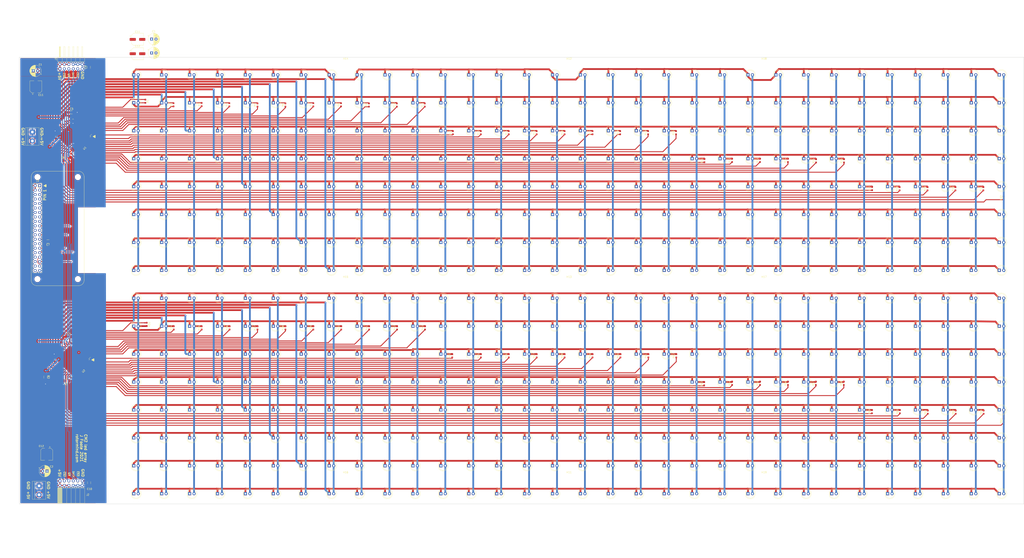
<source format=kicad_pcb>
(kicad_pcb (version 20211014) (generator pcbnew)
  (layers (0 "F.Cu" signal) (31 "B.Cu" signal) (34 "B.Paste" user) (35 "F.Paste" user) (36 "B.SilkS" user "B.Silkscreen") (37 "F.SilkS" user "F.Silkscreen") (38 "B.Mask" user) (39 "F.Mask" user) (44 "Edge.Cuts" user))
  (net 0 "")
  (net 1 "/row0")
  (net 2 "/row1")
  (net 3 "/row2")
  (net 4 "/row3")
  (net 5 "/row4")
  (net 6 "/row5")
  (net 7 "/row6")
  (net 8 "/row7")
  (net 9 "/row8")
  (net 10 "/row9")
  (net 11 "/row10")
  (net 12 "/row11")
  (net 13 "/row12")
  (net 14 "/row13")
  (net 15 "/row14")
  (net 16 "/row15")
  (net 17 "/row16")
  (net 18 "/row17")
  (net 19 "/row18")
  (net 20 "/row19")
  (net 21 "/row20")
  (net 22 "/row21")
  (net 23 "/row22")
  (net 24 "/row23")
  (net 25 "/row24")
  (net 26 "/row25")
  (net 27 "/row26")
  (net 28 "/row27")
  (net 29 "/row28")
  (net 30 "/row29")
  (net 31 "/row30")
  (net 32 "/row31")
  (net 33 "/col10")
  (net 34 "/col11")
  (net 35 "/col12")
  (net 36 "/col13")
  (net 37 "/col14")
  (net 38 "/col15")
  (net 39 "/row32")
  (net 40 "/row33")
  (net 41 "/row34")
  (net 42 "/row35")
  (net 43 "/row36")
  (net 44 "/row37")
  (net 45 "/row38")
  (net 46 "/row39")
  (net 47 "/row40")
  (net 48 "/row41")
  (net 49 "/row42")
  (net 50 "/row43")
  (net 51 "/row44")
  (net 52 "/row45")
  (net 53 "/row46")
  (net 54 "/row47")
  (net 55 "/row48")
  (net 56 "/row49")
  (net 57 "/row50")
  (net 58 "/row51")
  (net 59 "/row52")
  (net 60 "/row53")
  (net 61 "/row54")
  (net 62 "/row55")
  (net 63 "/row56")
  (net 64 "/row57")
  (net 65 "/row58")
  (net 66 "/row59")
  (net 67 "/row60")
  (net 68 "/row61")
  (net 69 "/row62")
  (net 70 "/row63")
  (net 71 "Net-(D00B1-Pad2)")
  (net 72 "GND")
  (net 73 "+5V")
  (net 74 "/~{WR}")
  (net 75 "/DATA")
  (net 76 "/~{CS1}")
  (net 77 "/~{CS0}")
  (net 78 "/~{CS3}")
  (net 79 "/~{CS2}")
  (net 104 "Net-(D06H1-Pad2)")
  (net 105 "Net-(D07H1-Pad2)")
  (net 106 "Net-(D15H1-Pad2)")
  (net 107 "Net-(D17H1-Pad2)")
  (net 108 "Net-(D19H1-Pad2)")
  (net 109 "Net-(D20H1-Pad2)")
  (net 110 "Net-(R22-Pad2)")
  (net 111 "Net-(R24-Pad2)")
  (net 112 "Net-(R25-Pad2)")
  (net 113 "Net-(R26-Pad2)")
  (net 114 "Net-(D14A1-Pad2)")
  (net 115 "Net-(D22F1-Pad2)")
  (net 116 "Net-(D31B1-Pad2)")
  (net 117 "/col0")
  (net 118 "/col1")
  (net 125 "/col2")
  (net 126 "/col3")
  (net 127 "/col4")
  (net 128 "/col5")
  (net 129 "/col6")
  (net 130 "/col7")
  (net 131 "Net-(D01B1-Pad2)")
  (net 132 "Net-(D02B1-Pad2)")
  (net 133 "Net-(D03A1-Pad2)")
  (net 134 "Net-(D04E1-Pad2)")
  (net 135 "Net-(D05E1-Pad2)")
  (net 136 "Net-(D08F1-Pad2)")
  (net 137 "Net-(D09G1-Pad2)")
  (net 138 "Net-(D10G1-Pad2)")
  (net 139 "Net-(D11F1-Pad2)")
  (net 140 "Net-(D12F1-Pad2)")
  (net 141 "Net-(D13F1-Pad2)")
  (net 142 "Net-(D16G1-Pad2)")
  (net 143 "Net-(D18E1-Pad2)")
  (net 144 "Net-(D26A1-Pad2)")
  (net 145 "Net-(D27A1-Pad2)")
  (net 146 "Net-(D28A1-Pad2)")
  (net 147 "Net-(D29B1-Pad2)")
  (net 148 "Net-(D30A1-Pad2)")
  (net 149 "/col8")
  (net 150 "Net-(D00F2-Pad2)")
  (net 151 "/col9")
  (net 152 "Net-(D01E2-Pad2)")
  (net 153 "Net-(D02G2-Pad2)")
  (net 154 "Net-(D03G2-Pad2)")
  (net 155 "Net-(R37-Pad2)")
  (net 156 "Net-(R38-Pad2)")
  (net 157 "Net-(R39-Pad2)")
  (net 158 "Net-(R40-Pad2)")
  (net 159 "Net-(D08H2-Pad2)")
  (net 160 "Net-(D09C2-Pad2)")
  (net 161 "Net-(D10C2-Pad2)")
  (net 162 "Net-(D11C2-Pad2)")
  (net 163 "Net-(D12G2-Pad2)")
  (net 164 "Net-(R46-Pad2)")
  (net 165 "Net-(D14F2-Pad2)")
  (net 166 "Net-(D15F2-Pad2)")
  (net 167 "Net-(D16H2-Pad2)")
  (net 168 "Net-(R50-Pad2)")
  (net 169 "Net-(D18H2-Pad2)")
  (net 170 "Net-(D19H2-Pad2)")
  (net 171 "Net-(D20A2-Pad2)")
  (net 172 "Net-(D21B2-Pad2)")
  (net 173 "Net-(D22G2-Pad2)")
  (net 174 "Net-(D23A2-Pad2)")
  (net 175 "Net-(R57-Pad2)")
  (net 176 "Net-(D25H2-Pad2)")
  (net 177 "Net-(R59-Pad2)")
  (net 178 "Net-(D27H2-Pad2)")
  (net 179 "Net-(D28H2-Pad2)")
  (net 180 "Net-(D29H2-Pad2)")
  (net 181 "Net-(R63-Pad2)")
  (net 182 "Net-(R64-Pad2)")
  (footprint "LED_THT:LED_D5.0mm" (layer "F.Cu") (at 0 0)
    (fp_text reference "D00A1" hide)
    (fp_text value "LED_Small_ALT" hide)
  )
  (footprint "TerminalBlock:TerminalBlock_bornier-2_P5.08mm" (layer "F.Cu") (at -57.658 32.512 -90)
    (fp_text reference "J4")
    (fp_text value "Screw_Terminal_01x02" hide)
  )
  (footprint "TerminalBlock:TerminalBlock_bornier-2_P5.08mm" (layer "F.Cu") (at -53.848 233.68 -90)
    (fp_text reference "J5" hide)
    (fp_text value "Screw_Terminal_01x02" hide)
  )
  (footprint "Resistor_SMD:R_0603_1608Metric_Pad0.98x0.95mm_HandSolder" (layer "F.Cu") (at 387.966784 48.895 90)
    (fp_text reference "R25")
    (fp_text value "R33")
  )
  (footprint "Resistor_SMD:R_0603_1608Metric_Pad0.98x0.95mm_HandSolder" (layer "F.Cu") (at 403.841025 48.895 90)
    (fp_text reference "R26")
    (fp_text value "R33")
  )
  (footprint "Resistor_SMD:R_0603_1608Metric_Pad0.98x0.95mm_HandSolder" (layer "F.Cu") (at 419.862 64.643 90)
    (fp_text reference "R27")
    (fp_text value "R33")
  )
  (footprint "Resistor_SMD:R_0603_1608Metric_Pad0.98x0.95mm_HandSolder" (layer "F.Cu") (at 435.462507 64.77 90)
    (fp_text reference "R28")
    (fp_text value "R33")
  )
  (footprint "Resistor_SMD:R_0603_1608Metric_Pad0.98x0.95mm_HandSolder" (layer "F.Cu") (at 451.336748 64.77 90)
    (fp_text reference "R29")
    (fp_text value "R33")
  )
  (footprint "Resistor_SMD:R_0603_1608Metric_Pad0.98x0.95mm_HandSolder" (layer "F.Cu") (at 467.210989 64.77 90)
    (fp_text reference "R30")
    (fp_text value "R33")
  )
  (footprint "Resistor_SMD:R_0603_1608Metric_Pad0.98x0.95mm_HandSolder" (layer "F.Cu") (at 22.733 143.891 90)
    (fp_text reference "R34")
    (fp_text value "R33")
  )
  (footprint "Resistor_SMD:R_0603_1608Metric_Pad0.98x0.95mm_HandSolder" (layer "F.Cu") (at 38.608 143.891 90)
    (fp_text reference "R35")
    (fp_text value "R33")
  )
  (footprint "Resistor_SMD:R_0603_1608Metric_Pad0.98x0.95mm_HandSolder" (layer "F.Cu") (at 54.483 143.891 90)
    (fp_text reference "R36")
    (fp_text value "R33")
  )
  (footprint "Resistor_SMD:R_0603_1608Metric_Pad0.98x0.95mm_HandSolder" (layer "F.Cu") (at 70.358 143.891 90)
    (fp_text reference "R37")
    (fp_text value "R33")
  )
  (footprint "Resistor_SMD:R_0603_1608Metric_Pad0.98x0.95mm_HandSolder" (layer "F.Cu") (at 86.233 143.891 90)
    (fp_text reference "R38")
    (fp_text value "R33")
  )
  (footprint "Resistor_SMD:R_0603_1608Metric_Pad0.98x0.95mm_HandSolder" (layer "F.Cu") (at 102.108 143.891 90)
    (fp_text reference "R39")
    (fp_text value "R33")
  )
  (footprint "Resistor_SMD:R_0603_1608Metric_Pad0.98x0.95mm_HandSolder" (layer "F.Cu") (at 117.983 143.891 90)
    (fp_text reference "R40")
    (fp_text value "R33")
  )
  (footprint "Resistor_SMD:R_0603_1608Metric_Pad0.98x0.95mm_HandSolder" (layer "F.Cu") (at 133.858 143.891 90)
    (fp_text reference "R41")
    (fp_text value "R33")
  )
  (footprint "Resistor_SMD:R_0603_1608Metric_Pad0.98x0.95mm_HandSolder" (layer "F.Cu") (at 149.733 143.891 90)
    (fp_text reference "R42")
    (fp_text value "R33")
  )
  (footprint "Resistor_SMD:R_0603_1608Metric_Pad0.98x0.95mm_HandSolder" (layer "F.Cu") (at 165.608 143.891 90)
    (fp_text reference "R43")
    (fp_text value "R33")
  )
  (footprint "Resistor_SMD:R_0603_1608Metric_Pad0.98x0.95mm_HandSolder" (layer "F.Cu") (at 197.358 159.766 90)
    (fp_text reference "R45")
    (fp_text value "R33")
  )
  (footprint "Resistor_SMD:R_0603_1608Metric_Pad0.98x0.95mm_HandSolder" (layer "F.Cu") (at 213.233 159.766 90)
    (fp_text reference "R46")
    (fp_text value "R33")
  )
  (footprint "Resistor_SMD:R_0603_1608Metric_Pad0.98x0.95mm_HandSolder" (layer "F.Cu") (at 229.108 159.766 90)
    (fp_text reference "R47")
    (fp_text value "R33")
  )
  (footprint "Resistor_SMD:R_0603_1608Metric_Pad0.98x0.95mm_HandSolder" (layer "F.Cu") (at 244.983 159.766 90)
    (fp_text reference "R48")
    (fp_text value "R33")
  )
  (footprint "Resistor_SMD:R_0603_1608Metric_Pad0.98x0.95mm_HandSolder" (layer "F.Cu") (at 260.858 159.766 90)
    (fp_text reference "R49")
    (fp_text value "R33")
  )
  (footprint "Resistor_SMD:R_0603_1608Metric_Pad0.98x0.95mm_HandSolder" (layer "F.Cu") (at 276.733 159.766 90)
    (fp_text reference "R50")
    (fp_text value "R33")
  )
  (footprint "Resistor_SMD:R_0603_1608Metric_Pad0.98x0.95mm_HandSolder" (layer "F.Cu") (at 292.608 159.766 90)
    (fp_text reference "R51")
    (fp_text value "R33")
  )
  (footprint "Resistor_SMD:R_0603_1608Metric_Pad0.98x0.95mm_HandSolder" (layer "F.Cu") (at 308.483 159.766 90)
    (fp_text reference "R52")
    (fp_text value "R33")
  )
  (footprint "Resistor_SMD:R_0603_1608Metric_Pad0.98x0.95mm_HandSolder" (layer "F.Cu") (at 324.358 175.641 90)
    (fp_text reference "R53")
    (fp_text value "R33")
  )
  (footprint "Resistor_SMD:R_0603_1608Metric_Pad0.98x0.95mm_HandSolder" (layer "F.Cu") (at 419.735 191.516 90)
    (fp_text reference "R59")
    (fp_text value "R33")
  )
  (footprint "Resistor_SMD:R_0603_1608Metric_Pad0.98x0.95mm_HandSolder" (layer "F.Cu") (at 435.61 191.516 90)
    (fp_text reference "R60")
    (fp_text value "R33")
  )
  (footprint "Resistor_SMD:R_0603_1608Metric_Pad0.98x0.95mm_HandSolder" (layer "F.Cu") (at 451.485 191.77 90)
    (fp_text reference "R61")
    (fp_text value "R33")
  )
  (footprint "Resistor_SMD:R_0603_1608Metric_Pad0.98x0.95mm_HandSolder" (layer "F.Cu") (at 467.36 191.77 90)
    (fp_text reference "R62")
    (fp_text value "R33")
  )
  (footprint "Resistor_SMD:R_0603_1608Metric_Pad0.98x0.95mm_HandSolder" (layer "F.Cu") (at 483.235 191.77 90)
    (fp_text reference "R63")
    (fp_text value "R33")
  )
  (footprint "Resistor_SMD:R_0603_1608Metric_Pad0.98x0.95mm_HandSolder" (layer "F.Cu") (at 494.665 196.723 90)
    (fp_text reference "R64")
    (fp_text value "R33")
  )
  (footprint "Resistor_SMD:R_0603_1608Metric_Pad0.98x0.95mm_HandSolder" (layer "F.Cu") (at 483.08523 64.77 90)
    (fp_text reference "R31")
    (fp_text value "R33")
  )
  (footprint "LED_THT:LED_D5.0mm" (layer "F.Cu") (at 460.375 0)
    (fp_text reference "D29A1" hide)
    (fp_text value "LED_Small_ALT" hide)
  )
  (footprint "Resistor_SMD:R_0603_1608Metric_Pad0.98x0.95mm_HandSolder" (layer "F.Cu") (at 494.665 69.977 90)
    (fp_text reference "R32")
    (fp_text value "R33")
  )
  (footprint "Resistor_SMD:R_0603_1608Metric_Pad0.98x0.95mm_HandSolder" (layer "F.Cu") (at 86.229205 17.145 90)
    (fp_text reference "R6")
    (fp_text value "R33")
  )
  (footprint "Resistor_SMD:R_0603_1608Metric_Pad0.98x0.95mm_HandSolder" (layer "F.Cu") (at 6.604 14.986 -90)
    (fp_text reference "R1")
    (fp_text value "R33")
  )
  (footprint "Resistor_SMD:R_0603_1608Metric_Pad0.98x0.95mm_HandSolder" (layer "F.Cu") (at 117.856 17.018 90)
    (fp_text reference "R8")
    (fp_text value "R33")
  )
  (footprint "Resistor_SMD:R_0603_1608Metric_Pad0.98x0.95mm_HandSolder" (layer "F.Cu") (at 133.724928 17.145 90)
    (fp_text reference "R9")
    (fp_text value "R33")
  )
  (footprint "Resistor_SMD:R_0603_1608Metric_Pad0.98x0.95mm_HandSolder" (layer "F.Cu") (at 54.356 17.018 90)
    (fp_text reference "R4")
    (fp_text value "R33")
  )
  (footprint "Resistor_SMD:R_0603_1608Metric_Pad0.98x0.95mm_HandSolder" (layer "F.Cu") (at 22.606 17.018 90)
    (fp_text reference "R2")
    (fp_text value "R33")
  )
  (footprint "Resistor_SMD:R_0603_1608Metric_Pad0.98x0.95mm_HandSolder" (layer "F.Cu") (at 38.608 16.891 90)
    (fp_text reference "R3")
    (fp_text value "R33")
  )
  (footprint "Resistor_SMD:R_0603_1608Metric_Pad0.98x0.95mm_HandSolder" (layer "F.Cu") (at 70.354964 17.145 90)
    (fp_text reference "R5")
    (fp_text value "R33")
  )
  (footprint "Resistor_SMD:R_0603_1608Metric_Pad0.98x0.95mm_HandSolder" (layer "F.Cu") (at 102.108 17.018 90)
    (fp_text reference "R7")
    (fp_text value "R33")
  )
  (footprint "Package_QFP:LQFP-52_14x14mm_P1mm" (layer "F.Cu") (at -34.544 35.052 -135)
    (fp_text reference "U1")
    (fp_text value "HT1632C-52LQFP")
  )
  (footprint "Resistor_SMD:R_0603_1608Metric_Pad0.98x0.95mm_HandSolder" (layer "F.Cu") (at 324.485 48.768 90)
    (fp_text reference "R21")
    (fp_text value "R33")
  )
  (footprint "Resistor_SMD:R_0603_1608Metric_Pad0.98x0.95mm_HandSolder" (layer "F.Cu") (at 244.983 32.893 90)
    (fp_text reference "R16")
    (fp_text value "R33")
  )
  (footprint "Resistor_SMD:R_0603_1608Metric_Pad0.98x0.95mm_HandSolder" (layer "F.Cu") (at 197.348892 32.893 90)
    (fp_text reference "R13")
    (fp_text value "R33")
  )
  (footprint "Resistor_SMD:R_0603_1608Metric_Pad0.98x0.95mm_HandSolder" (layer "F.Cu") (at 213.223133 32.893 90)
    (fp_text reference "R14")
    (fp_text value "R33")
  )
  (footprint "Resistor_SMD:R_0603_1608Metric_Pad0.98x0.95mm_HandSolder" (layer "F.Cu") (at 340.217061 48.641 90)
    (fp_text reference "R22")
    (fp_text value "R33")
  )
  (footprint "Resistor_SMD:R_0603_1608Metric_Pad0.98x0.95mm_HandSolder" (layer "F.Cu") (at 181.483 32.893 90)
    (fp_text reference "R12")
    (fp_text value "R33")
  )
  (footprint "Resistor_SMD:R_0603_1608Metric_Pad0.98x0.95mm_HandSolder" (layer "F.Cu") (at 260.858 32.893 90)
    (fp_text reference "R17")
    (fp_text value "R33")
  )
  (footprint "Resistor_SMD:R_0603_1608Metric_Pad0.98x0.95mm_HandSolder" (layer "F.Cu") (at 308.341579 32.893 90)
    (fp_text reference "R20")
    (fp_text value "R33")
  )
  (footprint "Resistor_SMD:R_0603_1608Metric_Pad0.98x0.95mm_HandSolder" (layer "F.Cu") (at 371.965543 48.641 90)
    (fp_text reference "R24")
    (fp_text value "R33")
  )
  (footprint "Resistor_SMD:R_0603_1608Metric_Pad0.98x0.95mm_HandSolder" (layer "F.Cu") (at 165.47341 17.145 90)
    (fp_text reference "R11")
    (fp_text value "R33")
  )
  (footprint "Resistor_SMD:R_0603_1608Metric_Pad0.98x0.95mm_HandSolder" (layer "F.Cu") (at 149.599169 17.145 90)
    (fp_text reference "R10")
    (fp_text value "R33")
  )
  (footprint "Resistor_SMD:R_0603_1608Metric_Pad0.98x0.95mm_HandSolder" (layer "F.Cu") (at 292.467338 32.893 90)
    (fp_text reference "R19")
    (fp_text value "R33")
  )
  (footprint "Resistor_SMD:R_0603_1608Metric_Pad0.98x0.95mm_HandSolder" (layer "F.Cu") (at 276.593097 32.893 90)
    (fp_text reference "R18")
    (fp_text value "R33")
  )
  (footprint "Resistor_SMD:R_0603_1608Metric_Pad0.98x0.95mm_HandSolder" (layer "F.Cu") (at 356.091302 48.641 90)
    (fp_text reference "R23")
    (fp_text value "R33")
  )
  (footprint "Resistor_SMD:R_0603_1608Metric_Pad0.98x0.95mm_HandSolder" (layer "F.Cu") (at 229.097374 32.893 90)
    (fp_text reference "R15")
    (fp_text value "R33")
  )
  (footprint "Connector_PinSocket_2.54mm:PinSocket_2x20_P2.54mm_Vertical" (layer "F.Cu") (at -53.5 63)
    (fp_text reference "J3")
    (fp_text value "Raspberry_Pi_2_3")
  )
  (footprint "Capacitor_THT:CP_Radial_D6.3mm_P2.50mm" (layer "F.Cu") (at -51.816 225.298)
    (fp_text reference "C2")
    (fp_text value "100uF" hide)
  )
  (footprint "Capacitor_SMD:C_1206_3216Metric_Pad1.33x1.80mm_HandSolder" (layer "F.Cu") (at -38.481 49.022 180)
    (fp_text reference "C6")
    (fp_text value "10uF" hide)
  )
  (footprint "Capacitor_SMD:C_1206_3216Metric_Pad1.33x1.80mm_HandSolder" (layer "F.Cu") (at -38.481 173.99 180)
    (fp_text reference "C3")
    (fp_text value "10uF" hide)
  )
  (footprint "Capacitor_SMD:C_1206_3216Metric_Pad1.33x1.80mm_HandSolder" (layer "F.Cu") (at -36.83 148.844)
    (fp_text reference "C4")
    (fp_text value "10uF")
  )
  (footprint "Capacitor_SMD:C_1206_3216Metric_Pad1.33x1.80mm_HandSolder" (layer "F.Cu") (at -35.56 21.336)
    (fp_text reference "C5")
    (fp_text value "10uF" hide)
  )
  (footprint "Connector_PinSocket_2.54mm:PinSocket_2x06_P2.54mm_Horizontal" (layer "F.Cu") (at -42 230.886 90)
    (fp_text reference "J2")
    (fp_text value "bottom left" hide)
  )
  (footprint "Capacitor_SMD:C_1206_3216Metric_Pad1.33x1.80mm_HandSolder" (layer "F.Cu") (at -48.768 94.742 180)
    (fp_text reference "C7")
    (fp_text value "10uF" hide)
  )
  (footprint "Capacitor_SMD:C_1206_3216Metric_Pad1.33x1.80mm_HandSolder" (layer "F.Cu") (at -50.165 171.831 -90)
    (fp_text reference "C8")
    (fp_text value "10uF")
  )
  (footprint "Capacitor_SMD:C_1206_3216Metric_Pad1.33x1.80mm_HandSolder" (layer "F.Cu") (at -25.527 -4.318 90)
    (fp_text reference "C9")
    (fp_text value "10uF" hide)
  )
  (footprint "Capacitor_SMD:C_1206_3216Metric_Pad1.33x1.80mm_HandSolder" (layer "F.Cu") (at -25.4 231.9405 90)
    (fp_text reference "C10")
    (fp_text value "10uF" hide)
  )
  (footprint "Connector_PinHeader_2.54mm:PinHeader_2x06_P2.54mm_Horizontal" (layer "F.Cu") (at -42 -3.429 90)
    (fp_text reference "J1")
    (fp_text value "top left")
  )
  (footprint "Package_QFP:LQFP-52_14x14mm_P1mm" (layer "F.Cu") (at -35.179 161.798 -135)
    (fp_text reference "U2")
    (fp_text value "HT1632C-52LQFP")
  )
  (footprint "Resistor_SMD:R_0603_1608Metric_Pad0.98x0.95mm_HandSolder" (layer "F.Cu") (at 7.366 141.859 -90)
    (fp_text reference "R33")
    (fp_text value "R33")
  )
  (footprint "Resistor_SMD:R_0603_1608Metric_Pad0.98x0.95mm_HandSolder" (layer "F.Cu") (at 387.858 175.387 90)
    (fp_text reference "R57")
    (fp_text value "R33")
  )
  (footprint "Resistor_SMD:R_0603_1608Metric_Pad0.98x0.95mm_HandSolder" (layer "F.Cu") (at 403.733 175.387 90)
    (fp_text reference "R58")
    (fp_text value "R33")
  )
  (footprint "Resistor_SMD:R_0603_1608Metric_Pad0.98x0.95mm_HandSolder" (layer "F.Cu") (at 340.233 175.387 90)
    (fp_text reference "R54")
    (fp_text value "R33")
  )
  (footprint "Resistor_SMD:R_0603_1608Metric_Pad0.98x0.95mm_HandSolder" (layer "F.Cu") (at 356.108 175.387 90)
    (fp_text reference "R55")
    (fp_text value "R33")
  )
  (footprint "Resistor_SMD:R_0603_1608Metric_Pad0.98x0.95mm_HandSolder" (layer "F.Cu") (at 371.983 175.387 90)
    (fp_text reference "R56")
    (fp_text value "R33")
  )
  (footprint "MountingHole:MountingHole_2.5mm" (layer "F.Cu") (at -54.77 116.13)
    (fp_text reference "H2" hide)
    (fp_text value "RPi MountingHole" hide)
  )
  (footprint "MountingHole:MountingHole_3.2mm_M3" (layer "F.Cu") (at -9 -5)
    (fp_text reference "H4" hide)
    (fp_text value "Frame MountingHole" hide)
  )
  (footprint "MountingHole:MountingHole_3.2mm_M3" (layer "F.Cu") (at -9 119.06)
    (fp_text reference "H6" hide)
    (fp_text value "Frame MountingHole" hide)
  )
  (footprint "MountingHole:MountingHole_3.2mm_M3" (layer "F.Cu") (at -9 230.2)
    (fp_text reference "H7" hide)
    (fp_text value "Frame MountingHole" hide)
  )
  (footprint "MountingHole:MountingHole_2.5mm" (layer "F.Cu") (at -31.77 116.13)
    (fp_text reference "H8" hide)
    (fp_text value "RPi MountingHole" hide)
  )
  (footprint "MountingHole:MountingHole_2.5mm" (layer "F.Cu") (at -54.737 58.13)
    (fp_text reference "H9" hide)
    (fp_text value "RPi MountingHole" hide)
  )
  (footprint "MountingHole:MountingHole_2.5mm" (layer "F.Cu") (at -31.77 58.13)
    (fp_text reference "H10" hide)
    (fp_text value "RPi MountingHole" hide)
  )
  (footprint "MountingHole:MountingHole_3.2mm_M3" (layer "F.Cu") (at 501.125 230.2)
    (fp_text reference "H5" hide)
    (fp_text value "Frame MountingHole" hide)
  )
  (footprint "MountingHole:MountingHole_3.2mm_M3" (layer "F.Cu") (at 501.125 -5)
    (fp_text reference "H1" hide)
    (fp_text value "Frame MountingHole" hide)
  )
  (footprint "MountingHole:MountingHole_3.2mm_M3" (layer "F.Cu") (at 501.125 119.06)
    (fp_text reference "H3" hide)
    (fp_text value "Frame MountingHole" hide)
  )
  (footprint "Resistor_SMD:R_0603_1608Metric_Pad0.98x0.95mm_HandSolder" (layer "F.Cu") (at 181.102 159.766 90)
    (fp_text reference "R44")
    (fp_text value "R33")
  )
  (footprint "Capacitor_THT:CP_Radial_D6.3mm_P2.50mm" (layer "F.Cu") (at -54.61 -2.286 180)
    (fp_text reference "C1")
    (fp_text value "100uF" hide)
  )
  (footprint "MountingHole:MountingHole_3.2mm_M3" (layer "F.Cu") (at 247.5 -5)
    (fp_text reference "H12")
    (fp_text value "Frame MountingHole")
  )
  (footprint "MountingHole:MountingHole_3.2mm_M3" (layer "F.Cu") (at 247.5 119.06)
    (fp_text reference "H13")
    (fp_text value "Frame MountingHole" hide)
  )
  (footprint "MountingHole:MountingHole_3.2mm_M3" (layer "F.Cu") (at 247.5 230.2)
    (fp_text reference "H11")
    (fp_text value "Frame MountingHole" hide)
  )
  (footprint "MountingHole:MountingHole_3.2mm_M3" (layer "F.Cu") (at 120.5 -5)
    (fp_text reference "H14")
    (fp_text value "Frame MountingHole" hide)
  )
  (footprint "MountingHole:MountingHole_3.2mm_M3" (layer "F.Cu") (at 120.5 119.06)
    (fp_text reference "H15")
    (fp_text value "Frame MountingHole" hide)
  )
  (footprint "MountingHole:MountingHole_3.2mm_M3" (layer "F.Cu") (at 120.5 230.2)
    (fp_text reference "H16")
    (fp_text value "Frame MountingHole" hide)
  )
  (footprint "MountingHole:MountingHole_3.2mm_M3" (layer "F.Cu") (at 358.4 119.06)
    (fp_text reference "H17")
    (fp_text value "Frame MountingHole")
  )
  (footprint "MountingHole:MountingHole_3.2mm_M3" (layer "F.Cu") (at 358.4 -5)
    (fp_text reference "H18")
    (fp_text value "Frame MountingHole" hide)
  )
  (footprint "MountingHole:MountingHole_3.2mm_M3" (layer "F.Cu") (at 358.4 230.2)
    (fp_text reference "H19")
    (fp_text value "Frame MountingHole" hide)
  )
  (footprint "Capacitor_SMD:CP_Elec_6.3x7.7" (layer "F.Cu") (at -55.626 6.858 90)
    (fp_text reference "C11")
    (fp_text value "100uF" hide)
  )
  (footprint "Capacitor_SMD:CP_Elec_6.3x7.7" (layer "F.Cu") (at -49.53 215.646 -90)
    (fp_text reference "C12")
    (fp_text value "100uF" hide)
  )
  (footprint "LED_THT:LED_D5.0mm" (layer "F.Cu") (at 444.5 0)
    (fp_text reference "D28A1" hide)
    (fp_text value "LED_Small_ALT" hide)
  )
  (footprint "LED_THT:LED_D5.0mm" (layer "F.Cu") (at 206.375 222.25)
    (fp_text reference "D13G2" hide)
    (fp_text value "LED_Small_ALT" hide)
  )
  (footprint "LED_THT:LED_D5.0mm" (layer "F.Cu") (at 31.75 174.625)
    (fp_text reference "D02D2" hide)
    (fp_text value "LED_Small_ALT" hide)
  )
  (footprint "LED_THT:LED_D5.0mm" (layer "F.Cu") (at 476.25 95.25)
    (fp_text reference "D30G1" hide)
    (fp_text value "LED_Small_ALT" hide)
  )
  (footprint "LED_THT:LED_D5.0mm" (layer "F.Cu") (at 158.75 174.625)
    (fp_text reference "D10D2" hide)
    (fp_text value "LED_Small_ALT" hide)
  )
  (footprint "LED_THT:LED_D5.0mm" (layer "F.Cu") (at 412.75 95.25)
    (fp_text reference "D26G1" hide)
    (fp_text value "LED_Small_ALT" hide)
  )
  (footprint "LED_THT:LED_D5.0mm" (layer "F.Cu") (at 317.5 190.5)
    (fp_text reference "D20E2" hide)
    (fp_text value "LED_Small_ALT" hide)
  )
  (footprint "LED_THT:LED_D5.0mm" (layer "F.Cu") (at 47.625 31.75)
    (fp_text reference "D03C1" hide)
    (fp_text value "LED_Small_ALT" hide)
  )
  (footprint "LED_THT:LED_D5.0mm" (layer "F.Cu") (at 301.625 0)
    (fp_text reference "D19A1" hide)
    (fp_text value "LED_Small_ALT" hide)
  )
  (footprint "LED_THT:LED_D5.0mm" (layer "F.Cu") (at 142.875 47.625)
    (fp_text reference "D09D1" hide)
    (fp_text value "LED_Small_ALT" hide)
  )
  (footprint "LED_THT:LED_D5.0mm" (layer "F.Cu") (at 254 206.375)
    (fp_text reference "D16F2" hide)
    (fp_text value "LED_Small_ALT" hide)
  )
  (footprint "LED_THT:LED_D5.0mm" (layer "F.Cu") (at 444.5 158.75)
    (fp_text reference "D28C2" hide)
    (fp_text value "LED_Small_ALT" hide)
  )
  (footprint "LED_THT:LED_D5.0mm" (layer "F.Cu") (at 190.5 174.625)
    (fp_text reference "D12D2" hide)
    (fp_text value "LED_Small_ALT" hide)
  )
  (footprint "LED_THT:LED_D5.0mm" (layer "F.Cu") (at 254 15.875)
    (fp_text reference "D16B1" hide)
    (fp_text value "LED_Small_ALT" hide)
  )
  (footprint "LED_THT:LED_D5.0mm" (layer "F.Cu") (at 238.125 95.25)
    (fp_text reference "D15G1" hide)
    (fp_text value "LED_Small_ALT" hide)
  )
  (footprint "LED_THT:LED_D5.0mm" (layer "F.Cu") (at 206.375 158.75)
    (fp_text reference "D13C2" hide)
    (fp_text value "LED_Small_ALT" hide)
  )
  (footprint "LED_THT:LED_D5.0mm" (layer "F.Cu") (at 206.375 95.25)
    (fp_text reference "D13G1" hide)
    (fp_text value "LED_Small_ALT" hide)
  )
  (footprint "LED_THT:LED_D5.0mm" (layer "F.Cu") (at 476.25 127)
    (fp_text reference "D30A2" hide)
    (fp_text value "LED_Small_ALT" hide)
  )
  (footprint "LED_THT:LED_D5.0mm" (layer "F.Cu") (at 460.375 63.5)
    (fp_text reference "D29E1" hide)
    (fp_text value "LED_Small_ALT" hide)
  )
  (footprint "LED_THT:LED_D5.0mm" (layer "F.Cu") (at 79.375 15.875)
    (fp_text reference "D05B1" hide)
    (fp_text value "LED_Small_ALT" hide)
  )
  (footprint "LED_THT:LED_D5.0mm" (layer "F.Cu") (at 95.25 222.25)
    (fp_text reference "D06G2" hide)
    (fp_text value "LED_Small_ALT" hide)
  )
  (footprint "LED_THT:LED_D5.0mm" (layer "F.Cu") (at 254 111.125)
    (fp_text reference "D16H1" hide)
    (fp_text value "LED_Small_ALT" hide)
  )
  (footprint "LED_THT:LED_D5.0mm" (layer "F.Cu") (at 127 0)
    (fp_text reference "D08A1" hide)
    (fp_text value "LED_Small_ALT" hide)
  )
  (footprint "LED_THT:LED_D5.0mm" (layer "F.Cu") (at 349.25 95.25)
    (fp_text reference "D22G1" hide)
    (fp_text value "LED_Small_ALT" hide)
  )
  (footprint "LED_THT:LED_D5.0mm" (layer "F.Cu") (at 111.125 15.875)
    (fp_text reference "D07B1" hide)
    (fp_text value "LED_Small_ALT" hide)
  )
  (footprint "LED_THT:LED_D5.0mm" (layer "F.Cu") (at 174.625 47.625)
    (fp_text reference "D11D1" hide)
    (fp_text value "LED_Small_ALT" hide)
  )
  (footprint "LED_THT:LED_D5.0mm" (layer "F.Cu") (at 460.375 47.625)
    (fp_text reference "D29D1" hide)
    (fp_text value "LED_Small_ALT" hide)
  )
  (footprint "LED_THT:LED_D5.0mm" (layer "F.Cu") (at 444.5 206.375)
    (fp_text reference "D28F2" hide)
    (fp_text value "LED_Small_ALT" hide)
  )
  (footprint "LED_THT:LED_D5.0mm" (layer "F.Cu") (at 381 127)
    (fp_text reference "D24A2" hide)
    (fp_text value "LED_Small_ALT" hide)
  )
  (footprint "LED_THT:LED_D5.0mm" (layer "F.Cu") (at 396.875 206.375)
    (fp_text reference "D25F2" hide)
    (fp_text value "LED_Small_ALT" hide)
  )
  (footprint "LED_THT:LED_D5.0mm" (layer "F.Cu") (at 0 190.5)
    (fp_text reference "D00E2" hide)
    (fp_text value "LED_Small_ALT" hide)
  )
  (footprint "LED_THT:LED_D5.0mm" (layer "F.Cu") (at 381 47.625)
    (fp_text reference "D24D1" hide)
    (fp_text value "LED_Small_ALT" hide)
  )
  (footprint "LED_THT:LED_D5.0mm" (layer "F.Cu") (at 158.75 238.125)
    (fp_text reference "D10H2" hide)
    (fp_text value "LED_Small_ALT" hide)
  )
  (footprint "LED_THT:LED_D5.0mm" (layer "F.Cu") (at 365.125 142.875)
    (fp_text reference "D23B2" hide)
    (fp_text value "LED_Small_ALT" hide)
  )
  (footprint "LED_THT:LED_D5.0mm" (layer "F.Cu") (at 238.125 15.875)
    (fp_text reference "D15B1" hide)
    (fp_text value "LED_Small_ALT" hide)
  )
  (footprint "LED_THT:LED_D5.0mm" (layer "F.Cu") (at 269.875 158.75)
    (fp_text reference "D17C2" hide)
    (fp_text value "LED_Small_ALT" hide)
  )
  (footprint "LED_THT:LED_D5.0mm" (layer "F.Cu") (at 238.125 158.75)
    (fp_text reference "D15C2" hide)
    (fp_text value "LED_Small_ALT" hide)
  )
  (footprint "LED_THT:LED_D5.0mm" (layer "F.Cu") (at 381 158.75)
    (fp_text reference "D24C2" hide)
    (fp_text value "LED_Small_ALT" hide)
  )
  (footprint "LED_THT:LED_D5.0mm" (layer "F.Cu") (at 301.625 15.875)
    (fp_text reference "D19B1" hide)
    (fp_text value "LED_Small_ALT" hide)
  )
  (footprint "LED_THT:LED_D5.0mm" (layer "F.Cu") (at 285.75 79.375)
    (fp_text reference "D18F1" hide)
    (fp_text value "LED_Small_ALT" hide)
  )
  (footprint "LED_THT:LED_D5.0mm" (layer "F.Cu") (at 269.875 31.75)
    (fp_text reference "D17C1" hide)
    (fp_text value "LED_Small_ALT" hide)
  )
  (footprint "LED_THT:LED_D5.0mm" (layer "F.Cu") (at 190.5 63.5)
    (fp_text reference "D12E1" hide)
    (fp_text value "LED_Small_ALT" hide)
  )
  (footprint "LED_THT:LED_D5.0mm" (layer "F.Cu") (at 285.75 15.875)
    (fp_text reference "D18B1" hide)
    (fp_text value "LED_Small_ALT" hide)
  )
  (footprint "LED_THT:LED_D5.0mm" (layer "F.Cu") (at 190.5 0)
    (fp_text reference "D12A1" hide)
    (fp_text value "LED_Small_ALT" hide)
  )
  (footprint "LED_THT:LED_D5.0mm" (layer "F.Cu") (at 365.125 15.875)
    (fp_text reference "D23B1" hide)
    (fp_text value "LED_Small_ALT" hide)
  )
  (footprint "LED_THT:LED_D5.0mm" (layer "F.Cu") (at 476.25 158.75)
    (fp_text reference "D30C2" hide)
    (fp_text value "LED_Small_ALT" hide)
  )
  (footprint "LED_THT:LED_D5.0mm" (layer "F.Cu") (at 142.875 174.625)
    (fp_text reference "D09D2" hide)
    (fp_text value "LED_Small_ALT" hide)
  )
  (footprint "LED_THT:LED_D5.0mm" (layer "F.Cu") (at 381 142.875)
    (fp_text reference "D24B2" hide)
    (fp_text value "LED_Small_ALT" hide)
  )
  (footprint "" (layer "F.Cu") (at -29.972 215.392)
    (fp_text reference "")
    (fp_text value "")
  )
  (footprint "LED_THT:LED_D5.0mm" (layer "F.Cu") (at 111.125 142.875)
    (fp_text reference "D07B2" hide)
    (fp_text value "LED_Small_ALT" hide)
  )
  (footprint "LED_THT:LED_D5.0mm" (layer "F.Cu") (at 127 15.875)
    (fp_text reference "D08B1" hide)
    (fp_text value "LED_Small_ALT" hide)
  )
  (footprint "LED_THT:LED_D5.0mm" (layer "F.Cu") (at 190.5 79.375)
    (fp_text reference "D12F1" hide)
    (fp_text value "LED_Small_ALT" hide)
  )
  (footprint "LED_THT:LED_D5.0mm" (layer "F.Cu") (at 381 111.125)
    (fp_text reference "D24H1" hide)
    (fp_text value "LED_Small_ALT" hide)
  )
  (footprint "LED_THT:LED_D5.0mm" (layer "F.Cu") (at 317.5 222.25)
    (fp_text reference "D20G2" hide)
    (fp_text value "LED_Small_ALT" hide)
  )
  (footprint "LED_THT:LED_D5.0mm" (layer "F.Cu") (at 111.125 0)
    (fp_text reference "D07A1" hide)
    (fp_text value "LED_Small_ALT" hide)
  )
  (footprint "LED_THT:LED_D5.0mm" (layer "F.Cu") (at 428.625 190.5)
    (fp_text reference "D27E2" hide)
    (fp_text value "LED_Small_ALT" hide)
  )
  (footprint "LED_THT:LED_D5.0mm" (layer "F.Cu") (at 15.875 158.75)
    (fp_text reference "D01C2" hide)
    (fp_text value "LED_Small_ALT" hide)
  )
  (footprint "LED_THT:LED_D5.0mm" (layer "F.Cu") (at 206.375 15.875)
    (fp_text reference "D13B1" hide)
    (fp_text value "LED_Small_ALT" hide)
  )
  (footprint "LED_THT:LED_D5.0mm" (layer "F.Cu") (at 31.75 127)
    (fp_text reference "D02A2" hide)
    (fp_text value "LED_Small_ALT" hide)
  )
  (footprint "LED_THT:LED_D5.0mm" (layer "F.Cu") (at 444.5 142.875)
    (fp_text reference "D28B2" hide)
    (fp_text value "LED_Small_ALT" hide)
  )
  (footprint "LED_THT:LED_D5.0mm" (layer "F.Cu") (at 269.875 127)
    (fp_text reference "D17A2" hide)
    (fp_text value "LED_Small_ALT" hide)
  )
  (footprint "LED_THT:LED_D5.0mm" (layer "F.Cu") (at 285.75 238.125)
    (fp_text reference "D18H2" hide)
    (fp_text value "LED_Small_ALT" hide)
  )
  (footprint "LED_THT:LED_D5.0mm" (layer "F.Cu") (at 301.625 111.125)
    (fp_text reference "D19H1" hide)
    (fp_text value "LED_Small_ALT" hide)
  )
  (footprint "LED_THT:LED_D5.0mm" (layer "F.Cu") (at 444.5 15.875)
    (fp_text reference "D28B1" hide)
    (fp_text value "LED_Small_ALT" hide)
  )
  (footprint "LED_THT:LED_D5.0mm" (layer "F.Cu") (at 174.625 0)
    (fp_text reference "D11A1" hide)
    (fp_text value "LED_Small_ALT" hide)
  )
  (footprint "LED_THT:LED_D5.0mm" (layer "F.Cu") (at 31.75 158.75)
    (fp_text reference "D02C2" hide)
    (fp_text value "LED_Small_ALT" hide)
  )
  (footprint "LED_THT:LED_D5.0mm" (layer "F.Cu") (at 301.625 142.875)
    (fp_text reference "D19B2" hide)
    (fp_text value "LED_Small_ALT" hide)
  )
  (footprint "LED_THT:LED_D5.0mm" (layer "F.Cu") (at 111.125 31.75)
    (fp_text reference "D07C1" hide)
    (fp_text value "LED_Small_ALT" hide)
  )
  (footprint "LED_THT:LED_D5.0mm" (layer "F.Cu") (at 158.75 190.5)
    (fp_text reference "D10E2" hide)
    (fp_text value "LED_Small_ALT" hide)
  )
  (footprint "LED_THT:LED_D5.0mm" (layer "F.Cu") (at 428.625 238.125)
    (fp_text reference "D27H2" hide)
    (fp_text value "LED_Small_ALT" hide)
  )
  (footprint "LED_THT:LED_D5.0mm" (layer "F.Cu") (at 460.375 190.5)
    (fp_text reference "D29E2" hide)
    (fp_text value "LED_Small_ALT" hide)
  )
  (footprint "LED_THT:LED_D5.0mm" (layer "F.Cu") (at 127 142.875)
    (fp_text reference "D08B2" hide)
    (fp_text value "LED_Small_ALT" hide)
  )
  (footprint "LED_THT:LED_D5.0mm" (layer "F.Cu") (at 381 174.625)
    (fp_text reference "D24D2" hide)
    (fp_text value "LED_Small_ALT" hide)
  )
  (footprint "LED_THT:LED_D5.0mm" (layer "F.Cu") (at 269.875 238.125)
    (fp_text reference "D17H2" hide)
    (fp_text value "LED_Small_ALT" hide)
  )
  (footprint "LED_THT:LED_D5.0mm" (layer "F.Cu") (at 142.875 158.75)
    (fp_text reference "D09C2" hide)
    (fp_text value "LED_Small_ALT" hide)
  )
  (footprint "LED_THT:LED_D5.0mm" (layer "F.Cu") (at 412.75 127)
    (fp_text reference "D26A2" hide)
    (fp_text value "LED_Small_ALT" hide)
  )
  (footprint "LED_THT:LED_D5.0mm" (layer "F.Cu") (at 460.375 127)
    (fp_text reference "D29A2" hide)
    (fp_text value "LED_Small_ALT" hide)
  )
  (footprint "LED_THT:LED_D5.0mm" (layer "F.Cu") (at 0 63.5)
    (fp_text reference "D00E1" hide)
    (fp_text value "LED_Small_ALT" hide)
  )
  (footprint "LED_THT:LED_D5.0mm" (layer "F.Cu") (at 222.25 79.375)
    (fp_text reference "D14F1" hide)
    (fp_text value "LED_Small_ALT" hide)
  )
  (footprint "LED_THT:LED_D5.0mm" (layer "F.Cu") (at 333.375 15.875)
    (fp_text reference "D21B1" hide)
    (fp_text value "LED_Small_ALT" hide)
  )
  (footprint "LED_THT:LED_D5.0mm" (layer "F.Cu") (at 111.125 158.75)
    (fp_text reference "D07C2" hide)
    (fp_text value "LED_Small_ALT" hide)
  )
  (footprint "LED_THT:LED_D5.0mm" (layer "F.Cu") (at 381 0)
    (fp_text reference "D24A1" hide)
    (fp_text value "LED_Small_ALT" hide)
  )
  (footprint "LED_THT:LED_D5.0mm" (layer "F.Cu") (at 111.125 174.625)
    (fp_text reference "D07D2" hide)
    (fp_text value "LED_Small_ALT" hide)
  )
  (footprint "LED_THT:LED_D5.0mm" (layer "F.Cu") (at 190.5 206.375)
    (fp_text reference "D12F2" hide)
    (fp_text value "LED_Small_ALT" hide)
  )
  (footprint "LED_THT:LED_D5.0mm" (layer "F.Cu") (at 396.875 142.875)
    (fp_text reference "D25B2" hide)
    (fp_text value "LED_Small_ALT" hide)
  )
  (footprint "LED_THT:LED_D5.0mm" (layer "F.Cu") (at 317.5 15.875)
    (fp_text reference "D20B1" hide)
    (fp_text value "LED_Small_ALT" hide)
  )
  (footprint "LED_THT:LED_D5.0mm" (layer "F.Cu") (at 206.375 63.5)
    (fp_text reference "D13E1" hide)
    (fp_text value "LED_Small_ALT" hide)
  )
  (footprint "LED_THT:LED_D5.0mm" (layer "F.Cu") (at 317.5 79.375)
    (fp_text reference "D20F1" hide)
    (fp_text value "LED_Small_ALT" hide)
  )
  (footprint "LED_THT:LED_D5.0mm" (layer "F.Cu") (at 158.75 0)
    (fp_text reference "D10A1" hide)
    (fp_text value "LED_Small_ALT" hide)
  )
  (footprint "LED_THT:LED_D5.0mm" (layer "F.Cu") (at 0 127)
    (fp_text reference "D00A2" hide)
    (fp_text value "LED_Small_ALT" hide)
  )
  (footprint "LED_THT:LED_D5.0mm" (layer "F.Cu") (at 349.25 47.625)
    (fp_text reference "D22D1" hide)
    (fp_text value "LED_Small_ALT" hide)
  )
  (footprint "LED_THT:LED_D5.0mm" (layer "F.Cu") (at 63.5 238.125)
    (fp_text reference "D04H2" hide)
    (fp_text value "LED_Small_ALT" hide)
  )
  (footprint "LED_THT:LED_D5.0mm" (layer "F.Cu") (at 381 238.125)
    (fp_text reference "D24H2" hide)
    (fp_text value "LED_Small_ALT" hide)
  )
  (footprint "LED_THT:LED_D5.0mm" (layer "F.Cu") (at 222.25 95.25)
    (fp_text reference "D14G1" hide)
    (fp_text value "LED_Small_ALT" hide)
  )
  (footprint "LED_THT:LED_D5.0mm" (layer "F.Cu") (at 190.5 15.875)
    (fp_text reference "D12B1" hide)
    (fp_text value "LED_Small_ALT" hide)
  )
  (footprint "LED_THT:LED_D5.0mm" (layer "F.Cu") (at 222.25 142.875)
    (fp_text reference "D14B2" hide)
    (fp_text value "LED_Small_ALT" hide)
  )
  (footprint "LED_THT:LED_D5.0mm" (layer "F.Cu") (at 460.375 142.875)
    (fp_text reference "D29B2" hide)
    (fp_text value "LED_Small_ALT" hide)
  )
  (footprint "LED_THT:LED_D5.0mm" (layer "F.Cu") (at 31.75 79.375)
    (fp_text reference "D02F1" hide)
    (fp_text value "LED_Small_ALT" hide)
  )
  (footprint "LED_THT:LED_D5.0mm" (layer "F.Cu") (at 142.875 190.5)
    (fp_text reference "D09E2" hide)
    (fp_text value "LED_Small_ALT" hide)
  )
  (footprint "LED_THT:LED_D5.0mm" (layer "F.Cu") (at 127 63.5)
    (fp_text reference "D08E1" hide)
    (fp_text value "LED_Small_ALT" hide)
  )
  (footprint "LED_THT:LED_D5.0mm" (layer "F.Cu") (at 111.125 47.625)
    (fp_text reference "D07D1" hide)
    (fp_text value "LED_Small_ALT" hide)
  )
  (footprint "LED_THT:LED_D5.0mm" (layer "F.Cu") (at 349.25 127)
    (fp_text reference "D22A2" hide)
    (fp_text value "LED_Small_ALT" hide)
  )
  (footprint "LED_THT:LED_D5.0mm" (layer "F.Cu") (at 206.375 206.375)
    (fp_text reference "D13F2" hide)
    (fp_text value "LED_Small_ALT" hide)
  )
  (footprint "LED_THT:LED_D5.0mm" (layer "F.Cu") (at 222.25 31.75)
    (fp_text reference "D14C1" hide)
    (fp_text value "LED_Small_ALT" hide)
  )
  (footprint "LED_THT:LED_D5.0mm" (layer "F.Cu") (at 206.375 142.875)
    (fp_text reference "D13B2" hide)
    (fp_text value "LED_Small_ALT" hide)
  )
  (footprint "LED_THT:LED_D5.0mm" (layer "F.Cu") (at 269.875 174.625)
    (fp_text reference "D17D2" hide)
    (fp_text value "LED_Small_ALT" hide)
  )
  (footprint "LED_THT:LED_D5.0mm" (layer "F.Cu") (at 63.5 190.5)
    (fp_text reference "D04E2" hide)
    (fp_text value "LED_Small_ALT" hide)
  )
  (footprint "LED_THT:LED_D5.0mm" (layer "F.Cu") (at 0 111.125)
    (fp_text reference "D00H1" hide)
    (fp_text value "LED_Small_ALT" hide)
  )
  (footprint "LED_THT:LED_D5.0mm" (layer "F.Cu") (at 79.375 127)
    (fp_text reference "D05A2" hide)
    (fp_text value "LED_Small_ALT" hide)
  )
  (footprint "LED_THT:LED_D5.0mm" (layer "F.Cu") (at 31.75 47.625)
    (fp_text reference "D02D1" hide)
    (fp_text value "LED_Small_ALT" hide)
  )
  (footprint "LED_THT:LED_D5.0mm" (layer "F.Cu") (at 476.25 47.625)
    (fp_text reference "D30D1" hide)
    (fp_text value "LED_Small_ALT" hide)
  )
  (footprint "LED_THT:LED_D5.0mm" (layer "F.Cu") (at 142.875 238.125)
    (fp_text reference "D09H2" hide)
    (fp_text value "LED_Small_ALT" hide)
  )
  (footprint "LED_THT:LED_D5.0mm" (layer "F.Cu") (at 222.25 111.125)
    (fp_text reference "D14H1" hide)
    (fp_text value "LED_Small_ALT" hide)
  )
  (footprint "LED_THT:LED_D5.0mm" (layer "F.Cu") (at 95.25 158.75)
    (fp_text reference "D06C2" hide)
    (fp_text value "LED_Small_ALT" hide)
  )
  (footprint "LED_THT:LED_D5.0mm" (layer "F.Cu") (at 222.25 15.875)
    (fp_text reference "D14B1" hide)
    (fp_text value "LED_Small_ALT" hide)
  )
  (footprint "LED_THT:LED_D5.0mm" (layer "F.Cu") (at 79.375 0)
    (fp_text reference "D05A1" hide)
    (fp_text value "LED_Small_ALT" hide)
  )
  (footprint "LED_THT:LED_D5.0mm" (layer "F.Cu") (at 412.75 222.25)
    (fp_text reference "D26G2" hide)
    (fp_text value "LED_Small_ALT" hide)
  )
  (footprint "LED_THT:LED_D5.0mm" (layer "F.Cu") (at 142.875 127)
    (fp_text reference "D09A2" hide)
    (fp_text value "LED_Small_ALT" hide)
  )
  (footprint "LED_THT:LED_D5.0mm" (layer "F.Cu") (at 317.5 31.75)
    (fp_text reference "D20C1" hide)
    (fp_text value "LED_Small_ALT" hide)
  )
  (footprint "LED_THT:LED_D5.0mm" (layer "F.Cu") (at 158.75 63.5)
    (fp_text reference "D10E1" hide)
    (fp_text value "LED_Small_ALT" hide)
  )
  (footprint "LED_THT:LED_D5.0mm" (layer "F.Cu") (at 381 79.375)
    (fp_text reference "D24F1" hide)
    (fp_text value "LED_Small_ALT" hide)
  )
  (footprint "LED_THT:LED_D5.0mm" (layer "F.Cu") (at 333.375 238.125)
    (fp_text reference "D21H2" hide)
    (fp_text value "LED_Small_ALT" hide)
  )
  (footprint "LED_THT:LED_D5.0mm" (layer "F.Cu") (at 285.75 158.75)
    (fp_text reference "D18C2" hide)
    (fp_text value "LED_Small_ALT" hide)
  )
  (footprint "LED_THT:LED_D5.0mm" (layer "F.Cu") (at 174.625 206.375)
    (fp_text reference "D11F2" hide)
    (fp_text value "LED_Small_ALT" hide)
  )
  (footprint "LED_THT:LED_D5.0mm" (layer "F.Cu") (at 317.5 0)
    (fp_text reference "D20A1" hide)
    (fp_text value "LED_Small_ALT" hide)
  )
  (footprint "LED_THT:LED_D5.0mm" (layer "F.Cu") (at 15.875 222.25)
    (fp_text reference "D01G2" hide)
    (fp_text value "LED_Small_ALT" hide)
  )
  (footprint "LED_THT:LED_D5.0mm" (layer "F.Cu") (at 15.875 142.875)
    (fp_text reference "D01B2" hide)
    (fp_text value "LED_Small_ALT" hide)
  )
  (footprint "LED_THT:LED_D5.0mm" (layer "F.Cu") (at 31.75 222.25)
    (fp_text reference "D02G2" hide)
    (fp_text value "LED_Small_ALT" hide)
  )
  (footprint "LED_THT:LED_D5.0mm" (layer "F.Cu") (at 317.5 63.5)
    (fp_text reference "D20E1" hide)
    (fp_text value "LED_Small_ALT" hide)
  )
  (footprint "LED_THT:LED_D5.0mm" (layer "F.Cu") (at 301.625 190.5)
    (fp_text reference "D19E2" hide)
    (fp_text value "LED_Small_ALT" hide)
  )
  (footprint "LED_THT:LED_D5.0mm" (layer "F.Cu") (at 142.875 31.75)
    (fp_text reference "D09C1" hide)
    (fp_text value "LED_Small_ALT" hide)
  )
  (footprint "LED_THT:LED_D5.0mm" (layer "F.Cu") (at 63.5 174.625)
    (fp_text reference "D04D2" hide)
    (fp_text value "LED_Small_ALT" hide)
  )
  (footprint "LED_THT:LED_D5.0mm" (layer "F.Cu") (at 301.625 31.75)
    (fp_text reference "D19C1" hide)
    (fp_text value "LED_Small_ALT" hide)
  )
  (footprint "LED_THT:LED_D5.0mm" (layer "F.Cu") (at 317.5 238.125)
    (fp_text reference "D20H2" hide)
    (fp_text value "LED_Small_ALT" hide)
  )
  (footprint "LED_THT:LED_D5.0mm" (layer "F.Cu") (at 285.75 47.625)
    (fp_text reference "D18D1" hide)
    (fp_text value "LED_Small_ALT" hide)
  )
  (footprint "LED_THT:LED_D5.0mm" (layer "F.Cu") (at 190.5 95.25)
    (fp_text reference "D12G1" hide)
    (fp_text value "LED_Small_ALT" hide)
  )
  (footprint "LED_THT:LED_D5.0mm" (layer "F.Cu") (at 206.375 79.375)
    (fp_text reference "D13F1" hide)
    (fp_text value "LED_Small_ALT" hide)
  )
  (footprint "LED_THT:LED_D5.0mm" (layer "F.Cu") (at 0 79.375)
    (fp_text reference "D00F1" hide)
    (fp_text value "LED_Small_ALT" hide)
  )
  (footprint "LED_THT:LED_D5.0mm" (layer "F.Cu") (at 95.25 47.625)
    (fp_text reference "D06D1" hide)
    (fp_text value "LED_Small_ALT" hide)
  )
  (footprint "LED_THT:LED_D5.0mm" (layer "F.Cu") (at 15.875 190.5)
    (fp_text reference "D01E2" hide)
    (fp_text value "LED_Small_ALT" hide)
  )
  (footprint "LED_THT:LED_D5.0mm" (layer "F.Cu") (at 492.125 190.5)
    (fp_text reference "D31E2" hide)
    (fp_text value "LED_Small_ALT" hide)
  )
  (footprint "LED_THT:LED_D5.0mm" (layer "F.Cu") (at 206.375 111.125)
    (fp_text reference "D13H1" hide)
    (fp_text value "LED_Small_ALT" hide)
  )
  (footprint "LED_THT:LED_D5.0mm" (layer "F.Cu") (at 365.125 63.5)
    (fp_text reference "D23E1" hide)
    (fp_text value "LED_Small_ALT" hide)
  )
  (footprint "LED_THT:LED_D5.0mm" (layer "F.Cu") (at 111.125 111.125)
    (fp_text reference "D07H1" hide)
    (fp_text value "LED_Small_ALT" hide)
  )
  (footprint "LED_THT:LED_D5.0mm" (layer "F.Cu") (at 174.625 111.125)
    (fp_text reference "D11H1" hide)
    (fp_text value "LED_Small_ALT" hide)
  )
  (footprint "LED_THT:LED_D5.0mm" (layer "F.Cu") (at 301.625 79.375)
    (fp_text reference "D19F1" hide)
    (fp_text value "LED_Small_ALT" hide)
  )
  (footprint "LED_THT:LED_D5.0mm" (layer "F.Cu") (at 190.5 222.25)
    (fp_text reference "D12G2" hide)
    (fp_text value "LED_Small_ALT" hide)
  )
  (footprint "LED_THT:LED_D5.0mm" (layer "F.Cu") (at 365.125 95.25)
    (fp_text reference "D23G1" hide)
    (fp_text value "LED_Small_ALT" hide)
  )
  (footprint "LED_THT:LED_D5.0mm" (layer "F.Cu") (at 428.625 111.125)
    (fp_text reference "D27H1" hide)
    (fp_text value "LED_Small_ALT" hide)
  )
  (footprint "LED_THT:LED_D5.0mm" (layer "F.Cu") (at 142.875 79.375)
    (fp_text reference "D09F1" hide)
    (fp_text value "LED_Small_ALT" hide)
  )
  (footprint "LED_THT:LED_D5.0mm" (layer "F.Cu") (at 349.25 79.375)
    (fp_text reference "D22F1" hide)
    (fp_text value "LED_Small_ALT" hide)
  )
  (footprint "LED_THT:LED_D5.0mm" (layer "F.Cu") (at 381 206.375)
    (fp_text reference "D24F2" hide)
    (fp_text value "LED_Small_ALT" hide)
  )
  (footprint "LED_THT:LED_D5.0mm" (layer "F.Cu") (at 95.25 79.375)
    (fp_text reference "D06F1" hide)
    (fp_text value "LED_Small_ALT" hide)
  )
  (footprint "LED_THT:LED_D5.0mm" (layer "F.Cu") (at 333.375 111.125)
    (fp_text reference "D21H1" hide)
    (fp_text value "LED_Small_ALT" hide)
  )
  (footprint "LED_THT:LED_D5.0mm" (layer "F.Cu") (at 396.875 15.875)
    (fp_text reference "D25B1" hide)
    (fp_text value "LED_Small_ALT" hide)
  )
  (footprint "LED_THT:LED_D5.0mm" (layer "F.Cu") (at 254 158.75)
    (fp_text reference "D16C2" hide)
    (fp_text value "LED_Small_ALT" hide)
  )
  (footprint "LED_THT:LED_D5.0mm" (layer "F.Cu") (at 254 63.5)
    (fp_text reference "D16E1" hide)
    (fp_text value "LED_Small_ALT" hide)
  )
  (footprint "LED_THT:LED_D5.0mm" (layer "F.Cu") (at 269.875 95.25)
    (fp_text reference "D17G1" hide)
    (fp_text value "LED_Small_ALT" hide)
  )
  (footprint "LED_THT:LED_D5.0mm" (layer "F.Cu") (at 158.75 95.25)
    (fp_text reference "D10G1" hide)
    (fp_text value "LED_Small_ALT" hide)
  )
  (footprint "LED_THT:LED_D5.0mm" (layer "F.Cu") (at 396.875 31.75)
    (fp_text reference "D25C1" hide)
    (fp_text value "LED_Small_ALT" hide)
  )
  (footprint "LED_THT:LED_D5.0mm" (layer "F.Cu") (at 174.625 142.875)
    (fp_text reference "D11B2" hide)
    (fp_text value "LED_Small_ALT" hide)
  )
  (footprint "LED_THT:LED_D5.0mm" (layer "F.Cu") (at 269.875 0)
    (fp_text reference "D17A1" hide)
    (fp_text value "LED_Small_ALT" hide)
  )
  (footprint "LED_THT:LED_D5.0mm" (layer "F.Cu") (at 63.5 127)
    (fp_text reference "D04A2" hide)
    (fp_text value "LED_Small_ALT" hide)
  )
  (footprint "LED_THT:LED_D5.0mm" (layer "F.Cu") (at 63.5 222.25)
    (fp_text reference "D04G2" hide)
    (fp_text value "LED_Small_ALT" hide)
  )
  (footprint "Capacitor_SMD:CP_Elec_6.3x7.7" (layer "F.Cu") (at 2.124759 -12.02)
    (fp_text reference "C12")
    (fp_text value "100uF")
  )
  (footprint "LED_THT:LED_D5.0mm" (layer "F.Cu") (at 269.875 79.375)
    (fp_text reference "D17F1" hide)
    (fp_text value "LED_Small_ALT" hide)
  )
  (footprint "LED_THT:LED_D5.0mm" (layer "F.Cu") (at 381 15.875)
    (fp_text reference "D24B1" hide)
    (fp_text value "LED_Small_ALT" hide)
  )
  (footprint "LED_THT:LED_D5.0mm" (layer "F.Cu") (at 269.875 15.875)
    (fp_text reference "D17B1" hide)
    (fp_text value "LED_Small_ALT" hide)
  )
  (footprint "LED_THT:LED_D5.0mm" (layer "F.Cu") (at 15.875 174.625)
    (fp_text reference "D01D2" hide)
    (fp_text value "LED_Small_ALT" hide)
  )
  (footprint "LED_THT:LED_D5.0mm" (layer "F.Cu") (at 206.375 0)
    (fp_text reference "D13A1" hide)
    (fp_text value "LED_Small_ALT" hide)
  )
  (footprint "LED_THT:LED_D5.0mm" (layer "F.Cu") (at 47.625 79.375)
    (fp_text reference "D03F1" hide)
    (fp_text value "LED_Small_ALT" hide)
  )
  (footprint "LED_THT:LED_D5.0mm" (layer "F.Cu") (at 396.875 174.625)
    (fp_text reference "D25D2" hide)
    (fp_text value "LED_Small_ALT" hide)
  )
  (footprint "LED_THT:LED_D5.0mm" (layer "F.Cu") (at 492.125 142.875)
    (fp_text reference "D31B2" hide)
    (fp_text value "LED_Small_ALT" hide)
  )
  (footprint "LED_THT:LED_D5.0mm" (layer "F.Cu") (at 142.875 15.875)
    (fp_text reference "D09B1" hide)
    (fp_text value "LED_Small_ALT" hide)
  )
  (footprint "LED_THT:LED_D5.0mm" (layer "F.Cu") (at 381 63.5)
    (fp_text reference "D24E1" hide)
    (fp_text value "LED_Small_ALT" hide)
  )
  (footprint "LED_THT:LED_D5.0mm" (layer "F.Cu") (at 95.25 31.75)
    (fp_text reference "D06C1" hide)
    (fp_text value "LED_Small_ALT" hide)
  )
  (footprint "LED_THT:LED_D5.0mm" (layer "F.Cu") (at 317.5 127)
    (fp_text reference "D20A2" hide)
    (fp_text value "LED_Small_ALT" hide)
  )
  (footprint "LED_THT:LED_D5.0mm" (layer "F.Cu") (at 285.75 95.25)
    (fp_text reference "D18G1" hide)
    (fp_text value "LED_Small_ALT" hide)
  )
  (footprint "LED_THT:LED_D5.0mm" (layer "F.Cu") (at 365.125 111.125)
    (fp_text reference "D23H1" hide)
    (fp_text value "LED_Small_ALT" hide)
  )
  (footprint "LED_THT:LED_D5.0mm" (layer "F.Cu") (at 0 15.875)
    (fp_text reference "D00B1" hide)
    (fp_text value "LED_Small_ALT" hide)
  )
  (footprint "LED_THT:LED_D5.0mm" (layer "F.Cu") (at 285.75 222.25)
    (fp_text reference "D18G2" hide)
    (fp_text value "LED_Small_ALT" hide)
  )
  (footprint "LED_THT:LED_D5.0mm" (layer "F.Cu") (at 222.25 63.5)
    (fp_text reference "D14E1" hide)
    (fp_text value "LED_Small_ALT" hide)
  )
  (footprint "LED_THT:LED_D5.0mm" (layer "F.Cu") (at 254 0)
    (fp_text reference "D16A1" hide)
    (fp_text value "LED_Small_ALT" hide)
  )
  (footprint "LED_THT:LED_D5.0mm" (layer "F.Cu") (at 15.875 238.125)
    (fp_text reference "D01H2" hide)
    (fp_text value "LED_Small_ALT" hide)
  )
  (footprint "LED_THT:LED_D5.0mm" (layer "F.Cu") (at 222.25 238.125)
    (fp_text reference "D14H2" hide)
    (fp_text value "LED_Small_ALT" hide)
  )
  (footprint "LED_THT:LED_D5.0mm" (layer "F.Cu") (at 333.375 31.75)
    (fp_text reference "D21C1" hide)
    (fp_text value "LED_Small_ALT" hide)
  )
  (footprint "LED_THT:LED_D5.0mm" (layer "F.Cu") (at 142.875 206.375)
    (fp_text reference "D09F2" hide)
    (fp_text value "LED_Small_ALT" hide)
  )
  (footprint "LED_THT:LED_D5.0mm" (layer "F.Cu") (at 396.875 79.375)
    (fp_text reference "D25F1" hide)
    (fp_text value "LED_Small_ALT" hide)
  )
  (footprint "LED_THT:LED_D5.0mm" (layer "F.Cu") (at 254 127)
    (fp_text reference "D16A2" hide)
    (fp_text value "LED_Small_ALT" hide)
  )
  (footprint "Capacitor_SMD:CP_Elec_6.3x7.7" (layer "F.Cu") (at 2.124759 -20.17)
    (fp_text reference "C11")
    (fp_text value "100uF")
  )
  (footprint "LED_THT:LED_D5.0mm" (layer "F.Cu") (at 460.375 15.875)
    (fp_text reference "D29B1" hide)
    (fp_text value "LED_Small_ALT" hide)
  )
  (footprint "LED_THT:LED_D5.0mm" (layer "F.Cu") (at 158.75 111.125)
    (fp_text reference "D10H1" hide)
    (fp_text value "LED_Small_ALT" hide)
  )
  (footprint "LED_THT:LED_D5.0mm" (layer "F.Cu") (at 79.375 158.75)
    (fp_text reference "D05C2" hide)
    (fp_text value "LED_Small_ALT" hide)
  )
  (footprint "LED_THT:LED_D5.0mm" (layer "F.Cu") (at 460.375 31.75)
    (fp_text reference "D29C1" hide)
    (fp_text value "LED_Small_ALT" hide)
  )
  (footprint "LED_THT:LED_D5.0mm" (layer "F.Cu") (at 460.375 174.625)
    (fp_text reference "D29D2" hide)
    (fp_text value "LED_Small_ALT" hide)
  )
  (footprint "LED_THT:LED_D5.0mm" (layer "F.Cu") (at 238.125 206.375)
    (fp_text reference "D15F2" hide)
    (fp_text value "LED_Small_ALT" hide)
  )
  (footprint "LED_THT:LED_D5.0mm" (layer "F.Cu") (at 333.375 95.25)
    (fp_text reference "D21G1" hide)
    (fp_text value "LED_Small_ALT" hide)
  )
  (footprint "LED_THT:LED_D5.0mm" (layer "F.Cu") (at 333.375 47.625)
    (fp_text reference "D21D1" hide)
    (fp_text value "LED_Small_ALT" hide)
  )
  (footprint "LED_THT:LED_D5.0mm" (layer "F.Cu") (at 15.875 47.625)
    (fp_text reference "D01D1" hide)
    (fp_text value "LED_Small_ALT" hide)
  )
  (footprint "LED_THT:LED_D5.0mm" (layer "F.Cu") (at 444.5 174.625)
    (fp_text reference "D28D2" hide)
    (fp_text value "LED_Small_ALT" hide)
  )
  (footprint "LED_THT:LED_D5.0mm" (layer "F.Cu") (at 476.25 142.875)
    (fp_text reference "D30B2" hide)
    (fp_text value "LED_Small_ALT" hide)
  )
  (footprint "LED_THT:LED_D5.0mm" (layer "F.Cu") (at 317.5 174.625)
    (fp_text reference "D20D2" hide)
    (fp_text value "LED_Small_ALT" hide)
  )
  (footprint "LED_THT:LED_D5.0mm" (layer "F.Cu") (at 476.25 15.875)
    (fp_text reference "D30B1" hide)
    (fp_text value "LED_Small_ALT" hide)
  )
  (footprint "LED_THT:LED_D5.0mm" (layer "F.Cu") (at 206.375 190.5)
    (fp_text reference "D13E2" hide)
    (fp_text value "LED_Small_ALT" hide)
  )
  (footprint "LED_THT:LED_D5.0mm" (layer "F.Cu") (at 349.25 63.5)
    (fp_text reference "D22E1" hide)
    (fp_text value "LED_Small_ALT" hide)
  )
  (footprint "LED_THT:LED_D5.0mm" (layer "F.Cu") (at 396.875 111.125)
    (fp_text reference "D25H1" hide)
    (fp_text value "LED_Small_ALT" hide)
  )
  (footprint "LED_THT:LED_D5.0mm" (layer "F.Cu") (at 31.75 31.75)
    (fp_text reference "D02C1" hide)
    (fp_text value "LED_Small_ALT" hide)
  )
  (footprint "LED_THT:LED_D5.0mm" (layer "F.Cu") (at 222.25 158.75)
    (fp_text reference "D14C2" hide)
    (fp_text value "LED_Small_ALT" hide)
  )
  (footprint "LED_THT:LED_D5.0mm" (layer "F.Cu") (at 365.125 206.375)
    (fp_text reference "D23F2" hide)
    (fp_text value "LED_Small_ALT" hide)
  )
  (footprint "LED_THT:LED_D5.0mm" (layer "F.Cu") (at 396.875 47.625)
    (fp_text reference "D25D1" hide)
    (fp_text value "LED_Small_ALT" hide)
  )
  (footprint "LED_THT:LED_D5.0mm" (layer "F.Cu") (at 206.375 238.125)
    (fp_text reference "D13H2" hide)
    (fp_text value "LED_Small_ALT" hide)
  )
  (footprint "LED_THT:LED_D5.0mm" (layer "F.Cu") (at 111.125 63.5)
    (fp_text reference "D07E1" hide)
    (fp_text value "LED_Small_ALT" hide)
  )
  (footprint "LED_THT:LED_D5.0mm" (layer "F.Cu") (at 254 190.5)
    (fp_text reference "D16E2" hide)
    (fp_text value "LED_Small_ALT" hide)
  )
  (footprint "LED_THT:LED_D5.0mm" (layer "F.Cu") (at 127 47.625)
    (fp_text reference "D08D1" hide)
    (fp_text value "LED_Small_ALT" hide)
  )
  (footprint "LED_THT:LED_D5.0mm" (layer "F.Cu") (at 190.5 47.625)
    (fp_text reference "D12D1" hide)
    (fp_text value "LED_Small_ALT" hide)
  )
  (footprint "LED_THT:LED_D5.0mm" (layer "F.Cu") (at 0 222.25)
    (fp_text reference "D00G2" hide)
    (fp_text value "LED_Small_ALT" hide)
  )
  (footprint "LED_THT:LED_D5.0mm" (layer "F.Cu") (at 333.375 222.25)
    (fp_text reference "D21G2" hide)
    (fp_text value "LED_Small_ALT" hide)
  )
  (footprint "LED_THT:LED_D5.0mm" (layer "F.Cu") (at 317.5 111.125)
    (fp_text reference "D20H1" hide)
    (fp_text value "LED_Small_ALT" hide)
  )
  (footprint "LED_THT:LED_D5.0mm" (layer "F.Cu") (at 127 127)
    (fp_text reference "D08A2" hide)
    (fp_text value "LED_Small_ALT" hide)
  )
  (footprint "LED_THT:LED_D5.0mm" (layer "F.Cu") (at 15.875 79.375)
    (fp_text reference "D01F1" hide)
    (fp_text value "LED_Small_ALT" hide)
  )
  (footprint "LED_THT:LED_D5.0mm" (layer "F.Cu") (at 222.25 0)
    (fp_text reference "D14A1" hide)
    (fp_text value "LED_Small_ALT" hide)
  )
  (footprint "LED_THT:LED_D5.0mm" (layer "F.Cu") (at 79.375 95.25)
    (fp_text reference "D05G1" hide)
    (fp_text value "LED_Small_ALT" hide)
  )
  (footprint "LED_THT:LED_D5.0mm" (layer "F.Cu") (at 158.75 127)
    (fp_text reference "D10A2" hide)
    (fp_text value "LED_Small_ALT" hide)
  )
  (footprint "LED_THT:LED_D5.0mm" (layer "F.Cu") (at 63.5 206.375)
    (fp_text reference "D04F2" hide)
    (fp_text value "LED_Small_ALT" hide)
  )
  (footprint "LED_THT:LED_D5.0mm" (layer "F.Cu") (at 301.625 127)
    (fp_text reference "D19A2" hide)
    (fp_text value "LED_Small_ALT" hide)
  )
  (footprint "LED_THT:LED_D5.0mm" (layer "F.Cu") (at 15.875 63.5)
    (fp_text reference "D01E1" hide)
    (fp_text value "LED_Small_ALT" hide)
  )
  (footprint "LED_THT:LED_D5.0mm" (layer "F.Cu") (at 492.125 174.625)
    (fp_text reference "D31D2" hide)
    (fp_text value "LED_Small_ALT" hide)
  )
  (footprint "LED_THT:LED_D5.0mm" (layer "F.Cu") (at 412.75 15.875)
    (fp_text reference "D26B1" hide)
    (fp_text value "LED_Small_ALT" hide)
  )
  (footprint "LED_THT:LED_D5.0mm" (layer "F.Cu") (at 127 222.25)
    (fp_text reference "D08G2" hide)
    (fp_text value "LED_Small_ALT" hide)
  )
  (footprint "LED_THT:LED_D5.0mm" (layer "F.Cu") (at 15.875 127)
    (fp_text reference "D01A2" hide)
    (fp_text value "LED_Small_ALT" hide)
  )
  (footprint "LED_THT:LED_D5.0mm" (layer "F.Cu") (at 365.125 79.375)
    (fp_text reference "D23F1" hide)
    (fp_text value "LED_Small_ALT" hide)
  )
  (footprint "LED_THT:LED_D5.0mm" (layer "F.Cu") (at 174.625 31.75)
    (fp_text reference "D11C1" hide)
    (fp_text value "LED_Small_ALT" hide)
  )
  (footprint "LED_THT:LED_D5.0mm" (layer "F.Cu") (at 63.5 31.75)
    (fp_text reference "D04C1" hide)
    (fp_text value "LED_Small_ALT" hide)
  )
  (footprint "LED_THT:LED_D5.0mm" (layer "F.Cu") (at 47.625 0)
    (fp_text reference "D03A1" hide)
    (fp_text value "LED_Small_ALT" hide)
  )
  (footprint "LED_THT:LED_D5.0mm" (layer "F.Cu") (at 476.25 63.5)
    (fp_text reference "D30E1" hide)
    (fp_text value "LED_Small_ALT" hide)
  )
  (footprint "LED_THT:LED_D5.0mm" (layer "F.Cu") (at 444.5 63.5)
    (fp_text reference "D28E1" hide)
    (fp_text value "LED_Small_ALT" hide)
  )
  (footprint "LED_THT:LED_D5.0mm" (layer "F.Cu") (at 31.75 238.125)
    (fp_text reference "D02H2" hide)
    (fp_text value "LED_Small_ALT" hide)
  )
  (footprint "LED_THT:LED_D5.0mm" (layer "F.Cu") (at 63.5 0)
    (fp_text reference "D04A1" hide)
    (fp_text value "LED_Small_ALT" hide)
  )
  (footprint "LED_THT:LED_D5.0mm" (layer "F.Cu") (at 47.625 142.875)
    (fp_text reference "D03B2" hide)
    (fp_text value "LED_Small_ALT" hide)
  )
  (footprint "LED_THT:LED_D5.0mm" (layer "F.Cu") (at 111.125 127)
    (fp_text reference "D07A2" hide)
    (fp_text value "LED_Small_ALT" hide)
  )
  (footprint "LED_THT:LED_D5.0mm" (layer "F.Cu") (at 396.875 0)
    (fp_text reference "D25A1" hide)
    (fp_text value "LED_Small_ALT" hide)
  )
  (footprint "LED_THT:LED_D5.0mm" (layer "F.Cu") (at 222.25 127)
    (fp_text reference "D14A2" hide)
    (fp_text value "LED_Small_ALT" hide)
  )
  (footprint "LED_THT:LED_D5.0mm" (layer "F.Cu") (at 47.625 174.625)
    (fp_text reference "D03D2" hide)
    (fp_text value "LED_Small_ALT" hide)
  )
  (footprint "LED_THT:LED_D5.0mm" (layer "F.Cu") (at 269.875 111.125)
    (fp_text reference "D17H1" hide)
    (fp_text value "LED_Small_ALT" hide)
  )
  (footprint "LED_THT:LED_D5.0mm" (layer "F.Cu") (at 492.125 47.625)
    (fp_text reference "D31D1" hide)
    (fp_text value "LED_Small_ALT" hide)
  )
  (footprint "LED_THT:LED_D5.0mm" (layer "F.Cu") (at 349.25 174.625)
    (fp_text reference "D22D2" hide)
    (fp_text value "LED_Small_ALT" hide)
  )
  (footprint "LED_THT:LED_D5.0mm" (layer "F.Cu") (at 492.125 111.125)
    (fp_text reference "D31H1" hide)
    (fp_text value "LED_Small_ALT" hide)
  )
  (footprint "LED_THT:LED_D5.0mm" (layer "F.Cu") (at 285.75 190.5)
    (fp_text reference "D18E2" hide)
    (fp_text value "LED_Small_ALT" hide)
  )
  (footprint "LED_THT:LED_D5.0mm" (layer "F.Cu") (at 190.5 31.75)
    (fp_text reference "D12C1" hide)
    (fp_text value "LED_Small_ALT" hide)
  )
  (footprint "LED_THT:LED_D5.0mm" (layer "F.Cu") (at 47.625 47.625)
    (fp_text reference "D03D1" hide)
    (fp_text value "LED_Small_ALT" hide)
  )
  (footprint "LED_THT:LED_D5.0mm" (layer "F.Cu") (at 476.25 31.75)
    (fp_text reference "D30C1" hide)
    (fp_text value "LED_Small_ALT" hide)
  )
  (footprint "LED_THT:LED_D5.0mm" (layer "F.Cu") (at 0 95.25)
    (fp_text reference "D00G1" hide)
    (fp_text value "LED_Small_ALT" hide)
  )
  (footprint "LED_THT:LED_D5.0mm" (layer "F.Cu") (at 285.75 142.875)
    (fp_text reference "D18B2" hide)
    (fp_text value "LED_Small_ALT" hide)
  )
  (footprint "LED_THT:LED_D5.0mm" (layer "F.Cu") (at 238.125 79.375)
    (fp_text reference "D15F1" hide)
    (fp_text value "LED_Small_ALT" hide)
  )
  (footprint "LED_THT:LED_D5.0mm" (layer "F.Cu") (at 460.375 79.375)
    (fp_text reference "D29F1" hide)
    (fp_text value "LED_Small_ALT" hide)
  )
  (footprint "LED_THT:LED_D5.0mm" (layer "F.Cu") (at 333.375 174.625)
    (fp_text reference "D21D2" hide)
    (fp_text value "LED_Small_ALT" hide)
  )
  (footprint "LED_THT:LED_D5.0mm" (layer "F.Cu") (at 63.5 63.5)
    (fp_text reference "D04E1" hide)
    (fp_text value "LED_Small_ALT" hide)
  )
  (footprint "LED_THT:LED_D5.0mm" (layer "F.Cu") (at 174.625 222.25)
    (fp_text reference "D11G2" hide)
    (fp_text value "LED_Small_ALT" hide)
  )
  (footprint "LED_THT:LED_D5.0mm" (layer "F.Cu") (at 381 31.75)
    (fp_text reference "D24C1" hide)
    (fp_text value "LED_Small_ALT" hide)
  )
  (footprint "LED_THT:LED_D5.0mm" (layer "F.Cu") (at 158.75 47.625)
    (fp_text reference "D10D1" hide)
    (fp_text value "LED_Small_ALT" hide)
  )
  (footprint "LED_THT:LED_D5.0mm" (layer "F.Cu") (at 238.125 174.625)
    (fp_text reference "D15D2" hide)
    (fp_text value "LED_Small_ALT" hide)
  )
  (footprint "LED_THT:LED_D5.0mm" (layer "F.Cu") (at 317.5 158.75)
    (fp_text reference "D20C2" hide)
    (fp_text value "LED_Small_ALT" hide)
  )
  (footprint "LED_THT:LED_D5.0mm" (layer "F.Cu") (at 492.125 0)
    (fp_text reference "D31A1" hide)
    (fp_text value "LED_Small_ALT" hide)
  )
  (footprint "LED_THT:LED_D5.0mm" (layer "F.Cu") (at 317.5 95.25)
    (fp_text reference "D20G1" hide)
    (fp_text value "LED_Small_ALT" hide)
  )
  (footprint "LED_THT:LED_D5.0mm" (layer "F.Cu") (at 174.625 174.625)
    (fp_text reference "D11D2" hide)
    (fp_text value "LED_Small_ALT" hide)
  )
  (footprint "LED_THT:LED_D5.0mm" (layer "F.Cu") (at 396.875 158.75)
    (fp_text reference "D25C2" hide)
    (fp_text value "LED_Small_ALT" hide)
  )
  (footprint "LED_THT:LED_D5.0mm" (layer "F.Cu") (at 301.625 206.375)
    (fp_text reference "D19F2" hide)
    (fp_text value "LED_Small_ALT" hide)
  )
  (footprint "LED_THT:LED_D5.0mm" (layer "F.Cu") (at 381 222.25)
    (fp_text reference "D24G2" hide)
    (fp_text value "LED_Small_ALT" hide)
  )
  (footprint "LED_THT:LED_D5.0mm" (layer "F.Cu") (at 222.25 47.625)
    (fp_text reference "D14D1" hide)
    (fp_text value "LED_Small_ALT" hide)
  )
  (footprint "LED_THT:LED_D5.0mm" (layer "F.Cu") (at 460.375 158.75)
    (fp_text reference "D29C2" hide)
    (fp_text value "LED_Small_ALT" hide)
  )
  (footprint "LED_THT:LED_D5.0mm" (layer "F.Cu") (at 95.25 15.875)
    (fp_text reference "D06B1" hide)
    (fp_text value "LED_Small_ALT" hide)
  )
  (footprint "LED_THT:LED_D5.0mm" (layer "F.Cu") (at 365.125 47.625)
    (fp_text reference "D23D1" hide)
    (fp_text value "LED_Small_ALT" hide)
  )
  (footprint "LED_THT:LED_D5.0mm" (layer "F.Cu") (at 269.875 142.875)
    (fp_text reference "D17B2" hide)
    (fp_text value "LED_Small_ALT" hide)
  )
  (footprint "LED_THT:LED_D5.0mm" (layer "F.Cu") (at 31.75 0)
    (fp_text reference "D02A1" hide)
    (fp_text value "LED_Small_ALT" hide)
  )
  (footprint "LED_THT:LED_D5.0mm" (layer "F.Cu") (at 127 31.75)
    (fp_text reference "D08C1" hide)
    (fp_text value "LED_Small_ALT" hide)
  )
  (footprint "LED_THT:LED_D5.0mm" (layer "F.Cu") (at 174.625 95.25)
    (fp_text reference "D11G1" hide)
    (fp_text value "LED_Small_ALT" hide)
  )
  (footprint "LED_THT:LED_D5.0mm" (layer "F.Cu") (at 158.75 79.375)
    (fp_text reference "D10F1" hide)
    (fp_text value "LED_Small_ALT" hide)
  )
  (footprint "LED_THT:LED_D5.0mm" (layer "F.Cu") (at 0 47.625)
    (fp_text reference "D00D1" hide)
    (fp_text value "LED_Small_ALT" hide)
  )
  (footprint "LED_THT:LED_D5.0mm" (layer "F.Cu") (at 174.625 79.375)
    (fp_text reference "D11F1" hide)
    (fp_text value "LED_Small_ALT" hide)
  )
  (footprint "LED_THT:LED_D5.0mm" (layer "F.Cu") (at 158.75 142.875)
    (fp_text reference "D10B2" hide)
    (fp_text value "LED_Small_ALT" hide)
  )
  (footprint "LED_THT:LED_D5.0mm" (layer "F.Cu") (at 396.875 222.25)
    (fp_text reference "D25G2" hide)
    (fp_text value "LED_Small_ALT" hide)
  )
  (footprint "LED_THT:LED_D5.0mm" (layer "F.Cu") (at 285.75 111.125)
    (fp_text reference "D18H1" hide)
    (fp_text value "LED_Small_ALT" hide)
  )
  (footprint "LED_THT:LED_D5.0mm" (layer "F.Cu") (at 47.625 158.75)
    (fp_text reference "D03C2" hide)
    (fp_text value "LED_Small_ALT" hide)
  )
  (footprint "LED_THT:LED_D5.0mm" (layer "F.Cu") (at 349.25 206.375)
    (fp_text reference "D22F2" hide)
    (fp_text value "LED_Small_ALT" hide)
  )
  (footprint "LED_THT:LED_D5.0mm" (layer "F.Cu") (at 428.625 47.625)
    (fp_text reference "D27D1" hide)
    (fp_text value "LED_Small_ALT" hide)
  )
  (footprint "LED_THT:LED_D5.0mm" (layer "F.Cu") (at 95.25 190.5)
    (fp_text reference "D06E2" hide)
    (fp_text value "LED_Small_ALT" hide)
  )
  (footprint "LED_THT:LED_D5.0mm" (layer "F.Cu") (at 365.125 0)
    (fp_text reference "D23A1" hide)
    (fp_text value "LED_Small_ALT" hide)
  )
  (footprint "LED_THT:LED_D5.0mm" (layer "F.Cu") (at 254 174.625)
    (fp_text reference "D16D2" hide)
    (fp_text value "LED_Small_ALT" hide)
  )
  (footprint "LED_THT:LED_D5.0mm" (layer "F.Cu") (at 79.375 79.375)
    (fp_text reference "D05F1" hide)
    (fp_text value "LED_Small_ALT" hide)
  )
  (footprint "LED_THT:LED_D5.0mm" (layer "F.Cu") (at 95.25 206.375)
    (fp_text reference "D06F2" hide)
    (fp_text value "LED_Small_ALT" hide)
  )
  (footprint "LED_THT:LED_D5.0mm" (layer "F.Cu") (at 460.375 111.125)
    (fp_text reference "D29H1" hide)
    (fp_text value "LED_Small_ALT" hide)
  )
  (footprint "LED_THT:LED_D5.0mm" (layer "F.Cu") (at 349.25 238.125)
    (fp_text reference "D22H2" hide)
    (fp_text value "LED_Small_ALT" hide)
  )
  (footprint "LED_THT:LED_D5.0mm" (layer "F.Cu") (at 428.625 79.375)
    (fp_text reference "D27F1" hide)
    (fp_text value "LED_Small_ALT" hide)
  )
  (footprint "LED_THT:LED_D5.0mm" (layer "F.Cu") (at 238.125 0)
    (fp_text reference "D15A1" hide)
    (fp_text value "LED_Small_ALT" hide)
  )
  (footprint "LED_THT:LED_D5.0mm" (layer "F.Cu") (at 254 79.375)
    (fp_text reference "D16F1" hide)
    (fp_text value "LED_Small_ALT" hide)
  )
  (footprint "LED_THT:LED_D5.0mm" (layer "F.Cu") (at 47.625 95.25)
    (fp_text reference "D03G1" hide)
    (fp_text value "LED_Small_ALT" hide)
  )
  (footprint "LED_THT:LED_D5.0mm" (layer "F.Cu") (at 412.75 63.5)
    (fp_text reference "D26E1" hide)
    (fp_text value "LED_Small_ALT" hide)
  )
  (footprint "LED_THT:LED_D5.0mm" (layer "F.Cu") (at 285.75 63.5)
    (fp_text reference "D18E1" hide)
    (fp_text value "LED_Small_ALT" hide)
  )
  (footprint "LED_THT:LED_D5.0mm" (layer "F.Cu") (at 95.25 142.875)
    (fp_text reference "D06B2" hide)
    (fp_text value "LED_Small_ALT" hide)
  )
  (footprint "LED_THT:LED_D5.0mm" (layer "F.Cu") (at 47.625 127)
    (fp_text reference "D03A2" hide)
    (fp_text value "LED_Small_ALT" hide)
  )
  (footprint "LED_THT:LED_D5.0mm" (layer "F.Cu") (at 127 79.375)
    (fp_text reference "D08F1" hide)
    (fp_text value "LED_Small_ALT" hide)
  )
  (footprint "LED_THT:LED_D5.0mm" (layer "F.Cu") (at 158.75 31.75)
    (fp_text reference "D10C1" hide)
    (fp_text value "LED_Small_ALT" hide)
  )
  (footprint "LED_THT:LED_D5.0mm" (layer "F.Cu") (at 238.125 127)
    (fp_text reference "D15A2" hide)
    (fp_text value "LED_Small_ALT" hide)
  )
  (footprint "LED_THT:LED_D5.0mm" (layer "F.Cu") (at 396.875 190.5)
    (fp_text reference "D25E2" hide)
    (fp_text value "LED_Small_ALT" hide)
  )
  (footprint "LED_THT:LED_D5.0mm" (layer "F.Cu") (at 428.625 95.25)
    (fp_text reference "D27G1" hide)
    (fp_text value "LED_Small_ALT" hide)
  )
  (footprint "LED_THT:LED_D5.0mm" (layer "F.Cu") (at 412.75 142.875)
    (fp_text reference "D26B2" hide)
    (fp_text value "LED_Small_ALT" hide)
  )
  (footprint "LED_THT:LED_D5.0mm" (layer "F.Cu") (at 0 31.75)
    (fp_text reference "D00C1" hide)
    (fp_text value "LED_Small_ALT" hide)
  )
  (footprint "LED_THT:LED_D5.0mm" (layer "F.Cu") (at 365.125 190.5)
    (fp_text reference "D23E2" hide)
    (fp_text value "LED_Small_ALT" hide)
  )
  (footprint "LED_THT:LED_D5.0mm" (layer "F.Cu") (at 79.375 31.75)
    (fp_text reference "D05C1" hide)
    (fp_text value "LED_Small_ALT" hide)
  )
  (footprint "LED_THT:LED_D5.0mm" (layer "F.Cu") (at 127 206.375)
    (fp_text reference "D08F2" hide)
    (fp_text value "LED_Small_ALT" hide)
  )
  (footprint "LED_THT:LED_D5.0mm" (layer "F.Cu") (at 63.5 15.875)
    (fp_text reference "D04B1" hide)
    (fp_text value "LED_Small_ALT" hide)
  )
  (footprint "LED_THT:LED_D5.0mm" (layer "F.Cu") (at 174.625 238.125)
    (fp_text reference "D11H2" hide)
    (fp_text value "LED_Small_ALT" hide)
  )
  (footprint "LED_THT:LED_D5.0mm" (layer "F.Cu") (at 0 174.625)
    (fp_text reference "D00D2" hide)
    (fp_text value "LED_Small_ALT" hide)
  )
  (footprint "LED_THT:LED_D5.0mm" (layer "F.Cu") (at 63.5 47.625)
    (fp_text reference "D04D1" hide)
    (fp_text value "LED_Small_ALT" hide)
  )
  (footprint "LED_THT:LED_D5.0mm" (layer "F.Cu") (at 190.5 127)
    (fp_text reference "D12A2" hide)
    (fp_text value "LED_Small_ALT" hide)
  )
  (footprint "LED_THT:LED_D5.0mm" (layer "F.Cu") (at 492.125 222.25)
    (fp_text reference "D31G2" hide)
    (fp_text value "LED_Small_ALT" hide)
  )
  (footprint "LED_THT:LED_D5.0mm" (layer "F.Cu") (at 444.5 95.25)
    (fp_text reference "D28G1" hide)
    (fp_text value "LED_Small_ALT" hide)
  )
  (footprint "LED_THT:LED_D5.0mm" (layer "F.Cu") (at 365.125 31.75)
    (fp_text reference "D23C1" hide)
    (fp_text value "LED_Small_ALT" hide)
  )
  (footprint "LED_THT:LED_D5.0mm" (layer "F.Cu") (at 333.375 0)
    (fp_text reference "D21A1" hide)
    (fp_text value "LED_Small_ALT" hide)
  )
  (footprint "LED_THT:LED_D5.0mm" (layer "F.Cu") (at 412.75 111.125)
    (fp_text reference "D26H1" hide)
    (fp_text value "LED_Small_ALT" hide)
  )
  (footprint "LED_THT:LED_D5.0mm" (layer "F.Cu") (at 412.75 31.75)
    (fp_text reference "D26C1" hide)
    (fp_text value "LED_Small_ALT" hide)
  )
  (footprint "LED_THT:LED_D5.0mm" (layer "F.Cu") (at 492.125 206.375)
    (fp_text reference "D31F2" hide)
    (fp_text value "LED_Small_ALT" hide)
  )
  (footprint "LED_THT:LED_D5.0mm" (layer "F.Cu") (at 428.625 206.375)
    (fp_text reference "D27F2" hide)
    (fp_text value "LED_Small_ALT" hide)
  )
  (footprint "LED_THT:LED_D5.0mm" (layer "F.Cu") (at 238.125 63.5)
    (fp_text reference "D15E1" hide)
    (fp_text value "LED_Small_ALT" hide)
  )
  (footprint "LED_THT:LED_D5.0mm" (layer "F.Cu") (at 238.125 47.625)
    (fp_text reference "D15D1" hide)
    (fp_text value "LED_Small_ALT" hide)
  )
  (footprint "LED_THT:LED_D5.0mm" (layer "F.Cu") (at 127 174.625)
    (fp_text reference "D08D2" hide)
    (fp_text value "LED_Small_ALT" hide)
  )
  (footprint "LED_THT:LED_D5.0mm" (layer "F.Cu") (at 412.75 238.125)
    (fp_text reference "D26H2" hide)
    (fp_text value "LED_Small_ALT" hide)
  )
  (footprint "LED_THT:LED_D5.0mm" (layer "F.Cu") (at 95.25 174.625)
    (fp_text reference "D06D2" hide)
    (fp_text value "LED_Small_ALT" hide)
  )
  (footprint "LED_THT:LED_D5.0mm" (layer "F.Cu") (at 301.625 238.125)
    (fp_text reference "D19H2" hide)
    (fp_text value "LED_Small_ALT" hide)
  )
  (footprint "LED_THT:LED_D5.0mm" (layer "F.Cu") (at 349.25 111.125)
    (fp_text reference "D22H1" hide)
    (fp_text value "LED_Small_ALT" hide)
  )
  (footprint "LED_THT:LED_D5.0mm" (layer "F.Cu") (at 333.375 190.5)
    (fp_text reference "D21E2" hide)
    (fp_text value "LED_Small_ALT" hide)
  )
  (footprint "LED_THT:LED_D5.0mm" (layer "F.Cu") (at 254 95.25)
    (fp_text reference "D16G1" hide)
    (fp_text value "LED_Small_ALT" hide)
  )
  (footprint "LED_THT:LED_D5.0mm" (layer "F.Cu") (at 174.625 158.75)
    (fp_text reference "D11C2" hide)
    (fp_text value "LED_Small_ALT" hide)
  )
  (footprint "LED_THT:LED_D5.0mm" (layer "F.Cu") (at 412.75 79.375)
    (fp_text reference "D26F1" hide)
    (fp_text value "LED_Small_ALT" hide)
  )
  (footprint "LED_THT:LED_D5.0mm" (layer "F.Cu") (at 222.25 222.25)
    (fp_text reference "D14G2" hide)
    (fp_text value "LED_Small_ALT" hide)
  )
  (footprint "LED_THT:LED_D5.0mm" (layer "F.Cu") (at 142.875 95.25)
    (fp_text reference "D09G1" hide)
    (fp_text value "LED_Small_ALT" hide)
  )
  (footprint "LED_THT:LED_D5.0mm" (layer "F.Cu") (at 79.375 142.875)
    (fp_text reference "D05B2" hide)
    (fp_text value "LED_Small_ALT" hide)
  )
  (footprint "LED_THT:LED_D5.0mm" (layer "F.Cu") (at 285.75 174.625)
    (fp_text reference "D18D2" hide)
    (fp_text value "LED_Small_ALT" hide)
  )
  (footprint "LED_THT:LED_D5.0mm" (layer "F.Cu") (at 301.625 158.75)
    (fp_text reference "D19C2" hide)
    (fp_text value "LED_Small_ALT" hide)
  )
  (footprint "LED_THT:LED_D5.0mm" (layer "F.Cu") (at 79.375 174.625)
    (fp_text reference "D05D2" hide)
    (fp_text value "LED_Small_ALT" hide)
  )
  (footprint "LED_THT:LED_D5.0mm" (layer "F.Cu") (at 412.75 190.5)
    (fp_text reference "D26E2" hide)
    (fp_text value "LED_Small_ALT" hide)
  )
  (footprint "LED_THT:LED_D5.0mm" (layer "F.Cu") (at 460.375 206.375)
    (fp_text reference "D29F2" hide)
    (fp_text value "LED_Small_ALT" hide)
  )
  (footprint "LED_THT:LED_D5.0mm" (layer "F.Cu") (at 142.875 0)
    (fp_text reference "D09A1" hide)
    (fp_text value "LED_Small_ALT" hide)
  )
  (footprint "LED_THT:LED_D5.0mm" (layer "F.Cu") (at 365.125 158.75)
    (fp_text reference "D23C2" hide)
    (fp_text value "LED_Small_ALT" hide)
  )
  (footprint "LED_THT:LED_D5.0mm" (layer "F.Cu") (at 412.75 0)
    (fp_text reference "D26A1" hide)
    (fp_text value "LED_Small_ALT" hide)
  )
  (footprint "LED_THT:LED_D5.0mm" (layer "F.Cu") (at 127 95.25)
    (fp_text reference "D08G1" hide)
    (fp_text value "LED_Small_ALT" hide)
  )
  (footprint "LED_THT:LED_D5.0mm" (layer "F.Cu") (at 492.125 31.75)
    (fp_text reference "D31C1" hide)
    (fp_text value "LED_Small_ALT" hide)
  )
  (footprint "LED_THT:LED_D5.0mm" (layer "F.Cu") (at 63.5 158.75)
    (fp_text reference "D04C2" hide)
    (fp_text value "LED_Small_ALT" hide)
  )
  (footprint "LED_THT:LED_D5.0mm" (layer "F.Cu") (at 158.75 158.75)
    (fp_text reference "D10C2" hide)
    (fp_text value "LED_Small_ALT" hide)
  )
  (footprint "LED_THT:LED_D5.0mm" (layer "F.Cu") (at 444.5 190.5)
    (fp_text reference "D28E2" hide)
    (fp_text value "LED_Small_ALT" hide)
  )
  (footprint "LED_THT:LED_D5.0mm" (layer "F.Cu") (at 285.75 206.375)
    (fp_text reference "D18F2" hide)
    (fp_text value "LED_Small_ALT" hide)
  )
  (footprint "LED_THT:LED_D5.0mm" (layer "F.Cu") (at 238.125 111.125)
    (fp_text reference "D15H1" hide)
    (fp_text value "LED_Small_ALT" hide)
  )
  (footprint "LED_THT:LED_D5.0mm" (layer "F.Cu") (at 285.75 0)
    (fp_text reference "D18A1" hide)
    (fp_text value "LED_Small_ALT" hide)
  )
  (footprint "LED_THT:LED_D5.0mm" (layer "F.Cu") (at 365.125 174.625)
    (fp_text reference "D23D2" hide)
    (fp_text value "LED_Small_ALT" hide)
  )
  (footprint "LED_THT:LED_D5.0mm" (layer "F.Cu") (at 412.75 158.75)
    (fp_text reference "D26C2" hide)
    (fp_text value "LED_Small_ALT" hide)
  )
  (footprint "LED_THT:LED_D5.0mm" (layer "F.Cu") (at 158.75 222.25)
    (fp_text reference "D10G2" hide)
    (fp_text value "LED_Small_ALT" hide)
  )
  (footprint "LED_THT:LED_D5.0mm" (layer "F.Cu") (at 349.25 158.75)
    (fp_text reference "D22C2" hide)
    (fp_text value "LED_Small_ALT" hide)
  )
  (footprint "LED_THT:LED_D5.0mm" (layer "F.Cu") (at 142.875 142.875)
    (fp_text reference "D09B2" hide)
    (fp_text value "LED_Small_ALT" hide)
  )
  (footprint "LED_THT:LED_D5.0mm" (layer "F.Cu") (at 444.5 127)
    (fp_text reference "D28A2" hide)
    (fp_text value "LED_Small_ALT" hide)
  )
  (footprint "LED_THT:LED_D5.0mm" (layer "F.Cu") (at 396.875 95.25)
    (fp_text reference "D25G1" hide)
    (fp_text value "LED_Small_ALT" hide)
  )
  (footprint "LED_THT:LED_D5.0mm" (layer "F.Cu") (at 285.75 31.75)
    (fp_text reference "D18C1" hide)
    (fp_text value "LED_Small_ALT" hide)
  )
  (footprint "LED_THT:LED_D5.0mm" (layer "F.Cu") (at 63.5 142.875)
    (fp_text reference "D04B2" hide)
    (fp_text value "LED_Small_ALT" hide)
  )
  (footprint "LED_THT:LED_D5.0mm" (layer "F.Cu") (at 492.125 127)
    (fp_text reference "D31A2" hide)
    (fp_text value "LED_Small_ALT" hide)
  )
  (footprint "LED_THT:LED_D5.0mm" (layer "F.Cu") (at 79.375 238.125)
    (fp_text reference "D05H2" hide)
    (fp_text value "LED_Small_ALT" hide)
  )
  (footprint "LED_THT:LED_D5.0mm" (layer "F.Cu") (at 127 111.125)
    (fp_text reference "D08H1" hide)
    (fp_text value "LED_Small_ALT" hide)
  )
  (footprint "LED_THT:LED_D5.0mm" (layer "F.Cu") (at 95.25 238.125)
    (fp_text reference "D06H2" hide)
    (fp_text value "LED_Small_ALT" hide)
  )
  (footprint "LED_THT:LED_D5.0mm" (layer "F.Cu") (at 79.375 206.375)
    (fp_text reference "D05F2" hide)
    (fp_text value "LED_Small_ALT" hide)
  )
  (footprint "LED_THT:LED_D5.0mm" (layer "F.Cu") (at 412.75 47.625)
    (fp_text reference "D26D1" hide)
    (fp_text value "LED_Small_ALT" hide)
  )
  (footprint "LED_THT:LED_D5.0mm" (layer "F.Cu") (at 444.5 47.625)
    (fp_text reference "D28D1" hide)
    (fp_text value "LED_Small_ALT" hide)
  )
  (footprint "LED_THT:LED_D5.0mm" (layer "F.Cu") (at 381 190.5)
    (fp_text reference "D24E2" hide)
    (fp_text value "LED_Small_ALT" hide)
  )
  (footprint "LED_THT:LED_D5.0mm" (layer "F.Cu") (at 31.75 15.875)
    (fp_text reference "D02B1" hide)
    (fp_text value "LED_Small_ALT" hide)
  )
  (footprint "LED_THT:LED_D5.0mm" (layer "F.Cu") (at 349.25 190.5)
    (fp_text reference "D22E2" hide)
    (fp_text value "LED_Small_ALT" hide)
  )
  (footprint "LED_THT:LED_D5.0mm" (layer "F.Cu") (at 349.25 222.25)
    (fp_text reference "D22G2" hide)
    (fp_text value "LED_Small_ALT" hide)
  )
  (footprint "LED_THT:LED_D5.0mm" (layer "F.Cu") (at 333.375 158.75)
    (fp_text reference "D21C2" hide)
    (fp_text value "LED_Small_ALT" hide)
  )
  (footprint "LED_THT:LED_D5.0mm" (layer "F.Cu") (at 31.75 63.5)
    (fp_text reference "D02E1" hide)
    (fp_text value "LED_Small_ALT" hide)
  )
  (footprint "LED_THT:LED_D5.0mm" (layer "F.Cu") (at 476.25 238.125)
    (fp_text reference "D30H2" hide)
    (fp_text value "LED_Small_ALT" hide)
  )
  (footprint "LED_THT:LED_D5.0mm" (layer "F.Cu") (at 428.625 127)
    (fp_text reference "D27A2" hide)
    (fp_text value "LED_Small_ALT" hide)
  )
  (footprint "LED_THT:LED_D5.0mm" (layer "F.Cu") (at 190.5 158.75)
    (fp_text reference "D12C2" hide)
    (fp_text value "LED_Small_ALT" hide)
  )
  (footprint "LED_THT:LED_D5.0mm" (layer "F.Cu") (at 428.625 31.75)
    (fp_text reference "D27C1" hide)
    (fp_text value "LED_Small_ALT" hide)
  )
  (footprint "LED_THT:LED_D5.0mm" (layer "F.Cu") (at 381 95.25)
    (fp_text reference "D24G1" hide)
    (fp_text value "LED_Small_ALT" hide)
  )
  (footprint "LED_THT:LED_D5.0mm" (layer "F.Cu") (at 95.25 63.5)
    (fp_text reference "D06E1" hide)
    (fp_text value "LED_Small_ALT" hide)
  )
  (footprint "LED_THT:LED_D5.0mm" (layer "F.Cu") (at 31.75 111.125)
    (fp_text reference "D02H1" hide)
    (fp_text value "LED_Small_ALT" hide)
  )
  (footprint "LED_THT:LED_D5.0mm" (layer "F.Cu") (at 269.875 206.375)
    (fp_text reference "D17F2" hide)
    (fp_text value "LED_Small_ALT" hide)
  )
  (footprint "LED_THT:LED_D5.0mm" (layer "F.Cu") (at 349.25 31.75)
    (fp_text reference "D22C1" hide)
    (fp_text value "LED_Small_ALT" hide)
  )
  (footprint "Capacitor_THT:CP_Radial_D6.3mm_P2.50mm" (layer "F.Cu") (at 10.16 -20.32)
    (fp_text reference "C1")
    (fp_text value "100uF")
  )
  (footprint "LED_THT:LED_D5.0mm" (layer "F.Cu") (at 0 158.75)
    (fp_text reference "D00C2" hide)
    (fp_text value "LED_Small_ALT" hide)
  )
  (footprint "LED_THT:LED_D5.0mm" (layer "F.Cu") (at 476.25 222.25)
    (fp_text reference "D30G2" hide)
    (fp_text value "LED_Small_ALT" hide)
  )
  (footprint "LED_THT:LED_D5.0mm" (layer "F.Cu") (at 301.625 95.25)
    (fp_text reference "D19G1" hide)
    (fp_text value "LED_Small_ALT" hide)
  )
  (footprint "LED_THT:LED_D5.0mm" (layer "F.Cu") (at 333.375 79.375)
    (fp_text reference "D21F1" hide)
    (fp_text value "LED_Small_ALT" hide)
  )
  (footprint "LED_THT:LED_D5.0mm" (layer "F.Cu") (at 31.75 190.5)
    (fp_text reference "D02E2" hide)
    (fp_text value "LED_Small_ALT" hide)
  )
  (footprint "LED_THT:LED_D5.0mm" (layer "F.Cu") (at 269.875 222.25)
    (fp_text reference "D17G2" hide)
    (fp_text value "LED_Small_ALT" hide)
  )
  (footprint "LED_THT:LED_D5.0mm" (layer "F.Cu") (at 63.5 111.125)
    (fp_text reference "D04H1" hide)
    (fp_text value "LED_Small_ALT" hide)
  )
  (footprint "LED_THT:LED_D5.0mm" (layer "F.Cu") (at 269.875 63.5)
    (fp_text reference "D17E1" hide)
    (fp_text value "LED_Small_ALT" hide)
  )
  (footprint "LED_THT:LED_D5.0mm" (layer "F.Cu") (at 190.5 111.125)
    (fp_text reference "D12H1" hide)
    (fp_text value "LED_Small_ALT" hide)
  )
  (footprint "LED_THT:LED_D5.0mm" (layer "F.Cu") (at 238.125 238.125)
    (fp_text reference "D15H2" hide)
    (fp_text value "LED_Small_ALT" hide)
  )
  (footprint "LED_THT:LED_D5.0mm" (layer "F.Cu") (at 254 47.625)
    (fp_text reference "D16D1" hide)
    (fp_text value "LED_Small_ALT" hide)
  )
  (footprint "LED_THT:LED_D5.0mm" (layer "F.Cu") (at 222.25 174.625)
    (fp_text reference "D14D2" hide)
    (fp_text value "LED_Small_ALT" hide)
  )
  (footprint "LED_THT:LED_D5.0mm" (layer "F.Cu") (at 158.75 15.875)
    (fp_text reference "D10B1" hide)
    (fp_text value "LED_Small_ALT" hide)
  )
  (footprint "LED_THT:LED_D5.0mm" (layer "F.Cu") (at 428.625 142.875)
    (fp_text reference "D27B2" hide)
    (fp_text value "LED_Small_ALT" hide)
  )
  (footprint "LED_THT:LED_D5.0mm" (layer "F.Cu") (at 285.75 127)
    (fp_text reference "D18A2" hide)
    (fp_text value "LED_Small_ALT" hide)
  )
  (footprint "LED_THT:LED_D5.0mm" (layer "F.Cu") (at 492.125 158.75)
    (fp_text reference "D31C2" hide)
    (fp_text value "LED_Small_ALT" hide)
  )
  (footprint "LED_THT:LED_D5.0mm" (layer "F.Cu") (at 47.625 238.125)
    (fp_text reference "D03H2" hide)
    (fp_text value "LED_Small_ALT" hide)
  )
  (footprint "LED_THT:LED_D5.0mm" (layer "F.Cu") (at 142.875 111.125)
    (fp_text reference "D09H1" hide)
    (fp_text value "LED_Small_ALT" hide)
  )
  (footprint "LED_THT:LED_D5.0mm" (layer "F.Cu") (at 460.375 95.25)
    (fp_text reference "D29G1" hide)
    (fp_text value "LED_Small_ALT" hide)
  )
  (footprint "LED_THT:LED_D5.0mm" (layer "F.Cu") (at 333.375 127)
    (fp_text reference "D21A2" hide)
    (fp_text value "LED_Small_ALT" hide)
  )
  (footprint "LED_THT:LED_D5.0mm" (layer "F.Cu") (at 63.5 79.375)
    (fp_text reference "D04F1" hide)
    (fp_text value "LED_Small_ALT" hide)
  )
  (footprint "LED_THT:LED_D5.0mm" (layer "F.Cu") (at 238.125 31.75)
    (fp_text reference "D15C1" hide)
    (fp_text value "LED_Small_ALT" hide)
  )
  (footprint "LED_THT:LED_D5.0mm" (layer "F.Cu") (at 95.25 111.125)
    (fp_text reference "D06H1" hide)
    (fp_text value "LED_Small_ALT" hide)
  )
  (footprint "LED_THT:LED_D5.0mm" (layer "F.Cu") (at 269.875 47.625)
    (fp_text reference "D17D1" hide)
    (fp_text value "LED_Small_ALT" hide)
  )
  (footprint "LED_THT:LED_D5.0mm" (layer "F.Cu") (at 238.125 190.5)
    (fp_text reference "D15E2" hide)
    (fp_text value "LED_Small_ALT" hide)
  )
  (footprint "LED_THT:LED_D5.0mm" (layer "F.Cu") (at 47.625 190.5)
    (fp_text reference "D03E2" hide)
    (fp_text value "LED_Small_ALT" hide)
  )
  (footprint "LED_THT:LED_D5.0mm" (layer "F.Cu") (at 349.25 142.875)
    (fp_text reference "D22B2" hide)
    (fp_text value "LED_Small_ALT" hide)
  )
  (footprint "LED_THT:LED_D5.0mm" (layer "F.Cu") (at 476.25 206.375)
    (fp_text reference "D30F2" hide)
    (fp_text value "LED_Small_ALT" hide)
  )
  (footprint "LED_THT:LED_D5.0mm" (layer "F.Cu") (at 476.25 111.125)
    (fp_text reference "D30H1" hide)
    (fp_text value "LED_Small_ALT" hide)
  )
  (footprint "LED_THT:LED_D5.0mm" (layer "F.Cu") (at 412.75 174.625)
    (fp_text reference "D26D2" hide)
    (fp_text value "LED_Small_ALT" hide)
  )
  (footprint "LED_THT:LED_D5.0mm" (layer "F.Cu") (at 460.375 222.25)
    (fp_text reference "D29G2" hide)
    (fp_text value "LED_Small_ALT" hide)
  )
  (footprint "LED_THT:LED_D5.0mm" (layer "F.Cu") (at 15.875 31.75)
    (fp_text reference "D01C1" hide)
    (fp_text value "LED_Small_ALT" hide)
  )
  (footprint "LED_THT:LED_D5.0mm" (layer "F.Cu") (at 444.5 238.125)
    (fp_text reference "D28H2" hide)
    (fp_text value "LED_Small_ALT" hide)
  )
  (footprint "LED_THT:LED_D5.0mm" (layer "F.Cu") (at 142.875 222.25)
    (fp_text reference "D09G2" hide)
    (fp_text value "LED_Small_ALT" hide)
  )
  (footprint "LED_THT:LED_D5.0mm" (layer "F.Cu") (at 127 190.5)
    (fp_text reference "D08E2" hide)
    (fp_text value "LED_Small_ALT" hide)
  )
  (footprint "LED_THT:LED_D5.0mm" (layer "F.Cu") (at 412.75 206.375)
    (fp_text reference "D26F2" hide)
    (fp_text value "LED_Small_ALT" hide)
  )
  (footprint "LED_THT:LED_D5.0mm" (layer "F.Cu") (at 158.75 206.375)
    (fp_text reference "D10F2" hide)
    (fp_text value "LED_Small_ALT" hide)
  )
  (footprint "LED_THT:LED_D5.0mm" (layer "F.Cu") (at 254 238.125)
    (fp_text reference "D16H2" hide)
    (fp_text value "LED_Small_ALT" hide)
  )
  (footprint "LED_THT:LED_D5.0mm" (layer "F.Cu") (at 111.125 206.375)
    (fp_text reference "D07F2" hide)
    (fp_text value "LED_Small_ALT" hide)
  )
  (footprint "LED_THT:LED_D5.0mm" (layer "F.Cu") (at 476.25 174.625)
    (fp_text reference "D30D2" hide)
    (fp_text value "LED_Small_ALT" hide)
  )
  (footprint "LED_THT:LED_D5.0mm" (layer "F.Cu") (at 47.625 206.375)
    (fp_text reference "D03F2" hide)
    (fp_text value "LED_Small_ALT" hide)
  )
  (footprint "LED_THT:LED_D5.0mm" (layer "F.Cu") (at 365.125 127)
    (fp_text reference "D23A2" hide)
    (fp_text value "LED_Small_ALT" hide)
  )
  (footprint "LED_THT:LED_D5.0mm" (layer "F.Cu") (at 95.25 127)
    (fp_text reference "D06A2" hide)
    (fp_text value "LED_Small_ALT" hide)
  )
  (footprint "LED_THT:LED_D5.0mm" (layer "F.Cu") (at 444.5 79.375)
    (fp_text reference "D28F1" hide)
    (fp_text value "LED_Small_ALT" hide)
  )
  (footprint "LED_THT:LED_D5.0mm" (layer "F.Cu") (at 47.625 111.125)
    (fp_text reference "D03H1" hide)
    (fp_text value "LED_Small_ALT" hide)
  )
  (footprint "LED_THT:LED_D5.0mm" (layer "F.Cu") (at 349.25 0)
    (fp_text reference "D22A1" hide)
    (fp_text value "LED_Small_ALT" hide)
  )
  (footprint "LED_THT:LED_D5.0mm" (layer "F.Cu") (at 15.875 95.25)
    (fp_text reference "D01G1" hide)
    (fp_text value "LED_Small_ALT" hide)
  )
  (footprint "LED_THT:LED_D5.0mm" (layer "F.Cu") (at 79.375 63.5)
    (fp_text reference "D05E1" hide)
    (fp_text value "LED_Small_ALT" hide)
  )
  (footprint "LED_THT:LED_D5.0mm" (layer "F.Cu") (at 95.25 0)
    (fp_text reference "D06A1" hide)
    (fp_text value "LED_Small_ALT" hide)
  )
  (footprint "LED_THT:LED_D5.0mm" (layer "F.Cu") (at 428.625 15.875)
    (fp_text reference "D27B1" hide)
    (fp_text value "LED_Small_ALT" hide)
  )
  (footprint "LED_THT:LED_D5.0mm" (layer "F.Cu") (at 254 142.875)
    (fp_text reference "D16B2" hide)
    (fp_text value "LED_Small_ALT" hide)
  )
  (footprint "LED_THT:LED_D5.0mm" (layer "F.Cu") (at 301.625 47.625)
    (fp_text reference "D19D1" hide)
    (fp_text value "LED_Small_ALT" hide)
  )
  (footprint "LED_THT:LED_D5.0mm" (layer "F.Cu") (at 15.875 111.125)
    (fp_text reference "D01H1" hide)
    (fp_text value "LED_Small_ALT" hide)
  )
  (footprint "LED_THT:LED_D5.0mm" (layer "F.Cu") (at 127 238.125)
    (fp_text reference "D08H2" hide)
    (fp_text value "LED_Small_ALT" hide)
  )
  (footprint "LED_THT:LED_D5.0mm" (layer "F.Cu") (at 254 31.75)
    (fp_text reference "D16C1" hide)
    (fp_text value "LED_Small_ALT" hide)
  )
  (footprint "LED_THT:LED_D5.0mm" (layer "F.Cu") (at 15.875 206.375)
    (fp_text reference "D01F2" hide)
    (fp_text value "LED_Small_ALT" hide)
  )
  (footprint "LED_THT:LED_D5.0mm" (layer "F.Cu") (at 396.875 238.125)
    (fp_text reference "D25H2" hide)
    (fp_text value "LED_Small_ALT" hide)
  )
  (footprint "LED_THT:LED_D5.0mm" (layer "F.Cu") (at 492.125 63.5)
    (fp_text reference "D31E1" hide)
    (fp_text value "LED_Small_ALT" hide)
  )
  (footprint "LED_THT:LED_D5.0mm" (layer "F.Cu") (at 95.25 95.25)
    (fp_text reference "D06G1" hide)
    (fp_text value "LED_Small_ALT" hide)
  )
  (footprint "LED_THT:LED_D5.0mm" (layer "F.Cu") (at 492.125 15.875)
    (fp_text reference "D31B1" hide)
    (fp_text value "LED_Small_ALT" hide)
  )
  (footprint "LED_THT:LED_D5.0mm" (layer "F.Cu") (at 444.5 31.75)
    (fp_text reference "D28C1" hide)
    (fp_text value "LED_Small_ALT" hide)
  )
  (footprint "LED_THT:LED_D5.0mm" (layer "F.Cu") (at 31.75 95.25)
    (fp_text reference "D02G1" hide)
    (fp_text value "LED_Small_ALT" hide)
  )
  (footprint "LED_THT:LED_D5.0mm" (layer "F.Cu") (at 222.25 190.5)
    (fp_text reference "D14E2" hide)
    (fp_text value "LED_Small_ALT" hide)
  )
  (footprint "LED_THT:LED_D5.0mm" (layer "F.Cu") (at 428.625 63.5)
    (fp_text reference "D27E1" hide)
    (fp_text value "LED_Small_ALT" hide)
  )
  (footprint "LED_THT:LED_D5.0mm" (layer "F.Cu") (at 492.125 95.25)
    (fp_text reference "D31G1" hide)
    (fp_text value "LED_Small_ALT" hide)
  )
  (footprint "LED_THT:LED_D5.0mm" (layer "F.Cu") (at 476.25 0)
    (fp_text reference "D30A1" hide)
    (fp_text value "LED_Small_ALT" hide)
  )
  (footprint "LED_THT:LED_D5.0mm" (layer "F.Cu") (at 444.5 111.125)
    (fp_text reference "D28H1" hide)
    (fp_text value "LED_Small_ALT" hide)
  )
  (footprint "LED_THT:LED_D5.0mm" (layer "F.Cu") (at 79.375 190.5)
    (fp_text reference "D05E2" hide)
    (fp_text value "LED_Small_ALT" hide)
  )
  (footprint "LED_THT:LED_D5.0mm" (layer "F.Cu") (at 206.375 47.625)
    (fp_text reference "D13D1" hide)
    (fp_text value "LED_Small_ALT" hide)
  )
  (footprint "LED_THT:LED_D5.0mm" (layer "F.Cu") (at 428.625 174.625)
    (fp_text reference "D27D2" hide)
    (fp_text value "LED_Small_ALT" hide)
  )
  (footprint "LED_THT:LED_D5.0mm" (layer "F.Cu") (at 111.125 238.125)
    (fp_text reference "D07H2" hide)
    (fp_text value "LED_Small_ALT" hide)
  )
  (footprint "LED_THT:LED_D5.0mm" (layer "F.Cu") (at 111.125 222.25)
    (fp_text reference "D07G2" hide)
    (fp_text value "LED_Small_ALT" hide)
  )
  (footprint "LED_THT:LED_D5.0mm" (layer "F.Cu") (at 79.375 222.25)
    (fp_text reference "D05G2" hide)
    (fp_text value "LED_Small_ALT" hide)
  )
  (footprint "LED_THT:LED_D5.0mm" (layer "F.Cu") (at 0 142.875)
    (fp_text reference "D00B2" hide)
    (fp_text value "LED_Small_ALT" hide)
  )
  (footprint "LED_THT:LED_D5.0mm" (layer "F.Cu") (at 333.375 206.375)
    (fp_text reference "D21F2" hide)
    (fp_text value "LED_Small_ALT" hide)
  )
  (footprint "LED_THT:LED_D5.0mm" (layer "F.Cu") (at 365.125 238.125)
    (fp_text reference "D23H2" hide)
    (fp_text value "LED_Small_ALT" hide)
  )
  (footprint "LED_THT:LED_D5.0mm" (layer "F.Cu") (at 111.125 79.375)
    (fp_text reference "D07F1" hide)
    (fp_text value "LED_Small_ALT" hide)
  )
  (footprint "LED_THT:LED_D5.0mm" (layer "F.Cu") (at 492.125 238.125)
    (fp_text reference "D31H2" hide)
    (fp_text value "LED_Small_ALT" hide)
  )
  (footprint "LED_THT:LED_D5.0mm" (layer "F.Cu") (at 317.5 206.375)
    (fp_text reference "D20F2" hide)
    (fp_text value "LED_Small_ALT" hide)
  )
  (footprint "LED_THT:LED_D5.0mm" (layer "F.Cu") (at 0 206.375)
    (fp_text reference "D00F2" hide)
    (fp_text value "LED_Small_ALT" hide)
  )
  (footprint "LED_THT:LED_D5.0mm" (layer "F.Cu") (at 317.5 47.625)
    (fp_text reference "D20D1" hide)
    (fp_text value "LED_Small_ALT" hide)
  )
  (footprint "LED_THT:LED_D5.0mm" (layer "F.Cu") (at 111.125 190.5)
    (fp_text reference "D07E2" hide)
    (fp_text value "LED_Small_ALT" hide)
  )
  (footprint "LED_THT:LED_D5.0mm" (layer "F.Cu") (at 174.625 127)
    (fp_text reference "D11A2" hide)
    (fp_text value "LED_Small_ALT" hide)
  )
  (footprint "LED_THT:LED_D5.0mm" (layer "F.Cu") (at 190.5 190.5)
    (fp_text reference "D12E2" hide)
    (fp_text value "LED_Small_ALT" hide)
  )
  (footprint "LED_THT:LED_D5.0mm" (layer "F.Cu") (at 349.25 15.875)
    (fp_text reference "D22B1" hide)
    (fp_text value "LED_Small_ALT" hide)
  )
  (footprint "LED_THT:LED_D5.0mm" (layer "F.Cu") (at 476.25 79.375)
    (fp_text reference "D30F1" hide)
    (fp_text value "LED_Small_ALT" hide)
  )
  (footprint "LED_THT:LED_D5.0mm" (layer "F.Cu") (at 31.75 206.375)
    (fp_text reference "D02F2" hide)
    (fp_text value "LED_Small_ALT" hide)
  )
  (footprint "LED_THT:LED_D5.0mm" (layer "F.Cu") (at 365.125 222.25)
    (fp_text reference "D23G2" hide)
    (fp_text value "LED_Small_ALT" hide)
  )
  (footprint "Capacitor_THT:CP_Radial_D6.3mm_P2.50mm" (layer "F.Cu") (at 10.16 -12.47)
    (fp_text reference "C2")
    (fp_text value "100uF")
  )
  (footprint "LED_THT:LED_D5.0mm" (layer "F.Cu") (at 301.625 63.5)
    (fp_text reference "D19E1" hide)
    (fp_text value "LED_Small_ALT" hide)
  )
  (footprint "LED_THT:LED_D5.0mm" (layer "F.Cu") (at 206.375 31.75)
    (fp_text reference "D13C1" hide)
    (fp_text value "LED_Small_ALT" hide)
  )
  (footprint "LED_THT:LED_D5.0mm" (layer "F.Cu") (at 206.375 127)
    (fp_text reference "D13A2" hide)
    (fp_text value "LED_Small_ALT" hide)
  )
  (footprint "LED_THT:LED_D5.0mm" (layer "F.Cu") (at 31.75 142.875)
    (fp_text reference "D02B2" hide)
    (fp_text value "LED_Small_ALT" hide)
  )
  (footprint "LED_THT:LED_D5.0mm" (layer "F.Cu") (at 79.375 47.625)
    (fp_text reference "D05D1" hide)
    (fp_text value "LED_Small_ALT" hide)
  )
  (footprint "LED_THT:LED_D5.0mm" (layer "F.Cu") (at 47.625 63.5)
    (fp_text reference "D03E1" hide)
    (fp_text value "LED_Small_ALT" hide)
  )
  (footprint "LED_THT:LED_D5.0mm" (layer "F.Cu") (at 254 222.25)
    (fp_text reference "D16G2" hide)
    (fp_text value "LED_Small_ALT" hide)
  )
  (footprint "LED_THT:LED_D5.0mm" (layer "F.Cu") (at 238.125 142.875)
    (fp_text reference "D15B2" hide)
    (fp_text value "LED_Small_ALT" hide)
  )
  (footprint "LED_THT:LED_D5.0mm" (layer "F.Cu") (at 190.5 142.875)
    (fp_text reference "D12B2" hide)
    (fp_text value "LED_Small_ALT" hide)
  )
  (footprint "LED_THT:LED_D5.0mm" (layer "F.Cu") (at 476.25 190.5)
    (fp_text reference "D30E2" hide)
    (fp_text value "LED_Small_ALT" hide)
  )
  (footprint "LED_THT:LED_D5.0mm" (layer "F.Cu") (at 317.5 142.875)
    (fp_text reference "D20B2" hide)
    (fp_text value "LED_Small_ALT" hide)
  )
  (footprint "LED_THT:LED_D5.0mm" (layer "F.Cu") (at 15.875 15.875)
    (fp_text reference "D01B1" hide)
    (fp_text value "LED_Small_ALT" hide)
  )
  (footprint "LED_THT:LED_D5.0mm" (layer "F.Cu") (at 301.625 222.25)
    (fp_text reference "D19G2" hide)
    (fp_text value "LED_Small_ALT" hide)
  )
  (footprint "LED_THT:LED_D5.0mm" (layer "F.Cu") (at 190.5 238.125)
    (fp_text reference "D12H2" hide)
    (fp_text value "LED_Small_ALT" hide)
  )
  (footprint "LED_THT:LED_D5.0mm" (layer "F.Cu") (at 428.625 222.25)
    (fp_text reference "D27G2" hide)
    (fp_text value "LED_Small_ALT" hide)
  )
  (footprint "LED_THT:LED_D5.0mm" (layer "F.Cu") (at 0 238.125)
    (fp_text reference "D00H2" hide)
    (fp_text value "LED_Small_ALT" hide)
  )
  (footprint "LED_THT:LED_D5.0mm" (layer "F.Cu") (at 111.125 95.25)
    (fp_text reference "D07G1" hide)
    (fp_text value "LED_Small_ALT" hide)
  )
  (footprint "LED_THT:LED_D5.0mm" (layer "F.Cu") (at 63.5 95.25)
    (fp_text reference "D04G1" hide)
    (fp_text value "LED_Small_ALT" hide)
  )
  (footprint "LED_THT:LED_D5.0mm" (layer "F.Cu") (at 206.375 174.625)
    (fp_text reference "D13D2" hide)
    (fp_text value "LED_Small_ALT" hide)
  )
  (footprint "LED_THT:LED_D5.0mm" (layer "F.Cu") (at 333.375 63.5)
    (fp_text reference "D21E1" hide)
    (fp_text value "LED_Small_ALT" hide)
  )
  (footprint "LED_THT:LED_D5.0mm" (layer "F.Cu") (at 428.625 0)
    (fp_text reference "D27A1" hide)
    (fp_text value "LED_Small_ALT" hide)
  )
  (footprint "LED_THT:LED_D5.0mm" (layer "F.Cu") (at 396.875 63.5)
    (fp_text reference "D25E1" hide)
    (fp_text value "LED_Small_ALT" hide)
  )
  (footprint "LED_THT:LED_D5.0mm" (layer "F.Cu") (at 127 158.75)
    (fp_text reference "D08C2" hide)
    (fp_text value "LED_Small_ALT" hide)
  )
  (footprint "LED_THT:LED_D5.0mm" (layer "F.Cu") (at 174.625 15.875)
    (fp_text reference "D11B1" hide)
    (fp_text value "LED_Small_ALT" hide)
  )
  (footprint "LED_THT:LED_D5.0mm" (layer "F.Cu") (at 15.875 0)
    (fp_text reference "D01A1" hide)
    (fp_text value "LED_Small_ALT" hide)
  )
  (footprint "LED_THT:LED_D5.0mm" (layer "F.Cu") (at 47.625 222.25)
    (fp_text reference "D03G2" hide)
    (fp_text value "LED_Small_ALT" hide)
  )
  (footprint "LED_THT:LED_D5.0mm" (layer "F.Cu") (at 460.375 238.125)
    (fp_text reference "D29H2" hide)
    (fp_text value "LED_Small_ALT" hide)
  )
  (footprint "LED_THT:LED_D5.0mm" (layer "F.Cu") (at 444.5 222.25)
    (fp_text reference "D28G2" hide)
    (fp_text value "LED_Small_ALT" hide)
  )
  (footprint "LED_THT:LED_D5.0mm" (layer "F.Cu") (at 174.625 63.5)
    (fp_text reference "D11E1" hide)
    (fp_text value "LED_Small_ALT" hide)
  )
  (footprint "LED_THT:LED_D5.0mm" (layer "F.Cu") (at 333.375 142.875)
    (fp_text reference "D21B2" hide)
    (fp_text value "LED_Small_ALT" hide)
  )
  (footprint "LED_THT:LED_D5.0mm" (layer "F.Cu") (at 269.875 190.5)
    (fp_text reference "D17E2" hide)
    (fp_text value "LED_Small_ALT" hide)
  )
  (footprint "LED_THT:LED_D5.0mm" (layer "F.Cu") (at 492.125 79.375)
    (fp_text reference "D31F1" hide)
    (fp_text value "LED_Small_ALT" hide)
  )
  (footprint "LED_THT:LED_D5.0mm" (layer "F.Cu") (at 238.125 222.25)
    (fp_text reference "D15G2" hide)
    (fp_text value "LED_Small_ALT" hide)
  )
  (footprint "LED_THT:LED_D5.0mm" (layer "F.Cu") (at 222.25 206.375)
    (fp_text reference "D14F2" hide)
    (fp_text value "LED_Small_ALT" hide)
  )
  (footprint "LED_THT:LED_D5.0mm" (layer "F.Cu") (at 79.375 111.125)
    (fp_text reference "D05H1" hide)
    (fp_text value "LED_Small_ALT" hide)
  )
  (footprint "LED_THT:LED_D5.0mm" (layer "F.Cu") (at 47.625 15.875)
    (fp_text reference "D03B1" hide)
    (fp_text value "LED_Small_ALT" hide)
  )
  (footprint "LED_THT:LED_D5.0mm" (layer "F.Cu") (at 301.625 174.625)
    (fp_text reference "D19D2" hide)
    (fp_text value "LED_Small_ALT" hide)
  )
  (footprint "LED_THT:LED_D5.0mm" (layer "F.Cu") (at 142.875 63.5)
    (fp_text reference "D09E1" hide)
    (fp_text value "LED_Small_ALT" hide)
  )
  (footprint "LED_THT:LED_D5.0mm" (layer "F.Cu") (at 174.625 190.5)
    (fp_text reference "D11E2" hide)
    (fp_text value "LED_Small_ALT" hide)
  )
  (footprint "LED_THT:LED_D5.0mm" (layer "F.Cu") (at 428.625 158.75)
    (fp_text reference "D27C2" hide)
    (fp_text value "LED_Small_ALT" hide)
  )
  (footprint "LED_THT:LED_D5.0mm" (layer "F.Cu") (at 396.875 127)
    (fp_text reference "D25A2" hide)
    (fp_text value "LED_Small_ALT" hide)
  )
  (gr_arc (start -55.237 119.832) (mid -57.35832 118.95332) (end -58.237 116.832) (layer "F.SilkS") (width 0.15))
  (gr_line (start -31.237 119.832) (end -55.237 119.832) (layer "F.SilkS") (width 0.15))
  (gr_line (start -58.237 116.832) (end -58.237 57.832) (layer "F.SilkS") (width 0.15))
  (gr_line (start -28.237 58.332) (end -28.237 57.832) (layer "F.SilkS") (width 0.15))
  (gr_arc (start -28.237 116.832) (mid -29.11568 118.95332) (end -31.237 119.832) (layer "F.SilkS") (width 0.15))
  (gr_arc (start -31.237 54.832) (mid -29.11568 55.71068) (end -28.237 57.832) (layer "F.SilkS") (width 0.15))
  (gr_arc (start -58.237 57.832) (mid -57.35832 55.71068) (end -55.237 54.832) (layer "F.SilkS") (width 0.15))
  (gr_line (start -28.237 116.332) (end -28.237 58.332) (layer "F.SilkS") (width 0.15))
  (gr_line (start -28.237 116.332) (end -28.237 116.832) (layer "F.SilkS") (width 0.15))
  (gr_line (start -55.237 54.832) (end -31.237 54.832) (layer "F.SilkS") (width 0.15))
  (gr_line (start -65 244) (end 506.125 244) (layer "Edge.Cuts") (width 0.15))
  (gr_line (start 506.125 -10) (end -65 -10) (layer "Edge.Cuts") (width 0.15))
  (gr_line (start 506.125 244) (end 506.125 -10) (layer "Edge.Cuts") (width 0.15))
  (gr_line (start -65 -10) (end -65 244) (layer "Edge.Cuts") (width 0.15))
  (gr_text "~{CS1}" (at -32.004 0 -90) (layer "F.SilkS") (effects (font (size 1 1) (thickness 0.2))))
  (gr_text "~{WR}" (at -36.83 227.076 -90) (layer "F.SilkS") (effects (font (size 1 1) (thickness 0.2))))
  (gr_text "DATA" (at -34.29 227.076 -90) (layer "F.SilkS") (effects (font (size 1 1) (thickness 0.2))))
  (gr_text "~{CS2}" (at -39.37 227.076 -90) (layer "F.SilkS") (effects (font (size 1 1) (thickness 0.2))))
  (gr_text "~{CS3}" (at -31.75 226.822 -90) (layer "F.SilkS") (effects (font (size 1 1) (thickness 0.2))))
  (gr_text "+5V" (at -48.514 238.76 -90) (layer "F.SilkS") (effects (font (size 1.5 1.5) (thickness 0.3))))
  (gr_text "CM2 led array\nJ Foote 2021\nrotormind.com" (at -29.718 212.344 -90) (layer "F.SilkS") (effects (font (size 1.5 1.5) (thickness 0.3))))
  (gr_text "GND" (at -62.992 32.258 -90) (layer "F.SilkS") (effects (font (size 1.5 1.5) (thickness 0.3))))
  (gr_text "+5V" (at -62.992 37.846 -90) (layer "F.SilkS") (effects (font (size 1.5 1.5) (thickness 0.3))))
  (gr_text "PIN 1 ▲" (at -50.546 66.802 90) (layer "F.SilkS") (effects (font (size 1.5 1.5) (thickness 0.3))))
  (gr_text "▲" (at -22.606 35.052 90) (layer "F.SilkS") (effects (font (size 1.5 1.5) (thickness 0.3))))
  (gr_text "▲" (at -23.368 162.052 90) (layer "F.SilkS") (effects (font (size 1.5 1.5) (thickness 0.3))))
  (gr_text "GND" (at -28.956 226.314 -90) (layer "F.SilkS") (effects (font (size 1.5 1.5) (thickness 0.3))))
  (gr_text "+5V" (at -42.164 226.314 -90) (layer "F.SilkS") (effects (font (size 1.5 1.5) (thickness 0.3))))
  (gr_text "+5V" (at -42.164 0.762 -90) (layer "F.SilkS") (effects (font (size 1.5 1.5) (thickness 0.3))))
  (gr_text "GND" (at -29.21 0.254 -90) (layer "F.SilkS") (effects (font (size 1.5 1.5) (thickness 0.3))))
  (gr_text "~{WR}" (at -37.084 0.254 -90) (layer "F.SilkS") (effects (font (size 1 1) (thickness 0.2))))
  (gr_text "GND" (at -52.324 32.258 -90) (layer "F.SilkS") (effects (font (size 1.5 1.5) (thickness 0.3))))
  (gr_text "GND" (at -48.514 233.426 -90) (layer "F.SilkS") (effects (font (size 1.5 1.5) (thickness 0.3))))
  (gr_text "~{CS0}" (at -39.624 0.254 -90) (layer "F.SilkS") (effects (font (size 1 1) (thickness 0.2))))
  (gr_text "+5V" (at -52.324 37.846 -90) (layer "F.SilkS") (effects (font (size 1.5 1.5) (thickness 0.3))))
  (gr_text "+5V" (at -59.944 239.014 -90) (layer "F.SilkS") (effects (font (size 1.5 1.5) (thickness 0.3))))
  (gr_text "DATA" (at -34.544 0.254 -90) (layer "F.SilkS") (effects (font (size 1 1) (thickness 0.2))))
  (gr_text "GND" (at -59.944 233.426 -90) (layer "F.SilkS") (effects (font (size 1.5 1.5) (thickness 0.3))))
  (segment (start -26.392281 18.415) (end -6.223 18.415) (width 0.5) (layer "F.Cu") (net 1))
  (segment (start -33.359596 25.382315) (end -26.392281 18.415) (width 0.5) (layer "F.Cu") (net 1))
  (segment (start -6.223 18.415) (end -1.778 13.97) (width 0.5) (layer "F.Cu") (net 1))
  (segment (start -1.778 13.97) (end 6.588 13.97) (width 0.5) (layer "F.Cu") (net 1))
  (segment (start 6.588 13.97) (end 6.604 13.986) (width 0.5) (layer "F.Cu") (net 1))
  (segment (start -32.652489 26.089422) (end -25.994067 19.431) (width 0.5) (layer "F.Cu") (net 2))
  (segment (start -25.994067 19.431) (end 19.812 19.431) (width 0.5) (layer "F.Cu") (net 2))
  (segment (start 21.225 18.018) (end 22.606 18.018) (width 0.5) (layer "F.Cu") (net 2))
  (segment (start 19.812 19.431) (end 21.225 18.018) (width 0.5) (layer "F.Cu") (net 2))
  (segment (start 36.094334 20.404666) (end 38.608 17.891) (width 0.5) (layer "F.Cu") (net 3))
  (segment (start -25.553521 20.404666) (end -31.945383 26.796528) (width 0.5) (layer "F.Cu") (net 3))
  (segment (start -25.553521 20.404666) (end 35.925 20.404666) (width 0.5) (layer "F.Cu") (net 3))
  (segment (start 35.925 20.404666) (end 36.094334 20.404666) (width 0.5) (layer "F.Cu") (net 3))
  (segment (start 50.911 21.463) (end 54.356 18.018) (width 0.5) (layer "F.Cu") (net 4))
  (segment (start -31.238276 27.503635) (end -25.112973 21.378332) (width 0.5) (layer "F.Cu") (net 4))
  (segment (start -25.112973 21.378332) (end 50.911 21.378332) (width 0.5) (layer "F.Cu") (net 4))
  (segment (start 67.437002 22.351998) (end 70.354964 19.434036) (width 0.5) (layer "F.Cu") (net 5))
  (segment (start -24.672425 22.351998) (end 67.31 22.351998) (width 0.5) (layer "F.Cu") (net 5))
  (segment (start 70.354964 19.434036) (end 70.354964 18.145) (width 0.5) (layer "F.Cu") (net 5))
  (segment (start -24.672425 22.351998) (end -30.531169 28.210742) (width 0.5) (layer "F.Cu") (net 5))
  (segment (start 66.929002 22.351998) (end 67.437002 22.351998) (width 0.5) (layer "F.Cu") (net 5))
  (segment (start 81.576336 23.325664) (end 86.229205 18.672795) (width 0.5) (layer "F.Cu") (net 6))
  (segment (start -24.231877 23.325664) (end -29.824062 28.917849) (width 0.5) (layer "F.Cu") (net 6))
  (segment (start 86.229205 18.672795) (end 86.229205 18.145) (width 0.5) (layer "F.Cu") (net 6))
  (segment (start -24.231877 23.325664) (end 81.576336 23.325664) (width 0.5) (layer "F.Cu") (net 6))
  (segment (start -25.509787 27.432) (end -8.89 27.432) (width 0.5) (layer "F.Cu") (net 7))
  (segment (start -28.409849 30.332062) (end -25.509787 27.432) (width 0.5) (layer "F.Cu") (net 7))
  (segment (start 95.03833 24.29933) (end 95.82667 24.29933) (width 0.5) (layer "F.Cu") (net 7))
  (segment (start 95.82667 24.29933) (end 102.108 18.018) (width 0.5) (layer "F.Cu") (net 7))
  (segment (start -8.89 27.432) (end -5.75733 24.29933) (width 0.5) (layer "F.Cu") (net 7))
  (segment (start -5.75733 24.29933) (end 95.488 24.29933) (width 0.5) (layer "F.Cu") (net 7))
  (segment (start -25.21101 28.51301) (end -27.702742 31.004742) (width 0.5) (layer "F.Cu") (net 8))
  (segment (start -8.19301 28.51301) (end -25.21101 28.51301) (width 0.5) (layer "F.Cu") (net 8))
  (segment (start 117.856 18.018) (end 110.601004 25.272996) (width 0.5) (layer "F.Cu") (net 8))
  (segment (start 110.601004 25.272996) (end -4.952996 25.272996) (width 0.5) (layer "F.Cu") (net 8))
  (segment (start -27.702742 31.004742) (end -27.702742 31.039169) (width 0.5) (layer "F.Cu") (net 8))
  (segment (start -4.952996 25.272996) (end -8.19301 28.51301) (width 0.5) (layer "F.Cu") (net 8))
  (segment (start 123.444 26.162) (end -4.191 26.162) (width 0.5) (layer "F.Cu") (net 9))
  (segment (start -7.493 29.464) (end -24.713359 29.464) (width 0.5) (layer "F.Cu") (net 9))
  (segment (start 131.461 18.145) (end 123.444 26.162) (width 0.5) (layer "F.Cu") (net 9))
  (segment (start -26.995635 31.746276) (end -26.995635 31.694635) (width 0.5) (layer "F.Cu") (net 9))
  (segment (start -4.191 26.162) (end -7.493 29.464) (width 0.5) (layer "F.Cu") (net 9))
  (segment (start -24.713359 29.464) (end -26.995635 31.746276) (width 0.5) (layer "F.Cu") (net 9))
  (segment (start 133.724928 18.145) (end 131.461 18.145) (width 0.5) (layer "F.Cu") (net 9))
  (segment (start 140.439169 27.305) (end 149.599169 18.145) (width 0.5) (layer "F.Cu") (net 10))
  (segment (start -6.858 30.48) (end -24.315145 30.48) (width 0.5) (layer "F.Cu") (net 10))
  (segment (start -24.315145 30.48) (end -26.288528 32.453383) (width 0.5) (layer "F.Cu") (net 10))
  (segment (start -3.598328 27.220328) (end -6.858 30.48) (width 0.5) (layer "F.Cu") (net 10))
  (segment (start 140.439169 27.220328) (end -3.598328 27.220328) (width 0.5) (layer "F.Cu") (net 10))
  (segment (start -24.043933 31.623) (end -25.581422 33.160489) (width 0.5) (layer "F.Cu") (net 11))
  (segment (start 165.47341 18.145) (end 155.42441 28.194) (width 0.5) (layer "F.Cu") (net 11))
  (segment (start -2.794 28.194) (end -6.223 31.623) (width 0.5) (layer "F.Cu") (net 11))
  (segment (start -6.223 31.623) (end -24.043933 31.623) (width 0.5) (layer "F.Cu") (net 11))
  (segment (start 155.42441 28.194) (end -2.794 28.194) (width 0.5) (layer "F.Cu") (net 11))
  (segment (start -24.874315 33.867596) (end -24.578911 34.163) (width 0.5) (layer "F.Cu") (net 12))
  (segment (start 181.213 34.163) (end 181.483 33.893) (width 0.5) (layer "F.Cu") (net 12))
  (segment (start -24.578911 34.163) (end 181.213 34.163) (width 0.5) (layer "F.Cu") (net 12))
  (segment (start 195.935892 35.306) (end 197.348892 33.893) (width 0.5) (layer "F.Cu") (net 13))
  (segment (start -2.962404 36.236404) (end -2.032 35.306) (width 0.5) (layer "F.Cu") (net 13))
  (segment (start -2.032 35.306) (end 195.935892 35.306) (width 0.5) (layer "F.Cu") (net 13))
  (segment (start -24.874315 36.236404) (end -2.962404 36.236404) (width 0.5) (layer "F.Cu") (net 13))
  (segment (start -24.932933 37.592) (end -25.581422 36.943511) (width 0.5) (layer "F.Cu") (net 14))
  (segment (start 213.223133 33.918867) (end 210.693 36.449) (width 0.5) (layer "F.Cu") (net 14))
  (segment (start -1.397 36.449) (end -2.54 37.592) (width 0.5) (layer "F.Cu") (net 14))
  (segment (start 210.693 36.449) (end -1.397 36.449) (width 0.5) (layer "F.Cu") (net 14))
  (segment (start -2.54 37.592) (end -24.932933 37.592) (width 0.5) (layer "F.Cu") (net 14))
  (segment (start 213.223133 33.893) (end 213.223133 33.918867) (width 0.5) (layer "F.Cu") (net 14))
  (segment (start -25.273 38.608) (end -2.159 38.608) (width 0.5) (layer "F.Cu") (net 15))
  (segment (start -2.159 38.608) (end -1.143 37.592) (width 0.5) (layer "F.Cu") (net 15))
  (segment (start -26.288528 37.650617) (end -26.230383 37.650617) (width 0.5) (layer "F.Cu") (net 15))
  (segment (start 225.398374 37.592) (end 229.097374 33.893) (width 0.5) (layer "F.Cu") (net 15))
  (segment (start -1.143 37.592) (end 225.398374 37.592) (width 0.5) (layer "F.Cu") (net 15))
  (segment (start -26.230383 37.650617) (end -25.273 38.608) (width 0.5) (layer "F.Cu") (net 15))
  (segment (start 240.141 38.735) (end -0.762 38.735) (width 0.5) (layer "F.Cu") (net 16))
  (segment (start -25.729359 39.624) (end -26.995635 38.357724) (width 0.5) (layer "F.Cu") (net 16))
  (segment (start -1.651 39.624) (end -25.729359 39.624) (width 0.5) (layer "F.Cu") (net 16))
  (segment (start -0.762 38.735) (end -1.651 39.624) (width 0.5) (layer "F.Cu") (net 16))
  (segment (start 244.983 33.893) (end 240.141 38.735) (width 0.5) (layer "F.Cu") (net 16))
  (segment (start -1.016 40.767) (end -26.000573 40.767) (width 0.5) (layer "F.Cu") (net 17))
  (segment (start 258.461 33.893) (end 252.349 40.005) (width 0.5) (layer "F.Cu") (net 17))
  (segment (start 260.858 33.893) (end 258.461 33.893) (width 0.5) (layer "F.Cu") (net 17))
  (segment (start -0.254 40.005) (end -1.016 40.767) (width 0.5) (layer "F.Cu") (net 17))
  (segment (start -26.000573 40.767) (end -27.702742 39.064831) (width 0.5) (layer "F.Cu") (net 17))
  (segment (start 252.349 40.005) (end -0.254 40.005) (width 0.5) (layer "F.Cu") (net 17))
  (segment (start -26.271787 41.91) (end -28.409849 39.771938) (width 0.5) (layer "F.Cu") (net 18))
  (segment (start 276.593097 33.893) (end 275.098 33.893) (width 0.5) (layer "F.Cu") (net 18))
  (segment (start -0.508 41.91) (end -26.271787 41.91) (width 0.5) (layer "F.Cu") (net 18))
  (segment (start 275.098 33.893) (end 267.843 41.148) (width 0.5) (layer "F.Cu") (net 18))
  (segment (start 267.843 41.148) (end 0.254 41.148) (width 0.5) (layer "F.Cu") (net 18))
  (segment (start 0.254 41.148) (end -0.508 41.91) (width 0.5) (layer "F.Cu") (net 18))
  (segment (start -26.67 42.926) (end -29.116955 40.479045) (width 0.5) (layer "F.Cu") (net 19))
  (segment (start 292.467338 35.065662) (end 285.115 42.418) (width 0.5) (layer "F.Cu") (net 19))
  (segment (start 0.254 42.926) (end -26.67 42.926) (width 0.5) (layer "F.Cu") (net 19))
  (segment (start 0.762 42.418) (end 0.254 42.926) (width 0.5) (layer "F.Cu") (net 19))
  (segment (start 292.467338 33.893) (end 292.467338 35.065662) (width 0.5) (layer "F.Cu") (net 19))
  (segment (start 285.115 42.418) (end 0.762 42.418) (width 0.5) (layer "F.Cu") (net 19))
  (segment (start 308.341579 33.893) (end 308.341579 36.209421) (width 0.5) (layer "F.Cu") (net 20))
  (segment (start 1.016 43.688) (end 0.635 44.069) (width 0.5) (layer "F.Cu") (net 20))
  (segment (start -26.941213 44.069) (end -29.824062 41.186151) (width 0.5) (layer "F.Cu") (net 20))
  (segment (start 308.341579 36.209421) (end 300.863 43.688) (width 0.5) (layer "F.Cu") (net 20))
  (segment (start 300.863 43.688) (end 1.016 43.688) (width 0.5) (layer "F.Cu") (net 20))
  (segment (start 0.635 44.069) (end -26.941213 44.069) (width 0.5) (layer "F.Cu") (net 20))
  (segment (start -27.466427 44.958) (end -30.531169 41.893258) (width 0.5) (layer "F.Cu") (net 21))
  (segment (start -2.032 49.784) (end -6.858 44.958) (width 0.5) (layer "F.Cu") (net 21))
  (segment (start 324.469 49.784) (end -2.032 49.784) (width 0.5) (layer "F.Cu") (net 21))
  (segment (start 324.485 49.768) (end 324.469 49.784) (width 0.5) (layer "F.Cu") (net 21))
  (segment (start -6.858 44.958) (end -27.466427 44.958) (width 0.5) (layer "F.Cu") (net 21))
  (segment (start 340.217061 49.641) (end 340.122 49.641) (width 0.5) (layer "F.Cu") (net 22))
  (segment (start 340.122 49.641) (end 338.94499 50.81801) (width 0.5) (layer "F.Cu") (net 22))
  (segment (start -27.864641 45.974) (end -31.238276 42.600365) (width 0.5) (layer "F.Cu") (net 22))
  (segment (start -2.52199 50.81801) (end -7.366 45.974) (width 0.5) (layer "F.Cu") (net 22))
  (segment (start -7.366 45.974) (end -27.864641 45.974) (width 0.5) (layer "F.Cu") (net 22))
  (segment (start 338.94499 50.81801) (end -2.52199 50.81801) (width 0.5) (layer "F.Cu") (net 22))
  (segment (start 355.997 49.641) (end 353.695 51.943) (width 0.5) (layer "F.Cu") (net 23))
  (segment (start 356.091302 49.641) (end 355.997 49.641) (width 0.5) (layer "F.Cu") (net 23))
  (segment (start -3.048 51.943) (end -8.128 46.863) (width 0.5) (layer "F.Cu") (net 23))
  (segment (start -8.128 46.863) (end -28.389855 46.863) (width 0.5) (layer "F.Cu") (net 23))
  (segment (start -28.389855 46.863) (end -31.945383 43.307472) (width 0.5) (layer "F.Cu") (net 23))
  (segment (start 353.695 51.943) (end -3.048 51.943) (width 0.5) (layer "F.Cu") (net 23))
  (segment (start -8.636 47.879) (end -28.829 47.879) (width 0.5) (layer "F.Cu") (net 24))
  (segment (start -28.829 47.879) (end -32.652489 44.055511) (width 0.5) (layer "F.Cu") (net 24))
  (segment (start 369.697 53.086) (end -3.429 53.086) (width 0.5) (layer "F.Cu") (net 24))
  (segment (start -3.429 53.086) (end -8.636 47.879) (width 0.5) (layer "F.Cu") (net 24))
  (segment (start 371.965543 49.641) (end 371.965543 50.817457) (width 0.5) (layer "F.Cu") (net 24))
  (segment (start 371.965543 50.817457) (end 369.697 53.086) (width 0.5) (layer "F.Cu") (net 24))
  (segment (start -32.652489 44.055511) (end -32.652489 44.014578) (width 0.5) (layer "F.Cu") (net 24))
  (segment (start -9.525 48.768) (end -29.313281 48.768) (width 0.5) (layer "F.Cu") (net 25))
  (segment (start -4.064 54.229) (end -9.525 48.768) (width 0.5) (layer "F.Cu") (net 25))
  (segment (start 387.966784 49.895) (end 387.966784 49.929216) (width 0.5) (layer "F.Cu") (net 25))
  (segment (start 383.667 54.229) (end -4.064 54.229) (width 0.5) (layer "F.Cu") (net 25))
  (segment (start -29.313281 48.768) (end -33.359596 44.721685) (width 0.5) (layer "F.Cu") (net 25))
  (segment (start 387.966784 49.929216) (end 383.667 54.229) (width 0.5) (layer "F.Cu") (net 25))
  (segment (start 399.288 55.372) (end 403.841025 50.818975) (width 0.5) (layer "F.Cu") (net 26))
  (segment (start -9.973911 50.224089) (end -4.826 55.372) (width 0.5) (layer "F.Cu") (net 26))
  (segment (start -30.226 50.224089) (end -9.973911 50.224089) (width 0.5) (layer "F.Cu") (net 26))
  (segment (start -35.728404 44.721685) (end -30.226 50.224089) (width 0.5) (layer "F.Cu") (net 26))
  (segment (start 403.841025 50.818975) (end 403.841025 49.895) (width 0.5) (layer "F.Cu") (net 26))
  (segment (start -4.826 55.372) (end 399.288 55.372) (width 0.5) (layer "F.Cu") (net 26))
  (segment (start 419.862 65.643) (end -35.83 65.643) (width 0.5) (layer "F.Cu") (net 27))
  (segment (start -38.481 62.992) (end -38.481 44.645855) (width 0.5) (layer "F.Cu") (net 27))
  (segment (start -35.83 65.643) (end -38.481 62.992) (width 0.5) (layer "F.Cu") (net 27))
  (segment (start -38.481 44.645855) (end -37.142617 43.307472) (width 0.5) (layer "F.Cu") (net 27))
  (segment (start 435.462507 65.77) (end 435.462507 65.806493) (width 0.5) (layer "F.Cu") (net 28))
  (segment (start -41.529 61.722) (end -41.529 44.865427) (width 0.5) (layer "F.Cu") (net 28))
  (segment (start 435.462507 65.806493) (end 434.34 66.929) (width 0.5) (layer "F.Cu") (net 28))
  (segment (start -36.322 66.929) (end -41.529 61.722) (width 0.5) (layer "F.Cu") (net 28))
  (segment (start 434.34 66.929) (end -36.322 66.929) (width 0.5) (layer "F.Cu") (net 28))
  (segment (start -41.529 44.865427) (end -38.556831 41.893258) (width 0.5) (layer "F.Cu") (net 28))
  (segment (start 448.818 68.326) (end -36.83 68.326) (width 0.5) (layer "F.Cu") (net 29))
  (segment (start -42.672 44.594213) (end -39.263938 41.186151) (width 0.5) (layer "F.Cu") (net 29))
  (segment (start 451.336748 65.807252) (end 448.818 68.326) (width 0.5) (layer "F.Cu") (net 29))
  (segment (start -36.83 68.326) (end -42.672 62.484) (width 0.5) (layer "F.Cu") (net 29))
  (segment (start 451.336748 65.77) (end 451.336748 65.807252) (width 0.5) (layer "F.Cu") (net 29))
  (segment (start -42.672 62.484) (end -42.672 44.594213) (width 0.5) (layer "F.Cu") (net 29))
  (segment (start -43.942 44.45) (end -39.971045 40.479045) (width 0.5) (layer "F.Cu") (net 30))
  (segment (start 467.122 65.77) (end 463.296 69.596) (width 0.5) (layer "F.Cu") (net 30))
  (segment (start -43.942 63.246) (end -43.942 44.45) (width 0.5) (layer "F.Cu") (net 30))
  (segment (start 463.296 69.596) (end -37.592 69.596) (width 0.5) (layer "F.Cu") (net 30))
  (segment (start -37.592 69.596) (end -43.942 63.246) (width 0.5) (layer "F.Cu") (net 30))
  (segment (start 467.210989 65.77) (end 467.122 65.77) (width 0.5) (layer "F.Cu") (net 30))
  (segment (start 477.774 70.993) (end -38.1 70.993) (width 0.5) (layer "F.Cu") (net 31))
  (segment (start 482.997 65.77) (end 477.774 70.993) (width 0.5) (layer "F.Cu") (net 31))
  (segment (start -45.212 63.881) (end -45.212 44.305787) (width 0.5) (layer "F.Cu") (net 31))
  (segment (start -38.1 70.993) (end -45.212 63.881) (width 0.5) (layer "F.Cu") (net 31))
  (segment (start -45.212 44.305787) (end -40.678151 39.771938) (width 0.5) (layer "F.Cu") (net 31))
  (segment (start 483.08523 65.77) (end 482.997 65.77) (width 0.5) (layer "F.Cu") (net 31))
  (segment (start 483.362 72.263) (end -38.989 72.263) (width 0.5) (layer "F.Cu") (net 32))
  (segment (start -46.355 64.897) (end -46.355 44.034573) (width 0.5) (layer "F.Cu") (net 32))
  (segment (start -46.355 44.034573) (end -41.385258 39.064831) (width 0.5) (layer "F.Cu") (net 32))
  (segment (start 484.648 70.977) (end 483.362 72.263) (width 0.5) (layer "F.Cu") (net 32))
  (segment (start -38.989 72.263) (end -46.355 64.897) (width 0.5) (layer "F.Cu") (net 32))
  (segment (start 494.665 70.977) (end 484.648 70.977) (width 0.5) (layer "F.Cu") (net 32))
  (segment (start -34.544 136.779) (end 29.337 136.779) (width 1) (layer "F.Cu") (net 33))
  (segment (start -45.974 148.209) (end -34.544 136.779) (width 1) (layer "F.Cu") (net 33))
  (segment (start 317.5 158.75) (end 317.5 155.956) (width 1) (layer "F.Cu") (net 33))
  (segment (start 190.5 158.75) (end 190.5 156.337) (width 1) (layer "F.Cu") (net 33))
  (segment (start 238.125 158.75) (end 238.125 156.21) (width 1) (layer "F.Cu") (net 33))
  (segment (start 349.25 156.21) (end 348.996 155.956) (width 1) (layer "F.Cu") (net 33))
  (segment (start 222.631 155.956) (end 238.379 155.956) (width 1) (layer "F.Cu") (net 33))
  (segment (start 365.125 158.75) (end 365.125 156.083) (width 1) (layer "F.Cu") (net 33))
  (segment (start 412.75 156.21) (end 413.004 155.956) (width 1) (layer "F.Cu") (net 33))
  (segment (start 444.373 155.956) (end 460.121 155.956) (width 1) (layer "F.Cu") (net 33))
  (segment (start 460.375 158.75) (end 460.375 156.21) (width 1) (layer "F.Cu") (net 33))
  (segment (start -45.026855 157.607) (end -43.434472 159.199383) (width 0.5) (layer "F.Cu") (net 33))
  (segment (start -45.974 156.591) (end -45.974 148.209) (width 0.75) (layer "F.Cu") (net 33))
  (segment (start 111.125 158.75) (end 111.125 156.845) (width 1) (layer "F.Cu") (net 33))
  (segment (start 396.748 155.956) (end 413.004 155.956) (width 1) (layer "F.Cu") (net 33))
  (segment (start 285.75 158.75) (end 285.75 156.083) (width 1) (layer "F.Cu") (net 33))
  (segment (start 428.879 155.956) (end 444.373 155.956) (width 1) (layer "F.Cu") (net 33))
  (segment (start 206.629 155.956) (end 222.631 155.956) (width 1) (layer "F.Cu") (net 33))
  (segment (start 0 157.353) (end 0.889 156.464) (width 1) (layer "F.Cu") (net 33))
  (segment (start 254.254 155.956) (end 269.748 155.956) (width 1) (layer "F.Cu") (net 33))
  (segment (start 332.994 155.956) (end 348.996 155.956) (width 1) (layer "F.Cu") (net 33))
  (segment (start 254 158.75) (end 254 156.21) (width 1) (layer "F.Cu") (net 33))
  (segment (start -45.974 156.591) (end -45.026855 157.607) (width 0.5) (layer "F.Cu") (net 33))
  (segment (start 206.375 156.21) (end 206.629 155.956) (width 1) (layer "F.Cu") (net 33))
  (segment (start 254 156.21) (end 254.254 155.956) (width 1) (layer "F.Cu") (net 33))
  (segment (start 95.25 156.464) (end 110.744 156.464) (width 1) (layer "F.Cu") (net 33))
  (segment (start 428.625 158.75) (end 428.625 156.21) (width 1) (layer "F.Cu") (net 33))
  (segment (start 142.875 158.75) (end 142.875 156.718) (width 1) (layer "F.Cu") (net 33))
  (segment (start 79.375 156.591) (end 79.502 156.464) (width 1) (layer "F.Cu") (net 33))
  (segment (start 15.875 156.718) (end 15.621 156.464) (width 1) (layer "F.Cu") (net 33))
  (segment (start 47.117 156.464) (end 63.5 156.464) (width 1) (layer "F.Cu") (net 33))
  (segment (start 190.119 155.956) (end 206.629 155.956) (width 1) (layer "F.Cu") (net 33))
  (segment (start 317.5 155.956) (end 332.994 155.956) (width 1) (layer "F.Cu") (net 33))
  (segment (start 110.744 156.464) (end 111.506 156.464) (width 1) (layer "F.Cu") (net 33))
  (segment (start 63.5 156.464) (end 79.502 156.464) (width 1) (layer "F.Cu") (net 33))
  (segment (start 444.5 156.083) (end 444.373 155.956) (width 1) (layer "F.Cu") (net 33))
  (segment (start 0.889 156.464) (end 1.397 156.464) (width 1) (layer "F.Cu") (net 33))
  (segment (start 269.875 156.083) (end 269.748 155.956) (width 1) (layer "F.Cu") (net 33))
  (segment (start 428.625 156.21) (end 428.879 155.956) (width 1) (layer "F.Cu") (net 33))
  (segment (start 127.254 156.464) (end 142.621 156.464) (width 1) (layer "F.Cu") (net 33))
  (segment (start 476.504 155.956) (end 489.331 155.956) (width 1) (layer "F.Cu") (net 33))
  (segment (start 142.621 156.464) (end 158.75 156.464) (width 1) (layer "F.Cu") (net 33))
  (segment (start 349.25 158.75) (end 349.25 156.21) (width 1) (layer "F.Cu") (net 33))
  (segment (start 396.875 158.75) (end 396.875 156.083) (width 1) (layer "F.Cu") (net 33))
  (segment (start 174.244 155.956) (end 190.119 155.956) (width 1) (layer "F.Cu") (net 33))
  (segment (start 348.996 155.956) (end 364.998 155.956) (width 1) (layer "F.Cu") (net 33))
  (segment (start 396.875 156.083) (end 396.748 155.956) (width 1) (layer "F.Cu") (net 33))
  (segment (start 222.25 156.337) (end 222.631 155.956) (width 1) (layer "F.Cu") (net 33))
  (segment (start 365.125 156.083) (end 364.998 155.956) (width 1) (layer "F.Cu") (net 33))
  (segment (start 489.331 155.956) (end 492.125 158.75) (width 1) (layer "F.Cu") (net 33))
  (segment (start 158.75 158.75) (end 158.75 155.956) (width 1) (layer "F.Cu") (net 33))
  (segment (start 222.25 158.75) (end 222.25 156.337) (width 1) (layer "F.Cu") (net 33))
  (segment (start 476.25 158.75) (end 476.25 156.21) (width 1) (layer "F.Cu") (net 33))
  (segment (start 301.625 156.083) (end 301.752 155.956) (width 1) (layer "F.Cu") (net 33))
  (segment (start 285.75 156.083) (end 285.877 155.956) (width 1) (layer "F.Cu") (net 33))
  (segment (start 301.752 155.956) (end 317.5 155.956) (width 1) (layer "F.Cu") (net 33))
  (segment (start 444.5 158.75) (end 444.5 156.083) (width 1) (layer "F.Cu") (net 33))
  (segment (start 413.004 155.956) (end 428.879 155.956) (width 1) (layer "F.Cu") (net 33))
  (segment (start 476.25 156.21) (end 476.504 155.956) (width 1) (layer "F.Cu") (net 33))
  (segment (start 0 158.75) (end 0 157.353) (width 1) (layer "F.Cu") (net 33))
  (segment (start 15.875 158.75) (end 15.875 156.718) (width 1) (layer "F.Cu") (net 33))
  (segment (start 460.121 155.956) (end 476.504 155.956) (width 1) (layer "F.Cu") (net 33))
  (segment (start 31.877 156.464) (end 47.117 156.464) (width 1) (layer "F.Cu") (net 33))
  (segment (start 238.125 156.21) (end 238.379 155.956) (width 1) (layer "F.Cu") (net 33))
  (segment (start 142.875 156.718) (end 142.621 156.464) (width 1) (layer "F.Cu") (net 33))
  (segment (start 111.125 156.845) (end 111.506 156.464) (width 1) (layer "F.Cu") (net 33))
  (segment (start 269.748 155.956) (end 285.877 155.956) (width 1) (layer "F.Cu") (net 33))
  (segment (start 460.375 156.21) (end 460.121 155.956) (width 1) (layer "F.Cu") (net 33))
  (segment (start 381 158.75) (end 381 156.337) (width 1) (layer "F.Cu") (net 33))
  (segment (start 47.625 158.75) (end 47.625 156.972) (width 1) (layer "F.Cu") (net 33))
  (segment (start 364.998 155.956) (end 380.619 155.956) (width 1) (layer "F.Cu") (net 33))
  (segment (start 31.75 158.75) (end 31.75 156.591) (width 1) (layer "F.Cu") (net 33))
  (segment (start 174.625 158.75) (end 174.625 156.337) (width 1) (layer "F.Cu") (net 33))
  (segment (start 412.75 158.75) (end 412.75 156.21) (width 1) (layer "F.Cu") (net 33))
  (segment (start 63.5 158.75) (end 63.5 156.464) (width 1) (layer "F.Cu") (net 33))
  (segment (start 380.619 155.956) (end 396.748 155.956) (width 1) (layer "F.Cu") (net 33))
  (segment (start 269.875 158.75) (end 269.875 156.083) (width 1) (layer "F.Cu") (net 33))
  (segment (start 15.621 156.464) (end 31.877 156.464) (width 1) (layer "F.Cu") (net 33))
  (segment (start 301.625 158.75) (end 301.625 156.083) (width 1) (layer "F.Cu") (net 33))
  (segment (start 79.502 156.464) (end 95.25 156.464) (width 1) (layer "F.Cu") (net 33))
  (segment (start 1.397 156.464) (end 15.621 156.464) (width 1) (layer "F.Cu") (net 33))
  (segment (start 79.375 158.75) (end 79.375 156.591) (width 1) (layer "F.Cu") (net 33))
  (segment (start 127 158.75) (end 127 156.718) (width 1) (layer "F.Cu") (net 33))
  (segment (start 206.375 158.75) (end 206.375 156.21) (width 1) (layer "F.Cu") (net 33))
  (segment (start 190.5 156.337) (end 190.119 155.956) (width 1) (layer "F.Cu") (net 33))
  (segment (start 47.625 156.972) (end 47.117 156.464) (width 1) (layer "F.Cu") (net 33))
  (segment (start 31.75 156.591) (end 31.877 156.464) (width 1) (layer "F.Cu") (net 33))
  (segment (start 111.506 156.464) (end 127.254 156.464) (width 1) (layer "F.Cu") (net 33))
  (segment (start 333.375 156.337) (end 332.994 155.956) (width 1) (layer "F.Cu") (net 33))
  (segment (start 158.75 155.956) (end 174.244 155.956) (width 1) (layer "F.Cu") (net 33))
  (segment (start 381 156.337) (end 380.619 155.956) (width 1) (layer "F.Cu") (net 33))
  (segment (start 333.375 158.75) (end 333.375 156.337) (width 1) (layer "F.Cu") (net 33))
  (segment (start 174.625 156.337) (end 174.244 155.956) (width 1) (layer "F.Cu") (net 33))
  (segment (start 127 156.718) (end 127.254 156.464) (width 1) (layer "F.Cu") (net 33))
  (segment (start 238.379 155.956) (end 254.254 155.956) (width 1) (layer "F.Cu") (net 33))
  (segment (start 95.25 158.75) (end 95.25 156.464) (width 1) (layer "F.Cu") (net 33))
  (segment (start 285.877 155.956) (end 301.752 155.956) (width 1) (layer "F.Cu") (net 33))
  (via (at 29.337 136.779) (size 0.8) (drill 0.4) (layers "F.Cu" "B.Cu") (net 33))
  (segment (start 31.75 158.75) (end 29.85 158.75) (width 1) (layer "B.Cu") (net 33))
  (segment (start 29.85 158.75) (end 29.337 158.237) (width 1) (layer "B.Cu") (net 33))
  (segment (start 29.337 136.779008) (end 29.337008 136.779) (width 1) (layer "B.Cu") (net 33))
  (segment (start 29.337 158.237) (end 29.337 136.779008) (width 1) (layer "B.Cu") (net 33))
  (segment (start 365.125 171.958) (end 364.998 171.831) (width 1) (layer "F.Cu") (net 34))
  (segment (start 190.5 172.212) (end 190.119 171.831) (width 1) (layer "F.Cu") (net 34))
  (segment (start 412.75 172.085) (end 413.004 171.831) (width 1) (layer "F.Cu") (net 34))
  (segment (start 45.465 135.255) (end 45.466 135.256) (width 1) (layer "F.Cu") (net 34))
  (segment (start 285.75 174.625) (end 285.75 171.958) (width 1) (layer "F.Cu") (net 34))
  (segment (start 428.625 172.085) (end 428.879 171.831) (width 1) (layer "F.Cu") (net 34))
  (segment (start 206.629 171.831) (end 222.631 171.831) (width 1) (layer "F.Cu") (net 34))
  (segment (start 349.25 174.625) (end 349.25 172.085) (width 1) (layer "F.Cu") (net 34))
  (segment (start 47.117 171.831) (end 63.5 171.831) (width 1) (layer "F.Cu") (net 34))
  (segment (start 31.877 171.831) (end 47.117 171.831) (width 1) (layer "F.Cu") (net 34))
  (segment (start 0 173.228) (end 1.905 171.831) (width 1) (layer "F.Cu") (net 34))
  (segment (start -47.371 157.226) (end -47.371 147.066) (width 0.75) (layer "F.Cu") (net 34))
  (segment (start 0 174.625) (end 0 173.228) (width 1) (layer "F.Cu") (net 34))
  (segment (start 174.625 172.212) (end 174.244 171.831) (width 1) (layer "F.Cu") (net 34))
  (segment (start 111.125 172.212) (end 110.744 171.831) (width 1) (layer "F.Cu") (net 34))
  (segment (start 95.25 171.831) (end 110.744 171.831) (width 1) (layer "F.Cu") (net 34))
  (segment (start 476.25 174.625) (end 476.25 172.085) (width 1) (layer "F.Cu") (net 34))
  (segment (start 31.75 174.625) (end 31.75 171.958) (width 1) (layer "F.Cu") (net 34))
  (segment (start 412.75 174.625) (end 412.75 172.085) (width 1) (layer "F.Cu") (net 34))
  (segment (start 396.875 171.958) (end 396.748 171.831) (width 1) (layer "F.Cu") (net 34))
  (segment (start 158.75 171.831) (end 174.244 171.831) (width 1) (layer "F.Cu") (net 34))
  (segment (start 63.5 174.625) (end 63.5 171.831) (width 1) (layer "F.Cu") (net 34))
  (segment (start 222.25 174.625) (end 222.25 172.212) (width 1) (layer "F.Cu") (net 34))
  (segment (start 222.25 172.212) (end 222.631 171.831) (width 1) (layer "F.Cu") (net 34))
  (segment (start 380.619 171.831) (end 396.748 171.831) (width 1) (layer "F.Cu") (net 34))
  (segment (start 444.5 174.625) (end 444.5 171.958) (width 1) (layer "F.Cu") (net 34))
  (segment (start 127.254 171.831) (end 142.621 171.831) (width 1) (layer "F.Cu") (net 34))
  (segment (start 476.504 171.831) (end 489.331 171.831) (width 1) (layer "F.Cu") (net 34))
  (segment (start 63.5 171.831) (end 79.502 171.831) (width 1) (layer "F.Cu") (net 34))
  (segment (start 15.621 171.831) (end 31.877 171.831) (width 1) (layer "F.Cu") (net 34))
  (segment (start 489.331 171.831) (end 492.125 174.625) (width 1) (layer "F.Cu") (net 34))
  (segment (start 142.875 174.625) (end 142.875 172.085) (width 1) (layer "F.Cu") (net 34))
  (segment (start 174.244 171.831) (end 190.119 171.831) (width 1) (layer "F.Cu") (net 34))
  (segment (start 127 174.625) (end 127 172.085) (width 1) (layer "F.Cu") (net 34))
  (segment (start 348.996 171.831) (end 364.998 171.831) (width 1) (layer "F.Cu") (net 34))
  (segment (start 95.25 174.625) (end 95.25 171.831) (width 1) (layer "F.Cu") (net 34))
  (segment (start 127 172.085) (end 127.254 171.831) (width 1) (layer "F.Cu") (net 34))
  (segment (start 428.879 171.831) (end 444.373 171.831) (width 1) (layer "F.Cu") (net 34))
  (segment (start 110.744 171.831) (end 127.254 171.831) (width 1) (layer "F.Cu") (net 34))
  (segment (start 206.375 172.085) (end 206.629 171.831) (width 1) (layer "F.Cu") (net 34))
  (segment (start 285.877 171.831) (end 301.752 171.831) (width 1) (layer "F.Cu") (net 34))
  (segment (start 301.625 174.625) (end 301.625 171.958) (width 1) (layer "F.Cu") (net 34))
  (segment (start 333.375 172.212) (end 332.994 171.831) (width 1) (layer "F.Cu") (net 34))
  (segment (start 206.375 174.625) (end 206.375 172.085) (width 1) (layer "F.Cu") (net 34))
  (segment (start 79.375 174.625) (end 79.375 171.958) (width 1) (layer "F.Cu") (net 34))
  (segment (start 285.75 171.958) (end 285.877 171.831) (width 1) (layer "F.Cu") (net 34))
  (segment (start 269.875 174.625) (end 269.875 171.958) (width 1) (layer "F.Cu") (net 34))
  (segment (start 317.5 171.831) (end 332.994 171.831) (width 1) (layer "F.Cu") (net 34))
  (segment (start 460.375 172.085) (end 460.121 171.831) (width 1) (layer "F.Cu") (net 34))
  (segment (start 47.625 174.625) (end 47.625 172.339) (width 1) (layer "F.Cu") (net 34))
  (segment (start -47.371 158.091281) (end -47.371 157.226) (width 0.5) (layer "F.Cu") (net 34))
  (segment (start 349.25 172.085) (end 348.996 171.831) (width 1) (layer "F.Cu") (net 34))
  (segment (start 15.875 174.625) (end 15.875 172.085) (width 1) (layer "F.Cu") (net 34))
  (segment (start 269.875 171.958) (end 269.748 171.831) (width 1) (layer "F.Cu") (net 34))
  (segment (start 269.748 171.831) (end 285.877 171.831) (width 1) (layer "F.Cu") (net 34))
  (segment (start 238.125 174.625) (end 238.125 172.085) (width 1) (layer "F.Cu") (net 34))
  (segment (start 190.119 171.831) (end 206.629 171.831) (width 1) (layer "F.Cu") (net 34))
  (segment (start 254 174.625) (end 254 172.085) (width 1) (layer "F.Cu") (net 34))
  (segment (start 15.875 172.085) (end 15.621 171.831) (width 1) (layer "F.Cu") (net 34))
  (segment (start 460.121 171.831) (end 476.504 171.831) (width 1) (layer "F.Cu") (net 34))
  (segment (start 47.625 172.339) (end 47.117 171.831) (width 1) (layer "F.Cu") (net 34))
  (segment (start 365.125 174.625) (end 365.125 171.958) (width 1) (layer "F.Cu") (net 34))
  (segment (start 460.375 174.625) (end 460.375 172.085) (width 1) (layer "F.Cu") (net 34))
  (segment (start 301.625 171.958) (end 301.752 171.831) (width 1) (layer "F.Cu") (net 34))
  (segment (start -35.56 135.255) (end 45.465 135.255) (width 1) (layer "F.Cu") (net 34))
  (segment (start 444.373 171.831) (end 460.121 171.831) (width 1) (layer "F.Cu") (net 34))
  (segment (start 476.25 172.085) (end 476.504 171.831) (width 1) (layer "F.Cu") (net 34))
  (segment (start 190.5 174.625) (end 190.5 172.212) (width 1) (layer "F.Cu") (net 34))
  (segment (start 396.748 171.831) (end 413.004 171.831) (width 1) (layer "F.Cu") (net 34))
  (segment (start 79.502 171.831) (end 95.25 171.831) (width 1) (layer "F.Cu") (net 34))
  (segment (start 158.75 174.625) (end 158.75 171.831) (width 1) (layer "F.Cu") (net 34))
  (segment (start 111.125 174.625) (end 111.125 172.212) (width 1) (layer "F.Cu") (net 34))
  (segment (start 381 172.212) (end 380.619 171.831) (width 1) (layer "F.Cu") (net 34))
  (segment (start 381 174.625) (end 381 172.212) (width 1) (layer "F.Cu") (net 34))
  (segment (start 364.998 171.831) (end 380.619 171.831) (width 1) (layer "F.Cu") (net 34))
  (segment (start 1.905 171.831) (end 15.621 171.831) (width 1) (layer "F.Cu") (net 34))
  (segment (start -47.371 147.066) (end -35.56 135.255) (width 1) (layer "F.Cu") (net 34))
  (segment (start 254.254 171.831) (end 269.748 171.831) (width 1) (layer "F.Cu") (net 34))
  (segment (start 222.631 171.831) (end 238.379 171.831) (width 1) (layer "F.Cu") (net 34))
  (segment (start 444.5 171.958) (end 444.373 171.831) (width 1) (layer "F.Cu") (net 34))
  (segment (start 254 172.085) (end 254.254 171.831) (width 1) (layer "F.Cu") (net 34))
  (segment (start 332.994 171.831) (end 348.996 171.831) (width 1) (layer "F.Cu") (net 34))
  (segment (start 174.625 174.625) (end 174.625 172.212) (width 1) (layer "F.Cu") (net 34))
  (segment (start 142.875 172.085) (end 142.621 171.831) (width 1) (layer "F.Cu") (net 34))
  (segment (start 333.375 174.625) (end 333.375 172.212) (width 1) (layer "F.Cu") (net 34))
  (segment (start 317.5 174.625) (end 317.5 171.831) (width 1) (layer "F.Cu") (net 34))
  (segment (start 142.621 171.831) (end 158.75 171.831) (width 1) (layer "F.Cu") (net 34))
  (segment (start -44.848685 160.613596) (end -47.371 158.091281) (width 0.5) (layer "F.Cu") (net 34))
  (segment (start 396.875 174.625) (end 396.875 171.958) (width 1) (layer "F.Cu") (net 34))
  (segment (start 428.625 174.625) (end 428.625 172.085) (width 1) (layer "F.Cu") (net 34))
  (segment (start 238.379 171.831) (end 254.254 171.831) (width 1) (layer "F.Cu") (net 34))
  (segment (start 413.004 171.831) (end 428.879 171.831) (width 1) (layer "F.Cu") (net 34))
  (segment (start 79.375 171.958) (end 79.502 171.831) (width 1) (layer "F.Cu") (net 34))
  (segment (start 301.752 171.831) (end 317.5 171.831) (width 1) (layer "F.Cu") (net 34))
  (segment (start 31.75 171.958) (end 31.877 171.831) (width 1) (layer "F.Cu") (net 34))
  (segment (start 238.125 172.085) (end 238.379 171.831) (width 1) (layer "F.Cu") (net 34))
  (via (at 45.466008 135.256018) (size 0.8) (drill 0.4) (layers "F.Cu" "B.Cu") (net 34))
  (segment (start 45.466 174.116992) (end 45.974008 174.625) (width 1) (layer "B.Cu") (net 34))
  (segment (start 45.974008 174.625) (end 47.625 174.625) (width 1) (layer "B.Cu") (net 34))
  (segment (start 45.466 135.256026) (end 45.466 174.116992) (width 1) (layer "B.Cu") (net 34))
  (segment (start 45.466008 135.256018) (end 45.466 135.256026) (width 1) (layer "B.Cu") (net 34))
  (segment (start -48.641 146.004922) (end -48.641 159.258) (width 0.75) (layer "F.Cu") (net 35))
  (segment (start 349.25 187.96) (end 348.996 187.706) (width 1) (layer "F.Cu") (net 35))
  (segment (start 110.744 187.706) (end 127.254 187.706) (width 1) (layer "F.Cu") (net 35))
  (segment (start 381 188.087) (end 380.619 187.706) (width 1) (layer "F.Cu") (net 35))
  (segment (start 269.748 187.706) (end 285.877 187.706) (width 1) (layer "F.Cu") (net 35))
  (segment (start 365.125 187.833) (end 364.998 187.706) (width 1) (layer "F.Cu") (net 35))
  (segment (start 238.125 190.5) (end 238.125 187.96) (width 1) (layer "F.Cu") (net 35))
  (segment (start 31.75 190.5) (end 31.75 187.833) (width 1) (layer "F.Cu") (net 35))
  (segment (start 222.25 188.087) (end 222.631 187.706) (width 1) (layer "F.Cu") (net 35))
  (segment (start 190.5 188.087) (end 190.119 187.706) (width 1) (layer "F.Cu") (net 35))
  (segment (start 412.75 190.5) (end 412.75 187.96) (width 1) (layer "F.Cu") (net 35))
  (segment (start 428.625 187.96) (end 428.879 187.706) (width 1) (layer "F.Cu") (net 35))
  (segment (start 127 190.5) (end 127 187.96) (width 1) (layer "F.Cu") (net 35))
  (segment (start 47.625 190.5) (end 47.625 188.214) (width 1) (layer "F.Cu") (net 35))
  (segment (start 269.875 190.5) (end 269.875 187.833) (width 1) (layer "F.Cu") (net 35))
  (segment (start 460.375 190.5) (end 460.375 187.96) (width 1) (layer "F.Cu") (net 35))
  (segment (start 238.379 187.706) (end 254.254 187.706) (width 1) (layer "F.Cu") (net 35))
  (segment (start 79.375 187.833) (end 79.502 187.706) (width 1) (layer "F.Cu") (net 35))
  (segment (start 348.996 187.706) (end 364.998 187.706) (width 1) (layer "F.Cu") (net 35))
  (segment (start 301.625 190.5) (end 301.625 187.833) (width 1) (layer "F.Cu") (net 35))
  (segment (start 238.125 187.96) (end 238.379 187.706) (width 1) (layer "F.Cu") (net 35))
  (segment (start 413.004 187.706) (end 428.879 187.706) (width 1) (layer "F.Cu") (net 35))
  (segment (start 15.875 190.5) (end 15.875 187.96) (width 1) (layer "F.Cu") (net 35))
  (segment (start 460.121 187.706) (end 476.504 187.706) (width 1) (layer "F.Cu") (net 35))
  (segment (start 476.504 187.706) (end 489.331 187.706) (width 1) (layer "F.Cu") (net 35))
  (segment (start 365.125 190.5) (end 365.125 187.833) (width 1) (layer "F.Cu") (net 35))
  (segment (start -44.916596 162.982404) (end -44.848685 162.982404) (width 0.5) (layer "F.Cu") (net 35))
  (segment (start 380.619 187.706) (end 396.748 187.706) (width 1) (layer "F.Cu") (net 35))
  (segment (start 47.625 188.214) (end 47.117 187.706) (width 1) (layer "F.Cu") (net 35))
  (segment (start 1.397 187.706) (end 15.621 187.706) (width 1) (layer "F.Cu") (net 35))
  (segment (start 63.5 190.5) (end 63.5 187.706) (width 1) (layer "F.Cu") (net 35))
  (segment (start 61.552 133.774) (end -36.410078 133.774) (width 1) (layer "F.Cu") (net 35))
  (segment (start 301.625 187.833) (end 301.752 187.706) (width 1) (layer "F.Cu") (net 35))
  (segment (start 174.625 190.5) (end 174.625 188.087) (width 1) (layer "F.Cu") (net 35))
  (segment (start 142.621 187.706) (end 158.75 187.706) (width 1) (layer "F.Cu") (net 35))
  (segment (start 254 187.96) (end 254.254 187.706) (width 1) (layer "F.Cu") (net 35))
  (segment (start 0 190.5) (end 0 189.103) (width 1) (layer "F.Cu") (net 35))
  (segment (start 428.879 187.706) (end 444.373 187.706) (width 1) (layer "F.Cu") (net 35))
  (segment (start 47.117 187.706) (end 63.5 187.706) (width 1) (layer "F.Cu") (net 35))
  (segment (start 254 190.5) (end 254 187.96) (width 1) (layer "F.Cu") (net 35))
  (segment (start 317.5 187.706) (end 332.994 187.706) (width 1) (layer "F.Cu") (net 35))
  (segment (start 364.998 187.706) (end 380.619 187.706) (width 1) (layer "F.Cu") (net 35))
  (segment (start 95.25 190.5) (end 95.25 187.706) (width 1) (layer "F.Cu") (net 35))
  (segment (start 111.125 190.5) (end 111.125 188.087) (width 1) (layer "F.Cu") (net 35))
  (segment (start 317.5 190.5) (end 317.5 187.706) (width 1) (layer "F.Cu") (net 35))
  (segment (start 269.875 187.833) (end 269.748 187.706) (width 1) (layer "F.Cu") (net 35))
  (segment (start 190.119 187.706) (end 206.629 187.706) (width 1) (layer "F.Cu") (net 35))
  (segment (start -36.410078 133.774) (end -48.346039 145.709961) (width 1) (layer "F.Cu") (net 35))
  (segment (start 254.254 187.706) (end 269.748 187.706) (width 1) (layer "F.Cu") (net 35))
  (segment (start 174.625 188.087) (end 174.244 187.706) (width 1) (layer "F.Cu") (net 35))
  (segment (start 444.5 187.833) (end 444.373 187.706) (width 1) (layer "F.Cu") (net 35))
  (segment (start 174.244 187.706) (end 190.119 187.706) (width 1) (layer "F.Cu") (net 35))
  (segment (start 206.375 187.96) (end 206.629 187.706) (width 1) (layer "F.Cu") (net 35))
  (segment (start 15.621 187.706) (end 31.877 187.706) (width 1) (layer "F.Cu") (net 35))
  (segment (start 285.877 187.706) (end 301.752 187.706) (width 1) (layer "F.Cu") (net 35))
  (segment (start 396.875 187.833) (end 396.748 187.706) (width 1) (layer "F.Cu") (net 35))
  (segment (start 412.75 187.96) (end 413.004 187.706) (width 1) (layer "F.Cu") (net 35))
  (segment (start 333.375 190.5) (end 333.375 188.087) (width 1) (layer "F.Cu") (net 35))
  (segment (start 396.748 187.706) (end 413.004 187.706) (width 1) (layer "F.Cu") (net 35))
  (segment (start 0 189.103) (end 1.397 187.706) (width 1) (layer "F.Cu") (net 35))
  (segment (start 349.25 190.5) (end 349.25 187.96) (width 1) (layer "F.Cu") (net 35))
  (segment (start 63.5 187.706) (end 79.502 187.706) (width 1) (layer "F.Cu") (net 35))
  (segment (start 142.875 187.96) (end 142.621 187.706) (width 1) (layer "F.Cu") (net 35))
  (segment (start 285.75 187.833) (end 285.877 187.706) (width 1) (layer "F.Cu") (net 35))
  (segment (start 158.75 190.5) (end 158.75 187.706) (width 1) (layer "F.Cu") (net 35))
  (segment (start 476.25 190.5) (end 476.25 187.96) (width 1) (layer "F.Cu") (net 35))
  (segment (start 206.375 190.5) (end 206.375 187.96) (width 1) (layer "F.Cu") (net 35))
  (segment (start 444.373 187.706) (end 460.121 187.706) (width 1) (layer "F.Cu") (net 35))
  (segment (start 222.25 190.5) (end 222.25 188.087) (width 1) (layer "F.Cu") (net 35))
  (segment (start 15.875 187.96) (end 15.621 187.706) (width 1) (layer "F.Cu") (net 35))
  (segment (start 142.875 190.5) (end 142.875 187.96) (width 1) (layer "F.Cu") (net 35))
  (segment (start 31.877 187.706) (end 47.117 187.706) (width 1) (layer "F.Cu") (net 35))
  (segment (start 127.254 187.706) (end 142.621 187.706) (width 1) (layer "F.Cu") (net 35))
  (segment (start 222.631 187.706) (end 238.379 187.706) (width 1) (layer "F.Cu") (net 35))
  (segment (start 444.5 190.5) (end 444.5 187.833) (width 1) (layer "F.Cu") (net 35))
  (segment (start 428.625 190.5) (end 428.625 187.96) (width 1) (layer "F.Cu") (net 35))
  (segment (start 332.994 187.706) (end 348.996 187.706) (width 1) (layer "F.Cu") (net 35))
  (segment (start 111.125 188.087) (end 110.744 187.706) (width 1) (layer "F.Cu") (net 35))
  (segment (start 79.502 187.706) (end 95.25 187.706) (width 1) (layer "F.Cu") (net 35))
  (segment (start 476.25 187.96) (end 476.504 187.706) (width 1) (layer "F.Cu") (net 35))
  (segment (start 79.375 190.5) (end 79.375 187.833) (width 1) (layer "F.Cu") (net 35))
  (segment (start 301.752 187.706) (end 317.5 187.706) (width 1) (layer "F.Cu") (net 35))
  (segment (start 127 187.96) (end 127.254 187.706) (width 1) (layer "F.Cu") (net 35))
  (segment (start 489.331 187.706) (end 492.125 190.5) (width 1) (layer "F.Cu") (net 35))
  (segment (start 333.375 188.087) (end 332.994 187.706) (width 1) (layer "F.Cu") (net 35))
  (segment (start 206.629 187.706) (end 222.631 187.706) (width 1) (layer "F.Cu") (net 35))
  (segment (start 95.25 187.706) (end 110.744 187.706) (width 1) (layer "F.Cu") (net 35))
  (segment (start 31.75 187.833) (end 31.877 187.706) (width 1) (layer "F.Cu") (net 35))
  (segment (start 381 190.5) (end 381 188.087) (width 1) (layer "F.Cu") (net 35))
  (segment (start 190.5 190.5) (end 190.5 188.087) (width 1) (layer "F.Cu") (net 35))
  (segment (start -48.641 159.258) (end -44.916596 162.982404) (width 0.5) (layer "F.Cu") (net 35))
  (segment (start 158.75 187.706) (end 174.244 187.706) (width 1) (layer "F.Cu") (net 35))
  (segment (start 460.375 187.96) (end 460.121 187.706) (width 1) (layer "F.Cu") (net 35))
  (segment (start 285.75 190.5) (end 285.75 187.833) (width 1) (layer "F.Cu") (net 35))
  (segment (start 396.875 190.5) (end 396.875 187.833) (width 1) (layer "F.Cu") (net 35))
  (via (at 61.552 133.774) (size 0.8) (drill 0.4) (layers "F.Cu" "B.Cu") (net 35))
  (segment (start 61.595 188.595) (end 61.595 133.817) (width 1) (layer "B.Cu") (net 35))
  (segment (start 61.595 188.595) (end 63.5 190.5) (width 1) (layer "B.Cu") (net 35))
  (segment (start 61.595 133.817) (end 61.552 133.774) (width 1) (layer "B.Cu") (net 35))
  (segment (start -49.911 160.147) (end -49.911 145.03093) (width 0.75) (layer "F.Cu") (net 36))
  (segment (start -37.17207 132.292) (end -49.657 144.77693) (width 1) (layer "F.Cu") (net 36))
  (segment (start 77.301 132.292) (end -37.17207 132.292) (width 1) (layer "F.Cu") (net 36))
  (segment (start 31.877 203.581) (end 47.117 203.581) (width 1) (layer "F.Cu") (net 36))
  (segment (start 127.254 203.581) (end 142.621 203.581) (width 1) (layer "F.Cu") (net 36))
  (segment (start 222.25 206.375) (end 222.25 203.962) (width 1) (layer "F.Cu") (net 36))
  (segment (start 0 204.978) (end 1.397 203.581) (width 1) (layer "F.Cu") (net 36))
  (segment (start 412.75 203.835) (end 413.004 203.581) (width 1) (layer "F.Cu") (net 36))
  (segment (start 254 203.835) (end 254.254 203.581) (width 1) (layer "F.Cu") (net 36))
  (segment (start 142.875 203.835) (end 142.621 203.581) (width 1) (layer "F.Cu") (net 36))
  (segment (start 63.5 203.581) (end 79.502 203.581) (width 1) (layer "F.Cu") (net 36))
  (segment (start 110.744 203.581) (end 127.254 203.581) (width 1) (layer "F.Cu") (net 36))
  (segment (start 349.25 206.375) (end 349.25 203.835) (width 1) (layer "F.Cu") (net 36))
  (segment (start 127 206.375) (end 127 203.835) (width 1) (layer "F.Cu") (net 36))
  (segment (start 460.121 203.581) (end 476.504 203.581) (width 1) (layer "F.Cu") (net 36))
  (segment (start 333.375 203.962) (end 332.994 203.581) (width 1) (layer "F.Cu") (net 36))
  (segment (start 15.875 203.835) (end 15.621 203.581) (width 1) (layer "F.Cu") (net 36))
  (segment (start 269.875 206.375) (end 269.875 203.708) (width 1) (layer "F.Cu") (net 36))
  (segment (start 238.125 206.375) (end 238.125 203.835) (width 1) (layer "F.Cu") (net 36))
  (segment (start 444.373 203.581) (end 460.121 203.581) (width 1) (layer "F.Cu") (net 36))
  (segment (start 269.748 203.581) (end 285.877 203.581) (width 1) (layer "F.Cu") (net 36))
  (segment (start 428.625 203.835) (end 428.879 203.581) (width 1) (layer "F.Cu") (net 36))
  (segment (start 381 206.375) (end 381 203.962) (width 1) (layer "F.Cu") (net 36))
  (segment (start 333.375 206.375) (end 333.375 203.962) (width 1) (layer "F.Cu") (net 36))
  (segment (start 158.75 206.375) (end 158.75 203.581) (width 1) (layer "F.Cu") (net 36))
  (segment (start 380.619 203.581) (end 396.748 203.581) (width 1) (layer "F.Cu") (net 36))
  (segment (start 317.5 203.581) (end 332.994 203.581) (width 1) (layer "F.Cu") (net 36))
  (segment (start 31.75 203.708) (end 31.877 203.581) (width 1) (layer "F.Cu") (net 36))
  (segment (start 396.748 203.581) (end 413.004 203.581) (width 1) (layer "F.Cu") (net 36))
  (segment (start 222.631 203.581) (end 238.379 203.581) (width 1) (layer "F.Cu") (net 36))
  (segment (start 174.625 206.375) (end 174.625 203.962) (width 1) (layer "F.Cu") (net 36))
  (segment (start 413.004 203.581) (end 428.879 203.581) (width 1) (layer "F.Cu") (net 36))
  (segment (start 460.375 206.375) (end 460.375 203.835) (width 1) (layer "F.Cu") (net 36))
  (segment (start 428.879 203.581) (end 444.373 203.581) (width 1) (layer "F.Cu") (net 36))
  (segment (start 428.625 206.375) (end 428.625 203.835) (width 1) (layer "F.Cu") (net 36))
  (segment (start 348.996 203.581) (end 364.998 203.581) (width 1) (layer "F.Cu") (net 36))
  (segment (start 1.397 203.581) (end 15.621 203.581) (width 1) (layer "F.Cu") (net 36))
  (segment (start 301.625 206.375) (end 301.625 203.708) (width 1) (layer "F.Cu") (net 36))
  (segment (start -45.72 164.338) (end -49.911 160.147) (width 0.5) (layer "F.Cu") (net 36))
  (segment (start -44.141578 163.689511) (end -44.182511 163.689511) (width 0.5) (layer "F.Cu") (net 36))
  (segment (start 460.375 203.835) (end 460.121 203.581) (width 1) (layer "F.Cu") (net 36))
  (segment (start 476.25 203.835) (end 476.504 203.581) (width 1) (layer "F.Cu") (net 36))
  (segment (start 111.125 206.375) (end 111.125 203.962) (width 1) (layer "F.Cu") (net 36))
  (segment (start 206.375 206.375) (end 206.375 203.835) (width 1) (layer "F.Cu") (net 36))
  (segment (start 396.875 203.708) (end 396.748 203.581) (width 1) (layer "F.Cu") (net 36))
  (segment (start 285.877 203.581) (end 301.752 203.581) (width 1) (layer "F.Cu") (net 36))
  (segment (start 301.625 203.708) (end 301.752 203.581) (width 1) (layer "F.Cu") (net 36))
  (segment (start 174.244 203.581) (end 190.119 203.581) (width 1) (layer "F.Cu") (net 36))
  (segment (start 0 206.375) (end 0 204.978) (width 1) (layer "F.Cu") (net 36))
  (segment (start 63.5 206.375) (end 63.5 203.581) (width 1) (layer "F.Cu") (net 36))
  (segment (start 95.25 203.581) (end 110.744 203.581) (width 1) (layer "F.Cu") (net 36))
  (segment (start 476.504 203.581) (end 489.331 203.581) (width 1) (layer "F.Cu") (net 36))
  (segment (start 79.375 203.708) (end 79.502 203.581) (width 1) (layer "F.Cu") (net 36))
  (segment (start 222.25 203.962) (end 222.631 203.581) (width 1) (layer "F.Cu") (net 36))
  (segment (start 285.75 203.708) (end 285.877 203.581) (width 1) (layer "F.Cu") (net 36))
  (segment (start 174.625 203.962) (end 174.244 203.581) (width 1) (layer "F.Cu") (net 36))
  (segment (start 79.502 203.581) (end 95.25 203.581) (width 1) (layer "F.Cu") (net 36))
  (segment (start -44.182511 163.689511) (end -44.831 164.338) (width 0.5) (layer "F.Cu") (net 36))
  (segment (start 412.75 206.375) (end 412.75 203.835) (width 1) (layer "F.Cu") (net 36))
  (segment (start 489.331 203.581) (end 492.125 206.375) (width 1) (layer "F.Cu") (net 36))
  (segment (start 476.25 206.375) (end 476.25 203.835) (width 1) (layer "F.Cu") (net 36))
  (segment (start 15.621 203.581) (end 31.877 203.581) (width 1) (layer "F.Cu") (net 36))
  (segment (start 206.629 203.581) (end 222.631 203.581) (width 1) (layer "F.Cu") (net 36))
  (segment (start 285.75 206.375) (end 285.75 203.708) (width 1) (layer "F.Cu") (net 36))
  (segment (start 269.875 203.708) (end 269.748 203.581) (width 1) (layer "F.Cu") (net 36))
  (segment (start 15.875 206.375) (end 15.875 203.835) (width 1) (layer "F.Cu") (net 36))
  (segment (start 95.25 206.375) (end 95.25 203.581) (width 1) (layer "F.Cu") (net 36))
  (segment (start 238.379 203.581) (end 254.254 203.581) (width 1) (layer "F.Cu") (net 36))
  (segment (start 47.625 204.089) (end 47.117 203.581) (width 1) (layer "F.Cu") (net 36))
  (segment (start 381 203.962) (end 380.619 203.581) (width 1) (layer "F.Cu") (net 36))
  (segment (start 190.119 203.581) (end 206.629 203.581) (width 1) (layer "F.Cu") (net 36))
  (segment (start 31.75 206.375) (end 31.75 203.708) (width 1) (layer "F.Cu") (net 36))
  (segment (start 206.375 203.835) (end 206.629 203.581) (width 1) (layer "F.Cu") (net 36))
  (segment (start 47.625 206.375) (end 47.625 204.089) (width 1) (layer "F.Cu") (net 36))
  (segment (start 349.25 203.835) (end 348.996 203.581) (width 1) (layer "F.Cu") (net 36))
  (segment (start 317.5 206.375) (end 317.5 203.581) (width 1) (layer "F.Cu") (net 36))
  (segment (start 190.5 203.962) (end 190.119 203.581) (width 1) (layer "F.Cu") (net 36))
  (segment (start 254 206.375) (end 254 203.835) (width 1) (layer "F.Cu") (net 36))
  (segment (start 47.117 203.581) (end 63.5 203.581) (width 1) (layer "F.Cu") (net 36))
  (segment (start 444.5 206.375) (end 444.5 203.708) (width 1) (layer "F.Cu") (net 36))
  (segment (start 142.875 206.375) (end 142.875 203.835) (width 1) (layer "F.Cu") (net 36))
  (segment (start 142.621 203.581) (end 158.75 203.581) (width 1) (layer "F.Cu") (net 36))
  (segment (start 365.125 206.375) (end 365.125 203.708) (width 1) (layer "F.Cu") (net 36))
  (segment (start 190.5 206.375) (end 190.5 203.962) (width 1) (layer "F.Cu") (net 36))
  (segment (start 238.125 203.835) (end 238.379 203.581) (width 1) (layer "F.Cu") (net 36))
  (segment (start 396.875 206.375) (end 396.875 203.708) (width 1) (layer "F.Cu") (net 36))
  (segment (start -44.831 164.338) (end -45.72 164.338) (width 0.5) (layer "F.Cu") (net 36))
  (segment (start 111.125 203.962) (end 110.744 203.581) (width 1) (layer "F.Cu") (net 36))
  (segment (start 254.254 203.581) (end 269.748 203.581) (width 1) (layer "F.Cu") (net 36))
  (segment (start 301.752 203.581) (end 317.5 203.581) (width 1) (layer "F.Cu") (net 36))
  (segment (start 332.994 203.581) (end 348.996 203.581) (width 1) (layer "F.Cu") (net 36))
  (segment (start 365.125 203.708) (end 364.998 203.581) (width 1) (layer "F.Cu") (net 36))
  (segment (start 79.375 206.375) (end 79.375 203.708) (width 1) (layer "F.Cu") (net 36))
  (segment (start 127 203.835) (end 127.254 203.581) (width 1) (layer "F.Cu") (net 36))
  (segment (start 444.5 203.708) (end 444.373 203.581) (width 1) (layer "F.Cu") (net 36))
  (segment (start 158.75 203.581) (end 174.244 203.581) (width 1) (layer "F.Cu") (net 36))
  (segment (start 364.998 203.581) (end 380.619 203.581) (width 1) (layer "F.Cu") (net 36))
  (via (at 77.343 132.334) (size 0.8) (drill 0.4) (layers "F.Cu" "B.Cu") (net 36))
  (segment (start 77.343 204.343) (end 77.343 132.334) (width 1) (layer "B.Cu") (net 36))
  (segment (start 77.343 204.343) (end 79.375 206.375) (width 1) (layer "B.Cu") (net 36))
  (segment (start -38.481 130.81) (end -51.054 143.383) (width 1) (layer "F.Cu") (net 37))
  (segment (start -51.054 143.383) (end -51.054 160.655) (width 0.75) (layer "F.Cu") (net 37))
  (segment (start 92.456 130.81) (end 92.456 130.81) (width 1) (layer "F.Cu") (net 37))
  (segment (start 92.456 130.81) (end -38.481 130.81) (width 1) (layer "F.Cu") (net 37))
  (segment (start 127.254 219.456) (end 142.621 219.456) (width 1) (layer "F.Cu") (net 37))
  (segment (start 301.625 222.25) (end 301.625 219.583) (width 1) (layer "F.Cu") (net 37))
  (segment (start 158.75 222.25) (end 158.75 219.456) (width 1) (layer "F.Cu") (net 37))
  (segment (start 380.619 219.456) (end 396.748 219.456) (width 1) (layer "F.Cu") (net 37))
  (segment (start 127 219.71) (end 127.254 219.456) (width 1) (layer "F.Cu") (net 37))
  (segment (start 365.125 222.25) (end 365.125 219.583) (width 1) (layer "F.Cu") (net 37))
  (segment (start 79.375 219.583) (end 79.502 219.456) (width 1) (layer "F.Cu") (net 37))
  (segment (start 1.397 219.456) (end 15.621 219.456) (width 1) (layer "F.Cu") (net 37))
  (segment (start 428.879 219.456) (end 444.373 219.456) (width 1) (layer "F.Cu") (net 37))
  (segment (start 79.375 222.25) (end 79.375 219.583) (width 1) (layer "F.Cu") (net 37))
  (segment (start 333.375 219.837) (end 332.994 219.456) (width 1) (layer "F.Cu") (net 37))
  (segment (start 206.629 219.456) (end 222.631 219.456) (width 1) (layer "F.Cu") (net 37))
  (segment (start 444.373 219.456) (end 460.121 219.456) (width 1) (layer "F.Cu") (net 37))
  (segment (start 365.125 219.583) (end 364.998 219.456) (width 1) (layer "F.Cu") (net 37))
  (segment (start 47.625 219.964) (end 47.117 219.456) (width 1) (layer "F.Cu") (net 37))
  (segment (start 285.75 222.25) (end 285.75 219.583) (width 1) (layer "F.Cu") (net 37))
  (segment (start 412.75 219.71) (end 413.004 219.456) (width 1) (layer "F.Cu") (net 37))
  (segment (start 460.121 219.456) (end 476.504 219.456) (width 1) (layer "F.Cu") (net 37))
  (segment (start 31.75 219.583) (end 31.877 219.456) (width 1) (layer "F.Cu") (net 37))
  (segment (start 333.375 222.25) (end 333.375 219.837) (width 1) (layer "F.Cu") (net 37))
  (segment (start 174.244 219.456) (end 190.119 219.456) (width 1) (layer "F.Cu") (net 37))
  (segment (start 444.5 219.583) (end 444.373 219.456) (width 1) (layer "F.Cu") (net 37))
  (segment (start 222.25 219.837) (end 222.631 219.456) (width 1) (layer "F.Cu") (net 37))
  (segment (start 285.877 219.456) (end 301.752 219.456) (width 1) (layer "F.Cu") (net 37))
  (segment (start 95.25 222.25) (end 95.25 219.456) (width 1) (layer "F.Cu") (net 37))
  (segment (start 15.875 222.25) (end 15.875 219.71) (width 1) (layer "F.Cu") (net 37))
  (segment (start 349.25 219.71) (end 348.996 219.456) (width 1) (layer "F.Cu") (net 37))
  (segment (start -46.228 165.481) (end -51.054 160.655) (width 0.5) (layer "F.Cu") (net 37))
  (segment (start 301.625 219.583) (end 301.752 219.456) (width 1) (layer "F.Cu") (net 37))
  (segment (start 111.125 222.25) (end 111.125 219.837) (width 1) (layer "F.Cu") (net 37))
  (segment (start 111.125 219.837) (end 110.744 219.456) (width 1) (layer "F.Cu") (net 37))
  (segment (start 47.625 222.25) (end 47.625 219.964) (width 1) (layer "F.Cu") (net 37))
  (segment (start 127 222.25) (end 127 219.71) (width 1) (layer "F.Cu") (net 37))
  (segment (start 348.996 219.456) (end 364.998 219.456) (width 1) (layer "F.Cu") (net 37))
  (segment (start 0 220.853) (end 1.397 219.456) (width 1) (layer "F.Cu") (net 37))
  (segment (start 489.331 219.456) (end 492.125 222.25) (width 1) (layer "F.Cu") (net 37))
  (segment (start 269.875 219.583) (end 269.748 219.456) (width 1) (layer "F.Cu") (net 37))
  (segment (start 254 219.71) (end 254.254 219.456) (width 1) (layer "F.Cu") (net 37))
  (segment (start 142.875 219.71) (end 142.621 219.456) (width 1) (layer "F.Cu") (net 37))
  (segment (start 301.752 219.456) (end 317.5 219.456) (width 1) (layer "F.Cu") (net 37))
  (segment (start 254.254 219.456) (end 269.748 219.456) (width 1) (layer "F.Cu") (net 37))
  (segment (start 254 222.25) (end 254 219.71) (width 1) (layer "F.Cu") (net 37))
  (segment (start 190.5 219.837) (end 190.119 219.456) (width 1) (layer "F.Cu") (net 37))
  (segment (start 222.631 219.456) (end 238.379 219.456) (width 1) (layer "F.Cu") (net 37))
  (segment (start 476.504 219.456) (end 489.331 219.456) (width 1) (layer "F.Cu") (net 37))
  (segment (start 269.748 219.456) (end 285.877 219.456) (width 1) (layer "F.Cu") (net 37))
  (segment (start 15.875 219.71) (end 15.621 219.456) (width 1) (layer "F.Cu") (net 37))
  (segment (start 381 219.837) (end 380.619 219.456) (width 1) (layer "F.Cu") (net 37))
  (segment (start 460.375 219.71) (end 460.121 219.456) (width 1) (layer "F.Cu") (net 37))
  (segment (start 15.621 219.456) (end 31.877 219.456) (width 1) (layer "F.Cu") (net 37))
  (segment (start 349.25 222.25) (end 349.25 219.71) (width 1) (layer "F.Cu") (net 37))
  (segment (start 222.25 222.25) (end 222.25 219.837) (width 1) (layer "F.Cu") (net 37))
  (segment (start 428.625 219.71) (end 428.879 219.456) (width 1) (layer "F.Cu") (net 37))
  (segment (start 269.875 222.25) (end 269.875 219.583) (width 1) (layer "F.Cu") (net 37))
  (segment (start 428.625 222.25) (end 428.625 219.71) (width 1) (layer "F.Cu") (net 37))
  (segment (start 317.5 222.25) (end 317.5 219.456) (width 1) (layer "F.Cu") (net 37))
  (segment (start 238.379 219.456) (end 254.254 219.456) (width 1) (layer "F.Cu") (net 37))
  (segment (start 31.877 219.456) (end 47.117 219.456) (width 1) (layer "F.Cu") (net 37))
  (segment (start 396.748 219.456) (end 413.004 219.456) (width 1) (layer "F.Cu") (net 37))
  (segment (start -43.434472 164.396617) (end -44.518855 165.481) (width 0.5) (layer "F.Cu") (net 37))
  (segment (start 238.125 222.25) (end 238.125 219.71) (width 1) (layer "F.Cu") (net 37))
  (segment (start 317.5 219.456) (end 332.994 219.456) (width 1) (layer "F.Cu") (net 37))
  (segment (start 0 222.25) (end 0 220.853) (width 1) (layer "F.Cu") (net 37))
  (segment (start 206.375 222.25) (end 206.375 219.71) (width 1) (layer "F.Cu") (net 37))
  (segment (start 95.25 219.456) (end 110.744 219.456) (width 1) (layer "F.Cu") (net 37))
  (segment (start 332.994 219.456) (end 348.996 219.456) (width 1) (layer "F.Cu") (net 37))
  (segment (start 364.998 219.456) (end 380.619 219.456) (width 1) (layer "F.Cu") (net 37))
  (segment (start 142.621 219.456) (end 158.75 219.456) (width 1) (layer "F.Cu") (net 37))
  (segment (start 444.5 222.25) (end 444.5 219.583) (width 1) (layer "F.Cu") (net 37))
  (segment (start 63.5 222.25) (end 63.5 219.456) (width 1) (layer "F.Cu") (net 37))
  (segment (start 79.502 219.456) (end 95.25 219.456) (width 1) (layer "F.Cu") (net 37))
  (segment (start 396.875 219.583) (end 396.748 219.456) (width 1) (layer "F.Cu") (net 37))
  (segment (start 238.125 219.71) (end 238.379 219.456) (width 1) (layer "F.Cu") (net 37))
  (segment (start 412.75 222.25) (end 412.75 219.71) (width 1) (layer "F.Cu") (net 37))
  (segment (start 158.75 219.456) (end 174.244 219.456) (width 1) (layer "F.Cu") (net 37))
  (segment (start 31.75 222.25) (end 31.75 219.583) (width 1) (layer "F.Cu") (net 37))
  (segment (start 206.375 219.71) (end 206.629 219.456) (width 1) (layer "F.Cu") (net 37))
  (segment (start 413.004 219.456) (end 428.879 219.456) (width 1) (layer "F.Cu") (net 37))
  (segment (start 381 222.25) (end 381 219.837) (width 1) (layer "F.Cu") (net 37))
  (segment (start -44.518855 165.481) (end -46.228 165.481) (width 0.5) (layer "F.Cu") (net 37))
  (segment (start 190.119 219.456) (end 206.629 219.456) (width 1) (layer "F.Cu") (net 37))
  (segment (start 476.25 222.25) (end 476.25 219.71) (width 1) (layer "F.Cu") (net 37))
  (segment (start 142.875 222.25) (end 142.875 219.71) (width 1) (layer "F.Cu") (net 37))
  (segment (start 174.625 219.837) (end 174.244 219.456) (width 1) (layer "F.Cu") (net 37))
  (segment (start 47.117 219.456) (end 63.5 219.456) (width 1) (layer "F.Cu") (net 37))
  (segment (start 396.875 222.25) (end 396.875 219.583) (width 1) (layer "F.Cu") (net 37))
  (segment (start 63.5 219.456) (end 79.502 219.456) (width 1) (layer "F.Cu") (net 37))
  (segment (start 460.375 222.25) (end 460.375 219.71) (width 1) (layer "F.Cu") (net 37))
  (segment (start 190.5 222.25) (end 190.5 219.837) (width 1) (layer "F.Cu") (net 37))
  (segment (start 110.744 219.456) (end 127.254 219.456) (width 1) (layer "F.Cu") (net 37))
  (segment (start 174.625 222.25) (end 174.625 219.837) (width 1) (layer "F.Cu") (net 37))
  (segment (start 476.25 219.71) (end 476.504 219.456) (width 1) (layer "F.Cu") (net 37))
  (segment (start 285.75 219.583) (end 285.877 219.456) (width 1) (layer "F.Cu") (net 37))
  (via (at 92.456 130.81) (size 0.8) (drill 0.4) (layers "F.Cu" "B.Cu") (net 37))
  (segment (start 92.456 219.456) (end 92.456 130.80999) (width 1) (layer "B.Cu") (net 37))
  (segment (start 92.456 219.456) (end 95.25 222.25) (width 1) (layer "B.Cu") (net 37))
  (segment (start -52.197 161.036) (end -52.197 142.24) (width 0.75) (layer "F.Cu") (net 38))
  (segment (start -52.197 142.24) (end -39.37 129.413) (width 1) (layer "F.Cu") (net 38))
  (segment (start -39.37 129.413) (end 108.839 129.413) (width 1) (layer "F.Cu") (net 38))
  (segment (start 31.75 238.125) (end 31.75 235.458) (width 1) (layer "F.Cu") (net 38))
  (segment (start -46.736 166.497) (end -52.197 161.036) (width 0.5) (layer "F.Cu") (net 38))
  (segment (start 127 235.585) (end 127.254 235.331) (width 1) (layer "F.Cu") (net 38))
  (segment (start 206.375 238.125) (end 206.375 235.585) (width 1) (layer "F.Cu") (net 38))
  (segment (start 79.375 238.125) (end 79.375 235.458) (width 1) (layer "F.Cu") (net 38))
  (segment (start 476.504 235.331) (end 489.331 235.331) (width 1) (layer "F.Cu") (net 38))
  (segment (start 460.121 235.331) (end 476.504 235.331) (width 1) (layer "F.Cu") (net 38))
  (segment (start 63.5 235.331) (end 79.502 235.331) (width 1) (layer "F.Cu") (net 38))
  (segment (start 127 238.125) (end 127 235.585) (width 1) (layer "F.Cu") (net 38))
  (segment (start 412.75 238.125) (end 412.75 235.585) (width 1) (layer "F.Cu") (net 38))
  (segment (start 31.877 235.331) (end 47.117 235.331) (width 1) (layer "F.Cu") (net 38))
  (segment (start 1.397 235.331) (end 15.621 235.331) (width 1) (layer "F.Cu") (net 38))
  (segment (start 142.875 238.125) (end 142.875 235.585) (width 1) (layer "F.Cu") (net 38))
  (segment (start 190.5 238.125) (end 190.5 235.712) (width 1) (layer "F.Cu") (net 38))
  (segment (start 381 235.712) (end 380.619 235.331) (width 1) (layer "F.Cu") (net 38))
  (segment (start 142.875 235.585) (end 142.621 235.331) (width 1) (layer "F.Cu") (net 38))
  (segment (start 174.625 235.712) (end 174.244 235.331) (width 1) (layer "F.Cu") (net 38))
  (segment (start 95.25 238.125) (end 95.25 235.331) (width 1) (layer "F.Cu") (net 38))
  (segment (start 365.125 235.458) (end 364.998 235.331) (width 1) (layer "F.Cu") (net 38))
  (segment (start 396.748 235.331) (end 413.004 235.331) (width 1) (layer "F.Cu") (net 38))
  (segment (start 158.75 235.331) (end 174.244 235.331) (width 1) (layer "F.Cu") (net 38))
  (segment (start 206.375 235.585) (end 206.629 235.331) (width 1) (layer "F.Cu") (net 38))
  (segment (start 15.875 238.125) (end 15.875 235.585) (width 1) (layer "F.Cu") (net 38))
  (segment (start 222.25 238.125) (end 222.25 235.712) (width 1) (layer "F.Cu") (net 38))
  (segment (start 460.375 235.585) (end 460.121 235.331) (width 1) (layer "F.Cu") (net 38))
  (segment (start 349.25 235.585) (end 348.996 235.331) (width 1) (layer "F.Cu") (net 38))
  (segment (start 31.75 235.458) (end 31.877 235.331) (width 1) (layer "F.Cu") (net 38))
  (segment (start 254 238.125) (end 254 235.585) (width 1) (layer "F.Cu") (net 38))
  (segment (start 47.625 235.839) (end 47.117 235.331) (width 1) (layer "F.Cu") (net 38))
  (segment (start 444.373 235.331) (end 460.121 235.331) (width 1) (layer "F.Cu") (net 38))
  (segment (start 190.5 235.712) (end 190.119 235.331) (width 1) (layer "F.Cu") (net 38))
  (segment (start 365.125 238.125) (end 365.125 235.458) (width 1) (layer "F.Cu") (net 38))
  (segment (start 238.125 235.585) (end 238.379 235.331) (width 1) (layer "F.Cu") (net 38))
  (segment (start 333.375 235.712) (end 332.994 235.331) (width 1) (layer "F.Cu") (net 38))
  (segment (start 348.996 235.331) (end 364.998 235.331) (width 1) (layer "F.Cu") (net 38))
  (segment (start 254 235.585) (end 254.254 235.331) (width 1) (layer "F.Cu") (net 38))
  (segment (start 111.125 238.125) (end 111.125 235.712) (width 1) (layer "F.Cu") (net 38))
  (segment (start 238.379 235.331) (end 254.254 235.331) (width 1) (layer "F.Cu") (net 38))
  (segment (start 285.75 238.125) (end 285.75 235.458) (width 1) (layer "F.Cu") (net 38))
  (segment (start 428.625 235.585) (end 428.879 235.331) (width 1) (layer "F.Cu") (net 38))
  (segment (start 79.502 235.331) (end 95.25 235.331) (width 1) (layer "F.Cu") (net 38))
  (segment (start 47.117 235.331) (end 63.5 235.331) (width 1) (layer "F.Cu") (net 38))
  (segment (start 381 238.125) (end 381 235.712) (width 1) (layer "F.Cu") (net 38))
  (segment (start 0 238.125) (end 0 236.728) (width 1) (layer "F.Cu") (net 38))
  (segment (start 142.621 235.331) (end 158.75 235.331) (width 1) (layer "F.Cu") (net 38))
  (segment (start 285.877 235.331) (end 301.752 235.331) (width 1) (layer "F.Cu") (net 38))
  (segment (start 269.875 235.458) (end 269.748 235.331) (width 1) (layer "F.Cu") (net 38))
  (segment (start 269.748 235.331) (end 285.877 235.331) (width 1) (layer "F.Cu") (net 38))
  (segment (start 285.75 235.458) (end 285.877 235.331) (width 1) (layer "F.Cu") (net 38))
  (segment (start 333.375 238.125) (end 333.375 235.712) (width 1) (layer "F.Cu") (net 38))
  (segment (start 380.619 235.331) (end 396.748 235.331) (width 1) (layer "F.Cu") (net 38))
  (segment (start 206.629 235.331) (end 222.631 235.331) (width 1) (layer "F.Cu") (net 38))
  (segment (start 190.119 235.331) (end 206.629 235.331) (width 1) (layer "F.Cu") (net 38))
  (segment (start 317.5 238.125) (end 317.5 235.331) (width 1) (layer "F.Cu") (net 38))
  (segment (start 476.25 235.585) (end 476.504 235.331) (width 1) (layer "F.Cu") (net 38))
  (segment (start -44.120641 166.497) (end -46.736 166.497) (width 0.5) (layer "F.Cu") (net 38))
  (segment (start 349.25 238.125) (end 349.25 235.585) (width 1) (layer "F.Cu") (net 38))
  (segment (start 15.621 235.331) (end 31.877 235.331) (width 1) (layer "F.Cu") (net 38))
  (segment (start 396.875 235.458) (end 396.748 235.331) (width 1) (layer "F.Cu") (net 38))
  (segment (start 489.331 235.331) (end 492.125 238.125) (width 1) (layer "F.Cu") (net 38))
  (segment (start 0 236.728) (end 1.397 235.331) (width 1) (layer "F.Cu") (net 38))
  (segment (start 174.244 235.331) (end 190.119 235.331) (width 1) (layer "F.Cu") (net 38))
  (segment (start 428.879 235.331) (end 444.373 235.331) (width 1) (layer "F.Cu") (net 38))
  (segment (start 396.875 238.125) (end 396.875 235.458) (width 1) (layer "F.Cu") (net 38))
  (segment (start 476.25 238.125) (end 476.25 235.585) (width 1) (layer "F.Cu") (net 38))
  (segment (start 301.625 238.125) (end 301.625 235.458) (width 1) (layer "F.Cu") (net 38))
  (segment (start 79.375 235.458) (end 79.502 235.331) (width 1) (layer "F.Cu") (net 38))
  (segment (start 412.75 235.585) (end 413.004 235.331) (width 1) (layer "F.Cu") (net 38))
  (segment (start 444.5 238.125) (end 444.5 235.458) (width 1) (layer "F.Cu") (net 38))
  (segment (start 47.625 238.125) (end 47.625 235.839) (width 1) (layer "F.Cu") (net 38))
  (segment (start 332.994 235.331) (end 348.996 235.331) (width 1) (layer "F.Cu") (net 38))
  (segment (start 158.75 238.125) (end 158.75 235.331) (width 1) (layer "F.Cu") (net 38))
  (segment (start 428.625 238.125) (end 428.625 235.585) (width 1) (layer "F.Cu") (net 38))
  (segment (start 222.25 235.712) (end 222.631 235.331) (width 1) (layer "F.Cu") (net 38))
  (segment (start 222.631 235.331) (end 238.379 235.331) (width 1) (layer "F.Cu") (net 38))
  (segment (start -42.727365 165.103724) (end -44.120641 166.497) (width 0.5) (layer "F.Cu") (net 38))
  (segment (start 111.125 235.712) (end 110.744 235.331) (width 1) (layer "F.Cu") (net 38))
  (segment (start 254.254 235.331) (end 269.748 235.331) (width 1) (layer "F.Cu") (net 38))
  (segment (start 444.5 235.458) (end 444.373 235.331) (width 1) (layer "F.Cu") (net 38))
  (segment (start 110.744 235.331) (end 127.254 235.331) (width 1) (layer "F.Cu") (net 38))
  (segment (start 15.875 235.585) (end 15.621 235.331) (width 1) (layer "F.Cu") (net 38))
  (segment (start 301.752 235.331) (end 317.5 235.331) (width 1) (layer "F.Cu") (net 38))
  (segment (start 174.625 238.125) (end 174.625 235.712) (width 1) (layer "F.Cu") (net 38))
  (segment (start 364.998 235.331) (end 380.619 235.331) (width 1) (layer "F.Cu") (net 38))
  (segment (start 95.25 235.331) (end 110.744 235.331) (width 1) (layer "F.Cu") (net 38))
  (segment (start 413.004 235.331) (end 428.879 235.331) (width 1) (layer "F.Cu") (net 38))
  (segment (start 301.625 235.458) (end 301.752 235.331) (width 1) (layer "F.Cu") (net 38))
  (segment (start 460.375 238.125) (end 460.375 235.585) (width 1) (layer "F.Cu") (net 38))
  (segment (start 63.5 238.125) (end 63.5 235.331) (width 1) (layer "F.Cu") (net 38))
  (segment (start 269.875 238.125) (end 269.875 235.458) (width 1) (layer "F.Cu") (net 38))
  (segment (start 317.5 235.331) (end 332.994 235.331) (width 1) (layer "F.Cu") (net 38))
  (segment (start 238.125 238.125) (end 238.125 235.585) (width 1) (layer "F.Cu") (net 38))
  (segment (start 127.254 235.331) (end 142.621 235.331) (width 1) (layer "F.Cu") (net 38))
  (via (at 108.966 129.54) (size 0.8) (drill 0.4) (layers "F.Cu" "B.Cu") (net 38))
  (segment (start 108.966 235.966) (end 108.966 129.54) (width 1) (layer "B.Cu") (net 38))
  (segment (start 108.966 129.54) (end 108.966 129.54) (width 1) (layer "B.Cu") (net 38))
  (segment (start 108.966 235.966) (end 111.125 238.125) (width 1) (layer "B.Cu") (net 38))
  (segment (start 6.096 140.97) (end 7.255 140.97) (width 0.5) (layer "F.Cu") (net 39))
  (segment (start 7.255 140.97) (end 7.366 140.859) (width 0.5) (layer "F.Cu") (net 39))
  (segment (start -33.994596 152.128315) (end -27.281281 145.415) (width 0.5) (layer "F.Cu") (net 39))
  (segment (start 6.096 140.97) (end 6.588 140.97) (width 0.5) (layer "F.Cu") (net 39))
  (segment (start -6.223 145.415) (end -1.778 140.97) (width 0.5) (layer "F.Cu") (net 39))
  (segment (start -27.281281 145.415) (end -6.223 145.415) (width 0.5) (layer "F.Cu") (net 39))
  (segment (start -1.778 140.97) (end 6.096 140.97) (width 0.5) (layer "F.Cu") (net 39))
  (segment (start -26.883067 146.431) (end -25.654 146.431) (width 0.5) (layer "F.Cu") (net 40))
  (segment (start -33.287489 152.835422) (end -26.883067 146.431) (width 0.5) (layer "F.Cu") (net 40))
  (segment (start -25.994067 146.431) (end -25.654 146.431) (width 0.5) (layer "F.Cu") (net 40))
  (segment (start -25.654 146.431) (end 21.193 146.431) (width 0.5) (layer "F.Cu") (net 40))
  (segment (start 21.193 146.431) (end 22.733 144.891) (width 0.5) (layer "F.Cu") (net 40))
  (segment (start -26.442521 147.404666) (end 36.094334 147.404666) (width 0.5) (layer "F.Cu") (net 41))
  (segment (start -32.580383 153.542528) (end -26.442521 147.404666) (width 0.5) (layer "F.Cu") (net 41))
  (segment (start 36.094334 147.404666) (end 38.608 144.891) (width 0.5) (layer "F.Cu") (net 41))
  (segment (start -24.849668 148.378332) (end 50.995668 148.378332) (width 0.5) (layer "F.Cu") (net 42))
  (segment (start -26.001973 148.378332) (end -24.849668 148.378332) (width 0.5) (layer "F.Cu") (net 42))
  (segment (start -31.873276 154.249635) (end -26.001973 148.378332) (width 0.5) (layer "F.Cu") (net 42))
  (segment (start -25.112973 148.378332) (end -24.849668 148.378332) (width 0.5) (layer "F.Cu") (net 42))
  (segment (start 50.995668 148.378332) (end 54.483 144.891) (width 0.5) (layer "F.Cu") (net 42))
  (segment (start -31.166169 154.956742) (end -25.561425 149.351998) (width 0.5) (layer "F.Cu") (net 43))
  (segment (start -25.561425 149.351998) (end -24.384002 149.351998) (width 0.5) (layer "F.Cu") (net 43))
  (segment (start 70.358 146.303998) (end 70.358 144.891) (width 0.5) (layer "F.Cu") (net 43))
  (segment (start 67.31 149.351998) (end 70.358 146.303998) (width 0.5) (layer "F.Cu") (net 43))
  (segment (start -24.384002 149.351998) (end 67.31 149.351998) (width 0.5) (layer "F.Cu") (net 43))
  (segment (start -24.672425 149.351998) (end -24.384002 149.351998) (width 0.5) (layer "F.Cu") (net 43))
  (segment (start -24.231877 150.325664) (end -23.918336 150.325664) (width 0.5) (layer "F.Cu") (net 44))
  (segment (start 81.576336 150.325664) (end 86.233 145.669) (width 0.5) (layer "F.Cu") (net 44))
  (segment (start 86.233 145.669) (end 86.233 144.891) (width 0.5) (layer "F.Cu") (net 44))
  (segment (start -23.918336 150.325664) (end 81.576336 150.325664) (width 0.5) (layer "F.Cu") (net 44))
  (segment (start -30.459062 155.663849) (end -25.120877 150.325664) (width 0.5) (layer "F.Cu") (net 44))
  (segment (start -25.120877 150.325664) (end -23.918336 150.325664) (width 0.5) (layer "F.Cu") (net 44))
  (segment (start -8.89 154.432) (end -5.75733 151.29933) (width 0.5) (layer "F.Cu") (net 45))
  (segment (start -5.75733 151.29933) (end 95.488 151.29933) (width 0.5) (layer "F.Cu") (net 45))
  (segment (start 95.488 151.29933) (end 101.89633 144.891) (width 0.5) (layer "F.Cu") (net 45))
  (segment (start -25.509787 154.432) (end -25.146 154.432) (width 0.5) (layer "F.Cu") (net 45))
  (segment (start -29.044849 157.078062) (end -26.398787 154.432) (width 0.5) (layer "F.Cu") (net 45))
  (segment (start 101.89633 144.891) (end 102.108 144.891) (width 0.5) (layer "F.Cu") (net 45))
  (segment (start -26.398787 154.432) (end -25.146 154.432) (width 0.5) (layer "F.Cu") (net 45))
  (segment (start -25.146 154.432) (end -8.89 154.432) (width 0.5) (layer "F.Cu") (net 45))
  (segment (start -4.952996 152.272996) (end -8.19301 155.51301) (width 0.5) (layer "F.Cu") (net 46))
  (segment (start 110.601004 152.272996) (end -4.952996 152.272996) (width 0.5) (layer "F.Cu") (net 46))
  (segment (start -28.337742 157.785169) (end -26.065583 155.51301) (width 0.5) (layer "F.Cu") (net 46))
  (segment (start 110.601004 152.272996) (end 117.983 144.891) (width 0.5) (layer "F.Cu") (net 46))
  (segment (start -8.19301 155.51301) (end -24.82699 155.51301) (width 0.5) (layer "F.Cu") (net 46))
  (segment (start -26.065583 155.51301) (end -24.82699 155.51301) (width 0.5) (layer "F.Cu") (net 46))
  (segment (start -24.82699 155.51301) (end -25.21101 155.51301) (width 0.5) (layer "F.Cu") (net 46))
  (segment (start -27.630635 158.492276) (end -25.602359 156.464) (width 0.5) (layer "F.Cu") (net 47))
  (segment (start -7.493 156.464) (end -4.191 153.162) (width 0.5) (layer "F.Cu") (net 47))
  (segment (start 125.587 153.162) (end 133.858 144.891) (width 0.5) (layer "F.Cu") (net 47))
  (segment (start -25.602359 156.464) (end -7.493 156.464) (width 0.5) (layer "F.Cu") (net 47))
  (segment (start -4.191 153.162) (end 125.587 153.162) (width 0.5) (layer "F.Cu") (net 47))
  (segment (start -3.598328 154.220328) (end 140.439169 154.220328) (width 0.5) (layer "F.Cu") (net 48))
  (segment (start -26.923528 159.199383) (end -25.204145 157.48) (width 0.5) (layer "F.Cu") (net 48))
  (segment (start -25.204145 157.48) (end -6.858 157.48) (width 0.5) (layer "F.Cu") (net 48))
  (segment (start 140.439169 154.220328) (end 140.439169 154.184831) (width 0.5) (layer "F.Cu") (net 48))
  (segment (start -6.858 157.48) (end -3.598328 154.220328) (width 0.5) (layer "F.Cu") (net 48))
  (segment (start 140.439169 154.184831) (end 149.733 144.891) (width 0.5) (layer "F.Cu") (net 48))
  (segment (start -6.223 158.623) (end -2.794 155.194) (width 0.5) (layer "F.Cu") (net 49))
  (segment (start -26.216422 159.906489) (end -24.932933 158.623) (width 0.5) (layer "F.Cu") (net 49))
  (segment (start 155.42441 155.194) (end 155.42441 155.07459) (width 0.5) (layer "F.Cu") (net 49))
  (segment (start -2.794 155.194) (end 155.42441 155.194) (width 0.5) (layer "F.Cu") (net 49))
  (segment (start -24.932933 158.623) (end -6.223 158.623) (width 0.5) (layer "F.Cu") (net 49))
  (segment (start 155.42441 155.07459) (end 165.608 144.891) (width 0.5) (layer "F.Cu") (net 49))
  (segment (start -24.578911 161.163) (end 181.213 161.163) (width 0.5) (layer "F.Cu") (net 50))
  (segment (start -24.959911 161.163) (end -24.578911 161.163) (width 0.5) (layer "F.Cu") (net 50))
  (segment (start -25.509315 160.613596) (end -24.959911 161.163) (width 0.5) (layer "F.Cu") (net 50))
  (segment (start 197.358 160.883892) (end 195.935892 162.306) (width 0.5) (layer "F.Cu") (net 51))
  (segment (start -25.255315 163.236404) (end -25.509315 162.982404) (width 0.5) (layer "F.Cu") (net 51))
  (segment (start -2.962404 163.236404) (end -25.255315 163.236404) (width 0.5) (layer "F.Cu") (net 51))
  (segment (start -2.032 162.306) (end -2.962404 163.236404) (width 0.5) (layer "F.Cu") (net 51))
  (segment (start 195.935892 162.306) (end -2.032 162.306) (width 0.5) (layer "F.Cu") (net 51))
  (segment (start 197.358 160.766) (end 197.358 160.883892) (width 0.5) (layer "F.Cu") (net 51))
  (segment (start 213.233 160.766) (end 213.233 160.909) (width 0.5) (layer "F.Cu") (net 52))
  (segment (start -2.54 164.592) (end -25.313933 164.592) (width 0.5) (layer "F.Cu") (net 52))
  (segment (start 213.233 160.909) (end 210.693 163.449) (width 0.5) (layer "F.Cu") (net 52))
  (segment (start -25.313933 164.592) (end -26.216422 163.689511) (width 0.5) (layer "F.Cu") (net 52))
  (segment (start -1.397 163.449) (end -2.54 164.592) (width 0.5) (layer "F.Cu") (net 52))
  (segment (start 210.693 163.449) (end -1.397 163.449) (width 0.5) (layer "F.Cu") (net 52))
  (segment (start -2.159 165.608) (end -25.712145 165.608) (width 0.5) (layer "F.Cu") (net 53))
  (segment (start 229.108 160.766) (end 229.108 160.882374) (width 0.5) (layer "F.Cu") (net 53))
  (segment (start 229.108 160.882374) (end 225.398374 164.592) (width 0.5) (layer "F.Cu") (net 53))
  (segment (start 225.398374 164.592) (end -1.143 164.592) (width 0.5) (layer "F.Cu") (net 53))
  (segment (start -1.143 164.592) (end -2.159 165.608) (width 0.5) (layer "F.Cu") (net 53))
  (segment (start -25.712145 165.608) (end -26.923528 164.396617) (width 0.5) (layer "F.Cu") (net 53))
  (segment (start 244.983 160.766) (end 244.983 160.893) (width 0.5) (layer "F.Cu") (net 54))
  (segment (start -26.110359 166.624) (end -27.630635 165.103724) (width 0.5) (layer "F.Cu") (net 54))
  (segment (start 244.983 160.893) (end 240.141 165.735) (width 0.5) (layer "F.Cu") (net 54))
  (segment (start -1.651 166.624) (end -26.110359 166.624) (width 0.5) (layer "F.Cu") (net 54))
  (segment (start 240.141 165.735) (end -0.762 165.735) (width 0.5) (layer "F.Cu") (net 54))
  (segment (start -0.762 165.735) (end -1.651 166.624) (width 0.5) (layer "F.Cu") (net 54))
  (segment (start -1.016 167.767) (end -26.381573 167.767) (width 0.5) (layer "F.Cu") (net 55))
  (segment (start -0.254 167.005) (end -1.016 167.767) (width 0.5) (layer "F.Cu") (net 55))
  (segment (start 260.858 160.766) (end 254.619 167.005) (width 0.5) (layer "F.Cu") (net 55))
  (segment (start 254.619 167.005) (end -0.254 167.005) (width 0.5) (layer "F.Cu") (net 55))
  (segment (start -26.381573 167.767) (end -28.337742 165.810831) (width 0.5) (layer "F.Cu") (net 55))
  (segment (start -26.652787 168.91) (end -29.044849 166.517938) (width 0.5) (layer "F.Cu") (net 56))
  (segment (start 0.254 168.148) (end -0.508 168.91) (width 0.5) (layer "F.Cu") (net 56))
  (segment (start 269.351 168.148) (end 0.254 168.148) (width 0.5) (layer "F.Cu") (net 56))
  (segment (start -0.508 168.91) (end -26.652787 168.91) (width 0.5) (layer "F.Cu") (net 56))
  (segment (start 276.733 160.766) (end 269.351 168.148) (width 0.5) (layer "F.Cu") (net 56))
  (segment (start -27.051 169.926) (end -29.751955 167.225045) (width 0.5) (layer "F.Cu") (net 57))
  (segment (start 0.762 169.418) (end 0.254 169.926) (width 0.5) (layer "F.Cu") (net 57))
  (segment (start 0.254 169.926) (end -27.051 169.926) (width 0.5) (layer "F.Cu") (net 57))
  (segment (start 292.608 161.925) (end 285.115 169.418) (width 0.5) (layer "F.Cu") (net 57))
  (segment (start 292.608 160.766) (end 292.608 161.925) (width 0.5) (layer "F.Cu") (net 57))
  (segment (start 285.115 169.418) (end 0.762 169.418) (width 0.5) (layer "F.Cu") (net 57))
  (segment (start 1.016 170.688) (end 0.635 171.069) (width 0.5) (layer "F.Cu") (net 58))
  (segment (start 308.483 160.766) (end 308.483 163.068) (width 0.5) (layer "F.Cu") (net 58))
  (segment (start 300.863 170.688) (end 1.016 170.688) (width 0.5) (layer "F.Cu") (net 58))
  (segment (start 0.635 171.069) (end -27.322213 171.069) (width 0.5) (layer "F.Cu") (net 58))
  (segment (start -27.322213 171.069) (end -30.459062 167.932151) (width 0.5) (layer "F.Cu") (net 58))
  (segment (start 308.483 163.068) (end 300.863 170.688) (width 0.5) (layer "F.Cu") (net 58))
  (segment (start -2.032 176.784) (end -6.858 171.958) (width 0.5) (layer "F.Cu") (net 59))
  (segment (start -6.858 171.958) (end -27.847427 171.958) (width 0.5) (layer "F.Cu") (net 59))
  (segment (start 324.469 176.784) (end -2.032 176.784) (width 0.5) (layer "F.Cu") (net 59))
  (segment (start -27.847427 171.958) (end -31.166169 168.639258) (width 0.5) (layer "F.Cu") (net 59))
  (segment (start 340.233 176.53) (end 338.94499 177.81801) (width 0.5) (layer "F.Cu") (net 60))
  (segment (start 338.94499 177.81801) (end -2.52199 177.81801) (width 0.5) (layer "F.Cu") (net 60))
  (segment (start -7.366 172.974) (end -28.245641 172.974) (width 0.5) (layer "F.Cu") (net 60))
  (segment (start 340.233 176.387) (end 340.233 176.53) (width 0.5) (layer "F.Cu") (net 60))
  (segment (start -2.52199 177.81801) (end -7.366 172.974) (width 0.5) (layer "F.Cu") (net 60))
  (segment (start -28.245641 172.974) (end -31.873276 169.346365) (width 0.5) (layer "F.Cu") (net 60))
  (segment (start -28.770855 173.863) (end -32.580383 170.053472) (width 0.5) (layer "F.Cu") (net 61))
  (segment (start -8.128 173.863) (end -28.770855 173.863) (width 0.5) (layer "F.Cu") (net 61))
  (segment (start -3.048 178.943) (end -8.128 173.863) (width 0.5) (layer "F.Cu") (net 61))
  (segment (start 356.108 176.387) (end 356.108 176.53) (width 0.5) (layer "F.Cu") (net 61))
  (segment (start 356.108 176.53) (end 353.695 178.943) (width 0.5) (layer "F.Cu") (net 61))
  (segment (start 353.695 178.943) (end -3.048 178.943) (width 0.5) (layer "F.Cu") (net 61))
  (segment (start -3.429 180.086) (end -8.636 174.879) (width 0.5) (layer "F.Cu") (net 62))
  (segment (start -29.169067 174.879) (end -33.287489 170.760578) (width 0.5) (layer "F.Cu") (net 62))
  (segment (start 371.983 177.8) (end 369.697 180.086) (width 0.5) (layer "F.Cu") (net 62))
  (segment (start 369.697 180.086) (end -3.429 180.086) (width 0.5) (layer "F.Cu") (net 62))
  (segment (start -8.636 174.879) (end -29.169067 174.879) (width 0.5) (layer "F.Cu") (net 62))
  (segment (start 371.983 176.387) (end 371.983 177.8) (width 0.5) (layer "F.Cu") (net 62))
  (segment (start 387.858 177.038) (end 383.667 181.229) (width 0.5) (layer "F.Cu") (net 63))
  (segment (start -29.694281 175.768) (end -33.994596 171.467685) (width 0.5) (layer "F.Cu") (net 63))
  (segment (start -4.064 181.229) (end -9.525 175.768) (width 0.5) (layer "F.Cu") (net 63))
  (segment (start 387.858 176.387) (end 387.858 177.038) (width 0.5) (layer "F.Cu") (net 63))
  (segment (start 383.667 181.229) (end -4.064 181.229) (width 0.5) (layer "F.Cu") (net 63))
  (segment (start -9.525 175.768) (end -29.694281 175.768) (width 0.5) (layer "F.Cu") (net 63))
  (segment (start -30.607 177.224089) (end -36.363404 171.467685) (width 0.5) (layer "F.Cu") (net 64))
  (segment (start 403.733 177.927) (end 399.288 182.372) (width 0.5) (layer "F.Cu") (net 64))
  (segment (start 399.288 182.372) (end -4.826 182.372) (width 0.5) (layer "F.Cu") (net 64))
  (segment (start -9.973911 177.224089) (end -30.607 177.224089) (width 0.5) (layer "F.Cu") (net 64))
  (segment (start -4.826 182.372) (end -9.973911 177.224089) (width 0.5) (layer "F.Cu") (net 64))
  (segment (start 403.733 176.387) (end 403.733 177.927) (width 0.5) (layer "F.Cu") (net 64))
  (segment (start -35.83 192.643) (end -38.481 189.992) (width 0.5) (layer "F.Cu") (net 65))
  (segment (start -38.481 189.992) (end -38.481 170.756855) (width 0.5) (layer "F.Cu") (net 65))
  (segment (start -38.481 170.756855) (end -37.777617 170.053472) (width 0.5) (layer "F.Cu") (net 65))
  (segment (start 419.862 192.643) (end -35.83 192.643) (width 0.5) (layer "F.Cu") (net 65))
  (segment (start 435.61 192.516) (end 435.61 192.659) (width 0.5) (layer "F.Cu") (net 66))
  (segment (start 435.61 192.659) (end 434.34 193.929) (width 0.5) (layer "F.Cu") (net 66))
  (segment (start -41.529 170.976427) (end -39.191831 168.639258) (width 0.5) (layer "F.Cu") (net 66))
  (segment (start -36.322 193.929) (end -41.529 188.722) (width 0.5) (layer "F.Cu") (net 66))
  (segment (start -41.529 188.722) (end -41.529 170.976427) (width 0.5) (layer "F.Cu") (net 66))
  (segment (start 434.34 193.929) (end -36.322 193.929) (width 0.5) (layer "F.Cu") (net 66))
  (segment (start 451.485 192.77) (end 448.929 195.326) (width 0.5) (layer "F.Cu") (net 67))
  (segment (start -42.672 189.484) (end -42.672 170.705213) (width 0.5) (layer "F.Cu") (net 67))
  (segment (start 448.929 195.326) (end -36.83 195.326) (width 0.5) (layer "F.Cu") (net 67))
  (segment (start -42.672 170.705213) (end -39.898938 167.932151) (width 0.5) (layer "F.Cu") (net 67))
  (segment (start -36.83 195.326) (end -42.672 189.484) (width 0.5) (layer "F.Cu") (net 67))
  (segment (start 467.36 192.77) (end 463.534 196.596) (width 0.5) (layer "F.Cu") (net 68))
  (segment (start -43.942 190.246) (end -43.942 170.561) (width 0.5) (layer "F.Cu") (net 68))
  (segment (start -37.592 196.596) (end -43.942 190.246) (width 0.5) (layer "F.Cu") (net 68))
  (segment (start 463.534 196.596) (end -37.592 196.596) (width 0.5) (layer "F.Cu") (net 68))
  (segment (start -43.942 170.561) (end -40.606045 167.225045) (width 0.5) (layer "F.Cu") (net 68))
  (segment (start 478.012 197.993) (end -38.1 197.993) (width 0.5) (layer "F.Cu") (net 69))
  (segment (start 483.235 192.77) (end 478.012 197.993) (width 0.5) (layer "F.Cu") (net 69))
  (segment (start -45.212 190.881) (end -45.212 170.416787) (width 0.5) (layer "F.Cu") (net 69))
  (segment (start -45.212 170.416787) (end -41.313151 166.517938) (width 0.5) (layer "F.Cu") (net 69))
  (segment (start -38.1 197.993) (end -45.212 190.881) (width 0.5) (layer "F.Cu") (net 69))
  (segment (start 493.125 199.263) (end -38.989 199.263) (width 0.5) (layer "F.Cu") (net 70))
  (segment (start -46.355 191.897) (end -46.355 170.145573) (width 0.5) (layer "F.Cu") (net 70))
  (segment (start 494.665 197.723) (end 493.125 199.263) (width 0.5) (layer "F.Cu") (net 70))
  (segment (start -38.989 199.263) (end -46.355 191.897) (width 0.5) (layer "F.Cu") (net 70))
  (segment (start -46.355 170.145573) (end -42.020258 165.810831) (width 0.5) (layer "F.Cu") (net 70))
  (segment (start 6.493 15.875) (end 6.604 15.986) (width 0.5) (layer "F.Cu") (net 71))
  (segment (start 2.54 15.875) (end 6.493 15.875) (width 0.5) (layer "F.Cu") (net 71))
  (segment (start 2.54 31.75) (end 2.54 47.625) (width 0.75) (layer "B.Cu") (net 71))
  (segment (start 2.54 15.875) (end 2.54 0) (width 1) (layer "B.Cu") (net 71))
  (segment (start 2.54 79.375) (end 2.54 95.320002) (width 1) (layer "B.Cu") (net 71))
  (segment (start 2.54 47.625) (end 2.54 63.5) (width 1) (layer "B.Cu") (net 71))
  (segment (start 2.54 95.25) (end 2.54 111.125) (width 1) (layer "B.Cu") (net 71))
  (segment (start 2.54 15.875) (end 2.54 31.75) (width 1) (layer "B.Cu") (net 71))
  (segment (start 2.54 63.5) (end 2.54 79.375) (width 1) (layer "B.Cu") (net 71))
  (segment (start 2.54 95.320002) (end 2.54 95.25) (width 1) (layer "B.Cu") (net 71))
  (segment (start -50.165 175.768) (end -50.165 175.768) (width 1) (layer "F.Cu") (net 72))
  (segment (start -45.212 158.75) (end -45.212 158.836067) (width 0.75) (layer "F.Cu") (net 72))
  (segment (start -40.0435 49.022) (end -40.0435 44.794141) (width 0.5) (layer "F.Cu") (net 72))
  (segment (start -40.0435 44.794141) (end -37.849724 42.600365) (width 0.5) (layer "F.Cu") (net 72))
  (segment (start -34.544 27.559) (end -34.544 26.566719) (width 0.5) (layer "F.Cu") (net 72))
  (segment (start -50.165 173.3935) (end -50.165 175.768) (width 1) (layer "F.Cu") (net 72))
  (segment (start -36.363404 152.128315) (end -36.363404 149.939904) (width 0.75) (layer "F.Cu") (net 72))
  (segment (start -34.238359 38.989) (end -34.163 38.989) (width 0.5) (layer "F.Cu") (net 72))
  (segment (start -40.0435 173.99) (end -40.0435 175.9835) (width 0.5) (layer "F.Cu") (net 72))
  (segment (start -40.0435 170.905141) (end -38.484724 169.346365) (width 0.5) (layer "F.Cu") (net 72))
  (segment (start -37.849724 42.600365) (end -34.238359 38.989) (width 0.5) (layer "F.Cu") (net 72))
  (segment (start -36.363404 149.939904) (end -35.2675 148.844) (width 0.75) (layer "F.Cu") (net 72))
  (segment (start -40.0435 50.3305) (end -40.132 50.419) (width 0.25) (layer "F.Cu") (net 72))
  (segment (start -35.09099 152.976465) (end -35.09099 153.67) (width 0.75) (layer "F.Cu") (net 72))
  (segment (start -51.5925 93.48) (end -50.3305 94.742) (width 0.75) (layer "F.Cu") (net 72))
  (segment (start -40.0435 49.022) (end -40.0435 50.3305) (width 0.5) (layer "F.Cu") (net 72))
  (segment (start -45.212 158.836067) (end -44.141578 159.906489) (width 0.75) (layer "F.Cu") (net 72))
  (segment (start -57.11 0.294) (end -55.626 1.778) (width 1) (layer "F.Cu") (net 72))
  (segment (start -57.11 -2.286) (end -57.11 0.294) (width 1) (layer "F.Cu") (net 72))
  (segment (start -36.363404 152.128315) (end -35.93914 152.128315) (width 0.75) (layer "F.Cu") (net 72))
  (segment (start -40.0435 175.9835) (end -40.005 176.022) (width 0.5) (layer "F.Cu") (net 72))
  (segment (start -40.0435 51.3965) (end -40.005 51.435) (width 0.5) (layer "F.Cu") (net 72))
  (segment (start -53.5555 73.4445) (end -53.594 73.406) (width 0.75) (layer "F.Cu") (net 72))
  (segment (start -53.5 93.48) (end -51.5925 93.48) (width 0.75) (layer "F.Cu") (net 72))
  (segment (start -49.316 218.56) (end -49.53 218.346) (width 1) (layer "F.Cu") (net 72))
  (segment (start -29.3 230.886) (end -25.908 230.886) (width 1) (layer "F.Cu") (net 72))
  (segment (start -25.908 230.886) (end -25.4 230.378) (width 1) (layer "F.Cu") (net 72))
  (segment (start -34.544 26.566719) (end -35.728404 25.382315) (width 0.5) (layer "F.Cu") (net 72))
  (segment (start -29.3 -5.969) (end -25.6155 -5.969) (width 0.75) (layer "F.Cu") (net 72))
  (segment (start -35.728404 25.382315) (end -35.728404 24.806404) (width 0.5) (layer "F.Cu") (net 72))
  (segment (start -35.93914 152.128315) (end -35.09099 152.976465) (width 0.75) (layer "F.Cu") (net 72))
  (segment (start -25.6155 -5.969) (end -25.527 -5.8805) (width 0.75) (layer "F.Cu") (net 72))
  (segment (start -40.0435 50.3305) (end -40.0435 51.3965) (width 0.5) (layer "F.Cu") (net 72))
  (segment (start -55.626 1.778) (end -55.626 4.158) (width 1) (layer "F.Cu") (net 72))
  (segment (start -33.9975 23.0755) (end -33.9975 21.336) (width 0.5) (layer "F.Cu") (net 72))
  (segment (start -35.728404 24.806404) (end -33.9975 23.0755) (width 0.5) (layer "F.Cu") (net 72))
  (segment (start -43.012067 33.655) (end -43.506578 33.160489) (width 0.5) (layer "F.Cu") (net 72))
  (segment (start -44.704 31.877) (end -44.704 31.963067) (width 0.5) (layer "F.Cu") (net 72))
  (segment (start -40.0435 173.99) (end -40.0435 170.905141) (width 0.5) (layer "F.Cu") (net 72))
  (segment (start -49.316 225.298) (end -49.316 218.56) (width 1) (layer "F.Cu") (net 72))
  (segment (start -32.131 21.336) (end -33.9975 21.336) (width 0.5) (layer "F.Cu") (net 72))
  (segment (start -44.704 31.963067) (end -43.506578 33.160489) (width 0.5) (layer "F.Cu") (net 72))
  (via (at -45.212 158.75) (size 0.8) (drill 0.4) (layers "F.Cu" "B.Cu") (net 72))
  (via (at -34.544 27.559) (size 0.8) (drill 0.4) (layers "F.Cu" "B.Cu") (net 72))
  (via (at -50.165 175.768) (size 0.8) (drill 0.4) (layers "F.Cu" "B.Cu") (net 72))
  (via (at -40.005 51.435) (size 0.8) (drill 0.4) (layers "F.Cu" "B.Cu") (net 72))
  (via (at -44.704 31.877) (size 0.8) (drill 0.4) (layers "F.Cu" "B.Cu") (net 72))
  (via (at -40.005 176.022) (size 0.8) (drill 0.4) (layers "F.Cu" "B.Cu") (net 72))
  (via (at -34.163 38.989) (size 0.8) (drill 0.4) (layers "F.Cu" "B.Cu") (net 72))
  (via (at -32.131 21.336) (size 0.8) (drill 0.4) (layers "F.Cu" "B.Cu") (net 72))
  (via (at -35.09099 153.67) (size 0.8) (drill 0.4) (layers "F.Cu" "B.Cu") (net 72))
  (segment (start -37.084 46.482) (end -37.211 46.355) (width 0.5) (layer "F.Cu") (net 73))
  (segment (start -31.242 157.861) (end -31.242 157.861) (width 0.5) (layer "F.Cu") (net 73))
  (segment (start -35.179 157.861) (end -31.242 157.861) (width 0.5) (layer "F.Cu") (net 73))
  (segment (start -41.5925 151.1935) (end -41.148 150.749) (width 0.5) (layer "F.Cu") (net 73))
  (segment (start -37.592 173.3165) (end -37.592 171.282067) (width 0.5) (layer "F.Cu") (net 73))
  (segment (start -38.3925 148.844) (end -39.116 148.844) (width 0.75) (layer "F.Cu") (net 73))
  (segment (start -38.989 21.336) (end -41.656 24.003) (width 0.5) (layer "F.Cu") (net 73))
  (segment (start -41.754063 151.355063) (end -41.5925 151.1935) (width 0.5) (layer "F.Cu") (net 73))
  (segment (start -39.497 31.513213) (end -40.678151 30.332062) (width 0.5) (layer "F.Cu") (net 73))
  (segment (start -36.9185 173.99) (end -37.592 173.3165) (width 0.5) (layer "F.Cu") (net 73))
  (segment (start -31.242 157.861) (end -29.751955 156.370955) (width 0.5) (layer "F.Cu") (net 73))
  (segment (start -37.211 46.355) (end -37.211 44.790067) (width 0.5) (layer "F.Cu") (net 73))
  (segment (start -39.116 148.844) (end -39.243 148.844) (width 0.75) (layer "F.Cu") (net 73))
  (segment (start -36.9185 49.022) (end -36.9185 46.6475) (width 0.5) (layer "F.Cu") (net 73))
  (segment (start -37.211 44.790067) (end -36.435511 44.014578) (width 0.5) (layer "F.Cu") (net 73))
  (segment (start -41.313151 157.078062) (end -41.754063 156.63715) (width 0.5) (layer "F.Cu") (net 73))
  (segment (start -41.754063 156.63715) (end -41.754063 151.355063) (width 0.5) (layer "F.Cu") (net 73))
  (segment (start -37.1225 21.336) (end -38.989 21.336) (width 0.5) (layer "F.Cu") (net 73))
  (segment (start -30.48 30.607) (end -30.099 30.607) (width 0.5) (layer "F.Cu") (net 73))
  (segment (start -35.56 30.607) (end -30.48 30.607) (width 0.75) (layer "F.Cu") (net 73))
  (segment (start -41.656 29.354213) (end -40.678151 30.332062) (width 0.5) (layer "F.Cu") (net 73))
  (segment (start -41.313151 157.078062) (end -40.530213 157.861) (width 0.5) (layer "F.Cu") (net 73))
  (segment (start -37.084 32.131) (end -39.497 31.513213) (width 0.5) (layer "F.Cu") (net 73))
  (segment (start -37.084 32.131) (end -35.56 30.607) (width 0.75) (layer "F.Cu") (net 73))
  (segment (start -30.099 30.607) (end -29.116955 29.624955) (width 0.5) (layer "F.Cu") (net 73))
  (segment (start -41.656 24.003) (end -41.656 29.354213) (width 0.5) (layer "F.Cu") (net 73))
  (segment (start -36.9185 46.6475) (end -37.084 46.482) (width 0.5) (layer "F.Cu") (net 73))
  (segment (start -39.243 148.844) (end -41.148 150.749) (width 0.75) (layer "F.Cu") (net 73))
  (segment (start -40.530213 157.861) (end -35.179 157.861) (width 0.5) (layer "F.Cu") (net 73))
  (segment (start -37.592 171.282067) (end -37.070511 170.760578) (width 0.5) (layer "F.Cu") (net 73))
  (via (at -41.529 24.003) (size 0.8) (drill 0.4) (layers "F.Cu" "B.Cu") (net 73))
  (via (at -41.529 28.575) (size 0.8) (drill 0.4) (layers "F.Cu" "B.Cu") (net 73))
  (via (at -47.879 40.894) (size 0.8) (drill 0.4) (layers "F.Cu" "B.Cu") (net 73))
  (via (at -54.356 151.384) (size 0.8) (drill 0.4) (layers "F.Cu" "B.Cu") (net 73))
  (via (at -42.672 161.671) (size 0.8) (drill 0.4) (layers "F.Cu" "B.Cu") (net 73))
  (via (at -37.084 46.482) (size 0.8) (drill 0.4) (layers "F.Cu" "B.Cu") (net 73))
  (via (at -50.165 168.148) (size 0.8) (drill 0.4) (layers "F.Cu" "B.Cu") (net 73))
  (via (at -54.229 24.003) (size 0.8) (drill 0.4) (layers "F.Cu" "B.Cu") (net 73))
  (via (at -31.242 157.861) (size 0.8) (drill 0.4) (layers "F.Cu" "B.Cu") (net 73))
  (via (at -41.5925 151.1935) (size 0.8) (drill 0.4) (layers "F.Cu" "B.Cu") (net 73))
  (via (at -37.084 32.131) (size 0.8) (drill 0.4) (layers "F.Cu" "B.Cu") (net 73))
  (via (at -41.783 35.306) (size 0.8) (drill 0.4) (layers "F.Cu" "B.Cu") (net 73))
  (segment (start -42.291 35.306) (end -41.783 35.306) (width 1) (layer "B.Cu") (net 73))
  (segment (start -54.1655 151.1935) (end -54.356 151.384) (width 1) (layer "B.Cu") (net 73))
  (segment (start -49.149 168.148) (end -42.672 161.671) (width 1) (layer "B.Cu") (net 73))
  (segment (start -41.5925 151.1935) (end -54.1655 151.1935) (width 1) (layer "B.Cu") (net 73))
  (segment (start -47.879 40.894) (end -42.291 35.306) (width 1) (layer "B.Cu") (net 73))
  (segment (start -36.957 38.227) (end -37.084 46.482) (width 1) (layer "B.Cu") (net 73))
  (segment (start -50.165 168.148) (end -49.149 168.148) (width 1) (layer "B.Cu") (net 73))
  (segment (start -37.084 32.131) (end -36.957 38.227) (width 1) (layer "B.Cu") (net 73))
  (segment (start -41.529 24.003) (end -54.229 24.003) (width 1) (layer "B.Cu") (net 73))
  (segment (start -39.549016 153.185343) (end -39.549016 151.352985) (width 0.5) (layer "F.Cu") (net 74))
  (segment (start -38.484724 154.249635) (end -39.549016 153.185343) (width 0.5) (layer "F.Cu") (net 74))
  (segment (start -53.5 90.94) (end -37.838 90.94) (width 0.5) (layer "F.Cu") (net 74))
  (segment (start -39.37 25.983359) (end -37.849724 27.503635) (width 0.5) (layer "F.Cu") (net 74))
  (segment (start -39.37 25.781) (end -39.37 25.983359) (width 0.5) (layer "F.Cu") (net 74))
  (segment (start -37.846 91.186) (end -37.719 91.059) (width 0.5) (layer "F.Cu") (net 74))
  (segment (start -37.838 90.94) (end -37.719 91.059) (width 0.5) (layer "F.Cu") (net 74))
  (via (at -37.719 91.059) (size 0.8) (drill 0.4) (layers "F.Cu" "B.Cu") (net 74))
  (via (at -39.549016 151.352985) (size 0.8) (drill 0.4) (layers "F.Cu" "B.Cu") (net 74))
  (via (at -39.37 25.781) (size 0.8) (drill 0.4) (layers "F.Cu" "B.Cu") (net 74))
  (segment (start -39.549016 151.352985) (end -39.549016 151.352985) (width 0.5) (layer "B.Cu") (net 74))
  (segment (start -37.719 91.059) (end -37.719 149.206305) (width 0.5) (layer "B.Cu") (net 74))
  (segment (start -39.37 48.514) (end -39.37 25.781) (width 0.5) (layer "B.Cu") (net 74))
  (segment (start -39.549016 151.352985) (end -39.549016 152.220984) (width 0.5) (layer "B.Cu") (net 74))
  (segment (start -39.549016 151.036321) (end -39.549016 151.352985) (width 0.5) (layer "B.Cu") (net 74))
  (segment (start -37.719 149.206305) (end -39.549016 151.036321) (width 0.5) (layer "B.Cu") (net 74))
  (segment (start -38.159999 229.646001) (end -36.92 230.886) (width 0.5) (layer "B.Cu") (net 74))
  (segment (start -39.37 25.781) (end -39.37 5.207) (width 0.5) (layer "B.Cu") (net 74))
  (segment (start -39.549016 152.220984) (end -38.989 152.781) (width 0.5) (layer "B.Cu") (net 74))
  (segment (start -38.989 175.006) (end -38.159999 175.835001) (width 0.5) (layer "B.Cu") (net 74))
  (segment (start -38.989 152.781) (end -38.989 175.006) (width 0.5) (layer "B.Cu") (net 74))
  (segment (start -38.159999 175.835001) (end -38.159999 229.646001) (width 0.5) (layer "B.Cu") (net 74))
  (segment (start -39.37 5.207) (end -36.92 2.757) (width 0.5) (layer "B.Cu") (net 74))
  (segment (start -37.719 50.165) (end -39.37 48.514) (width 0.5) (layer "B.Cu") (net 74))
  (segment (start -37.719 91.059) (end -37.719 50.165) (width 0.5) (layer "B.Cu") (net 74))
  (segment (start -36.92 2.757) (end -36.92 -3.429) (width 0.5) (layer "B.Cu") (net 74))
  (segment (start -36.322 86.106) (end -36.322 86.106) (width 0.5) (layer "F.Cu") (net 75))
  (segment (start -36.568 85.86) (end -36.322 86.106) (width 0.5) (layer "F.Cu") (net 75))
  (segment (start -38.354 152.966145) (end -37.777617 153.542528) (width 0.5) (layer "F.Cu") (net 75))
  (segment (start -38.227 24.384) (end -38.227 25.712145) (width 0.5) (layer "F.Cu") (net 75))
  (segment (start -38.227 25.712145) (end -37.142617 26.796528) (width 0.5) (layer "F.Cu") (net 75))
  (segment (start -38.354 151.13) (end -38.354 152.966145) (width 0.5) (layer "F.Cu") (net 75))
  (segment (start -53.5 85.86) (end -36.568 85.86) (width 0.5) (layer "F.Cu") (net 75))
  (via (at -38.354 151.13) (size 0.8) (drill 0.4) (layers "F.Cu" "B.Cu") (net 75))
  (via (at -38.227 24.384) (size 0.8) (drill 0.4) (layers "F.Cu" "B.Cu") (net 75))
  (via (at -36.322 86.106) (size 0.8) (drill 0.4) (layers "F.Cu" "B.Cu") (net 75))
  (segment (start -36.38799 95.532019) (end -36.895011 96.03904) (width 0.5) (layer "B.Cu") (net 75))
  (segment (start -34.38 -3.429) (end -34.38 2.249) (width 0.5) (layer "B.Cu") (net 75))
  (segment (start -36.38799 49.59101) (end -36.38799 95.532019) (width 0.5) (layer "B.Cu") (net 75))
  (segment (start -37.338 152.146) (end -38.354 151.13) (width 0.5) (layer "B.Cu") (net 75))
  (segment (start -38.227 24.384) (end -38.227 47.752) (width 0.5) (layer "B.Cu") (net 75))
  (segment (start -34.38 230.886) (end -34.38 229.653) (width 0.5) (layer "B.Cu") (net 75))
  (segment (start -36.895011 149.671011) (end -38.354 151.13) (width 0.5) (layer "B.Cu") (net 75))
  (segment (start -34.38 229.653) (end -36.957 227.076) (width 0.5) (layer "B.Cu") (net 75))
  (segment (start -36.957 227.076) (end -36.957 202.946) (width 0.5) (layer "B.Cu") (net 75))
  (segment (start -36.957 202.946) (end -37.338 202.565) (width 0.5) (layer "B.Cu") (net 75))
  (segment (start -38.227 6.096) (end -38.227 24.384) (width 0.5) (layer "B.Cu") (net 75))
  (segment (start -36.895011 96.03904) (end -36.895011 149.671011) (width 0.5) (layer "B.Cu") (net 75))
  (segment (start -37.338 202.565) (end -37.338 152.146) (width 0.5) (layer "B.Cu") (net 75))
  (segment (start -34.38 2.249) (end -38.227 6.096) (width 0.5) (layer "B.Cu") (net 75))
  (segment (start -38.227 47.752) (end -36.38799 49.59101) (width 0.5) (layer "B.Cu") (net 75))
  (segment (start -40.64 154.922787) (end -39.898938 155.663849) (width 0.5) (layer "F.Cu") (net 76))
  (segment (start -53.111 100.711) (end -53.5 101.1) (width 0.5) (layer "F.Cu") (net 76))
  (segment (start -34.671 100.711) (end -40.64 100.711) (width 0.5) (layer "F.Cu") (net 76))
  (segment (start -40.64 153.543) (end -40.64 154.922787) (width 0.5) (layer "F.Cu") (net 76))
  (segment (start -38.481 100.584) (end -40.64 100.711) (width 0.25) (layer "F.Cu") (net 76))
  (segment (start -40.64 100.711) (end -53.111 100.711) (width 0.5) (layer "F.Cu") (net 76))
  (via (at -40.64 153.543) (size 0.8) (drill 0.4) (layers "F.Cu" "B.Cu") (net 76))
  (via (at -34.671 100.711) (size 0.8) (drill 0.4) (layers "F.Cu" "B.Cu") (net 76))
  (via (at -40.64 100.711) (size 0.8) (drill 0.4) (layers "F.Cu" "B.Cu") (net 76))
  (segment (start -35.814 31.242) (end -35.814 41.656) (width 0.5) (layer "B.Cu") (net 76))
  (segment (start -35.814 41.656) (end -34.671 42.672) (width 0.5) (layer "B.Cu") (net 76))
  (segment (start -31.84 -3.429) (end -31.84 1.36) (width 0.5) (layer "B.Cu") (net 76))
  (segment (start -34.671 42.672) (end -34.671 100.711) (width 0.5) (layer "B.Cu") (net 76))
  (segment (start -40.64 148.971) (end -39.116 147.447) (width 0.5) (layer "B.Cu") (net 76))
  (segment (start -40.64 148.971) (end -40.64 153.543) (width 0.5) (layer "B.Cu") (net 76))
  (segment (start -31.84 1.36) (end -37.084 6.604) (width 0.5) (layer "B.Cu") (net 76))
  (segment (start -39.116 102.235) (end -40.64 100.711) (width 0.5) (layer "B.Cu") (net 76))
  (segment (start -37.084 30.734) (end -35.814 31.242) (width 0.5) (layer "B.Cu") (net 76))
  (segment (start -37.084 6.604) (end -37.084 30.734) (width 0.5) (layer "B.Cu") (net 76))
  (segment (start -39.116 147.447) (end -39.116 102.235) (width 0.5) (layer "B.Cu") (net 76))
  (segment (start -40.513 26.797) (end -40.513 27.668787) (width 0.5) (layer "F.Cu") (net 77))
  (segment (start -40.513 27.668787) (end -39.263938 28.917849) (width 0.5) (layer "F.Cu") (net 77))
  (segment (start -53.492 98.552) (end -53.5 98.56) (width 0.5) (layer "F.Cu") (net 77))
  (segment (start -38.862 98.552) (end -53.492 98.552) (width 0.5) (layer "F.Cu") (net 77))
  (via (at -38.862 98.552) (size 0.8) (drill 0.4) (layers "F.Cu" "B.Cu") (net 77))
  (via (at -40.513 26.797) (size 0.8) (drill 0.4) (layers "F.Cu" "B.Cu") (net 77))
  (segment (start -39.148001 50.767999) (end -40.513 49.403) (width 0.5) (layer "B.Cu") (net 77))
  (segment (start -40.513 26.797) (end -40.513 3.175) (width 0.5) (layer "B.Cu") (net 77))
  (segment (start -40.513 3.175) (end -39.46 2.122) (width 0.5) (layer "B.Cu") (net 77))
  (segment (start -39.46 2.122) (end -39.46 -3.429) (width 0.5) (layer "B.Cu") (net 77))
  (segment (start -40.513 49.403) (end -40.513 26.797) (width 0.5) (layer "B.Cu") (net 77))
  (segment (start -38.862 98.552) (end -39.148001 50.767999) (width 0.5) (layer "B.Cu") (net 77))
  (segment (start -53.5 106.18) (end -53.586 106.18) (width 0.5) (layer "F.Cu") (net 78))
  (segment (start -53.578 106.172) (end -35.56 106.172) (width 0.5) (layer "F.Cu") (net 78))
  (segment (start -53.586 106.18) (end -53.578 106.172) (width 0.5) (layer "F.Cu") (net 78))
  (via (at -35.56 106.172) (size 0.8) (drill 0.4) (layers "F.Cu" "B.Cu") (net 78))
  (segment (start -35.56 106.172) (end -36.068 107.188) (width 0.5) (layer "B.Cu") (net 78))
  (segment (start -36.195 226.531) (end -31.84 230.886) (width 0.5) (layer "B.Cu") (net 78))
  (segment (start -36.068 107.188) (end -36.195 226.531) (width 0.5) (layer "B.Cu") (net 78))
  (segment (start -53.505999 139.611999) (end -53.505999 161.505001) (width 0.5) (layer "F.Cu") (net 79))
  (segment (start -40.132 200.152) (end -40.132 230.214) (width 0.5) (layer "F.Cu") (net 79))
  (segment (start -54.675001 104.815001) (end -54.675001 106.744001) (width 0.25) (layer "F.Cu") (net 79))
  (segment (start -53.5 103.64) (end -54.675001 104.815001) (width 0.25) (layer "F.Cu") (net 79))
  (segment (start -51.689 137.795) (end -53.505999 139.611999) (width 0.5) (layer "F.Cu") (net 79))
  (segment (start -52.324 107.442) (end -51.816 107.95) (width 0.5) (layer "F.Cu") (net 79))
  (segment (start -47.244 193.04) (end -40.132 200.152) (width 0.5) (layer "F.Cu") (net 79))
  (segment (start -53.977002 107.442) (end -52.832 107.442) (width 0.25) (layer "F.Cu") (net 79))
  (segment (start -51.816 107.95) (end -51.689 108.077) (width 0.5) (layer "F.Cu") (net 79))
  (segment (start -40.132 230.214) (end -39.46 230.886) (width 0.5) (layer "F.Cu") (net 79))
  (segment (start -54.675001 106.744001) (end -53.977002 107.442) (width 0.25) (layer "F.Cu") (net 79))
  (segment (start -52.832 107.442) (end -52.324 107.442) (width 0.25) (layer "F.Cu") (net 79))
  (segment (start -51.689 108.077) (end -51.689 137.795) (width 0.5) (layer "F.Cu") (net 79))
  (segment (start -53.505999 161.505001) (end -47.244 167.767) (width 0.5) (layer "F.Cu") (net 79))
  (segment (start -47.244 167.767) (end -47.244 193.04) (width 0.5) (layer "F.Cu") (net 79))
  (segment (start 97.79 15.875) (end 101.965 15.875) (width 0.5) (layer "F.Cu") (net 104))
  (segment (start 101.965 15.875) (end 102.108 16.018) (width 0.5) (layer "F.Cu") (net 104))
  (segment (start 97.79 47.625) (end 97.79 31.75) (width 1) (layer "B.Cu") (net 104))
  (segment (start 97.79 79.375) (end 97.79 63.5) (width 1) (layer "B.Cu") (net 104))
  (segment (start 97.79 63.5) (end 97.79 47.554998) (width 1) (layer "B.Cu") (net 104))
  (segment (start 97.79 31.75) (end 97.79 15.875) (width 1) (layer "B.Cu") (net 104))
  (segment (start 97.79 47.554998) (end 97.79 47.625) (width 0.5) (layer "B.Cu") (net 104))
  (segment (start 97.79 95.25) (end 97.79 79.375) (width 1) (layer "B.Cu") (net 104))
  (segment (start 97.79 15.875) (end 97.79 0) (width 1) (layer "B.Cu") (net 104))
  (segment (start 97.79 111.125) (end 97.79 95.25) (width 1) (layer "B.Cu") (net 104))
  (segment (start 117.713 15.875) (end 117.856 16.018) (width 0.5) (layer "F.Cu") (net 105))
  (segment (start 113.665 15.875) (end 117.713 15.875) (width 0.5) (layer "F.Cu") (net 105))
  (segment (start 113.665 79.375) (end 113.665 63.5) (width 1) (layer "B.Cu") (net 105))
  (segment (start 113.665 111.125) (end 113.665 95.25) (width 1) (layer "B.Cu") (net 105))
  (segment (start 113.665 63.5) (end 113.665 47.625) (width 1) (layer "B.Cu") (net 105))
  (segment (start 113.665 15.875) (end 113.665 31.75) (width 1) (layer "B.Cu") (net 105))
  (segment (start 113.665 31.75) (end 113.665 47.625) (width 1) (layer "B.Cu") (net 105))
  (segment (start 113.665 0) (end 113.665 15.875) (width 1) (layer "B.Cu") (net 105))
  (segment (start 113.665 95.25) (end 113.665 79.375) (width 1) (layer "B.Cu") (net 105))
  (segment (start 244.84 31.75) (end 244.983 31.893) (width 0.75) (layer "F.Cu") (net 106))
  (segment (start 240.665 31.75) (end 244.84 31.75) (width 0.75) (layer "F.Cu") (net 106))
  (segment (start 240.665 0) (end 240.665 111.125) (width 1) (layer "B.Cu") (net 106))
  (segment (start 272.415 31.75) (end 276.450097 31.75) (width 0.75) (layer "F.Cu") (net 107))
  (segment (start 276.450097 31.75) (end 276.593097 31.893) (width 0.75) (layer "F.Cu") (net 107))
  (segment (start 272.415 0) (end 272.415 111.125) (width 1) (layer "B.Cu") (net 107))
  (segment (start 308.198579 31.75) (end 308.341579 31.893) (width 0.75) (layer "F.Cu") (net 108))
  (segment (start 304.165 31.75) (end 308.198579 31.75) (width 0.75) (layer "F.Cu") (net 108))
  (segment (start 304.165 0) (end 304.165 111.125) (width 1) (layer "B.Cu") (net 108))
  (segment (start 324.342 47.625) (end 324.485 47.768) (width 1) (layer "F.Cu") (net 109))
  (segment (start 320.04 47.625) (end 324.342 47.625) (width 1) (layer "F.Cu") (net 109))
  (segment (start 320.04 111.125) (end 320.04 0) (width 1) (layer "B.Cu") (net 109))
  (segment (start 335.915 47.625) (end 340.201061 47.625) (width 1) (layer "F.Cu") (net 110))
  (segment (start 340.201061 47.625) (end 340.217061 47.641) (width 1) (layer "F.Cu") (net 110))
  (segment (start 335.915 0) (end 335.915 111.125) (width 1) (layer "B.Cu") (net 110))
  (segment (start 367.665 47.625) (end 371.949543 47.625) (width 1) (layer "F.Cu") (net 111))
  (segment (start 371.949543 47.625) (end 371.965543 47.641) (width 1) (layer "F.Cu") (net 111))
  (segment (start 367.665 0) (end 367.665 111.125) (width 1) (layer "B.Cu") (net 111))
  (segment (start 383.54 47.625) (end 387.696784 47.625) (width 1) (layer "F.Cu") (net 112))
  (segment (start 387.696784 47.625) (end 387.966784 47.895) (width 1) (layer "F.Cu") (net 112))
  (segment (start 383.54 111.125) (end 383.54 0) (width 1) (layer "B.Cu") (net 112))
  (segment (start 403.571025 47.625) (end 403.841025 47.895) (width 1) (layer "F.Cu") (net 113))
  (segment (start 399.415 47.625) (end 403.571025 47.625) (width 1) (layer "F.Cu") (net 113))
  (segment (start 399.415 0) (end 399.415 111.125) (width 1) (layer "B.Cu") (net 113))
  (segment (start 228.954374 31.75) (end 229.097374 31.893) (width 0.75) (layer "F.Cu") (net 114))
  (segment (start 224.79 31.75) (end 228.954374 31.75) (width 0.75) (layer "F.Cu") (net 114))
  (segment (start 224.79 15.579998) (end 224.79 0) (width 1) (layer "B.Cu") (net 114))
  (segment (start 224.79 111.125) (end 224.79 15.579998) (width 1) (layer "B.Cu") (net 114))
  (segment (start 356.075302 47.625) (end 356.091302 47.641) (width 1) (layer "F.Cu") (net 115))
  (segment (start 351.79 47.625) (end 356.075302 47.625) (width 1) (layer "F.Cu") (net 115))
  (segment (start 351.79 111.125) (end 351.79 0) (width 1) (layer "B.Cu") (net 115))
  (segment (start 494.665 68.977) (end 494.665 63.5) (width 0.75) (layer "F.Cu") (net 116))
  (segment (start 494.665 111.379) (end 494.919 111.633) (width 1) (layer "B.Cu") (net 116))
  (segment (start 494.665 0) (end 494.665 111.379) (width 1) (layer "B.Cu") (net 116))
  (segment (start 222.25 0) (end 222.25 -3.175) (width 1) (layer "F.Cu") (net 117))
  (segment (start 174.625 0) (end 174.625 -3.175) (width 1) (layer "F.Cu") (net 117))
  (segment (start 190.5 0) (end 190.5 -3.048) (width 1) (layer "F.Cu") (net 117))
  (segment (start 158.75 0) (end 158.75 -3.175) (width 1) (layer "F.Cu") (net 117))
  (segment (start 47.625 0) (end 47.625 -3.048) (width 1) (layer "F.Cu") (net 117))
  (segment (start 476.25 -3.302) (end 488.823 -3.302) (width 1) (layer "F.Cu") (net 117))
  (segment (start -42.926 29.591) (end -42.926 29.464) (width 0.75) (layer "F.Cu") (net 117))
  (segment (start 460.375 0) (end 460.375 -3.302) (width 1) (layer "F.Cu") (net 117))
  (segment (start 63.373 -3.048) (end 31.75 -3.048) (width 1) (layer "F.Cu") (net 117))
  (segment (start -42.926 23.114) (end -32.639 12.827) (width 1) (layer "F.Cu") (net 117))
  (segment (start 251.333 2.667) (end 254 0) (width 1) (layer "F.Cu") (net 117))
  (segment (start 0 -1.778) (end 0 0) (width 1) (layer "F.Cu") (net 117))
  (segment (start 301.752 -3.302) (end 317.5 -3.302) (width 1) (layer "F.Cu") (net 117))
  (segment (start 78.994 -3.048) (end 63.373 -3.048) (width 1) (layer "F.Cu") (net 117))
  (segment (start 346.583 -3.302) (end 349.25 -0.635) (width 1) (layer "F.Cu") (net 117))
  (segment (start 127 1.016) (end 125.349 2.667) (width 1) (layer "F.Cu") (net 117))
  (segment (start 396.875 -3.175) (end 396.748 -3.302) (width 1) (layer "F.Cu") (net 117))
  (segment (start 31.75 0) (end 31.75 -3.048) (width 1) (layer "F.Cu") (net 117))
  (segment (start 333.375 -3.175) (end 333.502 -3.302) (width 1) (layer "F.Cu") (net 117))
  (segment (start 127 -2.032) (end 127 0) (width 1) (layer "F.Cu") (net 117))
  (segment (start 206.375 -3.048) (end 142.748 -3.048) (width 1) (layer "F.Cu") (net 117))
  (segment (start 428.752 -3.302) (end 444.5 -3.302) (width 1) (layer "F.Cu") (net 117))
  (segment (start 255.778 -3.302) (end 254 -1.524) (width 1) (layer "F.Cu") (net 117))
  (segment (start 285.75 -3.048) (end 286.004 -3.302) (width 1) (layer "F.Cu") (net 117))
  (segment (start 412.75 -3.175) (end 412.877 -3.302) (width 1) (layer "F.Cu") (net 117))
  (segment (start 206.375 0) (end 206.375 -3.048) (width 1) (layer "F.Cu") (net 117))
  (segment (start 79.375 0) (end 79.375 -2.667) (width 1) (layer "F.Cu") (net 117))
  (segment (start 365.125 0) (end 365.125 -1.651) (width 1) (layer "F.Cu") (net 117))
  (segment (start 351.282 3.048) (end 351.409 2.921) (width 1) (layer "F.Cu") (net 117))
  (segment (start -41.826169 30.598258) (end -41.826169 30.563831) (width 0.75) (layer "F.Cu") (net 117))
  (segment (start 444.5 -3.302) (end 460.375 -3.302) (width 1) (layer "F.Cu") (net 117))
  (segment (start -32.639 12.827) (end 0 12.827) (width 1) (layer "F.Cu") (net 117))
  (segment (start 476.25 0) (end 476.25 -3.302) (width 1) (layer "F.Cu") (net 117))
  (segment (start -42.926 23.114) (end -42.926 29.591) (width 0.75) (layer "F.Cu") (net 117))
  (segment (start 15.875 0) (end 15.875 -2.794) (width 1) (layer "F.Cu") (net 117))
  (segment (start 111.125 0) (end 111.125 -0.635) (width 1) (layer "F.Cu") (net 117))
  (segment (start 428.625 0) (end 428.625 -3.175) (width 1) (layer "F.Cu") (net 117))
  (segment (start 127 0) (end 127 1.016) (width 1) (layer "F.Cu") (net 117))
  (segment (start 349.377 0.127) (end 349.377 1.143) (width 1) (layer "F.Cu") (net 117))
  (segment (start 269.875 -3.302) (end 255.778 -3.302) (width 1) (layer "F.Cu") (net 117))
  (segment (start 222.123 -3.048) (end 206.375 -3.048) (width 1) (layer "F.Cu") (net 117))
  (segment (start 365.125 -1.651) (end 366.776 -3.302) (width 1) (layer "F.Cu") (net 117))
  (segment (start 396.748 -3.302) (end 412.877 -3.302) (width 1) (layer "F.Cu") (net 117))
  (segment (start 79.375 -2.667) (end 78.994 -3.048) (width 1) (layer "F.Cu") (net 117))
  (segment (start 15.875 -2.794) (end 16.129 -3.048) (width 1) (layer "F.Cu") (net 117))
  (segment (start 63.5 0) (end 63.5 -2.921) (width 1) (layer "F.Cu") (net 117))
  (segment (start 396.875 0) (end 396.875 -3.175) (width 1) (layer "F.Cu") (net 117))
  (segment (start 286.004 -3.302) (end 301.752 -3.302) (width 1) (layer "F.Cu") (net 117))
  (segment (start 238.125 1.143) (end 239.776 2.794) (width 1) (layer "F.Cu") (net 117))
  (segment (start 349.25 -0.635) (end 349.25 0) (width 1) (layer "F.Cu") (net 117))
  (segment (start 351.409 2.921) (end 362.204 2.921) (width 1) (layer "F.Cu") (net 117))
  (segment (start 428.625 -3.175) (end 428.752 -3.302) (width 1) (layer "F.Cu") (net 117))
  (segment (start 95.25 -3.048) (end 78.994 -3.048) (width 1) (layer "F.Cu") (net 117))
  (segment (start 381 -3.302) (end 396.748 -3.302) (width 1) (layer "F.Cu") (net 117))
  (segment (start 349.25 0) (end 349.377 0.127) (width 1) (layer "F.Cu") (net 117))
  (segment (start 412.877 -3.302) (end 428.752 -3.302) (width 1) (layer "F.Cu") (net 117))
  (segment (start 381 0) (end 381 -3.302) (width 1) (layer "F.Cu") (net 117))
  (segment (start 286.004 -3.302) (end 269.875 -3.302) (width 1) (layer "F.Cu") (net 117))
  (segment (start 317.5 0) (end 317.5 -3.302) (width 1) (layer "F.Cu") (net 117))
  (segment (start 366.776 -3.302) (end 367.538 -3.302) (width 1) (layer "F.Cu") (net 117))
  (segment (start 349.377 1.143) (end 351.282 3.048) (width 1) (layer "F.Cu") (net 117))
  (segment (start 238.125 0) (end 238.125 -1.143) (width 1) (layer "F.Cu") (net 117))
  (segment (start 238.125 0) (end 238.125 1.143) (width 1) (layer "F.Cu") (net 117))
  (segment (start 317.5 -3.302) (end 333.502 -3.302) (width 1) (layer "F.Cu") (net 117))
  (segment (start 111.125 -0.635) (end 108.712 -3.048) (width 1) (layer "F.Cu") (net 117))
  (segment (start 125.349 2.667) (end 112.776 2.667) (width 1) (layer "F.Cu") (net 117))
  (segment (start 238.125 -1.143) (end 236.093 -3.175) (width 1) (layer "F.Cu") (net 117))
  (segment (start -41.385258 31.039169) (end -41.826169 30.598258) (width 0.75) (layer "F.Cu") (net 117))
  (segment (start 63.5 -2.921) (end 63.373 -3.048) (width 1) (layer "F.Cu") (net 117))
  (segment (start 142.875 0) (end 142.875 -2.921) (width 1) (layer "F.Cu") (net 117))
  (segment (start 301.625 -3.175) (end 301.752 -3.302) (width 1) (layer "F.Cu") (net 117))
  (segment (start 460.375 -3.302) (end 476.25 -3.302) (width 1) (layer "F.Cu") (net 117))
  (segment (start 412.75 0) (end 412.75 -3.175) (width 1) (layer "F.Cu") (net 117))
  (segment (start 239.776 2.794) (end 239.903 2.667) (width 1) (layer "F.Cu") (net 117))
  (segment (start 111.125 1.016) (end 111.125 0) (width 1) (layer "F.Cu") (net 117))
  (segment (start 31.75 -3.048) (end 16.129 -3.048) (width 1) (layer "F.Cu") (net 117))
  (segment (start 142.875 -2.921) (end 142.748 -3.048) (width 1) (layer "F.Cu") (net 117))
  (segment (start 362.204 2.921) (end 365.125 0) (width 1) (layer "F.Cu") (net 117))
  (segment (start 367.538 -3.302) (end 381 -3.302) (width 1) (layer "F.Cu") (net 117))
  (segment (start 285.75 0) (end 285.75 -3.048) (width 1) (layer "F.Cu") (net 117))
  (segment (start 254 -1.524) (end 254 0) (width 1) (layer "F.Cu") (net 117))
  (segment (start 269.875 0) (end 269.875 -3.302) (width 1) (layer "F.Cu") (net 117))
  (segment (start 142.748 -3.048) (end 128.016 -3.048) (width 1) (layer "F.Cu") (net 117))
  (segment (start 1.27 -3.048) (end 0 -1.778) (width 1) (layer "F.Cu") (net 117))
  (segment (start 112.776 2.667) (end 111.125 1.016) (width 1) (layer "F.Cu") (net 117))
  (segment (start 16.129 -3.048) (end 1.27 -3.048) (width 1) (layer "F.Cu") (net 117))
  (segment (start 222.25 -3.175) (end 222.123 -3.048) (width 1) (layer "F.Cu") (net 117))
  (segment (start 301.625 0) (end 301.625 -3.175) (width 1) (layer "F.Cu") (net 117))
  (segment (start 333.375 0) (end 333.375 -3.175) (width 1) (layer "F.Cu") (net 117))
  (segment (start -41.826169 30.563831) (end -42.926 29.591) (width 0.75) (layer "F.Cu") (net 117))
  (segment (start 444.5 0) (end 444.5 -3.302) (width 1) (layer "F.Cu") (net 117))
  (segment (start 488.823 -3.302) (end 492.125 0) (width 1) (layer "F.Cu") (net 117))
  (segment (start 108.712 -3.048) (end 95.25 -3.048) (width 1) (layer "F.Cu") (net 117))
  (segment (start 95.25 0) (end 95.25 -3.048) (width 1) (layer "F.Cu") (net 117))
  (segment (start 333.502 -3.302) (end 346.583 -3.302) (width 1) (layer "F.Cu") (net 117))
  (segment (start 236.093 -3.175) (end 222.25 -3.175) (width 1) (layer "F.Cu") (net 117))
  (segment (start 128.016 -3.048) (end 127 -2.032) (width 1) (layer "F.Cu") (net 117))
  (segment (start 0 0) (end 0 -0.762) (width 0.75) (layer "F.Cu") (net 117))
  (segment (start 239.903 2.667) (end 251.333 2.667) (width 1) (layer "F.Cu") (net 117))
  (via (at 0 12.827) (size 0.8) (drill 0.4) (layers "F.Cu" "B.Cu") (net 117))
  (segment (start 0 12.827) (end 0 0) (width 1) (layer "B.Cu") (net 117))
  (segment (start 333.375 15.875) (end 333.375 12.573) (width 1) (layer "F.Cu") (net 118))
  (segment (start 412.75 13.081) (end 413.258 12.573) (width 1) (layer "F.Cu") (net 118))
  (segment (start 444.373 12.573) (end 460.375 12.573) (width 1) (layer "F.Cu") (net 118))
  (segment (start 237.871 12.573) (end 254 12.573) (width 1) (layer "F.Cu") (net 118))
  (segment (start 349.25 12.7) (end 349.123 12.573) (width 1) (layer "F.Cu") (net 118))
  (segment (start 301.752 12.573) (end 317.5 12.573) (width 1) (layer "F.Cu") (net 118))
  (segment (start 269.875 13.081) (end 270.383 12.573) (width 1) (layer "F.Cu") (net 118))
  (segment (start 111.125 15.875) (end 111.125 12.827) (width 1) (layer "F.Cu") (net 118))
  (segment (start 412.75 15.875) (end 412.75 13.081) (width 1) (layer "F.Cu") (net 118))
  (segment (start 15.875 15.875) (end 15.875 14.732) (width 0.5) (layer "F.Cu") (net 118))
  (segment (start 460.375 12.573) (end 476.25 12.573) (width 1) (layer "F.Cu") (net 118))
  (segment (start 111.379 12.573) (end 127 12.573) (width 1) (layer "F.Cu") (net 118))
  (segment (start 13.716 18.034) (end 15.875 15.875) (width 1) (layer "F.Cu") (net 118))
  (segment (start 365.379 12.573) (end 380.619 12.573) (width 1) (layer "F.Cu") (net 118))
  (segment (start -42.092365 31.746276) (end -42.092365 31.694635) (width 0.5) (layer "F.Cu") (net 118))
  (segment (start 380.619 12.573) (end 396.24 12.573) (width 1) (layer "F.Cu") (net 118))
  (segment (start 190.119 12.573) (end 206.375 12.573) (width 1) (layer "F.Cu") (net 118))
  (segment (start 47.371 12.573) (end 63.5 12.573) (width 1) (layer "F.Cu") (net 118))
  (segment (start 254 15.875) (end 254 12.573) (width 1) (layer "F.Cu") (net 118))
  (segment (start 31.75 15.875) (end 31.75 12.7) (width 0.75) (layer "F.Cu") (net 118))
  (segment (start 476.25 12.573) (end 488.823 12.573) (width 1) (layer "F.Cu") (net 118))
  (segment (start 190.5 15.875) (end 190.5 12.954) (width 1) (layer "F.Cu") (net 118))
  (segment (start -33.318 11.22) (end 15.875 11.22) (width 1) (layer "F.Cu") (net 118))
  (segment (start 254 12.573) (end 270.383 12.573) (width 1) (layer "F.Cu") (net 118))
  (segment (start 285.75 12.827) (end 286.004 12.573) (width 1) (layer "F.Cu") (net 118))
  (segment (start 413.258 12.573) (end 428.117 12.573) (width 1) (layer "F.Cu") (net 118))
  (segment (start 47.625 12.827) (end 47.371 12.573) (width 0.5) (layer "F.Cu") (net 118))
  (segment (start 460.375 15.875) (end 460.375 12.573) (width 1) (layer "F.Cu") (net 118))
  (segment (start 349.123 12.573) (end 365.379 12.573) (width 1) (layer "F.Cu") (net 118))
  (segment (start 396.875 15.875) (end 396.875 13.208) (width 1) (layer "F.Cu") (net 118))
  (segment (start 127 15.875) (end 127 12.573) (width 1) (layer "F.Cu") (net 118))
  (segment (start 15.875 14.732) (end 18.034 12.573) (width 1) (layer "F.Cu") (net 118))
  (segment (start 18.034 12.573) (end 31.877 12.573) (width 1) (layer "F.Cu") (net 118))
  (segment (start 317.5 15.875) (end 317.5 12.573) (width 1) (layer "F.Cu") (net 118))
  (segment (start 349.25 15.875) (end 349.25 12.7) (width 1) (layer "F.Cu") (net 118))
  (segment (start 476.25 15.875) (end 476.25 12.573) (width 1) (layer "F.Cu") (net 118))
  (segment (start 1.143 18.034) (end 13.716 18.034) (width 1) (layer "F.Cu") (net 118))
  (segment (start 222.25 12.573) (end 237.871 12.573) (width 1) (layer "F.Cu") (net 118))
  (segment (start 381 12.954) (end 380.619 12.573) (width 1) (layer "F.Cu") (net 118))
  (segment (start 31.877 12.573) (end 47.371 12.573) (width 1) (layer "F.Cu") (net 118))
  (segment (start 206.375 12.573) (end 222.25 12.573) (width 1) (layer "F.Cu") (net 118))
  (segment (start 206.375 15.875) (end 206.375 12.573) (width 1) (layer "F.Cu") (net 118))
  (segment (start 190.5 12.954) (end 190.119 12.573) (width 1) (layer "F.Cu") (net 118))
  (segment (start 127 12.573) (end 190.119 12.573) (width 1) (layer "F.Cu") (net 118))
  (segment (start 111.125 12.827) (end 111.379 12.573) (width 0.75) (layer "F.Cu") (net 118))
  (segment (start -44.45 22.352) (end -44.45 29.388641) (width 0.75) (layer "F.Cu") (net 118))
  (segment (start 47.625 15.875) (end 47.625 12.827) (width 1) (layer "F.Cu") (net 118))
  (segment (start 444.5 15.875) (end 444.5 12.7) (width 1) (layer "F.Cu") (net 118))
  (segment (start 317.5 12.573) (end 349.123 12.573) (width 1) (layer "F.Cu") (net 118))
  (segment (start 301.625 12.7) (end 301.752 12.573) (width 1) (layer "F.Cu") (net 118))
  (segment (start 79.248 12.573) (end 94.996 12.573) (width 1) (layer "F.Cu") (net 118))
  (segment (start 270.383 12.573) (end 286.004 12.573) (width 1) (layer "F.Cu") (net 118))
  (segment (start 428.117 12.573) (end 444.373 12.573) (width 1) (layer "F.Cu") (net 118))
  (segment (start 396.24 12.573) (end 413.258 12.573) (width 1) (layer "F.Cu") (net 118))
  (segment (start 444.5 12.7) (end 444.373 12.573) (width 1) (layer "F.Cu") (net 118))
  (segment (start 79.375 12.7) (end 79.248 12.573) (width 0.75) (layer "F.Cu") (net 118))
  (segment (start 79.375 15.875) (end 79.375 12.7) (width 1) (layer "F.Cu") (net 118))
  (segment (start 63.5 12.573) (end 79.248 12.573) (width 1) (layer "F.Cu") (net 118))
  (segment (start -44.45 29.388641) (end -42.092365 31.746276) (width 0.5) (layer "F.Cu") (net 118))
  (segment (start 0 16.891) (end 1.143 18.034) (width 1) (layer "F.Cu") (net 118))
  (segment (start 238.125 12.827) (end 237.871 12.573) (width 1) (layer "F.Cu") (net 118))
  (segment (start 365.125 12.827) (end 365.379 12.573) (width 1) (layer "F.Cu") (net 118))
  (segment (start 31.75 12.7) (end 31.877 12.573) (width 0.5) (layer "F.Cu") (net 118))
  (segment (start 158.75 15.875) (end 158.75 12.573) (width 1) (layer "F.Cu") (net 118))
  (segment (start 222.25 15.875) (end 222.25 12.573) (width 1) (layer "F.Cu") (net 118))
  (segment (start 285.75 15.875) (end 285.75 12.827) (width 1) (layer "F.Cu") (net 118))
  (segment (start 286.004 12.573) (end 301.752 12.573) (width 1) (layer "F.Cu") (net 118))
  (segment (start 95.25 12.827) (end 94.996 12.573) (width 0.75) (layer "F.Cu") (net 118))
  (segment (start 396.875 13.208) (end 396.24 12.573) (width 1) (layer "F.Cu") (net 118))
  (segment (start 269.875 15.875) (end 269.875 13.081) (width 1) (layer "F.Cu") (net 118))
  (segment (start 142.875 15.875) (end 142.875 12.573) (width 1) (layer "F.Cu") (net 118))
  (segment (start -44.45 22.352) (end -33.318 11.22) (width 1) (layer "F.Cu") (net 118))
  (segment (start 94.996 12.573) (end 111.379 12.573) (width 1) (layer "F.Cu") (net 118))
  (segment (start 381 15.875) (end 381 12.954) (width 1) (layer "F.Cu") (net 118))
  (segment (start 428.625 13.081) (end 428.117 12.573) (width 1) (layer "F.Cu") (net 118))
  (segment (start 174.625 15.875) (end 174.625 12.573) (width 1) (layer "F.Cu") (net 118))
  (segment (start 238.125 15.875) (end 238.125 12.827) (width 1) (layer "F.Cu") (net 118))
  (segment (start 428.625 15.875) (end 428.625 13.081) (width 1) (layer "F.Cu") (net 118))
  (segment (start 365.125 15.875) (end 365.125 12.827) (width 1) (layer "F.Cu") (net 118))
  (segment (start 63.5 15.875) (end 63.5 12.573) (width 1) (layer "F.Cu") (net 118))
  (segment (start 95.25 15.875) (end 95.25 12.827) (width 1) (layer "F.Cu") (net 118))
  (segment (start 0 15.875) (end 0 16.891) (width 0.5) (layer "F.Cu") (net 118))
  (segment (start 488.823 12.573) (end 492.125 15.875) (width 1) (layer "F.Cu") (net 118))
  (segment (start 301.625 15.875) (end 301.625 12.7) (width 1) (layer "F.Cu") (net 118))
  (via (at 15.875 11.176) (size 0.8) (drill 0.4) (layers "F.Cu" "B.Cu") (net 118))
  (segment (start 15.875 11.176) (end 15.875 15.875) (width 1) (layer "B.Cu") (net 118))
  (segment (start 412.75 31.75) (end 412.75 29.591) (width 1) (layer "F.Cu") (net 125))
  (segment (start 173.863 29.464) (end 174.371 29.464) (width 0.75) (layer "F.Cu") (net 125))
  (segment (start 47.625 29.591) (end 47.752 29.464) (width 0.75) (layer "F.Cu") (net 125))
  (segment (start 349.25 29.591) (end 349.123 29.464) (width 1) (layer "F.Cu") (net 125))
  (segment (start -34.544 9.779) (end 29.337008 9.779) (width 1) (layer "F.Cu") (net 125))
  (segment (start 158.75 31.75) (end 158.75 29.845) (width 1) (layer "F.Cu") (net 125))
  (segment (start 31.877 29.464) (end 47.752 29.464) (width 0.75) (layer "F.Cu") (net 125))
  (segment (start 63.5 29.591) (end 63.373 29.464) (width 0.75) (layer "F.Cu") (net 125))
  (segment (start 222.25 29.972) (end 221.742 29.464) (width 1) (layer "F.Cu") (net 125))
  (segment (start 206.375 31.75) (end 206.375 29.591) (width 0.75) (layer "F.Cu") (net 125))
  (segment (start 396.875 31.75) (end 396.875 29.718) (width 1) (layer "F.Cu") (net 125))
  (segment (start 31.75 29.591) (end 31.877 29.464) (width 0.75) (layer "F.Cu") (net 125))
  (segment (start 15.875 29.718) (end 15.621 29.464) (width 0.75) (layer "F.Cu") (net 125))
  (segment (start 47.752 29.464) (end 63.373 29.464) (width 0.75) (layer "F.Cu") (net 125))
  (segment (start 412.877 29.464) (end 428.625 29.464) (width 1) (layer "F.Cu") (net 125))
  (segment (start 238.125 31.75) (end 238.125 29.845) (width 0.75) (layer "F.Cu") (net 125))
  (segment (start -44.7675 30.5435) (end -45.5295 30.5435) (width 0.5) (layer "F.Cu") (net 125))
  (segment (start 460.375 29.718) (end 460.629 29.464) (width 1) (layer "F.Cu") (net 125))
  (segment (start -42.857617 32.453383) (end -44.7675 30.5435) (width 0.5) (layer "F.Cu") (net 125))
  (segment (start 15.621 29.464) (end 31.877 29.464) (width 0.75) (layer "F.Cu") (net 125))
  (segment (start 460.629 29.464) (end 476.123 29.464) (width 1) (layer "F.Cu") (net 125))
  (segment (start 317.5 29.718) (end 317.246 29.464) (width 1) (layer "F.Cu") (net 125))
  (segment (start 222.25 31.75) (end 222.25 29.972) (width 0.75) (layer "F.Cu") (net 125))
  (segment (start 460.375 31.75) (end 460.375 29.718) (width 1) (layer "F.Cu") (net 125))
  (segment (start 126.873 29.972) (end 126.873 29.464) (width 1) (layer "F.Cu") (net 125))
  (segment (start 301.625 29.718) (end 301.879 29.464) (width 1) (layer "F.Cu") (net 125))
  (segment (start 428.625 31.75) (end 428.625 29.464) (width 1) (layer "F.Cu") (net 125))
  (segment (start 142.875 31.75) (end 142.875 29.464) (width 1) (layer "F.Cu") (net 125))
  (segment (start 237.744 29.464) (end 253.746 29.464) (width 1) (layer "F.Cu") (net 125))
  (segment (start -45.974 21.209) (end -34.544 9.779) (width 1) (layer "F.Cu") (net 125))
  (segment (start 111.125 31.75) (end 111.125 29.591) (width 1) (layer "F.Cu") (net 125))
  (segment (start 95.25 31.75) (end 95.25 29.591) (width 1) (layer "F.Cu") (net 125))
  (segment (start 428.625 29.464) (end 444.627 29.464) (width 1) (layer "F.Cu") (net 125))
  (segment (start 269.875 29.591) (end 269.748 29.464) (width 1) (layer "F.Cu") (net 125))
  (segment (start 1.143 29.464) (end 15.621 29.464) (width 0.75) (layer "F.Cu") (net 125))
  (segment (start 476.25 31.75) (end 476.25 29.591) (width 1) (layer "F.Cu") (net 125))
  (segment (start 31.75 31.75) (end 31.75 29.591) (width 0.75) (layer "F.Cu") (net 125))
  (segment (start 269.748 29.464) (end 285.623 29.464) (width 1) (layer "F.Cu") (net 125))
  (segment (start 206.375 29.591) (end 206.248 29.464) (width 1) (layer "F.Cu") (net 125))
  (segment (start 285.75 29.591) (end 285.623 29.464) (width 1) (layer "F.Cu") (net 125))
  (segment (start 111.125 29.591) (end 110.998 29.464) (width 0.75) (layer "F.Cu") (net 125))
  (segment (start 333.502 29.464) (end 349.123 29.464) (width 1) (layer "F.Cu") (net 125))
  (segment (start 381 31.75) (end 381 29.591) (width 1) (layer "F.Cu") (net 125))
  (segment (start 254 29.718) (end 253.746 29.464) (width 1) (layer "F.Cu") (net 125))
  (segment (start 444.627 29.464) (end 460.629 29.464) (width 1) (layer "F.Cu") (net 125))
  (segment (start 301.879 29.464) (end 317.246 29.464) (width 1) (layer "F.Cu") (net 125))
  (segment (start 365.125 31.75) (end 365.125 29.464) (width 1) (layer "F.Cu") (net 125))
  (segment (start 444.5 29.591) (end 444.627 29.464) (width 1) (layer "F.Cu") (net 125))
  (segment (start 381.127 29.464) (end 396.621 29.464) (width 1) (layer "F.Cu") (net 125))
  (segment (start 127 30.099) (end 126.873 29.972) (width 0.75) (layer "F.Cu") (net 125))
  (segment (start 333.375 31.75) (end 333.375 29.591) (width 1) (layer "F.Cu") (net 125))
  (segment (start 444.5 31.75) (end 444.5 29.591) (width 1) (layer "F.Cu") (net 125))
  (segment (start 63.5 31.75) (end 63.5 29.591) (width 0.75) (layer "F.Cu") (net 125))
  (segment (start 333.375 29.591) (end 333.502 29.464) (width 1) (layer "F.Cu") (net 125))
  (segment (start 301.625 31.75) (end 301.625 29.718) (width 0.75) (layer "F.Cu") (net 125))
  (segment (start -42.799472 32.453383) (end -42.857617 32.453383) (width 0.5) (layer "F.Cu") (net 125))
  (segment (start 269.875 31.75) (end 269.875 29.591) (width 0.75) (layer "F.Cu") (net 125))
  (segment (start 0 30.607) (end 1.143 29.464) (width 0.75) (layer "F.Cu") (net 125))
  (segment (start 349.25 31.75) (end 349.25 29.591) (width 1) (layer "F.Cu") (net 125))
  (segment (start 349.123 29.464) (end 365.125 29.464) (width 1) (layer "F.Cu") (net 125))
  (segment (start 79.375 31.75) (end 79.375 29.718) (width 1) (layer "F.Cu") (net 125))
  (segment (start 317.246 29.464) (end 333.502 29.464) (width 1) (layer "F.Cu") (net 125))
  (segment (start 95.25 29.591) (end 95.123 29.464) (width 0.75) (layer "F.Cu") (net 125))
  (segment (start 190.5 31.75) (end 190.5 29.718) (width 1) (layer "F.Cu") (net 125))
  (segment (start 63.373 29.464) (end 79.121 29.464) (width 1) (layer "F.Cu") (net 125))
  (segment (start 0 31.75) (end 0 30.607) (width 0.75) (layer "F.Cu") (net 125))
  (segment (start 47.625 31.75) (end 47.625 29.591) (width 0.75) (layer "F.Cu") (net 125))
  (segment (start 173.863 29.464) (end 190.246 29.464) (width 1) (layer "F.Cu") (net 125))
  (segment (start 317.5 31.75) (end 317.5 29.718) (width 1) (layer "F.Cu") (net 125))
  (segment (start 79.121 29.464) (end 95.123 29.464) (width 1) (layer "F.Cu") (net 125))
  (segment (start 79.375 29.718) (end 79.121 29.464) (width 0.75) (layer "F.Cu") (net 125))
  (segment (start -45.5295 30.5435) (end -45.974 30.099) (width 0.5) (layer "F.Cu") (net 125))
  (segment (start 238.125 29.845) (end 237.744 29.464) (width 1) (layer "F.Cu") (net 125))
  (segment (start 490.22 29.464) (end 492.125 31.369) (width 1) (layer "F.Cu") (net 125))
  (segment (start 396.875 29.718) (end 396.621 29.464) (width 1) (layer "F.Cu") (net 125))
  (segment (start 221.742 29.464) (end 237.744 29.464) (width 1) (layer "F.Cu") (net 125))
  (segment (start 365.125 29.464) (end 381.127 29.464) (width 1) (layer "F.Cu") (net 125))
  (segment (start 476.123 29.464) (end 490.22 29.464) (width 1) (layer "F.Cu") (net 125))
  (segment (start 190.246 29.464) (end 206.248 29.464) (width 1) (layer "F.Cu") (net 125))
  (segment (start 285.623 29.464) (end 301.879 29.464) (width 1) (layer "F.Cu") (net 125))
  (segment (start 174.625 29.718) (end 174.371 29.464) (width 0.75) (layer "F.Cu") (net 125))
  (segment (start 110.998 29.464) (end 126.873 29.464) (width 1) (layer "F.Cu") (net 125))
  (segment (start 190.5 29.718) (end 190.246 29.464) (width 1) (layer "F.Cu") (net 125))
  (segment (start 412.75 29.591) (end 412.877 29.464) (width 1) (layer "F.Cu") (net 125))
  (segment (start 158.75 29.845) (end 158.369 29.464) (width 0.75) (layer "F.Cu") (net 125))
  (segment (start 158.369 29.464) (end 173.863 29.464) (width 1) (layer "F.Cu") (net 125))
  (segment (start 127 31.75) (end 127 30.099) (width 1) (layer "F.Cu") (net 125))
  (segment (start 253.746 29.464) (end 269.748 29.464) (width 1) (layer "F.Cu") (net 125))
  (segment (start 254 31.75) (end 254 29.718) (width 1) (layer "F.Cu") (net 125))
  (segment (start 381 29.591) (end 381.127 29.464) (width 1) (layer "F.Cu") (net 125))
  (segment (start 476.25 29.591) (end 476.123 29.464) (width 1) (layer "F.Cu") (net 125))
  (segment (start -45.974 30.099) (end -45.974 21.209) (width 0.75) (layer "F.Cu") (net 125))
  (segment (start 285.75 31.75) (end 285.75 29.591) (width 0.75) (layer "F.Cu") (net 125))
  (segment (start 396.621 29.464) (end 412.877 29.464) (width 1) (layer "F.Cu") (net 125))
  (segment (start 15.875 31.75) (end 15.875 29.718) (width 0.75) (layer "F.Cu") (net 125))
  (segment (start 492.125 31.369) (end 492.125 31.75) (width 1) (layer "F.Cu") (net 125))
  (segment (start 174.625 31.75) (end 174.625 29.718) (width 1) (layer "F.Cu") (net 125))
  (segment (start 95.123 29.464) (end 110.998 29.464) (width 1) (layer "F.Cu") (net 125))
  (segment (start 206.248 29.464) (end 221.742 29.464) (width 1) (layer "F.Cu") (net 125))
  (segment (start 126.873 29.464) (end 158.369 29.464) (width 1) (layer "F.Cu") (net 125))
  (via (at 29.337008 9.779) (size 0.8) (drill 0.4) (layers "F.Cu" "B.Cu") (net 125))
  (segment (start 31.75 31.75) (end 29.85 31.75) (width 1) (layer "B.Cu") (net 125))
  (segment (start 29.85 31.75) (end 29.337008 31.237008) (width 1) (layer "B.Cu") (net 125))
  (segment (start 29.337008 31.237008) (end 29.337008 9.779) (width 1) (layer "B.Cu") (net 125))
  (segment (start 317.246 45.466) (end 333.248 45.466) (width 1) (layer "F.Cu") (net 126))
  (segment (start 238.125 45.466) (end 254.127 45.466) (width 1) (layer "F.Cu") (net 126))
  (segment (start 349.25 47.625) (end 349.25 45.466) (width 1) (layer "F.Cu") (net 126))
  (segment (start 333.375 45.593) (end 333.248 45.466) (width 1) (layer "F.Cu") (net 126))
  (segment (start 301.625 47.625) (end 301.625 45.466) (width 1) (layer "F.Cu") (net 126))
  (segment (start 476.25 47.625) (end 476.25 45.466) (width 1) (layer "F.Cu") (net 126))
  (segment (start 222.25 47.625) (end 222.25 45.466) (width 1) (layer "F.Cu") (net 126))
  (segment (start 79.375 45.466) (end 95.377 45.466) (width 1) (layer "F.Cu") (net 126))
  (segment (start 142.875 47.625) (end 142.875 45.466) (width 1) (layer "F.Cu") (net 126))
  (segment (start 317.5 45.72) (end 317.246 45.466) (width 1) (layer "F.Cu") (net 126))
  (segment (start 206.502 45.466) (end 222.25 45.466) (width 1) (layer "F.Cu") (net 126))
  (segment (start 31.75 45.466) (end 63.373 45.466) (width 1) (layer "F.Cu") (net 126))
  (segment (start 396.875 47.625) (end 396.875 45.847) (width 1) (layer "F.Cu") (net 126))
  (segment (start 444.373 45.466) (end 460.248 45.466) (width 1) (layer "F.Cu") (net 126))
  (segment (start 79.375 47.625) (end 79.375 45.466) (width 1) (layer "F.Cu") (net 126))
  (segment (start 63.5 47.625) (end 63.5 45.593) (width 1) (layer "F.Cu") (net 126))
  (segment (start 317.5 47.625) (end 317.5 45.72) (width 1) (layer "F.Cu") (net 126))
  (segment (start 95.377 45.466) (end 111.125 45.466) (width 1) (layer "F.Cu") (net 126))
  (segment (start 127 47.625) (end 127 45.466) (width 1) (layer "F.Cu") (net 126))
  (segment (start -47.371 30.710281) (end -47.371 20.066) (width 0.75) (layer "F.Cu") (net 126))
  (segment (start 365.125 47.625) (end 365.125 45.974) (width 1) (layer "F.Cu") (net 126))
  (segment (start 460.375 45.593) (end 460.248 45.466) (width 1) (layer "F.Cu") (net 126))
  (segment (start 365.125 45.974) (end 364.617 45.466) (width 1) (layer "F.Cu") (net 126))
  (segment (start 301.625 45.466) (end 317.246 45.466) (width 1) (layer "F.Cu") (net 126))
  (segment (start 396.875 45.847) (end 397.256 45.466) (width 1) (layer "F.Cu") (net 126))
  (segment (start 190.119 45.466) (end 206.502 45.466) (width 1) (layer "F.Cu") (net 126))
  (segment (start 381 45.593) (end 381.127 45.466) (width 1) (layer "F.Cu") (net 126))
  (segment (start 174.625 45.593) (end 174.498 45.466) (width 1) (layer "F.Cu") (net 126))
  (segment (start 444.5 47.625) (end 444.5 45.593) (width 1) (layer "F.Cu") (net 126))
  (segment (start 349.25 45.466) (end 364.617 45.466) (width 1) (layer "F.Cu") (net 126))
  (segment (start 285.75 47.625) (end 285.75 45.466) (width 1) (layer "F.Cu") (net 126))
  (segment (start 190.5 45.847) (end 190.119 45.466) (width 1) (layer "F.Cu") (net 126))
  (segment (start 127 45.466) (end 142.875 45.466) (width 1) (layer "F.Cu") (net 126))
  (segment (start 31.75 47.625) (end 31.75 45.466) (width 1) (layer "F.Cu") (net 126))
  (segment (start 476.25 45.466) (end 489.966 45.466) (width 1) (layer "F.Cu") (net 126))
  (segment (start 285.75 45.466) (end 301.625 45.466) (width 1) (layer "F.Cu") (net 126))
  (segment (start 206.375 47.625) (end 206.375 45.593) (width 1) (layer "F.Cu") (net 126))
  (segment (start 412.75 47.625) (end 412.75 45.593) (width 1) (layer "F.Cu") (net 126))
  (segment (start 158.623 45.466) (end 174.498 45.466) (width 1) (layer "F.Cu") (net 126))
  (segment (start 428.244 45.466) (end 444.373 45.466) (width 1) (layer "F.Cu") (net 126))
  (segment (start 428.625 45.847) (end 428.244 45.466) (width 1) (layer "F.Cu") (net 126))
  (segment (start 95.25 47.625) (end 95.25 45.593) (width 1) (layer "F.Cu") (net 126))
  (segment (start 95.25 45.593) (end 95.377 45.466) (width 1) (layer "F.Cu") (net 126))
  (segment (start 254.127 45.466) (end 270.002 45.466) (width 1) (layer "F.Cu") (net 126))
  (segment (start 238.125 47.625) (end 238.125 45.466) (width 1) (layer "F.Cu") (net 126))
  (segment (start 412.877 45.466) (end 428.244 45.466) (width 1) (layer "F.Cu") (net 126))
  (segment (start 174.625 47.625) (end 174.625 45.593) (width 1) (layer "F.Cu") (net 126))
  (segment (start 63.5 45.593) (end 63.373 45.466) (width 0.75) (layer "F.Cu") (net 126))
  (segment (start 381.127 45.466) (end 397.256 45.466) (width 1) (layer "F.Cu") (net 126))
  (segment (start 15.875 47.625) (end 15.875 45.72) (width 1) (layer "F.Cu") (net 126))
  (segment (start -35.561 8.256) (end 45.466 8.256) (width 1) (layer "F.Cu") (net 126))
  (segment (start 63.373 45.466) (end 79.375 45.466) (width 1) (layer "F.Cu") (net 126))
  (segment (start 15.621 45.466) (end 31.75 45.466) (width 0.75) (layer "F.Cu") (net 126))
  (segment (start 270.002 45.466) (end 285.75 45.466) (width 1) (layer "F.Cu") (net 126))
  (segment (start 428.625 47.625) (end 428.625 45.847) (width 1) (layer "F.Cu") (net 126))
  (segment (start 254 45.593) (end 254.127 45.466) (width 1) (layer "F.Cu") (net 126))
  (segment (start 142.875 45.466) (end 158.623 45.466) (width 1) (layer "F.Cu") (net 126))
  (segment (start 269.875 45.593) (end 270.002 45.466) (width 1) (layer "F.Cu") (net 126))
  (segment (start 412.75 45.593) (end 412.877 45.466) (width 1) (layer "F.Cu") (net 126))
  (segment (start 333.375 47.625) (end 333.375 45.593) (width 1) (layer "F.Cu") (net 126))
  (segment (start 269.875 47.625) (end 269.875 45.593) (width 1) (layer "F.Cu") (net 126))
  (segment (start 111.125 45.466) (end 127 45.466) (width 1) (layer "F.Cu") (net 126))
  (segment (start 111.125 47.625) (end 111.125 45.466) (width 1) (layer "F.Cu") (net 126))
  (segment (start 444.5 45.593) (end 444.373 45.466) (width 1) (layer "F.Cu") (net 126))
  (segment (start 190.5 47.625) (end 190.5 45.847) (width 1) (layer "F.Cu") (net 126))
  (segment (start 397.256 45.466) (end 412.877 45.466) (width 1) (layer "F.Cu") (net 126))
  (segment (start 460.248 45.466) (end 476.25 45.466) (width 1) (layer "F.Cu") (net 126))
  (segment (start 254 47.625) (end 254 45.593) (width 1) (layer "F.Cu") (net 126))
  (segment (start -44.213685 33.867596) (end -47.371 30.710281) (width 0.5) (layer "F.Cu") (net 126))
  (segment (start 206.375 45.593) (end 206.502 45.466) (width 1) (layer "F.Cu") (net 126))
  (segment (start 381 47.625) (end 381 45.593) (width 1) (layer "F.Cu") (net 126))
  (segment (start 489.966 45.466) (end 492.125 47.625) (width 1) (layer "F.Cu") (net 126))
  (segment (start 1.143 45.466) (end 47.244 45.466) (width 1) (layer "F.Cu") (net 126))
  (segment (start 460.375 47.625) (end 460.375 45.593) (width 1) (layer "F.Cu") (net 126))
  (segment (start 174.498 45.466) (end 190.119 45.466) (width 1) (layer "F.Cu") (net 126))
  (segment (start 47.625 47.625) (end 47.625 45.593) (width 1) (layer "F.Cu") (net 126))
  (segment (start 0 46.609) (end 1.143 45.466) (width 1) (layer "F.Cu") (net 126))
  (segment (start 222.25 45.466) (end 238.125 45.466) (width 1) (layer "F.Cu") (net 126))
  (segment (start -47.371 20.066) (end -35.561 8.256) (width 1) (layer "F.Cu") (net 126))
  (segment (start 1.143 45.466) (end 15.621 45.466) (width 0.75) (layer "F.Cu") (net 126))
  (segment (start 47.625 45.593) (end 47.498 45.466) (width 0.75) (layer "F.Cu") (net 126))
  (segment (start 333.248 45.466) (end 349.25 45.466) (width 1) (layer "F.Cu") (net 126))
  (segment (start 158.75 47.625) (end 158.75 45.593) (width 1) (layer "F.Cu") (net 126))
  (segment (start 158.75 45.593) (end 158.623 45.466) (width 1) (layer "F.Cu") (net 126))
  (segment (start 0 47.625) (end 0 46.609) (width 0.75) (layer "F.Cu") (net 126))
  (segment (start 15.875 45.72) (end 15.621 45.466) (width 0.75) (layer "F.Cu") (net 126))
  (segment (start 364.617 45.466) (end 381.127 45.466) (width 1) (layer "F.Cu") (net 126))
  (via (at 45.466 8.25601) (size 0.8) (drill 0.4) (layers "F.Cu" "B.Cu") (net 126))
  (segment (start 46.225 47.625) (end 45.466008 46.866008) (width 0.5) (layer "B.Cu") (net 126))
  (segment (start 45.466008 8.256018) (end 45.466 8.25601) (width 1) (layer "B.Cu") (net 126))
  (segment (start 45.466008 46.866008) (end 45.466008 8.256018) (width 1) (layer "B.Cu") (net 126))
  (segment (start 47.625 47.625) (end 46.225 47.625) (width 0.5) (layer "B.Cu") (net 126))
  (segment (start 79.375 63.5) (end 79.375 60.833) (width 1) (layer "F.Cu") (net 127))
  (segment (start 460.375 63.5) (end 460.375 60.579) (width 1) (layer "F.Cu") (net 127))
  (segment (start 301.625 63.5) (end 301.625 60.833) (width 1) (layer "F.Cu") (net 127))
  (segment (start 444.5 60.833) (end 444.754 60.579) (width 1) (layer "F.Cu") (net 127))
  (segment (start -48.346039 18.709961) (end -36.410078 6.774) (width 1) (layer "F.Cu") (net 127))
  (segment (start 285.75 63.5) (end 285.75 60.579) (width 1) (layer "F.Cu") (net 127))
  (segment (start 317.5 60.706) (end 317.373 60.579) (width 1) (layer "F.Cu") (net 127))
  (segment (start 111.125 60.706) (end 111.252 60.579) (width 1) (layer "F.Cu") (net 127))
  (segment (start 380.365 60.579) (end 396.875 60.579) (width 1) (layer "F.Cu") (net 127))
  (segment (start 429.006 60.579) (end 444.754 60.579) (width 1) (layer "F.Cu") (net 127))
  (segment (start 301.625 60.833) (end 301.371 60.579) (width 1) (layer "F.Cu") (net 127))
  (segment (start 269.875 60.96) (end 270.256 60.579) (width 1) (layer "F.Cu") (net 127))
  (segment (start 381 61.214) (end 380.365 60.579) (width 1) (layer "F.Cu") (net 127))
  (segment (start 365.125 63.5) (end 365.125 60.96) (width 1) (layer "F.Cu") (net 127))
  (segment (start 365.125 60.96) (end 365.506 60.579) (width 1) (layer "F.Cu") (net 127))
  (segment (start -35.136 6.774) (end -35.517 6.774) (width 1) (layer "F.Cu") (net 127))
  (segment (start 285.75 60.579) (end 301.371 60.579) (width 1) (layer "F.Cu") (net 127))
  (segment (start 489.204 60.579) (end 492.125 63.5) (width 1) (layer "F.Cu") (net 127))
  (segment (start 238.125 60.579) (end 253.746 60.579) (width 1) (layer "F.Cu") (net 127))
  (segment (start 174.625 60.833) (end 174.371 60.579) (width 1) (layer "F.Cu") (net 127))
  (segment (start 158.75 60.706) (end 158.877 60.579) (width 1) (layer "F.Cu") (net 127))
  (segment (start 444.754 60.579) (end 460.375 60.579) (width 1) (layer "F.Cu") (net 127))
  (segment (start 127 63.5) (end 127 60.96) (width 1) (layer "F.Cu") (net 127))
  (segment (start 333.248 60.579) (end 349.377 60.579) (width 1) (layer "F.Cu") (net 127))
  (segment (start 32.004 60.579) (end 47.371 60.579) (width 1) (layer "F.Cu") (net 127))
  (segment (start 15.875 63.5) (end 15.875 60.706) (width 1) (layer "F.Cu") (net 127))
  (segment (start 95.25 60.833) (end 95.504 60.579) (width 1) (layer "F.Cu") (net 127))
  (segment (start 238.125 63.5) (end 238.125 60.579) (width 1) (layer "F.Cu") (net 127))
  (segment (start 1.778 60.579) (end 15.748 60.579) (width 1) (layer "F.Cu") (net 127))
  (segment (start 63.5 60.833) (end 63.246 60.579) (width 1) (layer "F.Cu") (net 127))
  (segment (start 460.375 60.579) (end 476.377 60.579) (width 1) (layer "F.Cu") (net 127))
  (segment (start 317.5 63.5) (end 317.5 60.706) (width 1) (layer "F.Cu") (net 127))
  (segment (start 206.375 63.5) (end 206.375 60.833) (width 1) (layer "F.Cu") (net 127))
  (segment (start 158.877 60.579) (end 174.371 60.579) (width 1) (layer "F.Cu") (net 127))
  (segment (start 254 63.5) (end 254 60.833) (width 1) (layer "F.Cu") (net 127))
  (segment (start 63.246 60.579) (end 79.121 60.579) (width 1) (layer "F.Cu") (net 127))
  (segment (start 190.5 60.96) (end 190.881 60.579) (width 1) (layer "F.Cu") (net 127))
  (segment (start 333.375 63.5) (end 333.375 60.706) (width 1) (layer "F.Cu") (net 127))
  (segment (start 31.75 63.5) (end 31.75 60.833) (width 1) (layer "F.Cu") (net 127))
  (segment (start 127 60.96) (end 126.619 60.579) (width 1) (layer "F.Cu") (net 127))
  (segment (start 476.25 63.5) (end 476.25 60.706) (width 1) (layer "F.Cu") (net 127))
  (segment (start 333.375 60.706) (end 333.248 60.579) (width 1) (layer "F.Cu") (net 127))
  (segment (start 142.875 63.5) (end 142.875 60.579) (width 1) (layer "F.Cu") (net 127))
  (segment (start 206.629 60.579) (end 221.996 60.579) (width 1) (layer "F.Cu") (net 127))
  (segment (start 126.619 60.579) (end 142.875 60.579) (width 1) (layer "F.Cu") (net 127))
  (segment (start 0 63.5) (end 0 62.357) (width 1) (layer "F.Cu") (net 127))
  (segment (start 206.375 63.5) (end 206.375 61.087) (width 1) (layer "F.Cu") (net 127))
  (segment (start 476.377 60.579) (end 489.204 60.579) (width 1) (layer "F.Cu") (net 127))
  (segment (start -48.346039 18.709961) (end -48.641 19.004922) (width 0.75) (layer "F.Cu") (net 127))
  (segment (start 396.875 60.579) (end 412.877 60.579) (width 1) (layer "F.Cu") (net 127))
  (segment (start 142.875 60.579) (end 158.877 60.579) (width 1) (layer "F.Cu") (net 127))
  (segment (start 174.371 60.579) (end 190.119 60.579) (width 1) (layer "F.Cu") (net 127))
  (segment (start 190.5 63.5) (end 190.5 60.96) (width 1) (layer "F.Cu") (net 127))
  (segment (start -44.213685 36.236404) (end -44.662596 36.236404) (width 0.5) (layer "F.Cu") (net 127))
  (segment (start 412.75 63.5) (end 412.75 60.706) (width 1) (layer "F.Cu") (net 127))
  (segment (start 95.504 60.579) (end 111.252 60.579) (width 1) (layer "F.Cu") (net 127))
  (segment (start 206.375 61.087) (end 205.867 60.579) (width 1) (layer "F.Cu") (net 127))
  (segment (start 301.371 60.579) (end 317.373 60.579) (width 1) (layer "F.Cu") (net 127))
  (segment (start 190.881 60.579) (end 205.867 60.579) (width 1) (layer "F.Cu") (net 127))
  (segment (start 47.625 60.833) (end 47.371 60.579) (width 1) (layer "F.Cu") (net 127))
  (segment (start 158.75 63.5) (end 158.75 60.706) (width 1) (layer "F.Cu") (net 127))
  (segment (start 381 63.5) (end 381 61.214) (width 1) (layer "F.Cu") (net 127))
  (segment (start 270.256 60.579) (end 285.75 60.579) (width 1) (layer "F.Cu") (net 127))
  (segment (start 15.748 60.579) (end 32.004 60.579) (width 1) (layer "F.Cu") (net 127))
  (segment (start 444.5 63.5) (end 444.5 60.833) (width 1) (layer "F.Cu") (net 127))
  (segment (start -44.662596 36.236404) (end -48.641 32.258) (width 0.5) (layer "F.Cu") (net 127))
  (segment (start 253.746 60.579) (end 270.256 60.579) (width 1) (layer "F.Cu") (net 127))
  (segment (start 221.996 60.579) (end 238.125 60.579) (width 1) (layer "F.Cu") (net 127))
  (segment (start 95.25 63.5) (end 95.25 60.833) (width 1) (layer "F.Cu") (net 127))
  (segment (start 365.506 60.579) (end 380.365 60.579) (width 1) (layer "F.Cu") (net 127))
  (segment (start 428.625 63.5) (end 428.625 60.96) (width 1) (layer "F.Cu") (net 127))
  (segment (start 61.595 6.774) (end -35.136 6.774) (width 1) (layer "F.Cu") (net 127))
  (segment (start 349.377 60.579) (end 365.506 60.579) (width 1) (layer "F.Cu") (net 127))
  (segment (start 190.119 60.579) (end 190.881 60.579) (width 1) (layer "F.Cu") (net 127))
  (segment (start 269.875 63.5) (end 269.875 60.96) (width 1) (layer "F.Cu") (net 127))
  (segment (start 222.25 60.833) (end 221.996 60.579) (width 1) (layer "F.Cu") (net 127))
  (segment (start 206.375 60.833) (end 206.629 60.579) (width 1) (layer "F.Cu") (net 127))
  (segment (start 190.5 60.96) (end 190.119 60.579) (width 1) (layer "F.Cu") (net 127))
  (segment (start 47.371 60.579) (end 63.246 60.579) (width 1) (layer "F.Cu") (net 127))
  (segment (start 412.75 60.706) (end 412.877 60.579) (width 1) (layer "F.Cu") (net 127))
  (segment (start 476.25 60.706) (end 476.377 60.579) (width 1) (layer "F.Cu") (net 127))
  (segment (start 317.373 60.579) (end 333.248 60.579) (width 1) (layer "F.Cu") (net 127))
  (segment (start 0 62.357) (end 1.778 60.579) (width 1) (layer "F.Cu") (net 127))
  (segment (start -36.410078 6.774) (end -35.136 6.774) (width 1) (layer "F.Cu") (net 127))
  (segment (start -48.641 19.004922) (end -48.641 32.258) (width 0.75) (layer "F.Cu") (net 127))
  (segment (start 79.375 60.833) (end 79.121 60.579) (width 1) (layer "F.Cu") (net 127))
  (segment (start 174.625 63.5) (end 174.625 60.833) (width 1) (layer "F.Cu") (net 127))
  (segment (start 254 60.833) (end 253.746 60.579) (width 1) (layer "F.Cu") (net 127))
  (segment (start 31.75 60.833) (end 32.004 60.579) (width 1) (layer "F.Cu") (net 127))
  (segment (start 349.25 60.706) (end 349.377 60.579) (width 1) (layer "F.Cu") (net 127))
  (segment (start 428.625 60.96) (end 429.006 60.579) (width 1) (layer "F.Cu") (net 127))
  (segment (start 111.252 60.579) (end 126.619 60.579) (width 1) (layer "F.Cu") (net 127))
  (segment (start 63.5 63.5) (end 63.5 60.833) (width 1) (layer "F.Cu") (net 127))
  (segment (start 47.625 63.5) (end 47.625 60.833) (width 1) (layer "F.Cu") (net 127))
  (segment (start 222.25 63.5) (end 222.25 60.833) (width 1) (layer "F.Cu") (net 127))
  (segment (start 79.121 60.579) (end 95.504 60.579) (width 1) (layer "F.Cu") (net 127))
  (segment (start 396.875 63.5) (end 396.875 60.579) (width 1) (layer "F.Cu") (net 127))
  (segment (start 111.125 63.5) (end 111.125 60.706) (width 1) (layer "F.Cu") (net 127))
  (segment (start 205.867 60.579) (end 206.629 60.579) (width 1) (layer "F.Cu") (net 127))
  (segment (start 349.25 63.5) (end 349.25 60.706) (width 1) (layer "F.Cu") (net 127))
  (segment (start 15.875 60.706) (end 15.748 60.579) (width 1) (layer "F.Cu") (net 127))
  (segment (start 412.877 60.579) (end 429.006 60.579) (width 1) (layer "F.Cu") (net 127))
  (via (at 61.595 6.773998) (size 0.8) (drill 0.4) (layers "F.Cu" "B.Cu") (net 127))
  (segment (start 63.5 63.5) (end 61.595 61.595) (width 1) (layer "B.Cu") (net 127))
  (segment (start 61.595 61.595) (end 61.595 6.773998) (width 1) (layer "B.Cu") (net 127))
  (segment (start 0 79.375) (end 0 77.978) (width 1) (layer "F.Cu") (net 128))
  (segment (start 412.75 76.835) (end 413.004 76.581) (width 1) (layer "F.Cu") (net 128))
  (segment (start 301.625 76.708) (end 301.752 76.581) (width 1) (layer "F.Cu") (net 128))
  (segment (start 301.625 79.375) (end 301.625 76.708) (width 1) (layer "F.Cu") (net 128))
  (segment (start 31.75 76.708) (end 31.877 76.581) (width 1) (layer "F.Cu") (net 128))
  (segment (start 396.875 79.375) (end 396.875 76.708) (width 1) (layer "F.Cu") (net 128))
  (segment (start 428.625 79.375) (end 428.625 76.835) (width 1) (layer "F.Cu") (net 128))
  (segment (start 412.75 79.375) (end 412.75 76.835) (width 1) (layer "F.Cu") (net 128))
  (segment (start 380.619 76.581) (end 396.748 76.581) (width 1) (layer "F.Cu") (net 128))
  (segment (start 381 76.962) (end 380.619 76.581) (width 1) (layer "F.Cu") (net 128))
  (segment (start 63.5 76.581) (end 79.502 76.581) (width 1) (layer "F.Cu") (net 128))
  (segment (start 254 79.375) (end 254 76.835) (width 1) (layer "F.Cu") (net 128))
  (segment (start 111.125 79.375) (end 111.125 76.962) (width 1) (layer "F.Cu") (net 128))
  (segment (start 111.125 76.962) (end 110.744 76.581) (width 1) (layer "F.Cu") (net 128))
  (segment (start 31.877 76.581) (end 47.117 76.581) (width 1) (layer "F.Cu") (net 128))
  (segment (start 349.25 79.375) (end 349.25 76.835) (width 1) (layer "F.Cu") (net 128))
  (segment (start 110.744 76.581) (end 127.254 76.581) (width 1) (layer "F.Cu") (net 128))
  (segment (start 476.25 76.835) (end 476.504 76.581) (width 1) (layer "F.Cu") (net 128))
  (segment (start 489.331 76.581) (end 492.125 79.375) (width 1) (layer "F.Cu") (net 128))
  (segment (start 77.301 5.292) (end -37.17207 5.292) (width 1) (layer "F.Cu") (net 128))
  (segment (start 1.397 76.581) (end 15.621 76.581) (width 1) (layer "F.Cu") (net 128))
  (segment (start 95.25 79.375) (end 95.25 76.581) (width 1) (layer "F.Cu") (net 128))
  (segment (start 47.625 79.375) (end 47.625 77.089) (width 1) (layer "F.Cu") (net 128))
  (segment (start 254.254 76.581) (end 269.748 76.581) (width 1) (layer "F.Cu") (net 128))
  (segment (start 127 76.835) (end 127.254 76.581) (width 1) (layer "F.Cu") (net 128))
  (segment (start 142.875 79.375) (end 142.875 76.835) (width 1) (layer "F.Cu") (net 128))
  (segment (start 0 77.978) (end 1.397 76.581) (width 1) (layer "F.Cu") (net 128))
  (segment (start 238.125 76.835) (end 238.379 76.581) (width 1) (layer "F.Cu") (net 128))
  (segment (start 15.875 76.835) (end 15.621 76.581) (width 1) (layer "F.Cu") (net 128))
  (segment (start 333.375 76.962) (end 332.994 76.581) (width 1) (layer "F.Cu") (net 128))
  (segment (start 365.125 76.708) (end 364.998 76.581) (width 1) (layer "F.Cu") (net 128))
  (segment (start 142.621 76.581) (end 158.75 76.581) (width 1) (layer "F.Cu") (net 128))
  (segment (start 63.5 79.375) (end 63.5 76.581) (width 1) (layer "F.Cu") (net 128))
  (segment (start 95.25 76.581) (end 110.744 76.581) (width 1) (layer "F.Cu") (net 128))
  (segment (start 460.375 76.835) (end 460.121 76.581) (width 1) (layer "F.Cu") (net 128))
  (segment (start 190.119 76.581) (end 206.629 76.581) (width 1) (layer "F.Cu") (net 128))
  (segment (start -49.911 18.03093) (end -49.657 17.77693) (width 0.5) (layer "F.Cu") (net 128))
  (segment (start 158.75 79.375) (end 158.75 76.581) (width 1) (layer "F.Cu") (net 128))
  (segment (start 444.5 79.375) (end 444.5 76.708) (width 1) (layer "F.Cu") (net 128))
  (segment (start 174.625 79.375) (end 174.625 76.962) (width 1) (layer "F.Cu") (net 128))
  (segment (start 285.75 79.375) (end 285.75 76.708) (width 1) (layer "F.Cu") (net 128))
  (segment (start 206.375 76.835) (end 206.629 76.581) (width 1) (layer "F.Cu") (net 128))
  (segment (start 269.875 76.708) (end 269.748 76.581) (width 1) (layer "F.Cu") (net 128))
  (segment (start -43.988422 37.384422) (end -44.577 37.973) (width 0.5) (layer "F.Cu") (net 128))
  (segment (start 285.877 76.581) (end 301.752 76.581) (width 1) (layer "F.Cu") (net 128))
  (segment (start 206.375 79.375) (end 206.375 76.835) (width 1) (layer "F.Cu") (net 128))
  (segment (start 158.75 76.581) (end 174.244 76.581) (width 1) (layer "F.Cu") (net 128))
  (segment (start 222.25 76.962) (end 222.631 76.581) (width 1) (layer "F.Cu") (net 128))
  (segment (start 317.5 79.375) (end 317.5 76.581) (width 1) (layer "F.Cu") (net 128))
  (segment (start 364.998 76.581) (end 380.619 76.581) (width 1) (layer "F.Cu") (net 128))
  (segment (start -43.947489 37.384422) (end -43.988422 37.384422) (width 0.5) (layer "F.Cu") (net 128))
  (segment (start 301.752 76.581) (end 317.5 76.581) (width 1) (layer "F.Cu") (net 128))
  (segment (start 333.375 79.375) (end 333.375 76.962) (width 1) (layer "F.Cu") (net 128))
  (segment (start 349.25 76.835) (end 348.996 76.581) (width 1) (layer "F.Cu") (net 128))
  (segment (start 365.125 79.375) (end 365.125 76.708) (width 1) (layer "F.Cu") (net 128))
  (segment (start 396.875 76.708) (end 396.748 76.581) (width 1) (layer "F.Cu") (net 128))
  (segment (start 444.373 76.581) (end 460.121 76.581) (width 1) (layer "F.Cu") (net 128))
  (segment (start 332.994 76.581) (end 348.996 76.581) (width 1) (layer "F.Cu") (net 128))
  (segment (start 444.5 76.708) (end 444.373 76.581) (width 1) (layer "F.Cu") (net 128))
  (segment (start -43.506578 36.943511) (end -43.947489 37.384422) (width 0.5) (layer "F.Cu") (net 128))
  (segment (start 222.25 79.375) (end 222.25 76.962) (width 1) (layer "F.Cu") (net 128))
  (segment (start 396.748 76.581) (end 413.004 76.581) (width 1) (layer "F.Cu") (net 128))
  (segment (start 206.629 76.581) (end 222.631 76.581) (width 1) (layer "F.Cu") (net 128))
  (segment (start 190.5 79.375) (end 190.5 76.962) (width 1) (layer "F.Cu") (net 128))
  (segment (start 428.625 76.835) (end 428.879 76.581) (width 1) (layer "F.Cu") (net 128))
  (segment (start 254 76.835) (end 254.254 76.581) (width 1) (layer "F.Cu") (net 128))
  (segment (start 47.625 77.089) (end 47.117 76.581) (width 1) (layer "F.Cu") (net 128))
  (segment (start 428.879 76.581) (end 444.373 76.581) (width 1) (layer "F.Cu") (net 128))
  (segment (start 285.75 76.708) (end 285.877 76.581) (width 1) (layer "F.Cu") (net 128))
  (segment (start -49.911 33.147) (end -49.911 18.03093) (width 0.75) (layer "F.Cu") (net 128))
  (segment (start 127.254 76.581) (end 142.621 76.581) (width 1) (layer "F.Cu") (net 128))
  (segment (start 79.375 76.708) (end 79.502 76.581) (width 1) (layer "F.Cu") (net 128))
  (segment (start 47.117 76.581) (end 63.5 76.581) (width 1) (layer "F.Cu") (net 128))
  (segment (start 31.75 79.375) (end 31.75 76.708) (width 1) (layer "F.Cu") (net 128))
  (segment (start 413.004 76.581) (end 428.879 76.581) (width 1) (layer "F.Cu") (net 128))
  (segment (start 381 79.375) (end 381 76.962) (width 1) (layer "F.Cu") (net 128))
  (segment (start 269.875 79.375) (end 269.875 76.708) (width 1) (layer "F.Cu") (net 128))
  (segment (start 79.375 79.375) (end 79.375 76.708) (width 1) (layer "F.Cu") (net 128))
  (segment (start 460.375 79.375) (end 460.375 76.835) (width 1) (layer "F.Cu") (net 128))
  (segment (start 269.748 76.581) (end 285.877 76.581) (width 1) (layer "F.Cu") (net 128))
  (segment (start 142.875 76.835) (end 142.621 76.581) (width 1) (layer "F.Cu") (net 128))
  (segment (start 476.504 76.581) (end 489.331 76.581) (width 1) (layer "F.Cu") (net 128))
  (segment (start 460.121 76.581) (end 476.504 76.581) (width 1) (layer "F.Cu") (net 128))
  (segment (start 174.625 76.962) (end 174.244 76.581) (width 1) (layer "F.Cu") (net 128))
  (segment (start -45.085 37.973) (end -49.911 33.147) (width 0.5) (layer "F.Cu") (net 128))
  (segment (start -49.657 17.77693) (end -49.657 17.78) (width 1) (layer "F.Cu") (net 128))
  (segment (start 79.502 76.581) (end 95.25 76.581) (width 1) (layer "F.Cu") (net 128))
  (segment (start 317.5 76.581) (end 332.994 76.581) (width 1) (layer "F.Cu") (net 128))
  (segment (start 15.621 76.581) (end 31.877 76.581) (width 1) (layer "F.Cu") (net 128))
  (segment (start -44.577 37.973) (end -45.085 37.973) (width 0.5) (layer "F.Cu") (net 128))
  (segment (start 348.996 76.581) (end 364.998 76.581) (width 1) (layer "F.Cu") (net 128))
  (segment (start 476.25 79.375) (end 476.25 76.835) (width 1) (layer "F.Cu") (net 128))
  (segment (start 238.379 76.581) (end 254.254 76.581) (width 1) (layer "F.Cu") (net 128))
  (segment (start 238.125 79.375) (end 238.125 76.835) (width 1) (layer "F.Cu") (net 128))
  (segment (start 127 79.375) (end 127 76.835) (width 1) (layer "F.Cu") (net 128))
  (segment (start -37.17207 5.292) (end -49.657 17.77693) (width 1) (layer "F.Cu") (net 128))
  (segment (start 77.343 5.334) (end 77.301 5.292) (width 1) (layer "F.Cu") (net 128))
  (segment (start 222.631 76.581) (end 238.379 76.581) (width 1) (layer "F.Cu") (net 128))
  (segment (start 190.5 76.962) (end 190.119 76.581) (width 1) (layer "F.Cu") (net 128))
  (segment (start 174.244 76.581) (end 190.119 76.581) (width 1) (layer "F.Cu") (net 128))
  (segment (start 15.875 79.375) (end 15.875 76.835) (width 1) (layer "F.Cu") (net 128))
  (via (at 77.301007 5.292007) (size 0.8) (drill 0.4) (layers "F.Cu" "B.Cu") (net 128))
  (segment (start 77.343 77.343) (end 77.343 5.334) (width 1) (layer "B.Cu") (net 128))
  (segment (start 77.343 5.334) (end 77.301007 5.292007) (width 1) (layer "B.Cu") (net 128))
  (segment (start 79.375 79.375) (end 77.343 77.343) (width 1) (layer "B.Cu") (net 128))
  (segment (start 158.75 93.091) (end 158.623 92.964) (width 1) (layer "F.Cu") (net 129))
  (segment (start 158.75 95.25) (end 158.75 93.091) (width 1) (layer "F.Cu") (net 129))
  (segment (start 94.869 92.964) (end 78.74 92.964) (width 1) (layer "F.Cu") (net 129))
  (segment (start 317.5 92.964) (end 301.498 92.964) (width 1) (layer "F.Cu") (net 129))
  (segment (start 222.25 95.25) (end 222.25 93.091) (width 1) (layer "F.Cu") (net 129))
  (segment (start 46.99 92.964) (end 32.131 92.964) (width 1) (layer "F.Cu") (net 129))
  (segment (start 444.5 93.091) (end 444.627 92.964) (width 1) (layer "F.Cu") (net 129))
  (segment (start 412.242 92.964) (end 396.875 92.964) (width 1) (layer "F.Cu") (net 129))
  (segment (start 222.25 93.091) (end 222.377 92.964) (width 1) (layer "F.Cu") (net 129))
  (segment (start 47.625 93.599) (end 46.99 92.964) (width 1) (layer "F.Cu") (net 129))
  (segment (start 334.137 92.964) (end 317.5 92.964) (width 1) (layer "F.Cu") (net 129))
  (segment (start 349.25 95.25) (end 349.25 93.472) (width 1) (layer "F.Cu") (net 129))
  (segment (start 476.25 93.091) (end 476.377 92.964) (width 1) (layer "F.Cu") (net 129))
  (segment (start 174.244 92.964) (end 158.623 92.964) (width 1) (layer "F.Cu") (net 129))
  (segment (start 269.875 93.345) (end 269.494 92.964) (width 1) (layer "F.Cu") (net 129))
  (segment (start 301.625 95.25) (end 301.625 93.091) (width 1) (layer "F.Cu") (net 129))
  (segment (start 365.125 93.599) (end 365.76 92.964) (width 1) (layer "F.Cu") (net 129))
  (segment (start 238.125 95.25) (end 238.125 93.091) (width 1) (layer "F.Cu") (net 129))
  (segment (start 190.754 92.964) (end 174.244 92.964) (width 1) (layer "F.Cu") (net 129))
  (segment (start 111.125 95.25) (end 111.125 93.599) (width 1) (layer "F.Cu") (net 129))
  (segment (start 301.498 92.964) (end 285.75 92.964) (width 1) (layer "F.Cu") (net 129))
  (segment (start -45.466 39.243) (end -44.391855 39.243) (width 0.5) (layer "F.Cu") (net 129))
  (segment (start 412.75 95.25) (end 412.75 93.472) (width 1) (layer "F.Cu") (net 129))
  (segment (start 92.456 3.81) (end -38.481 3.81) (width 1) (layer "F.Cu") (net 129))
  (segment (start 489.839 92.964) (end 476.377 92.964) (width 1) (layer "F.Cu") (net 129))
  (segment (start 16.002 92.964) (end 17.272 92.964) (width 1) (layer "F.Cu") (net 129))
  (segment (start 31.75 95.25) (end 31.75 93.345) (width 1) (layer "F.Cu") (net 129))
  (segment (start 254 95.25) (end 254 93.218) (width 1) (layer "F.Cu") (net 129))
  (segment (start 492.125 95.25) (end 489.839 92.964) (width 1) (layer "F.Cu") (net 129))
  (segment (start 47.625 95.25) (end 47.625 93.599) (width 1) (layer "F.Cu") (net 129))
  (segment (start 269.494 92.964) (end 253.746 92.964) (width 1) (layer "F.Cu") (net 129))
  (segment (start 476.377 92.964) (end 460.375 92.964) (width 1) (layer "F.Cu") (net 129))
  (segment (start 396.875 92.964) (end 381 92.964) (width 1) (layer "F.Cu") (net 129))
  (segment (start 365.76 92.964) (end 348.742 92.964) (width 1) (layer "F.Cu") (net 129))
  (segment (start 365.125 95.25) (end 365.125 93.599) (width 1) (layer "F.Cu") (net 129))
  (segment (start -38.481 3.81) (end -51.054 16.383) (width 1) (layer "F.Cu") (net 129))
  (segment (start 301.625 93.091) (end 301.498 92.964) (width 1) (layer "F.Cu") (net 129))
  (segment (start 349.25 93.472) (end 348.742 92.964) (width 1) (layer "F.Cu") (net 129))
  (segment (start 381 92.964) (end 365.76 92.964) (width 1) (layer "F.Cu") (net 129))
  (segment (start 95.25 93.345) (end 94.869 92.964) (width 1) (layer "F.Cu") (net 129))
  (segment (start 285.75 95.25) (end 285.75 92.964) (width 1) (layer "F.Cu") (net 129))
  (segment (start 206.375 93.726) (end 207.137 92.964) (width 1) (layer "F.Cu") (net 129))
  (segment (start 79.375 95.25) (end 79.375 93.599) (width 1) (layer "F.Cu") (net 129))
  (segment (start 428.498 92.964) (end 412.242 92.964) (width 1) (layer "F.Cu") (net 129))
  (segment (start 126.873 92.964) (end 111.76 92.964) (width 1) (layer "F.Cu") (net 129))
  (segment (start 143.51 92.964) (end 126.873 92.964) (width 1) (layer "F.Cu") (net 129))
  (segment (start 460.375 95.25) (end 460.375 92.964) (width 1) (layer "F.Cu") (net 129))
  (segment (start 174.625 95.25) (end 174.625 93.345) (width 1) (layer "F.Cu") (net 129))
  (segment (start 476.25 95.25) (end 476.25 93.091) (width 1) (layer "F.Cu") (net 129))
  (segment (start 79.375 93.599) (end 78.74 92.964) (width 1) (layer "F.Cu") (net 129))
  (segment (start -44.391855 39.243) (end -42.799472 37.650617) (width 0.5) (layer "F.Cu") (net 129))
  (segment (start 0 95.25) (end 0 93.599) (width 1) (layer "F.Cu") (net 129))
  (segment (start 348.742 92.964) (end 334.137 92.964) (width 1) (layer "F.Cu") (net 129))
  (segment (start 428.625 93.091) (end 428.498 92.964) (width 1) (layer "F.Cu") (net 129))
  (segment (start 317.5 95.25) (end 317.5 92.964) (width 1) (layer "F.Cu") (net 129))
  (segment (start 460.375 92.964) (end 444.627 92.964) (width 1) (layer "F.Cu") (net 129))
  (segment (start 444.627 92.964) (end 428.498 92.964) (width 1) (layer "F.Cu") (net 129))
  (segment (start 127 95.25) (end 127 93.091) (width 1) (layer "F.Cu") (net 129))
  (segment (start 0.635 92.964) (end 16.002 92.964) (width 1) (layer "F.Cu") (net 129))
  (segment (start 158.623 92.964) (end 143.51 92.964) (width 1) (layer "F.Cu") (net 129))
  (segment (start 207.137 92.964) (end 190.754 92.964) (width 1) (layer "F.Cu") (net 129))
  (segment (start 127 93.091) (end 126.873 92.964) (width 1) (layer "F.Cu") (net 129))
  (segment (start 238.252 92.964) (end 222.377 92.964) (width 1) (layer "F.Cu") (net 129))
  (segment (start 31.75 93.345) (end 32.131 92.964) (width 1) (layer "F.Cu") (net 129))
  (segment (start 254 93.218) (end 253.746 92.964) (width 1) (layer "F.Cu") (net 129))
  (segment (start 95.25 95.25) (end 95.25 93.345) (width 1) (layer "F.Cu") (net 129))
  (segment (start 333.375 93.726) (end 334.137 92.964) (width 1) (layer "F.Cu") (net 129))
  (segment (start 111.125 93.599) (end 111.76 92.964) (width 1) (layer "F.Cu") (net 129))
  (segment (start 63.5 95.25) (end 63.5 93.599) (width 1) (layer "F.Cu") (net 129))
  (segment (start 0 93.599) (end 0.635 92.964) (width 1) (layer "F.Cu") (net 129))
  (segment (start 206.375 95.25) (end 206.375 93.726) (width 1) (layer "F.Cu") (net 129))
  (segment (start 285.75 92.964) (end 269.494 92.964) (width 1) (layer "F.Cu") (net 129))
  (segment (start 412.75 93.472) (end 412.242 92.964) (width 1) (layer "F.Cu") (net 129))
  (segment (start -51.054 16.383) (end -51.054 33.655) (width 0.75) (layer "F.Cu") (net 129))
  (segment (start 396.875 95.25) (end 396.875 92.964) (width 1) (layer "F.Cu") (net 129))
  (segment (start 238.125 93.091) (end 238.252 92.964) (width 1) (layer "F.Cu") (net 129))
  (segment (start 174.625 93.345) (end 174.244 92.964) (width 1) (layer "F.Cu") (net 129))
  (segment (start 428.625 95.25) (end 428.625 93.091) (width 1) (layer "F.Cu") (net 129))
  (segment (start 142.875 93.599) (end 143.51 92.964) (width 1) (layer "F.Cu") (net 129))
  (segment (start 111.76 92.964) (end 94.869 92.964) (width 1) (layer "F.Cu") (net 129))
  (segment (start 63.5 93.599) (end 62.865 92.964) (width 1) (layer "F.Cu") (net 129))
  (segment (start 190.5 95.25) (end 190.5 93.218) (width 1) (layer "F.Cu") (net 129))
  (segment (start 222.377 92.964) (end 207.137 92.964) (width 1) (layer "F.Cu") (net 129))
  (segment (start 62.865 92.964) (end 46.99 92.964) (width 1) (layer "F.Cu") (net 129))
  (segment (start 142.875 95.25) (end 142.875 93.599) (width 1) (layer "F.Cu") (net 129))
  (segment (start 381 95.25) (end 381 92.964) (width 1) (layer "F.Cu") (net 129))
  (segment (start 253.746 92.964) (end 238.252 92.964) (width 1) (layer "F.Cu") (net 129))
  (segment (start -51.054 33.655) (end -45.466 39.243) (width 0.5) (layer "F.Cu") (net 129))
  (segment (start 78.74 92.964) (end 62.865 92.964) (width 1) (layer "F.Cu") (net 129))
  (segment (start 269.875 95.25) (end 269.875 93.345) (width 1) (layer "F.Cu") (net 129))
  (segment (start 333.375 95.25) (end 333.375 93.726) (width 1) (layer "F.Cu") (net 129))
  (segment (start 32.131 92.964) (end 17.272 92.964) (width 1) (layer "F.Cu") (net 129))
  (segment (start 15.875 95.25) (end 15.875 93.091) (width 1) (layer "F.Cu") (net 129))
  (segment (start 190.5 93.218) (end 190.754 92.964) (width 1) (layer "F.Cu") (net 129))
  (segment (start 15.875 93.091) (end 16.002 92.964) (width 1) (layer "F.Cu") (net 129))
  (segment (start 444.5 95.25) (end 444.5 93.091) (width 1) (layer "F.Cu") (net 129))
  (via (at 92.456 3.80999) (size 0.8) (drill 0.4) (layers "F.Cu" "B.Cu") (net 129))
  (segment (start 92.456 92.456) (end 92.456 3.80999) (width 1) (layer "B.Cu") (net 129))
  (segment (start 95.25 95.25) (end 92.456 92.456) (width 1) (layer "B.Cu") (net 129))
  (segment (start 108.966 2.54) (end 108.966 2.54) (width 1) (layer "F.Cu") (net 130))
  (segment (start 142.875 108.839) (end 142.748 108.712) (width 1) (layer "F.Cu") (net 130))
  (segment (start 333.375 111.125) (end 333.375 109.22) (width 1) (layer "F.Cu") (net 130))
  (segment (start 15.875 109.093) (end 16.256 108.712) (width 1) (layer "F.Cu") (net 130))
  (segment (start 31.75 111.125) (end 31.75 108.966) (width 1) (layer "F.Cu") (net 130))
  (segment (start 269.875 111.125) (end 269.875 108.712) (width 1) (layer "F.Cu") (net 130))
  (segment (start 269.875 108.712) (end 285.369 108.712) (width 1) (layer "F.Cu") (net 130))
  (segment (start -52.197 15.24) (end -39.37 2.413) (width 1) (layer "F.Cu") (net 130))
  (segment (start 63.5 109.22) (end 62.992 108.712) (width 1) (layer "F.Cu") (net 130))
  (segment (start 317.5 108.839) (end 317.627 108.712) (width 1) (layer "F.Cu") (net 130))
  (segment (start 285.75 109.093) (end 285.369 108.712) (width 1) (layer "F.Cu") (net 130))
  (segment (start 127.127 108.712) (end 142.748 108.712) (width 1) (layer "F.Cu") (net 130))
  (segment (start 253.873 108.712) (end 269.875 108.712) (width 1) (layer "F.Cu") (net 130))
  (segment (start 348.996 108.712) (end 365.633 108.712) (width 1) (layer "F.Cu") (net 130))
  (segment (start 428.625 111.125) (end 428.625 108.712) (width 1) (layer "F.Cu") (net 130))
  (segment (start 381 111.125) (end 381 109.22) (width 1) (layer "F.Cu") (net 130))
  (segment (start 238.125 111.125) (end 238.125 108.966) (width 1) (layer "F.Cu") (net 130))
  (segment (start 190.119 108.712) (end 206.375 108.712) (width 1) (layer "F.Cu") (net 130))
  (segment (start 237.871 108.712) (end 253.873 108.712) (width 1) (layer "F.Cu") (net 130))
  (segment (start 95.25 111.125) (end 95.25 109.093) (width 1) (layer "F.Cu") (net 130))
  (segment (start 460.375 108.712) (end 476.25 108.712) (width 1) (layer "F.Cu") (net 130))
  (segment (start 365.633 108.712) (end 381.508 108.712) (width 1) (layer "F.Cu") (net 130))
  (segment (start 285.369 108.712) (end 301.625 108.712) (width 1) (layer "F.Cu") (net 130))
  (segment (start -45.847 40.386) (end -52.197 34.036) (width 0.5) (layer "F.Cu") (net 130))
  (segment (start -39.37 2.413) (end 108.839 2.413) (width 1) (layer "F.Cu") (net 130))
  (segment (start 15.875 111.125) (end 15.875 109.093) (width 1) (layer "F.Cu") (net 130))
  (segment (start 127 111.125) (end 127 108.839) (width 1) (layer "F.Cu") (net 130))
  (segment (start 110.617 108.712) (end 127.127 108.712) (width 1) (layer "F.Cu") (net 130))
  (segment (start 476.25 108.712) (end 489.712 108.712) (width 1) (layer "F.Cu") (net 130))
  (segment (start 301.625 111.125) (end 301.625 108.712) (width 1) (layer "F.Cu") (net 130))
  (segment (start 412.75 108.966) (end 413.004 108.712) (width 1) (layer "F.Cu") (net 130))
  (segment (start 333.375 109.22) (end 333.883 108.712) (width 1) (layer "F.Cu") (net 130))
  (segment (start 396.748 108.712) (end 413.004 108.712) (width 1) (layer "F.Cu") (net 130))
  (segment (start 174.625 111.125) (end 174.625 108.712) (width 1) (layer "F.Cu") (net 130))
  (segment (start 365.125 111.125) (end 365.125 109.22) (width 1) (layer "F.Cu") (net 130))
  (segment (start 0 111.125) (end 0 109.601) (width 1) (layer "F.Cu") (net 130))
  (segment (start 489.712 108.712) (end 492.125 111.125) (width 1) (layer "F.Cu") (net 130))
  (segment (start 62.992 108.712) (end 79.756 108.712) (width 1) (layer "F.Cu") (net 130))
  (segment (start 412.75 111.125) (end 412.75 108.966) (width 1) (layer "F.Cu") (net 130))
  (segment (start 396.875 111.125) (end 396.875 108.839) (width 1) (layer "F.Cu") (net 130))
  (segment (start 317.627 108.712) (end 333.883 108.712) (width 1) (layer "F.Cu") (net 130))
  (segment (start 95.631 108.712) (end 110.617 108.712) (width 1) (layer "F.Cu") (net 130))
  (segment (start 222.25 111.125) (end 222.25 108.966) (width 1) (layer "F.Cu") (net 130))
  (segment (start 47.625 108.966) (end 47.371 108.712) (width 1) (layer "F.Cu") (net 130))
  (segment (start 79.756 108.712) (end 95.631 108.712) (width 1) (layer "F.Cu") (net 130))
  (segment (start 238.125 108.966) (end 237.871 108.712) (width 1) (layer "F.Cu") (net 130))
  (segment (start 396.875 108.839) (end 396.748 108.712) (width 1) (layer "F.Cu") (net 130))
  (segment (start 142.875 111.125) (end 142.875 108.839) (width 1) (layer "F.Cu") (net 130))
  (segment (start 79.375 111.125) (end 79.375 109.093) (width 1) (layer "F.Cu") (net 130))
  (segment (start 443.992 108.712) (end 460.375 108.712) (width 1) (layer "F.Cu") (net 130))
  (segment (start 95.25 109.093) (end 95.631 108.712) (width 1) (layer "F.Cu") (net 130))
  (segment (start 381 109.22) (end 381.508 108.712) (width 1) (layer "F.Cu") (net 130))
  (segment (start 111.125 111.125) (end 111.125 109.22) (width 1) (layer "F.Cu") (net 130))
  (segment (start 413.004 108.712) (end 428.625 108.712) (width 1) (layer "F.Cu") (net 130))
  (segment (start 47.625 111.125) (end 47.625 108.966) (width 1) (layer "F.Cu") (net 130))
  (segment (start 108.839 2.413) (end 108.966 2.54) (width 1) (layer "F.Cu") (net 130))
  (segment (start 0 109.601) (end 0.889 108.712) (width 1) (layer "F.Cu") (net 130))
  (segment (start 317.5 111.125) (end 317.5 108.839) (width 1) (layer "F.Cu") (net 130))
  (segment (start 174.625 108.712) (end 190.119 108.712) (width 1) (layer "F.Cu") (net 130))
  (segment (start 31.75 108.966) (end 31.496 108.712) (width 1) (layer "F.Cu") (net 130))
  (segment (start 0.889 108.712) (end 16.256 108.712) (width 1) (layer "F.Cu") (net 130))
  (segment (start 428.625 108.712) (end 443.992 108.712) (width 1) (layer "F.Cu") (net 130))
  (segment (start 63.5 111.125) (end 63.5 109.22) (width 1) (layer "F.Cu") (net 130))
  (segment (start 190.5 109.093) (end 190.119 108.712) (width 1) (layer "F.Cu") (net 130))
  (segment (start 301.625 108.712) (end 317.627 108.712) (width 1) (layer "F.Cu") (net 130))
  (segment (start 444.5 109.22) (end 443.992 108.712) (width 1) (layer "F.Cu") (net 130))
  (segment (start 158.75 111.125) (end 158.75 109.347) (width 1) (layer "F.Cu") (net 130))
  (segment (start 460.375 111.125) (end 460.375 108.712) (width 1) (layer "F.Cu") (net 130))
  (segment (start 222.504 108.712) (end 237.871 108.712) (width 1) (layer "F.Cu") (net 130))
  (segment (start 381.508 108.712) (end 396.748 108.712) (width 1) (layer "F.Cu") (net 130))
  (segment (start 31.496 108.712) (end 47.371 108.712) (width 1) (layer "F.Cu") (net 130))
  (segment (start 206.375 108.712) (end 222.504 108.712) (width 1) (layer "F.Cu") (net 130))
  (segment (start -42.092365 38.357724) (end -44.120641 40.386) (width 0.5) (layer "F.Cu") (net 130))
  (segment (start 16.256 108.712) (end 31.496 108.712) (width 1) (layer "F.Cu") (net 130))
  (segment (start 333.883 108.712) (end 348.996 108.712) (width 1) (layer "F.Cu") (net 130))
  (segment (start 127 108.839) (end 127.127 108.712) (width 1) (layer "F.Cu") (net 130))
  (segment (start 142.748 108.712) (end 158.115 108.712) (width 1) (layer "F.Cu") (net 130))
  (segment (start 79.375 109.093) (end 79.756 108.712) (width 1) (layer "F.Cu") (net 130))
  (segment (start 158.115 108.712) (end 174.625 108.712) (width 1) (layer "F.Cu") (net 130))
  (segment (start 47.371 108.712) (end 62.992 108.712) (width 1) (layer "F.Cu") (net 130))
  (segment (start 365.125 109.22) (end 365.633 108.712) (width 1) (layer "F.Cu") (net 130))
  (segment (start 254 108.839) (end 253.873 108.712) (width 1) (layer "F.Cu") (net 130))
  (segment (start -52.197 34.036) (end -52.197 15.24) (width 0.75) (layer "F.Cu") (net 130))
  (segment (start 476.25 111.125) (end 476.25 108.712) (width 1) (layer "F.Cu") (net 130))
  (segment (start 158.75 109.347) (end 158.115 108.712) (width 1) (layer "F.Cu") (net 130))
  (segment (start 111.125 109.22) (end 110.617 108.712) (width 1) (layer "F.Cu") (net 130))
  (segment (start 349.25 108.966) (end 348.996 108.712) (width 1) (layer "F.Cu") (net 130))
  (segment (start 285.75 111.125) (end 285.75 109.093) (width 1) (layer "F.Cu") (net 130))
  (segment (start 349.25 111.125) (end 349.25 108.966) (width 1) (layer "F.Cu") (net 130))
  (segment (start -44.120641 40.386) (end -45.847 40.386) (width 0.5) (layer "F.Cu") (net 130))
  (segment (start 444.5 111.125) (end 444.5 109.22) (width 1) (layer "F.Cu") (net 130))
  (segment (start 254 111.125) (end 254 108.839) (width 1) (layer "F.Cu") (net 130))
  (segment (start 222.25 108.966) (end 222.504 108.712) (width 1) (layer "F.Cu") (net 130))
  (segment (start 190.5 111.125) (end 190.5 109.093) (width 1) (layer "F.Cu") (net 130))
  (segment (start 206.375 111.125) (end 206.375 108.712) (width 1) (layer "F.Cu") (net 130))
  (via (at 108.966 2.54) (size 0.8) (drill 0.4) (layers "F.Cu" "B.Cu") (net 130))
  (segment (start 111.125 111.125) (end 108.966 108.966) (width 1) (layer "B.Cu") (net 130))
  (segment (start 108.966 108.966) (end 108.966 2.54) (width 1) (layer "B.Cu") (net 130))
  (segment (start 18.415 15.875) (end 22.463 15.875) (width 0.5) (layer "F.Cu") (net 131))
  (segment (start 18.415 0) (end 18.415 -0.381) (width 0.5) (layer "F.Cu") (net 131))
  (segment (start 22.463 15.875) (end 22.606 16.018) (width 0.5) (layer "F.Cu") (net 131))
  (segment (start 18.415 95.25) (end 18.415 111.125) (width 1) (layer "B.Cu") (net 131))
  (segment (start 18.415 63.5) (end 18.415 79.375) (width 1) (layer "B.Cu") (net 131))
  (segment (start 18.415 15.875) (end 18.415 31.75) (width 1) (layer "B.Cu") (net 131))
  (segment (start 18.415 79.375) (end 18.415 95.320002) (width 1) (layer "B.Cu") (net 131))
  (segment (start 18.415 47.625) (end 18.415 63.5) (width 1) (layer "B.Cu") (net 131))
  (segment (start 18.415 31.75) (end 18.415 47.625) (width 0.75) (layer "B.Cu") (net 131))
  (segment (start 18.415 15.875) (end 18.415 0) (width 1) (layer "B.Cu") (net 131))
  (segment (start 34.29 15.875) (end 38.592 15.875) (width 0.5) (layer "F.Cu") (net 132))
  (segment (start 38.592 15.875) (end 38.608 15.891) (width 0.5) (layer "F.Cu") (net 132))
  (segment (start 34.29 47.625) (end 34.29 111.125) (width 1) (layer "B.Cu") (net 132))
  (segment (start 34.29 15.875) (end 34.29 0) (width 1) (layer "B.Cu") (net 132))
  (segment (start 34.29 31.75) (end 34.29 15.875) (width 1) (layer "B.Cu") (net 132))
  (segment (start 34.29 47.625) (end 34.29 31.75) (width 0.75) (layer "B.Cu") (net 132))
  (segment (start 54.213 15.875) (end 54.356 16.018) (width 0.5) (layer "F.Cu") (net 133))
  (segment (start 50.165 15.875) (end 54.213 15.875) (width 0.5) (layer "F.Cu") (net 133))
  (segment (start 50.165 47.625) (end 50.165 31.75) (width 0.75) (layer "B.Cu") (net 133))
  (segment (start 50.165 31.75) (end 50.165 15.875) (width 1) (layer "B.Cu") (net 133))
  (segment (start 50.165 15.875) (end 50.165 0) (width 1) (layer "B.Cu") (net 133))
  (segment (start 50.165 111.125) (end 50.165 47.625) (width 1) (layer "B.Cu") (net 133))
  (segment (start 70.084964 15.875) (end 70.354964 16.145) (width 0.5) (layer "F.Cu") (net 134))
  (segment (start 66.04 15.875) (end 70.084964 15.875) (width 0.5) (layer "F.Cu") (net 134))
  (segment (start 66.04 47.625) (end 66.04 31.75) (width 0.75) (layer "B.Cu") (net 134))
  (segment (start 66.04 95.25) (end 66.04 79.375) (width 1) (layer "B.Cu") (net 134))
  (segment (start 66.04 111.125) (end 66.04 95.25) (width 1) (layer "B.Cu") (net 134))
  (segment (start 66.04 79.375) (end 66.04 63.5) (width 1) (layer "B.Cu") (net 134))
  (segment (start 66.04 31.75) (end 66.04 15.875) (width 1) (layer "B.Cu") (net 134))
  (segment (start 66.04 15.875) (end 66.04 0) (width 1) (layer "B.Cu") (net 134))
  (segment (start 66.04 63.5) (end 66.04 47.625) (width 1) (layer "B.Cu") (net 134))
  (segment (start 85.959205 15.875) (end 86.229205 16.145) (width 0.5) (layer "F.Cu") (net 135))
  (segment (start 81.915 15.875) (end 85.959205 15.875) (width 0.5) (layer "F.Cu") (net 135))
  (segment (start 81.915 79.375) (end 81.915 63.373) (width 1) (layer "B.Cu") (net 135))
  (segment (start 81.915 63.5) (end 81.915 47.625) (width 1) (layer "B.Cu") (net 135))
  (segment (start 81.915 47.625) (end 81.915 31.75) (width 1) (layer "B.Cu") (net 135))
  (segment (start 81.915 95.25) (end 81.915 79.375) (width 1) (layer "B.Cu") (net 135))
  (segment (start 81.915 31.75) (end 81.915 15.875) (width 1) (layer "B.Cu") (net 135))
  (segment (start 81.915 111.125) (end 81.915 95.25) (width 1) (layer "B.Cu") (net 135))
  (segment (start 81.915 15.875) (end 81.915 0) (width 1) (layer "B.Cu") (net 135))
  (segment (start 133.454928 15.875) (end 133.724928 16.145) (width 0.5) (layer "F.Cu") (net 136))
  (segment (start 129.54 15.875) (end 133.454928 15.875) (width 0.5) (layer "F.Cu") (net 136))
  (segment (start 129.54 95.25) (end 129.54 79.375) (width 1) (layer "B.Cu") (net 136))
  (segment (start 129.54 47.625) (end 129.54 31.75) (width 0.75) (layer "B.Cu") (net 136))
  (segment (start 129.54 111.125) (end 129.54 95.25) (width 1) (layer "B.Cu") (net 136))
  (segment (start 129.54 95.25) (end 129.54 47.625) (width 1) (layer "B.Cu") (net 136))
  (segment (start 129.54 63.5) (end 129.54 47.625) (width 1) (layer "B.Cu") (net 136))
  (segment (start 129.54 31.75) (end 129.54 15.875) (width 1) (layer "B.Cu") (net 136))
  (segment (start 129.54 63.204998) (end 129.54 63.5) (width 1) (layer "B.Cu") (net 136))
  (segment (start 129.54 15.875) (end 129.54 0) (width 1) (layer "B.Cu") (net 136))
  (segment (start 149.329169 15.875) (end 149.599169 16.145) (width 0.75) (layer "F.Cu") (net 137))
  (segment (start 145.415 15.875) (end 149.329169 15.875) (width 0.75) (layer "F.Cu") (net 137))
  (segment (start 145.415 63.5) (end 145.415 79.375) (width 1) (layer "B.Cu") (net 137))
  (segment (start 145.415 31.75) (end 145.415 47.625) (width 0.75) (layer "B.Cu") (net 137))
  (segment (start 145.415 15.875) (end 145.415 31.75) (width 1) (layer "B.Cu") (net 137))
  (segment (start 145.415 0) (end 145.415 15.875) (width 1) (layer "B.Cu") (net 137))
  (segment (start 145.415 47.625) (end 145.415 63.5) (width 1) (layer "B.Cu") (net 137))
  (segment (start 145.415 79.375) (end 145.415 95.25) (width 1) (layer "B.Cu") (net 137))
  (segment (start 145.415 95.25) (end 145.415 111.125) (width 1) (layer "B.Cu") (net 137))
  (segment (start 165.20341 15.875) (end 165.47341 16.145) (width 0.75) (layer "F.Cu") (net 138))
  (segment (start 161.29 15.875) (end 165.20341 15.875) (width 0.75) (layer "F.Cu") (net 138))
  (segment (start 161.29 111.125) (end 161.29 94.361) (width 1) (layer "B.Cu") (net 138))
  (segment (start 161.29 79.375) (end 161.29 15.579998) (width 1) (layer "B.Cu") (net 138))
  (segment (start 161.29 15.579998) (end 161.29 0) (width 1) (layer "B.Cu") (net 138))
  (segment (start 161.29 95.25) (end 161.29 79.375) (width 1) (layer "B.Cu") (net 138))
  (segment (start 181.34 31.75) (end 181.483 31.893) (width 0.75) (layer "F.Cu") (net 139))
  (segment (start 177.165 31.75) (end 181.34 31.75) (width 0.75) (layer "F.Cu") (net 139))
  (segment (start 177.165 0) (end 177.165 111.125) (width 1) (layer "B.Cu") (net 139))
  (segment (start 193.04 31.75) (end 197.205892 31.75) (width 0.75) (layer "F.Cu") (net 140))
  (segment (start 197.205892 31.75) (end 197.348892 31.893) (width 0.75) (layer "F.Cu") (net 140))
  (segment (start 193.04 111.125) (end 193.04 0) (width 1) (layer "B.Cu") (net 140))
  (segment (start 213.080133 31.75) (end 213.223133 31.893) (width 0.75) (layer "F.Cu") (net 141))
  (segment (start 208.915 31.75) (end 213.080133 31.75) (width 0.75) (layer "F.Cu") (net 141))
  (segment (start 208.915 0) (end 208.915 111.125) (width 1) (layer "B.Cu") (net 141))
  (segment (start 260.715 31.75) (end 260.858 31.893) (width 0.75) (layer "F.Cu") (net 142))
  (segment (start 256.54 31.75) (end 260.715 31.75) (width 0.75) (layer "F.Cu") (net 142))
  (segment (start 256.54 111.125) (end 256.54 0) (width 1) (layer "B.Cu") (net 142))
  (segment (start 292.324338 31.75) (end 292.467338 31.893) (width 0.75) (layer "F.Cu") (net 143))
  (segment (start 288.29 31.75) (end 292.324338 31.75) (width 0.75) (layer "F.Cu") (net 143))
  (segment (start 288.29 111.125) (end 288.29 0) (width 1) (layer "B.Cu") (net 143))
  (segment (start 415.29 63.5) (end 419.719 63.5) (width 1) (layer "F.Cu") (net 144))
  (segment (start 419.719 63.5) (end 419.862 63.643) (width 1) (layer "F.Cu") (net 144))
  (segment (start 415.29 111.125) (end 415.29 0.127) (width 1) (layer "B.Cu") (net 144))
  (segment (start 435.192507 63.5) (end 435.462507 63.77) (width 1) (layer "F.Cu") (net 145))
  (segment (start 431.165 63.5) (end 435.192507 63.5) (width 1) (layer "F.Cu") (net 145))
  (segment (start 431.165 111.506) (end 431.292 111.633) (width 1) (layer "B.Cu") (net 145))
  (segment (start 431.165 0) (end 431.165 111.506) (width 1) (layer "B.Cu") (net 145))
  (segment (start 451.066748 63.5) (end 451.336748 63.77) (width 1) (layer "F.Cu") (net 146))
  (segment (start 447.04 63.5) (end 451.066748 63.5) (width 1) (layer "F.Cu") (net 146))
  (segment (start 447.04 111.125) (end 447.04 15.579998) (width 1) (layer "B.Cu") (net 146))
  (segment (start 447.04 15.579998) (end 446.913 15.452998) (width 1) (layer "B.Cu") (net 146))
  (segment (start 446.913 15.452998) (end 446.913 -0.127) (width 1) (layer "B.Cu") (net 146))
  (segment (start 466.940989 63.5) (end 467.210989 63.77) (width 1) (layer "F.Cu") (net 147))
  (segment (start 462.915 63.5) (end 466.940989 63.5) (width 1) (layer "F.Cu") (net 147))
  (segment (start 462.915 111.379) (end 462.788 111.506) (width 1) (layer "B.Cu") (net 147))
  (segment (start 462.915 0) (end 462.915 111.379) (width 1) (layer "B.Cu") (net 147))
  (segment (start 478.79 63.5) (end 482.81523 63.5) (width 1) (layer "F.Cu") (net 148))
  (segment (start 482.81523 63.5) (end 483.08523 63.77) (width 1) (layer "F.Cu") (net 148))
  (segment (start 478.79 31.454998) (end 478.79 0) (width 1) (layer "B.Cu") (net 148))
  (segment (start 478.79 111.125) (end 478.79 31.454998) (width 1) (layer "B.Cu") (net 148))
  (segment (start -42.926 150.114) (end -32.639 139.827) (width 1) (layer "F.Cu") (net 149))
  (segment (start -32.639 139.827) (end 0 139.827) (width 1) (layer "F.Cu") (net 149))
  (segment (start 0 139.827) (end 0 139.827) (width 1) (layer "F.Cu") (net 149))
  (segment (start 0 127) (end 0 125.603) (width 1) (layer "F.Cu") (net 149))
  (segment (start 0 125.603) (end 1.397 124.206) (width 1) (layer "F.Cu") (net 149))
  (segment (start 489.331 124.206) (end 492.125 127) (width 1) (layer "F.Cu") (net 149))
  (segment (start 476.25 124.46) (end 476.504 124.206) (width 1) (layer "F.Cu") (net 149))
  (segment (start 476.25 127) (end 476.25 124.46) (width 1) (layer "F.Cu") (net 149))
  (segment (start 476.504 124.206) (end 489.331 124.206) (width 1) (layer "F.Cu") (net 149))
  (segment (start 460.375 124.46) (end 460.121 124.206) (width 1) (layer "F.Cu") (net 149))
  (segment (start 460.375 127) (end 460.375 124.46) (width 1) (layer "F.Cu") (net 149))
  (segment (start 460.121 124.206) (end 476.504 124.206) (width 1) (layer "F.Cu") (net 149))
  (segment (start 444.5 124.333) (end 444.373 124.206) (width 1) (layer "F.Cu") (net 149))
  (segment (start 444.5 127) (end 444.5 124.333) (width 1) (layer "F.Cu") (net 149))
  (segment (start 444.373 124.206) (end 460.121 124.206) (width 1) (layer "F.Cu") (net 149))
  (segment (start 428.625 124.46) (end 428.879 124.206) (width 1) (layer "F.Cu") (net 149))
  (segment (start 428.625 127) (end 428.625 124.46) (width 1) (layer "F.Cu") (net 149))
  (segment (start 428.879 124.206) (end 444.373 124.206) (width 1) (layer "F.Cu") (net 149))
  (segment (start 412.75 124.46) (end 413.004 124.206) (width 1) (layer "F.Cu") (net 149))
  (segment (start 412.75 127) (end 412.75 124.46) (width 1) (layer "F.Cu") (net 149))
  (segment (start 413.004 124.206) (end 428.879 124.206) (width 1) (layer "F.Cu") (net 149))
  (segment (start 396.875 124.333) (end 396.748 124.206) (width 1) (layer "F.Cu") (net 149))
  (segment (start 396.875 127) (end 396.875 124.333) (width 1) (layer "F.Cu") (net 149))
  (segment (start 396.748 124.206) (end 413.004 124.206) (width 1) (layer "F.Cu") (net 149))
  (segment (start 381 124.587) (end 380.619 124.206) (width 1) (layer "F.Cu") (net 149))
  (segment (start 381 127) (end 381 124.587) (width 1) (layer "F.Cu") (net 149))
  (segment (start 380.619 124.206) (end 396.748 124.206) (width 1) (layer "F.Cu") (net 149))
  (segment (start 365.125 124.333) (end 364.998 124.206) (width 1) (layer "F.Cu") (net 149))
  (segment (start 365.125 127) (end 365.125 124.333) (width 1) (layer "F.Cu") (net 149))
  (segment (start 364.998 124.206) (end 380.619 124.206) (width 1) (layer "F.Cu") (net 149))
  (segment (start 349.25 124.46) (end 348.996 124.206) (width 1) (layer "F.Cu") (net 149))
  (segment (start 349.25 127) (end 349.25 124.46) (width 1) (layer "F.Cu") (net 149))
  (segment (start 348.996 124.206) (end 364.998 124.206) (width 1) (layer "F.Cu") (net 149))
  (segment (start 333.375 124.587) (end 332.994 124.206) (width 1) (layer "F.Cu") (net 149))
  (segment (start 332.994 124.206) (end 348.996 124.206) (width 1) (layer "F.Cu") (net 149))
  (segment (start 333.375 127) (end 333.375 124.587) (width 1) (layer "F.Cu") (net 149))
  (segment (start 317.5 127) (end 317.5 124.206) (width 1) (layer "F.Cu") (net 149))
  (segment (start 317.5 124.206) (end 332.994 124.206) (width 1) (layer "F.Cu") (net 149))
  (segment (start 301.625 124.333) (end 301.752 124.206) (width 1) (layer "F.Cu") (net 149))
  (segment (start 301.625 127) (end 301.625 124.333) (width 1) (layer "F.Cu") (net 149))
  (segment (start 301.752 124.206) (end 317.5 124.206) (width 1) (layer "F.Cu") (net 149))
  (segment (start 285.75 124.333) (end 285.877 124.206) (width 1) (layer "F.Cu") (net 149))
  (segment (start 285.75 127) (end 285.75 124.333) (width 1) (layer "F.Cu") (net 149))
  (segment (start 285.877 124.206) (end 301.752 124.206) (width 1) (layer "F.Cu") (net 149))
  (segment (start 269.875 124.333) (end 269.748 124.206) (width 1) (layer "F.Cu") (net 149))
  (segment (start 269.875 127) (end 269.875 124.333) (width 1) (layer "F.Cu") (net 149))
  (segment (start 269.748 124.206) (end 285.877 124.206) (width 1) (layer "F.Cu") (net 149))
  (segment (start 127 127) (end 127 124.46) (width 1) (layer "F.Cu") (net 149))
  (segment (start 127 124.46) (end 127.254 124.206) (width 1) (layer "F.Cu") (net 149))
  (segment (start 111.125 124.587) (end 110.744 124.206) (width 1) (layer "F.Cu") (net 149))
  (segment (start 111.125 127) (end 111.125 124.587) (width 1) (layer "F.Cu") (net 149))
  (segment (start 110.744 124.206) (end 127.254 124.206) (width 1) (layer "F.Cu") (net 149))
  (segment (start 95.25 127) (end 95.25 124.206) (width 1) (layer "F.Cu") (net 149))
  (segment (start 95.25 124.206) (end 110.744 124.206) (width 1) (layer "F.Cu") (net 149))
  (segment (start 79.375 124.333) (end 79.502 124.206) (width 1) (layer "F.Cu") (net 149))
  (segment (start 79.375 127) (end 79.375 124.333) (width 1) (layer "F.Cu") (net 149))
  (segment (start 79.502 124.206) (end 95.25 124.206) (width 1) (layer "F.Cu") (net 149))
  (segment (start 63.5 127) (end 63.5 124.206) (width 1) (layer "F.Cu") (net 149))
  (segment (start 63.5 124.206) (end 79.502 124.206) (width 1) (layer "F.Cu") (net 149))
  (segment (start 47.625 124.714) (end 47.117 124.206) (width 1) (layer "F.Cu") (net 149))
  (segment (start 47.625 127) (end 47.625 124.714) (width 1) (layer "F.Cu") (net 149))
  (segment (start 47.117 124.206) (end 63.5 124.206) (width 1) (layer "F.Cu") (net 149))
  (segment (start 142.875 127) (end 142.875 124.46) (width 1) (layer "F.Cu") (net 149))
  (segment (start 142.875 124.46) (end 142.621 124.206) (width 1) (layer "F.Cu") (net 149))
  (segment (start 127.254 124.206) (end 142.621 124.206) (width 1) (layer "F.Cu") (net 149))
  (segment (start 158.75 127) (end 158.75 124.206) (width 1) (layer "F.Cu") (net 149))
  (segment (start 142.621 124.206) (end 158.75 124.206) (width 1) (layer "F.Cu") (net 149))
  (segment (start 174.625 124.587) (end 174.244 124.206) (width 1) (layer "F.Cu") (net 149))
  (segment (start 174.625 127) (end 174.625 124.587) (width 1) (layer "F.Cu") (net 149))
  (segment (start 158.75 124.206) (end 174.244 124.206) (width 1) (layer "F.Cu") (net 149))
  (segment (start 190.5 124.587) (end 190.119 124.206) (width 1) (layer "F.Cu") (net 149))
  (segment (start 190.5 127) (end 190.5 124.587) (width 1) (layer "F.Cu") (net 149))
  (segment (start 174.244 124.206) (end 190.119 124.206) (width 1) (layer "F.Cu") (net 149))
  (segment (start 206.375 124.46) (end 206.629 124.206) (width 1) (layer "F.Cu") (net 149))
  (segment (start 206.375 127) (end 206.375 124.46) (width 1) (layer "F.Cu") (net 149))
  (segment (start 190.119 124.206) (end 206.629 124.206) (width 1) (layer "F.Cu") (net 149))
  (segment (start 222.25 124.587) (end 222.631 124.206) (width 1) (layer "F.Cu") (net 149))
  (segment (start 222.25 127) (end 222.25 124.587) (width 1) (layer "F.Cu") (net 149))
  (segment (start 206.629 124.206) (end 222.631 124.206) (width 1) (layer "F.Cu") (net 149))
  (segment (start 238.125 124.46) (end 238.379 124.206) (width 1) (layer "F.Cu") (net 149))
  (segment (start 238.125 127) (end 238.125 124.46) (width 1) (layer "F.Cu") (net 149))
  (segment (start 222.631 124.206) (end 238.379 124.206) (width 1) (layer "F.Cu") (net 149))
  (segment (start 254.254 124.206) (end 269.748 124.206) (width 1) (layer "F.Cu") (net 149))
  (segment (start 254 124.46) (end 254.254 124.206) (width 1) (layer "F.Cu") (net 149))
  (segment (start 254 127) (end 254 124.46) (width 1) (layer "F.Cu") (net 149))
  (segment (start 238.379 124.206) (end 254.254 124.206) (width 1) (layer "F.Cu") (net 149))
  (segment (start 15.875 124.46) (end 15.621 124.206) (width 1) (layer "F.Cu") (net 149))
  (segment (start 15.875 127) (end 15.875 124.46) (width 1) (layer "F.Cu") (net 149))
  (segment (start 1.397 124.206) (end 15.621 124.206) (width 1) (layer "F.Cu") (net 149))
  (segment (start 31.75 124.333) (end 31.877 124.206) (width 1) (layer "F.Cu") (net 149))
  (segment (start 31.75 127) (end 31.75 124.333) (width 1) (layer "F.Cu") (net 149))
  (segment (start 31.877 124.206) (end 47.117 124.206) (width 1) (layer "F.Cu") (net 149))
  (segment (start 15.621 124.206) (end 31.877 124.206) (width 1) (layer "F.Cu") (net 149))
  (segment (start -42.926 150.114) (end -42.926 156.21) (width 0.75) (layer "F.Cu") (net 149))
  (segment (start -42.926 156.879427) (end -42.926 156.21) (width 0.5) (layer "F.Cu") (net 149))
  (segment (start -42.020258 157.785169) (end -42.926 156.879427) (width 0.5) (layer "F.Cu") (net 149))
  (via (at 0 139.827) (size 0.8) (drill 0.4) (layers "F.Cu" "B.Cu") (net 149))
  (segment (start 0 139.827) (end 0 127) (width 1) (layer "B.Cu") (net 149))
  (segment (start 7.35 142.875) (end 7.366 142.859) (width 1) (layer "F.Cu") (net 150))
  (segment (start 2.54 142.875) (end 7.35 142.875) (width 1) (layer "F.Cu") (net 150))
  (segment (start 2.54 127) (end 2.54 222.770002) (width 1) (layer "B.Cu") (net 150))
  (segment (start 2.54 222.770002) (end 2.54 238.125) (width 1) (layer "B.Cu") (net 150))
  (segment (start 0 142.875) (end 0 143.891) (width 0.5) (layer "F.Cu") (net 151))
  (segment (start 1.143 145.034) (end 13.716 145.034) (width 1) (layer "F.Cu") (net 151))
  (segment (start 0 143.891) (end 1.143 145.034) (width 1) (layer "F.Cu") (net 151))
  (segment (start 206.375 140.462) (end 205.994 140.081) (width 1) (layer "F.Cu") (net 151))
  (segment (start 317.5 140.208) (end 317.627 140.081) (width 1) (layer "F.Cu") (net 151))
  (segment (start 15.875 141.478) (end 17.272 140.081) (width 1) (layer "F.Cu") (net 151))
  (segment (start 190.5 142.875) (end 190.5 140.462) (width 1) (layer "F.Cu") (net 151))
  (segment (start 222.504 140.081) (end 238.506 140.081) (width 1) (layer "F.Cu") (net 151))
  (segment (start 142.875 142.875) (end 142.875 140.335) (width 1) (layer "F.Cu") (net 151))
  (segment (start 15.875 142.875) (end 15.875 141.478) (width 1) (layer "F.Cu") (net 151))
  (segment (start 381 142.875) (end 381 140.208) (width 1) (layer "F.Cu") (net 151))
  (segment (start 460.248 140.081) (end 475.996 140.081) (width 1) (layer "F.Cu") (net 151))
  (segment (start -44.45 149.352) (end -44.45 156.718) (width 0.75) (layer "F.Cu") (net 151))
  (segment (start 333.375 140.081) (end 348.869 140.081) (width 1) (layer "F.Cu") (net 151))
  (segment (start 254 142.875) (end 254 140.335) (width 1) (layer "F.Cu") (net 151))
  (segment (start 269.875 142.875) (end 269.875 140.335) (width 1) (layer "F.Cu") (net 151))
  (segment (start 95.377 140.081) (end 111.125 140.081) (width 1) (layer "F.Cu") (net 151))
  (segment (start 444.5 140.335) (end 444.754 140.081) (width 1) (layer "F.Cu") (net 151))
  (segment (start 142.875 140.335) (end 143.129 140.081) (width 1) (layer "F.Cu") (net 151))
  (segment (start 127 142.875) (end 127 140.462) (width 1) (layer "F.Cu") (net 151))
  (segment (start 380.873 140.081) (end 396.494 140.081) (width 1) (layer "F.Cu") (net 151))
  (segment (start 365.125 142.875) (end 365.125 140.335) (width 1) (layer "F.Cu") (net 151))
  (segment (start 254.254 140.081) (end 270.129 140.081) (width 1) (layer "F.Cu") (net 151))
  (segment (start 31.75 140.335) (end 31.496 140.081) (width 1) (layer "F.Cu") (net 151))
  (segment (start 79.375 140.081) (end 95.377 140.081) (width 1) (layer "F.Cu") (net 151))
  (segment (start 79.375 142.875) (end 79.375 140.081) (width 1) (layer "F.Cu") (net 151))
  (segment (start 489.999472 140.301528) (end 475.996 140.081) (width 1) (layer "F.Cu") (net 151))
  (segment (start 111.125 140.081) (end 126.619 140.081) (width 1) (layer "F.Cu") (net 151))
  (segment (start 349.25 140.462) (end 348.869 140.081) (width 1) (layer "F.Cu") (net 151))
  (segment (start 190.119 140.081) (end 205.994 140.081) (width 1) (layer "F.Cu") (net 151))
  (segment (start 238.125 142.875) (end 238.125 140.462) (width 1) (layer "F.Cu") (net 151))
  (segment (start 95.25 140.208) (end 95.377 140.081) (width 1) (layer "F.Cu") (net 151))
  (segment (start 301.625 142.875) (end 301.625 140.208) (width 1) (layer "F.Cu") (net 151))
  (segment (start 126.619 140.081) (end 143.129 140.081) (width 1) (layer "F.Cu") (net 151))
  (segment (start 222.25 140.335) (end 222.504 140.081) (width 1) (layer "F.Cu") (net 151))
  (segment (start 476.25 140.335) (end 475.996 140.081) (width 1) (layer "F.Cu") (net 151))
  (segment (start 285.75 142.875) (end 285.75 140.208) (width 1) (layer "F.Cu") (net 151))
  (segment (start 63.5 140.589) (end 62.992 140.081) (width 1) (layer "F.Cu") (net 151))
  (segment (start 174.625 142.875) (end 174.625 140.081) (width 1) (layer "F.Cu") (net 151))
  (segment (start 365.125 140.335) (end 364.871 140.081) (width 1) (layer "F.Cu") (net 151))
  (segment (start 364.871 140.081) (end 380.873 140.081) (width 1) (layer "F.Cu") (net 151))
  (segment (start 222.25 142.875) (end 222.25 140.335) (width 1) (layer "F.Cu") (net 151))
  (segment (start 428.625 140.335) (end 428.879 140.081) (width 1) (layer "F.Cu") (net 151))
  (segment (start 460.375 140.208) (end 460.248 140.081) (width 1) (layer "F.Cu") (net 151))
  (segment (start 95.25 142.875) (end 95.25 140.208) (width 1) (layer "F.Cu") (net 151))
  (segment (start 444.5 142.875) (end 444.5 140.335) (width 1) (layer "F.Cu") (net 151))
  (segment (start 269.875 140.335) (end 270.129 140.081) (width 1) (layer "F.Cu") (net 151))
  (segment (start -44.45 156.718) (end -44.45 156.769641) (width 0.5) (layer "F.Cu") (net 151))
  (segment (start 301.752 140.081) (end 317.627 140.081) (width 1) (layer "F.Cu") (net 151))
  (segment (start 396.875 140.462) (end 396.494 140.081) (width 1) (layer "F.Cu") (net 151))
  (segment (start 254 140.335) (end 254.254 140.081) (width 1) (layer "F.Cu") (net 151))
  (segment (start 285.75 140.208) (end 285.623 140.081) (width 1) (layer "F.Cu") (net 151))
  (segment (start 428.879 140.081) (end 444.754 140.081) (width 1) (layer "F.Cu") (net 151))
  (segment (start 63.5 142.875) (end 63.5 140.589) (width 1) (layer "F.Cu") (net 151))
  (segment (start 174.625 140.081) (end 190.119 140.081) (width 1) (layer "F.Cu") (net 151))
  (segment (start 205.994 140.081) (end 222.504 140.081) (width 1) (layer "F.Cu") (net 151))
  (segment (start 31.75 142.875) (end 31.75 140.335) (width 1) (layer "F.Cu") (net 151))
  (segment (start -44.45 149.352) (end -33.274 138.176) (width 1) (layer "F.Cu") (net 151))
  (segment (start 13.716 145.034) (end 15.875 142.875) (width 1) (layer "F.Cu") (net 151))
  (segment (start 444.754 140.081) (end 460.248 140.081) (width 1) (layer "F.Cu") (net 151))
  (segment (start 492.125 142.875) (end 489.999472 140.301528) (width 1) (layer "F.Cu") (net 151))
  (segment (start 206.375 142.875) (end 206.375 140.462) (width 1) (layer "F.Cu") (net 151))
  (segment (start 62.992 140.081) (end 79.375 140.081) (width 1) (layer "F.Cu") (net 151))
  (segment (start 143.129 140.081) (end 158.496 140.081) (width 1) (layer "F.Cu") (net 151))
  (segment (start 412.623 140.081) (end 428.879 140.081) (width 1) (layer "F.Cu") (net 151))
  (segment (start 333.375 142.875) (end 333.375 140.081) (width 1) (layer "F.Cu") (net 151))
  (segment (start 31.496 140.081) (end 47.752 140.081) (width 1) (layer "F.Cu") (net 151))
  (segment (start 111.125 142.875) (end 111.125 140.081) (width 1) (layer "F.Cu") (net 151))
  (segment (start 349.25 142.875) (end 349.25 140.462) (width 1) (layer "F.Cu") (net 151))
  (segment (start 47.625 140.208) (end 47.752 140.081) (width 1) (layer "F.Cu") (net 151))
  (segment (start 476.25 142.875) (end 476.25 140.335) (width 1) (layer "F.Cu") (net 151))
  (segment (start -33.274 138.176) (end 15.831 138.176) (width 1) (layer "F.Cu") (net 151))
  (segment (start 317.627 140.081) (end 333.375 140.081) (width 1) (layer "F.Cu") (net 151))
  (segment (start 238.506 140.081) (end 254.254 140.081) (width 1) (layer "F.Cu") (net 151))
  (segment (start 238.125 140.462) (end 238.506 140.081) (width 1) (layer "F.Cu") (net 151))
  (segment (start 190.5 140.462) (end 190.119 140.081) (width 1) (layer "F.Cu") (net 151))
  (segment (start 158.75 140.335) (end 158.496 140.081) (width 1) (layer "F.Cu") (net 151))
  (segment (start 428.625 142.875) (end 428.625 140.335) (width 1) (layer "F.Cu") (net 151))
  (segment (start 47.625 142.875) (end 47.625 140.208) (width 1) (layer "F.Cu") (net 151))
  (segment (start 460.375 142.875) (end 460.375 140.208) (width 1) (layer "F.Cu") (net 151))
  (segment (start 396.875 142.875) (end 396.875 140.462) (width 1) (layer "F.Cu") (net 151))
  (segment (start 17.272 140.081) (end 31.496 140.081) (width 1) (layer "F.Cu") (net 151))
  (segment (start 412.75 142.875) (end 412.75 140.208) (width 1) (layer "F.Cu") (net 151))
  (segment (start 270.129 140.081) (end 285.623 140.081) (width 1) (layer "F.Cu") (net 151))
  (segment (start 15.831 138.176) (end 15.875 138.22) (width 1) (layer "F.Cu") (net 151))
  (segment (start 301.625 140.208) (end 301.752 140.081) (width 1) (layer "F.Cu") (net 151))
  (segment (start 285.623 140.081) (end 301.752 140.081) (width 1) (layer "F.Cu") (net 151))
  (segment (start 396.494 140.081) (end 412.623 140.081) (width 1) (layer "F.Cu") (net 151))
  (segment (start 127 140.462) (end 126.619 140.081) (width 1) (layer "F.Cu") (net 151))
  (segment (start 47.752 140.081) (end 62.992 140.081) (width 1) (layer "F.Cu") (net 151))
  (segment (start 158.75 142.875) (end 158.75 140.335) (width 1) (layer "F.Cu") (net 151))
  (segment (start 317.5 142.875) (end 317.5 140.208) (width 1) (layer "F.Cu") (net 151))
  (segment (start 348.869 140.081) (end 364.871 140.081) (width 1) (layer "F.Cu") (net 151))
  (segment (start 381 140.208) (end 380.873 140.081) (width 1) (layer "F.Cu") (net 151))
  (segment (start 412.75 140.208) (end 412.623 140.081) (width 1) (layer "F.Cu") (net 151))
  (segment (start 158.496 140.081) (end 174.625 140.081) (width 1) (layer "F.Cu") (net 151))
  (segment (start -44.45 156.769641) (end -42.727365 158.492276) (width 0.5) (layer "F.Cu") (net 151))
  (via (at 15.875 138.176) (size 0.8) (drill 0.4) (layers "F.Cu" "B.Cu") (net 151))
  (segment (start 15.875 138.176) (end 15.875 138.176) (width 1) (layer "B.Cu") (net 151))
  (segment (start 15.875 138.176) (end 15.875 142.875) (width 1) (layer "B.Cu") (net 151))
  (segment (start 22.717 142.875) (end 22.733 142.891) (width 1) (layer "F.Cu") (net 152))
  (segment (start 18.415 142.875) (end 22.717 142.875) (width 1) (layer "F.Cu") (net 152))
  (segment (start 18.415 127) (end 18.415 222.770002) (width 1) (layer "B.Cu") (net 152))
  (segment (start 18.415 222.770002) (end 18.415 238.125) (width 1) (layer "B.Cu") (net 152))
  (segment (start 34.29 142.875) (end 38.592 142.875) (width 1) (layer "F.Cu") (net 153))
  (segment (start 38.592 142.875) (end 38.608 142.891) (width 1) (layer "F.Cu") (net 153))
  (segment (start 34.29 222.770002) (end 34.29 238.125) (width 1) (layer "B.Cu") (net 153))
  (segment (start 34.29 127) (end 34.29 222.770002) (width 1) (layer "B.Cu") (net 153))
  (segment (start 54.467 142.875) (end 54.483 142.891) (width 1) (layer "F.Cu") (net 154))
  (segment (start 50.165 142.875) (end 54.467 142.875) (width 1) (layer "F.Cu") (net 154))
  (segment (start 50.165 127) (end 50.165 222.770002) (width 1) (layer "B.Cu") (net 154))
  (segment (start 50.165 222.770002) (end 50.165 238.125) (width 1) (layer "B.Cu") (net 154))
  (segment (start 70.342 142.875) (end 70.358 142.891) (width 1) (layer "F.Cu") (net 155))
  (segment (start 66.04 142.875) (end 70.342 142.875) (width 1) (layer "F.Cu") (net 155))
  (segment (start 66.04 222.770002) (end 66.04 238.125) (width 1) (layer "B.Cu") (net 155))
  (segment (start 66.04 127) (end 66.04 222.770002) (width 1) (layer "B.Cu") (net 155))
  (segment (start 86.217 142.875) (end 86.233 142.891) (width 1) (layer "F.Cu") (net 156))
  (segment (start 81.915 142.875) (end 86.217 142.875) (width 1) (layer "F.Cu") (net 156))
  (segment (start 81.915 222.770002) (end 81.915 238.125) (width 1) (layer "B.Cu") (net 156))
  (segment (start 81.915 127) (end 81.915 222.770002) (width 1) (layer "B.Cu") (net 156))
  (segment (start 97.79 142.875) (end 102.092 142.875) (width 1) (layer "F.Cu") (net 157))
  (segment (start 102.092 142.875) (end 102.108 142.891) (width 1) (layer "F.Cu") (net 157))
  (segment (start 97.79 222.770002) (end 97.79 238.125) (width 1) (layer "B.Cu") (net 157))
  (segment (start 97.79 127) (end 97.79 222.770002) (width 1) (layer "B.Cu") (net 157))
  (segment (start 113.665 142.875) (end 117.967 142.875) (width 1) (layer "F.Cu") (net 158))
  (segment (start 117.967 142.875) (end 117.983 142.891) (width 1) (layer "F.Cu") (net 158))
  (segment (start 113.665 222.770002) (end 113.665 238.125) (width 1) (layer "B.Cu") (net 158))
  (segment (start 113.665 127) (end 113.665 222.770002) (width 1) (layer "B.Cu") (net 158))
  (segment (start 129.54 142.875) (end 133.842 142.875) (width 1) (layer "F.Cu") (net 159))
  (segment (start 133.842 142.875) (end 133.858 142.891) (width 1) (layer "F.Cu") (net 159))
  (segment (start 129.54 222.770002) (end 129.54 238.125) (width 1) (layer "B.Cu") (net 159))
  (segment (start 129.54 127) (end 129.54 222.770002) (width 1) (layer "B.Cu") (net 159))
  (segment (start 149.717 142.875) (end 149.733 142.891) (width 1) (layer "F.Cu") (net 160))
  (segment (start 145.415 142.875) (end 149.717 142.875) (width 1) (layer "F.Cu") (net 160))
  (segment (start 145.415 127) (end 145.415 222.770002) (width 1) (layer "B.Cu") (net 160))
  (segment (start 145.415 222.770002) (end 145.415 238.125) (width 1) (layer "B.Cu") (net 160))
  (segment (start 165.592 142.875) (end 165.608 142.891) (width 1) (layer "F.Cu") (net 161))
  (segment (start 161.29 142.875) (end 165.592 142.875) (width 1) (layer "F.Cu") (net 161))
  (segment (start 161.29 127) (end 161.29 222.770002) (width 1) (layer "B.Cu") (net 161))
  (segment (start 161.29 222.770002) (end 161.29 238.125) (width 1) (layer "B.Cu") (net 161))
  (segment (start 181.086 158.75) (end 181.102 158.766) (width 1) (layer "F.Cu") (net 162))
  (segment (start 177.165 158.75) (end 181.086 158.75) (width 1) (layer "F.Cu") (net 162))
  (segment (start 177.165 127) (end 177.165 222.770002) (width 1) (layer "B.Cu") (net 162))
  (segment (start 177.165 222.770002) (end 177.165 238.125) (width 1) (layer "B.Cu") (net 162))
  (segment (start 197.342 158.75) (end 197.358 158.766) (width 1) (layer "F.Cu") (net 163))
  (segment (start 193.04 158.75) (end 197.342 158.75) (width 1) (layer "F.Cu") (net 163))
  (segment (start 193.04 127) (end 193.04 222.770002) (width 1) (layer "B.Cu") (net 163))
  (segment (start 193.04 222.770002) (end 193.04 238.125) (width 1) (layer "B.Cu") (net 163))
  (segment (start 213.217 158.75) (end 213.233 158.766) (width 1) (layer "F.Cu") (net 164))
  (segment (start 208.915 158.75) (end 213.217 158.75) (width 1) (layer "F.Cu") (net 164))
  (segment (start 208.915 127) (end 208.915 222.770002) (width 1) (layer "B.Cu") (net 164))
  (segment (start 208.915 222.770002) (end 208.915 238.125) (width 1) (layer "B.Cu") (net 164))
  (segment (start 224.79 158.75) (end 229.092 158.75) (width 1) (layer "F.Cu") (net 165))
  (segment (start 229.092 158.75) (end 229.108 158.766) (width 1) (layer "F.Cu") (net 165))
  (segment (start 224.79 222.770002) (end 224.79 238.125) (width 1) (layer "B.Cu") (net 165))
  (segment (start 224.79 127) (end 224.79 222.770002) (width 1) (layer "B.Cu") (net 165))
  (segment (start 244.967 158.75) (end 244.983 158.766) (width 1) (layer "F.Cu") (net 166))
  (segment (start 240.665 158.75) (end 244.967 158.75) (width 1) (layer "F.Cu") (net 166))
  (segment (start 240.665 222.770002) (end 240.665 238.125) (width 1) (layer "B.Cu") (net 166))
  (segment (start 240.665 127) (end 240.665 222.770002) (width 1) (layer "B.Cu") (net 166))
  (segment (start 256.54 158.75) (end 260.842 158.75) (width 1) (layer "F.Cu") (net 167))
  (segment (start 260.842 158.75) (end 260.858 158.766) (width 1) (layer "F.Cu") (net 167))
  (segment (start 256.54 127) (end 256.54 222.770002) (width 1) (layer "B.Cu") (net 167))
  (segment (start 256.54 222.770002) (end 256.54 238.125) (width 1) (layer "B.Cu") (net 167))
  (segment (start 276.717 158.75) (end 276.733 158.766) (width 1) (layer "F.Cu") (net 168))
  (segment (start 272.415 158.75) (end 276.717 158.75) (width 1) (layer "F.Cu") (net 168))
  (segment (start 272.415 127) (end 272.415 222.770002) (width 1) (layer "B.Cu") (net 168))
  (segment (start 272.415 222.770002) (end 272.415 238.125) (width 1) (layer "B.Cu") (net 168))
  (segment (start 292.592 158.75) (end 292.608 158.766) (width 1) (layer "F.Cu") (net 169))
  (segment (start 288.29 158.75) (end 292.592 158.75) (width 1) (layer "F.Cu") (net 169))
  (segment (start 288.29 222.770002) (end 288.29 238.125) (width 1) (layer "B.Cu") (net 169))
  (segment (start 288.29 127) (end 288.29 222.770002) (width 1) (layer "B.Cu") (net 169))
  (segment (start 304.165 158.75) (end 308.467 158.75) (width 1) (layer "F.Cu") (net 170))
  (segment (start 308.467 158.75) (end 308.483 158.766) (width 1) (layer "F.Cu") (net 170))
  (segment (start 304.165 222.770002) (end 304.165 238.125) (width 1) (layer "B.Cu") (net 170))
  (segment (start 304.165 127) (end 304.165 222.770002) (width 1) (layer "B.Cu") (net 170))
  (segment (start 320.04 174.625) (end 324.342 174.625) (width 1) (layer "F.Cu") (net 171))
  (segment (start 324.342 174.625) (end 324.358 174.641) (width 1) (layer "F.Cu") (net 171))
  (segment (start 320.04 222.770002) (end 320.04 238.125) (width 1) (layer "B.Cu") (net 171))
  (segment (start 320.04 127) (end 320.04 222.770002) (width 1) (layer "B.Cu") (net 171))
  (segment (start 339.995 174.625) (end 340.233 174.387) (width 1) (layer "F.Cu") (net 172))
  (segment (start 335.915 174.625) (end 339.995 174.625) (width 1) (layer "F.Cu") (net 172))
  (segment (start 335.915 127) (end 335.915 222.770002) (width 1) (layer "B.Cu") (net 172))
  (segment (start 335.915 222.770002) (end 335.915 238.125) (width 1) (layer "B.Cu") (net 172))
  (segment (start 355.87 174.625) (end 356.108 174.387) (width 1) (layer "F.Cu") (net 173))
  (segment (start 351.79 174.625) (end 355.87 174.625) (width 1) (layer "F.Cu") (net 173))
  (segment (start 351.79 127) (end 351.79 222.770002) (width 1) (layer "B.Cu") (net 173))
  (segment (start 351.79 222.770002) (end 351.79 238.125) (width 1) (layer "B.Cu") (net 173))
  (segment (start 371.745 174.625) (end 371.983 174.387) (width 1) (layer "F.Cu") (net 174))
  (segment (start 367.665 174.625) (end 371.745 174.625) (width 1) (layer "F.Cu") (net 174))
  (segment (start 367.665 222.770002) (end 367.665 238.125) (width 1) (layer "B.Cu") (net 174))
  (segment (start 367.665 127) (end 367.665 222.770002) (width 1) (layer "B.Cu") (net 174))
  (segment (start 383.54 174.625) (end 387.62 174.625) (width 1) (layer "F.Cu") (net 175))
  (segment (start 387.62 174.625) (end 387.858 174.387) (width 1) (layer "F.Cu") (net 175))
  (segment (start 383.54 127) (end 383.54 222.770002) (width 1) (layer "B.Cu") (net 175))
  (segment (start 383.54 222.770002) (end 383.54 238.125) (width 1) (layer "B.Cu") (net 175))
  (segment (start 403.495 174.625) (end 403.733 174.387) (width 1) (layer "F.Cu") (net 176))
  (segment (start 399.415 174.625) (end 403.495 174.625) (width 1) (layer "F.Cu") (net 176))
  (segment (start 399.415 222.770002) (end 399.415 238.125) (width 1) (layer "B.Cu") (net 176))
  (segment (start 399.415 127) (end 399.415 222.770002) (width 1) (layer "B.Cu") (net 176))
  (segment (start 419.719 190.5) (end 419.735 190.516) (width 1) (layer "F.Cu") (net 177))
  (segment (start 415.29 190.5) (end 419.719 190.5) (width 1) (layer "F.Cu") (net 177))
  (segment (start 415.29 127) (end 415.29 222.770002) (width 1) (layer "B.Cu") (net 177))
  (segment (start 415.29 222.770002) (end 415.29 238.125) (width 1) (layer "B.Cu") (net 177))
  (segment (start 431.165 190.5) (end 435.594 190.5) (width 1) (layer "F.Cu") (net 178))
  (segment (start 435.594 190.5) (end 435.61 190.516) (width 1) (layer "F.Cu") (net 178))
  (segment (start 431.165 222.770002) (end 431.165 238.125) (width 1) (layer "B.Cu") (net 178))
  (segment (start 431.165 127) (end 431.165 222.770002) (width 1) (layer "B.Cu") (net 178))
  (segment (start 447.04 190.5) (end 451.215 190.5) (width 1) (layer "F.Cu") (net 179))
  (segment (start 451.215 190.5) (end 451.485 190.77) (width 1) (layer "F.Cu") (net 179))
  (segment (start 447.04 127) (end 447.04 222.770002) (width 1) (layer "B.Cu") (net 179))
  (segment (start 447.04 222.770002) (end 447.04 238.125) (width 1) (layer "B.Cu") (net 179))
  (segment (start 467.09 190.5) (end 467.36 190.77) (width 1) (layer "F.Cu") (net 180))
  (segment (start 462.915 190.5) (end 467.09 190.5) (width 1) (layer "F.Cu") (net 180))
  (segment (start 462.915 222.770002) (end 462.915 238.125) (width 1) (layer "B.Cu") (net 180))
  (segment (start 462.915 127) (end 462.915 222.770002) (width 1) (layer "B.Cu") (net 180))
  (segment (start 478.79 190.5) (end 482.965 190.5) (width 1) (layer "F.Cu") (net 181))
  (segment (start 482.965 190.5) (end 483.235 190.77) (width 1) (layer "F.Cu") (net 181))
  (segment (start 478.79 127) (end 478.79 222.770002) (width 1) (layer "B.Cu") (net 181))
  (segment (start 478.79 222.770002) (end 478.79 238.125) (width 1) (layer "B.Cu") (net 181))
  (segment (start 494.665 195.723) (end 494.665 190.5) (width 1) (layer "F.Cu") (net 182))
  (segment (start 494.665 127) (end 494.665 222.770002) (width 1) (layer "B.Cu") (net 182))
  (segment (start 494.665 222.770002) (end 494.665 238.125) (width 1) (layer "B.Cu") (net 182))
  (zone (net 73) (net_name "+5V") (layer "F.Cu") (connect_pads (clearance 0.508)) (min_thickness 0.254) (fill yes (thermal_gap 0.508) (thermal_bridge_width 0.508))
    (polygon (pts (xy -21.59 245.491) (xy -64.267102 245.316375) (xy -64.256899 -11.636375) (xy -21.59 -11.43)))
  )
  (zone (net 0) (net_name "") (layers F&B.Cu) (connect_pads (clearance 0)) (min_thickness 0.254)
    (keepout (tracks not_allowed) (vias not_allowed) (pads allowed) (copperpour not_allowed) (footprints allowed))
    (fill (thermal_gap 0.508) (thermal_bridge_width 0.508))
    (polygon (pts (xy -10.033 112.776) (xy -31.75 112.776) (xy -31.75 75.311) (xy -10.033 75.311)))
  )
  (zone (net 72) (net_name "GND") (layer "B.Cu") (priority 2) (connect_pads (clearance 0.508)) (min_thickness 0.254) (fill yes (thermal_gap 0.508) (thermal_bridge_width 0.508))
    (polygon (pts (xy -67.262375 247.316625) (xy -38.19525 247.23725) (xy -39.0525 0.762) (xy -68.119625 0.841375)))
  )
  (zone (net 72) (net_name "GND") (layer "B.Cu") (priority 1) (connect_pads (clearance 0.508)) (min_thickness 0.254) (fill yes (thermal_gap 0.508) (thermal_bridge_width 0.508))
    (polygon (pts (xy -16.129 -0.254) (xy -15.494 246.126) (xy -39.373787 245.9355) (xy -39.874214 7.0485) (xy -66.043787 6.985) (xy -66.290214 -13.589) (xy -16.1925 -13.462)))
  )
)
</source>
